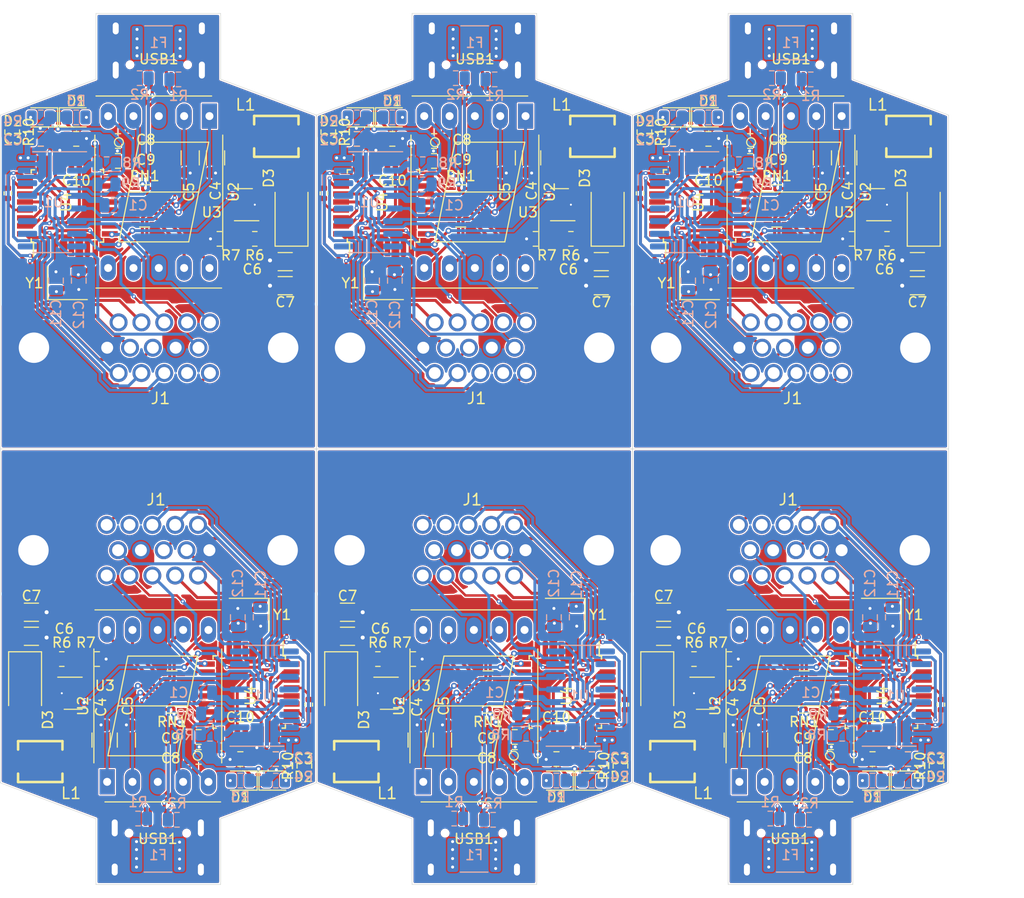
<source format=kicad_pcb>
(kicad_pcb (version 20171130) (host pcbnew "(5.1.9)-1")
  (layers (0 F.Cu signal) (31 B.Cu signal) (34 B.Paste user) (35 F.Paste user) (36 B.SilkS user) (37 F.SilkS user) (38 B.Mask user) (39 F.Mask user) (44 Edge.Cuts user))
  (net 0 "")
  (net 1 GNDA)
  (net 2 "Net-(C1-Pad1)")
  (net 3 "Net-(C3-Pad2)")
  (net 4 "Net-(C3-Pad1)")
  (net 5 +5V)
  (net 6 "Net-(C10-Pad2)")
  (net 7 "Net-(C11-Pad2)")
  (net 8 "Net-(C12-Pad2)")
  (net 9 "Net-(D1-Pad2)")
  (net 10 /RX)
  (net 11 "Net-(D2-Pad2)")
  (net 12 /TX)
  (net 13 +12V)
  (net 14 VBUS)
  (net 15 /Reset)
  (net 16 /A7)
  (net 17 /A6)
  (net 18 /A5)
  (net 19 /A4)
  (net 20 /A3)
  (net 21 /A2)
  (net 22 /A1)
  (net 23 /A0)
  (net 24 /D13)
  (net 25 /D12)
  (net 26 /D11)
  (net 27 /D10)
  (net 28 "Net-(R1-Pad1)")
  (net 29 "Net-(R2-Pad2)")
  (net 30 /D2)
  (net 31 /D3)
  (net 32 /D4)
  (net 33 /D5)
  (net 34 /D6)
  (net 35 /D7)
  (net 36 /D8)
  (net 37 /D9)
  (net 38 /D0)
  (net 39 /D1)
  (net 40 "Net-(U1-Pad15)")
  (net 41 "Net-(U1-Pad14)")
  (net 42 "Net-(U1-Pad12)")
  (net 43 "Net-(U1-Pad11)")
  (net 44 "Net-(U1-Pad10)")
  (net 45 "Net-(U1-Pad9)")
  (net 46 "Net-(U1-Pad8)")
  (net 47 "Net-(U1-Pad7)")
  (net 48 "Net-(U1-Pad6)")
  (net 49 "Net-(U1-Pad5)")
  (net 50 "Net-(U3-Pad6)")
  (net 51 "Net-(USB1-Pad3)")
  (net 52 "Net-(USB1-Pad9)")
  (net 53 "Net-(RN1-Pad11)")
  (net 54 "Net-(RN1-Pad10)")
  (net 55 "Net-(RN1-Pad12)")
  (net 56 "Net-(RN1-Pad13)")
  (net 57 "Net-(RN1-Pad9)")
  (net 58 "Net-(RN1-Pad14)")
  (net 59 "Net-(RN1-Pad15)")
  (net 60 "Net-(RN1-Pad16)")
  (net 61 "Net-(D3-Pad2)")
  (net 62 "Net-(R6-Pad2)")
  (net 63 "Net-(J1-Pad14)")
  (module Package_QFP:TQFP-32_7x7mm_P0.8mm (layer F.Cu) (at 159.668 109.884 270)
    (fp_text reference U4 (at 0.381 -0.127 90) (layer F.SilkS))
    (fp_text value ATmega328P-A)
    (pad 32 smd rect (at -2.8 -4.25) (size 1.6 0.55) (layers F.Cu F.Paste F.Mask) (net 30 /D2))
    (pad 31 smd rect (at -2 -4.25) (size 1.6 0.55) (layers F.Cu F.Paste F.Mask) (net 39 /D1))
    (pad 30 smd rect (at -1.2 -4.25) (size 1.6 0.55) (layers F.Cu F.Paste F.Mask) (net 38 /D0))
    (pad 29 smd rect (at -0.4 -4.25) (size 1.6 0.55) (layers F.Cu F.Paste F.Mask) (net 15 /Reset))
    (pad 28 smd rect (at 0.4 -4.25) (size 1.6 0.55) (layers F.Cu F.Paste F.Mask) (net 18 /A5))
    (pad 27 smd rect (at 1.2 -4.25) (size 1.6 0.55) (layers F.Cu F.Paste F.Mask) (net 19 /A4))
    (pad 26 smd rect (at 2 -4.25) (size 1.6 0.55) (layers F.Cu F.Paste F.Mask) (net 20 /A3))
    (pad 25 smd rect (at 2.8 -4.25) (size 1.6 0.55) (layers F.Cu F.Paste F.Mask) (net 21 /A2))
    (pad 24 smd rect (at 4.25 -2.8 270) (size 1.6 0.55) (layers F.Cu F.Paste F.Mask) (net 22 /A1))
    (pad 23 smd rect (at 4.25 -2 270) (size 1.6 0.55) (layers F.Cu F.Paste F.Mask) (net 23 /A0))
    (pad 22 smd rect (at 4.25 -1.2 270) (size 1.6 0.55) (layers F.Cu F.Paste F.Mask) (net 16 /A7))
    (pad 21 smd rect (at 4.25 -0.4 270) (size 1.6 0.55) (layers F.Cu F.Paste F.Mask) (net 1 GNDA))
    (pad 20 smd rect (at 4.25 0.4 270) (size 1.6 0.55) (layers F.Cu F.Paste F.Mask) (net 6 "Net-(C10-Pad2)"))
    (pad 19 smd rect (at 4.25 1.2 270) (size 1.6 0.55) (layers F.Cu F.Paste F.Mask) (net 17 /A6))
    (pad 18 smd rect (at 4.25 2 270) (size 1.6 0.55) (layers F.Cu F.Paste F.Mask) (net 5 +5V))
    (pad 17 smd rect (at 4.25 2.8 270) (size 1.6 0.55) (layers F.Cu F.Paste F.Mask) (net 24 /D13))
    (pad 16 smd rect (at 2.8 4.25) (size 1.6 0.55) (layers F.Cu F.Paste F.Mask) (net 25 /D12))
    (pad 15 smd rect (at 2 4.25) (size 1.6 0.55) (layers F.Cu F.Paste F.Mask) (net 26 /D11))
    (pad 14 smd rect (at 1.2 4.25) (size 1.6 0.55) (layers F.Cu F.Paste F.Mask) (net 27 /D10))
    (pad 13 smd rect (at 0.4 4.25) (size 1.6 0.55) (layers F.Cu F.Paste F.Mask) (net 37 /D9))
    (pad 12 smd rect (at -0.4 4.25) (size 1.6 0.55) (layers F.Cu F.Paste F.Mask) (net 36 /D8))
    (pad 11 smd rect (at -1.2 4.25) (size 1.6 0.55) (layers F.Cu F.Paste F.Mask) (net 35 /D7))
    (pad 10 smd rect (at -2 4.25) (size 1.6 0.55) (layers F.Cu F.Paste F.Mask) (net 34 /D6))
    (pad 9 smd rect (at -2.8 4.25) (size 1.6 0.55) (layers F.Cu F.Paste F.Mask) (net 33 /D5))
    (pad 8 smd rect (at -4.25 2.8 270) (size 1.6 0.55) (layers F.Cu F.Paste F.Mask) (net 8 "Net-(C12-Pad2)"))
    (pad 7 smd rect (at -4.25 2 270) (size 1.6 0.55) (layers F.Cu F.Paste F.Mask) (net 7 "Net-(C11-Pad2)"))
    (pad 6 smd rect (at -4.25 1.2 270) (size 1.6 0.55) (layers F.Cu F.Paste F.Mask) (net 5 +5V))
    (pad 5 smd rect (at -4.25 0.4 270) (size 1.6 0.55) (layers F.Cu F.Paste F.Mask) (net 1 GNDA))
    (pad 4 smd rect (at -4.25 -0.4 270) (size 1.6 0.55) (layers F.Cu F.Paste F.Mask) (net 5 +5V))
    (pad 3 smd rect (at -4.25 -1.2 270) (size 1.6 0.55) (layers F.Cu F.Paste F.Mask) (net 1 GNDA))
    (pad 2 smd rect (at -4.25 -2 270) (size 1.6 0.55) (layers F.Cu F.Paste F.Mask) (net 32 /D4))
    (pad 1 smd rect (at -4.25 -2.8 270) (size 1.6 0.55) (layers F.Cu F.Paste F.Mask) (net 31 /D3))
  )
  (module Resistor_SMD:R_0402_1005Metric (layer F.Cu) (at 197.337 111.152 270)
    (fp_text reference R5 hide)
    (fp_text value 0)
    (pad 2 smd roundrect (at 0.51 0 270) (size 0.54 0.64) (layers F.Cu F.Paste F.Mask) (net 4 "Net-(C3-Pad1)"))
    (pad 1 smd roundrect (at -0.51 0 270) (size 0.54 0.64) (layers F.Cu F.Paste F.Mask) (net 15 /Reset))
  )
  (module Capacitor_SMD:C_0805_2012Metric (layer F.Cu) (at 194.035 116.615 180)
    (fp_text reference C3 (at -2.794 0) (layer F.SilkS))
    (fp_text value 0.1u)
    (pad 2 smd roundrect (at 0.95 0 180) (size 1 1.45) (layers F.Cu F.Paste F.Mask) (net 3 "Net-(C3-Pad2)"))
    (pad 1 smd roundrect (at -0.95 0 180) (size 1 1.45) (layers F.Cu F.Paste F.Mask) (net 4 "Net-(C3-Pad1)"))
  )
  (module Capacitor_SMD:C_0805_2012Metric (layer F.Cu) (at 162.335 116.615 180)
    (fp_text reference C3 (at -2.794 0) (layer F.SilkS))
    (fp_text value 0.1u)
    (pad 2 smd roundrect (at 0.95 0 180) (size 1 1.45) (layers F.Cu F.Paste F.Mask) (net 3 "Net-(C3-Pad2)"))
    (pad 1 smd roundrect (at -0.95 0 180) (size 1 1.45) (layers F.Cu F.Paste F.Mask) (net 4 "Net-(C3-Pad1)"))
  )
  (module Capacitor_SMD:C_0805_2012Metric (layer B.Cu) (at 194.035 116.615)
    (fp_text reference C2 (at 2.794 -0.127) (layer B.SilkS) (effects (justify mirror)))
    (fp_text value 1u)
    (pad 1 smd roundrect (at -0.95 0) (size 1 1.45) (layers B.Cu B.Paste B.Mask) (net 1 GNDA))
    (pad 2 smd roundrect (at 0.95 0) (size 1 1.45) (layers B.Cu B.Paste B.Mask) (net 5 +5V))
  )
  (module Crystal:Crystal_SMD_3225-4Pin_3.2x2.5mm (layer F.Cu) (at 159.668 102.137 180)
    (fp_text reference Y1 (at -3.302 0) (layer F.SilkS))
    (fp_text value Crystal_GND24)
    (pad 4 smd rect (at -1.1 -0.85 180) (size 1.4 1.2) (layers F.Cu F.Paste F.Mask) (net 1 GNDA))
    (pad 3 smd rect (at 1.1 -0.85 180) (size 1.4 1.2) (layers F.Cu F.Paste F.Mask) (net 8 "Net-(C12-Pad2)"))
    (pad 2 smd rect (at 1.1 0.85 180) (size 1.4 1.2) (layers F.Cu F.Paste F.Mask) (net 1 GNDA))
    (pad 1 smd rect (at -1.1 0.85 180) (size 1.4 1.2) (layers F.Cu F.Paste F.Mask) (net 7 "Net-(C11-Pad2)"))
  )
  (module Resistor_SMD:R_0402_1005Metric (layer F.Cu) (at 165.637 111.152 270)
    (fp_text reference R5 hide)
    (fp_text value 0)
    (pad 2 smd roundrect (at 0.51 0 270) (size 0.54 0.64) (layers F.Cu F.Paste F.Mask) (net 4 "Net-(C3-Pad1)"))
    (pad 1 smd roundrect (at -0.51 0 270) (size 0.54 0.64) (layers F.Cu F.Paste F.Mask) (net 15 /Reset))
  )
  (module Capacitor_SMD:C_0805_2012Metric (layer F.Cu) (at 186.288 116.4)
    (fp_text reference C8 (at -2.794 0.127) (layer F.SilkS))
    (fp_text value 4.7u)
    (pad 2 smd roundrect (at 0.95 0) (size 1 1.45) (layers F.Cu F.Paste F.Mask) (net 5 +5V))
    (pad 1 smd roundrect (at -0.95 0) (size 1 1.45) (layers F.Cu F.Paste F.Mask) (net 1 GNDA))
  )
  (module Type-C:HRO-TYPE-C-31-M-12 (layer F.Cu) (at 182.2 130.3)
    (fp_text reference USB1 (at 0 -5.684) (layer F.SilkS))
    (fp_text value HRO-TYPE-C-31-M-12)
    (pad 13 thru_hole oval (at 4.32 -2.6) (size 1 1.6) (drill oval 0.6 1.2) (layers *.Cu B.Mask) (net 1 GNDA))
    (pad 13 thru_hole oval (at -4.32 -2.6) (size 1 1.6) (drill oval 0.6 1.2) (layers *.Cu B.Mask) (net 1 GNDA))
    (pad 13 thru_hole oval (at 4.32 -6.78) (size 1 2.1) (drill oval 0.6 1.7) (layers *.Cu B.Mask) (net 1 GNDA))
    (pad 13 thru_hole oval (at -4.32 -6.78) (size 1 2.1) (drill oval 0.6 1.7) (layers *.Cu B.Mask) (net 1 GNDA))
    (pad "" np_thru_hole circle (at -2.89 -6.25) (size 0.65 0.65) (drill 0.65) (layers *.Cu *.Mask))
    (pad "" np_thru_hole circle (at 2.89 -6.25) (size 0.65 0.65) (drill 0.65) (layers *.Cu *.Mask))
    (pad 6 smd rect (at -0.25 -7.695) (size 0.3 1.45) (layers F.Cu F.Paste F.Mask) (net 49 "Net-(U1-Pad5)"))
    (pad 7 smd rect (at 0.25 -7.695) (size 0.3 1.45) (layers F.Cu F.Paste F.Mask) (net 48 "Net-(U1-Pad6)"))
    (pad 8 smd rect (at 0.75 -7.695) (size 0.3 1.45) (layers F.Cu F.Paste F.Mask) (net 49 "Net-(U1-Pad5)"))
    (pad 5 smd rect (at -0.75 -7.695) (size 0.3 1.45) (layers F.Cu F.Paste F.Mask) (net 48 "Net-(U1-Pad6)"))
    (pad 9 smd rect (at 1.25 -7.695) (size 0.3 1.45) (layers F.Cu F.Paste F.Mask) (net 52 "Net-(USB1-Pad9)"))
    (pad 4 smd rect (at -1.25 -7.695) (size 0.3 1.45) (layers F.Cu F.Paste F.Mask) (net 28 "Net-(R1-Pad1)"))
    (pad 10 smd rect (at 1.75 -7.695) (size 0.3 1.45) (layers F.Cu F.Paste F.Mask) (net 29 "Net-(R2-Pad2)"))
    (pad 3 smd rect (at -1.75 -7.695) (size 0.3 1.45) (layers F.Cu F.Paste F.Mask) (net 51 "Net-(USB1-Pad3)"))
    (pad 2 smd rect (at -2.45 -7.695) (size 0.6 1.45) (layers F.Cu F.Paste F.Mask) (net 14 VBUS))
    (pad 11 smd rect (at 2.45 -7.695) (size 0.6 1.45) (layers F.Cu F.Paste F.Mask) (net 14 VBUS))
    (pad 1 smd rect (at -3.225 -7.695) (size 0.6 1.45) (layers F.Cu F.Paste F.Mask) (net 1 GNDA))
    (pad 12 smd rect (at 3.225 -7.695) (size 0.6 1.45) (layers F.Cu F.Paste F.Mask) (net 1 GNDA))
  )
  (module Capacitor_SMD:C_0805_2012Metric (layer F.Cu) (at 186.288 114.4)
    (fp_text reference C9 (at -2.794 0.127) (layer F.SilkS))
    (fp_text value 0.1u)
    (pad 2 smd roundrect (at 0.95 0) (size 1 1.45) (layers F.Cu F.Paste F.Mask) (net 5 +5V))
    (pad 1 smd roundrect (at -0.95 0) (size 1 1.45) (layers F.Cu F.Paste F.Mask) (net 1 GNDA))
  )
  (module Capacitor_SMD:C_0805_2012Metric (layer B.Cu) (at 162.335 116.615)
    (fp_text reference C2 (at 2.794 -0.127) (layer B.SilkS) (effects (justify mirror)))
    (fp_text value 1u)
    (pad 1 smd roundrect (at -0.95 0) (size 1 1.45) (layers B.Cu B.Paste B.Mask) (net 1 GNDA))
    (pad 2 smd roundrect (at 0.95 0) (size 1 1.45) (layers B.Cu B.Paste B.Mask) (net 5 +5V))
  )
  (module Crystal:Crystal_SMD_3225-4Pin_3.2x2.5mm (layer F.Cu) (at 191.368 102.137 180)
    (fp_text reference Y1 (at -3.302 0) (layer F.SilkS))
    (fp_text value Crystal_GND24)
    (pad 4 smd rect (at -1.1 -0.85 180) (size 1.4 1.2) (layers F.Cu F.Paste F.Mask) (net 1 GNDA))
    (pad 3 smd rect (at 1.1 -0.85 180) (size 1.4 1.2) (layers F.Cu F.Paste F.Mask) (net 8 "Net-(C12-Pad2)"))
    (pad 2 smd rect (at 1.1 0.85 180) (size 1.4 1.2) (layers F.Cu F.Paste F.Mask) (net 1 GNDA))
    (pad 1 smd rect (at -1.1 0.85 180) (size 1.4 1.2) (layers F.Cu F.Paste F.Mask) (net 7 "Net-(C11-Pad2)"))
  )
  (module Capacitor_SMD:C_1206_3216Metric (layer F.Cu) (at 169.524 101.883 180)
    (fp_text reference C7 (at 0 1.651) (layer F.SilkS))
    (fp_text value 10u)
    (pad 2 smd roundrect (at 1.475 0 180) (size 1.15 1.8) (layers F.Cu F.Paste F.Mask) (roundrect_rratio 0.2173904347826087) (net 13 +12V))
    (pad 1 smd roundrect (at -1.475 0 180) (size 1.15 1.8) (layers F.Cu F.Paste F.Mask) (roundrect_rratio 0.2173904347826087) (net 1 GNDA))
  )
  (module Package_QFP:TQFP-32_7x7mm_P0.8mm (layer F.Cu) (at 191.368 109.884 270)
    (fp_text reference U4 (at 0.381 -0.127 90) (layer F.SilkS))
    (fp_text value ATmega328P-A)
    (pad 32 smd rect (at -2.8 -4.25) (size 1.6 0.55) (layers F.Cu F.Paste F.Mask) (net 30 /D2))
    (pad 31 smd rect (at -2 -4.25) (size 1.6 0.55) (layers F.Cu F.Paste F.Mask) (net 39 /D1))
    (pad 30 smd rect (at -1.2 -4.25) (size 1.6 0.55) (layers F.Cu F.Paste F.Mask) (net 38 /D0))
    (pad 29 smd rect (at -0.4 -4.25) (size 1.6 0.55) (layers F.Cu F.Paste F.Mask) (net 15 /Reset))
    (pad 28 smd rect (at 0.4 -4.25) (size 1.6 0.55) (layers F.Cu F.Paste F.Mask) (net 18 /A5))
    (pad 27 smd rect (at 1.2 -4.25) (size 1.6 0.55) (layers F.Cu F.Paste F.Mask) (net 19 /A4))
    (pad 26 smd rect (at 2 -4.25) (size 1.6 0.55) (layers F.Cu F.Paste F.Mask) (net 20 /A3))
    (pad 25 smd rect (at 2.8 -4.25) (size 1.6 0.55) (layers F.Cu F.Paste F.Mask) (net 21 /A2))
    (pad 24 smd rect (at 4.25 -2.8 270) (size 1.6 0.55) (layers F.Cu F.Paste F.Mask) (net 22 /A1))
    (pad 23 smd rect (at 4.25 -2 270) (size 1.6 0.55) (layers F.Cu F.Paste F.Mask) (net 23 /A0))
    (pad 22 smd rect (at 4.25 -1.2 270) (size 1.6 0.55) (layers F.Cu F.Paste F.Mask) (net 16 /A7))
    (pad 21 smd rect (at 4.25 -0.4 270) (size 1.6 0.55) (layers F.Cu F.Paste F.Mask) (net 1 GNDA))
    (pad 20 smd rect (at 4.25 0.4 270) (size 1.6 0.55) (layers F.Cu F.Paste F.Mask) (net 6 "Net-(C10-Pad2)"))
    (pad 19 smd rect (at 4.25 1.2 270) (size 1.6 0.55) (layers F.Cu F.Paste F.Mask) (net 17 /A6))
    (pad 18 smd rect (at 4.25 2 270) (size 1.6 0.55) (layers F.Cu F.Paste F.Mask) (net 5 +5V))
    (pad 17 smd rect (at 4.25 2.8 270) (size 1.6 0.55) (layers F.Cu F.Paste F.Mask) (net 24 /D13))
    (pad 16 smd rect (at 2.8 4.25) (size 1.6 0.55) (layers F.Cu F.Paste F.Mask) (net 25 /D12))
    (pad 15 smd rect (at 2 4.25) (size 1.6 0.55) (layers F.Cu F.Paste F.Mask) (net 26 /D11))
    (pad 14 smd rect (at 1.2 4.25) (size 1.6 0.55) (layers F.Cu F.Paste F.Mask) (net 27 /D10))
    (pad 13 smd rect (at 0.4 4.25) (size 1.6 0.55) (layers F.Cu F.Paste F.Mask) (net 37 /D9))
    (pad 12 smd rect (at -0.4 4.25) (size 1.6 0.55) (layers F.Cu F.Paste F.Mask) (net 36 /D8))
    (pad 11 smd rect (at -1.2 4.25) (size 1.6 0.55) (layers F.Cu F.Paste F.Mask) (net 35 /D7))
    (pad 10 smd rect (at -2 4.25) (size 1.6 0.55) (layers F.Cu F.Paste F.Mask) (net 34 /D6))
    (pad 9 smd rect (at -2.8 4.25) (size 1.6 0.55) (layers F.Cu F.Paste F.Mask) (net 33 /D5))
    (pad 8 smd rect (at -4.25 2.8 270) (size 1.6 0.55) (layers F.Cu F.Paste F.Mask) (net 8 "Net-(C12-Pad2)"))
    (pad 7 smd rect (at -4.25 2 270) (size 1.6 0.55) (layers F.Cu F.Paste F.Mask) (net 7 "Net-(C11-Pad2)"))
    (pad 6 smd rect (at -4.25 1.2 270) (size 1.6 0.55) (layers F.Cu F.Paste F.Mask) (net 5 +5V))
    (pad 5 smd rect (at -4.25 0.4 270) (size 1.6 0.55) (layers F.Cu F.Paste F.Mask) (net 1 GNDA))
    (pad 4 smd rect (at -4.25 -0.4 270) (size 1.6 0.55) (layers F.Cu F.Paste F.Mask) (net 5 +5V))
    (pad 3 smd rect (at -4.25 -1.2 270) (size 1.6 0.55) (layers F.Cu F.Paste F.Mask) (net 1 GNDA))
    (pad 2 smd rect (at -4.25 -2 270) (size 1.6 0.55) (layers F.Cu F.Paste F.Mask) (net 32 /D4))
    (pad 1 smd rect (at -4.25 -2.8 270) (size 1.6 0.55) (layers F.Cu F.Paste F.Mask) (net 31 /D3))
  )
  (module Type-C:HRO-TYPE-C-31-M-12 (layer F.Cu) (at 150.5 130.3)
    (fp_text reference USB1 (at 0 -5.684) (layer F.SilkS))
    (fp_text value HRO-TYPE-C-31-M-12)
    (pad 13 thru_hole oval (at 4.32 -2.6) (size 1 1.6) (drill oval 0.6 1.2) (layers *.Cu B.Mask) (net 1 GNDA))
    (pad 13 thru_hole oval (at -4.32 -2.6) (size 1 1.6) (drill oval 0.6 1.2) (layers *.Cu B.Mask) (net 1 GNDA))
    (pad 13 thru_hole oval (at 4.32 -6.78) (size 1 2.1) (drill oval 0.6 1.7) (layers *.Cu B.Mask) (net 1 GNDA))
    (pad 13 thru_hole oval (at -4.32 -6.78) (size 1 2.1) (drill oval 0.6 1.7) (layers *.Cu B.Mask) (net 1 GNDA))
    (pad "" np_thru_hole circle (at -2.89 -6.25) (size 0.65 0.65) (drill 0.65) (layers *.Cu *.Mask))
    (pad "" np_thru_hole circle (at 2.89 -6.25) (size 0.65 0.65) (drill 0.65) (layers *.Cu *.Mask))
    (pad 6 smd rect (at -0.25 -7.695) (size 0.3 1.45) (layers F.Cu F.Paste F.Mask) (net 49 "Net-(U1-Pad5)"))
    (pad 7 smd rect (at 0.25 -7.695) (size 0.3 1.45) (layers F.Cu F.Paste F.Mask) (net 48 "Net-(U1-Pad6)"))
    (pad 8 smd rect (at 0.75 -7.695) (size 0.3 1.45) (layers F.Cu F.Paste F.Mask) (net 49 "Net-(U1-Pad5)"))
    (pad 5 smd rect (at -0.75 -7.695) (size 0.3 1.45) (layers F.Cu F.Paste F.Mask) (net 48 "Net-(U1-Pad6)"))
    (pad 9 smd rect (at 1.25 -7.695) (size 0.3 1.45) (layers F.Cu F.Paste F.Mask) (net 52 "Net-(USB1-Pad9)"))
    (pad 4 smd rect (at -1.25 -7.695) (size 0.3 1.45) (layers F.Cu F.Paste F.Mask) (net 28 "Net-(R1-Pad1)"))
    (pad 10 smd rect (at 1.75 -7.695) (size 0.3 1.45) (layers F.Cu F.Paste F.Mask) (net 29 "Net-(R2-Pad2)"))
    (pad 3 smd rect (at -1.75 -7.695) (size 0.3 1.45) (layers F.Cu F.Paste F.Mask) (net 51 "Net-(USB1-Pad3)"))
    (pad 2 smd rect (at -2.45 -7.695) (size 0.6 1.45) (layers F.Cu F.Paste F.Mask) (net 14 VBUS))
    (pad 11 smd rect (at 2.45 -7.695) (size 0.6 1.45) (layers F.Cu F.Paste F.Mask) (net 14 VBUS))
    (pad 1 smd rect (at -3.225 -7.695) (size 0.6 1.45) (layers F.Cu F.Paste F.Mask) (net 1 GNDA))
    (pad 12 smd rect (at 3.225 -7.695) (size 0.6 1.45) (layers F.Cu F.Paste F.Mask) (net 1 GNDA))
  )
  (module Capacitor_SMD:C_0805_2012Metric (layer F.Cu) (at 154.588 116.4)
    (fp_text reference C8 (at -2.794 0.127) (layer F.SilkS))
    (fp_text value 4.7u)
    (pad 2 smd roundrect (at 0.95 0) (size 1 1.45) (layers F.Cu F.Paste F.Mask) (net 5 +5V))
    (pad 1 smd roundrect (at -0.95 0) (size 1 1.45) (layers F.Cu F.Paste F.Mask) (net 1 GNDA))
  )
  (module Capacitor_SMD:C_1206_3216Metric (layer F.Cu) (at 169.524 104.296 180)
    (fp_text reference C6 (at -3.302 0.762) (layer F.SilkS))
    (fp_text value 10u)
    (pad 2 smd roundrect (at 1.475 0 180) (size 1.15 1.8) (layers F.Cu F.Paste F.Mask) (roundrect_rratio 0.2173904347826087) (net 13 +12V))
    (pad 1 smd roundrect (at -1.475 0 180) (size 1.15 1.8) (layers F.Cu F.Paste F.Mask) (roundrect_rratio 0.2173904347826087) (net 1 GNDA))
  )
  (module Capacitor_SMD:C_0805_2012Metric (layer F.Cu) (at 154.588 114.4)
    (fp_text reference C9 (at -2.794 0.127) (layer F.SilkS))
    (fp_text value 0.1u)
    (pad 2 smd roundrect (at 0.95 0) (size 1 1.45) (layers F.Cu F.Paste F.Mask) (net 5 +5V))
    (pad 1 smd roundrect (at -0.95 0) (size 1 1.45) (layers F.Cu F.Paste F.Mask) (net 1 GNDA))
  )
  (module Display_7Segment:7SegmentLED_LTS6760_LTS6780 (layer F.Cu) (at 177.12 118.901 90)
    (fp_text reference U2 (at 7.62 -2.42 90) (layer F.SilkS))
    (fp_text value SM420561N)
    (pad 1 thru_hole rect (at 0 0) (size 1.524 2.524) (drill 0.8) (layers *.Cu *.Mask) (net 56 "Net-(RN1-Pad13)"))
    (pad 2 thru_hole oval (at 0 2.54) (size 1.524 2.524) (drill 0.8) (layers *.Cu *.Mask) (net 58 "Net-(RN1-Pad14)"))
    (pad 3 thru_hole oval (at 0 5.08) (size 1.524 2.524) (drill 0.8) (layers *.Cu *.Mask) (net 5 +5V))
    (pad 4 thru_hole oval (at 0 7.62) (size 1.524 2.524) (drill 0.8) (layers *.Cu *.Mask) (net 59 "Net-(RN1-Pad15)"))
    (pad 5 thru_hole oval (at 0 10.16) (size 1.524 2.524) (drill 0.8) (layers *.Cu *.Mask) (net 60 "Net-(RN1-Pad16)"))
    (pad 6 thru_hole oval (at 15.24 10.16) (size 1.524 2.524) (drill 0.8) (layers *.Cu *.Mask) (net 53 "Net-(RN1-Pad11)"))
    (pad 7 thru_hole oval (at 15.24 7.62) (size 1.524 2.524) (drill 0.8) (layers *.Cu *.Mask) (net 54 "Net-(RN1-Pad10)"))
    (pad 8 thru_hole oval (at 15.24 5.08) (size 1.524 2.524) (drill 0.8) (layers *.Cu *.Mask) (net 5 +5V))
    (pad 9 thru_hole oval (at 15.24 2.54) (size 1.524 2.524) (drill 0.8) (layers *.Cu *.Mask) (net 57 "Net-(RN1-Pad9)"))
    (pad 10 thru_hole oval (at 15.24 0) (size 1.524 2.524) (drill 0.8) (layers *.Cu *.Mask) (net 55 "Net-(RN1-Pad12)"))
  )
  (module Resistor_SMD:R_Array_Convex_8x0602 (layer F.Cu) (at 151.921 109.884 180)
    (fp_text reference RN1 (at 0 -3) (layer F.SilkS))
    (fp_text value R_Pack08_Split)
    (pad 10 smd rect (at 0.9 1.25 180) (size 0.8 0.3) (layers F.Cu F.Paste F.Mask) (net 54 "Net-(RN1-Pad10)"))
    (pad 12 smd rect (at 0.9 0.25 180) (size 0.8 0.3) (layers F.Cu F.Paste F.Mask) (net 55 "Net-(RN1-Pad12)"))
    (pad 11 smd rect (at 0.9 0.75 180) (size 0.8 0.3) (layers F.Cu F.Paste F.Mask) (net 53 "Net-(RN1-Pad11)"))
    (pad 13 smd rect (at 0.9 -0.25 180) (size 0.8 0.3) (layers F.Cu F.Paste F.Mask) (net 56 "Net-(RN1-Pad13)"))
    (pad 14 smd rect (at 0.9 -0.75 180) (size 0.8 0.3) (layers F.Cu F.Paste F.Mask) (net 58 "Net-(RN1-Pad14)"))
    (pad 15 smd rect (at 0.9 -1.25 180) (size 0.8 0.3) (layers F.Cu F.Paste F.Mask) (net 59 "Net-(RN1-Pad15)"))
    (pad 7 smd rect (at -0.9 1.25 180) (size 0.8 0.3) (layers F.Cu F.Paste F.Mask) (net 35 /D7))
    (pad 6 smd rect (at -0.9 0.75 180) (size 0.8 0.3) (layers F.Cu F.Paste F.Mask) (net 36 /D8))
    (pad 5 smd rect (at -0.9 0.25 180) (size 0.8 0.3) (layers F.Cu F.Paste F.Mask) (net 37 /D9))
    (pad 4 smd rect (at -0.9 -0.25 180) (size 0.8 0.3) (layers F.Cu F.Paste F.Mask) (net 27 /D10))
    (pad 3 smd rect (at -0.9 -0.75 180) (size 0.8 0.3) (layers F.Cu F.Paste F.Mask) (net 26 /D11))
    (pad 2 smd rect (at -0.9 -1.25 180) (size 0.8 0.3) (layers F.Cu F.Paste F.Mask) (net 25 /D12))
    (pad 9 smd rect (at 0.9 1.75 180) (size 0.8 0.3) (layers F.Cu F.Paste F.Mask) (net 57 "Net-(RN1-Pad9)"))
    (pad 8 smd rect (at -0.9 1.75 180) (size 0.8 0.3) (layers F.Cu F.Paste F.Mask) (net 34 /D6))
    (pad 16 smd rect (at 0.9 -1.75 180) (size 0.8 0.3) (layers F.Cu F.Paste F.Mask) (net 60 "Net-(RN1-Pad16)"))
    (pad 1 smd rect (at -0.9 -1.75 180) (size 0.8 0.3) (layers F.Cu F.Paste F.Mask) (net 24 /D13))
  )
  (module Display_7Segment:7SegmentLED_LTS6760_LTS6780 (layer F.Cu) (at 145.42 118.901 90)
    (fp_text reference U2 (at 7.62 -2.42 90) (layer F.SilkS))
    (fp_text value SM420561N)
    (pad 1 thru_hole rect (at 0 0) (size 1.524 2.524) (drill 0.8) (layers *.Cu *.Mask) (net 56 "Net-(RN1-Pad13)"))
    (pad 2 thru_hole oval (at 0 2.54) (size 1.524 2.524) (drill 0.8) (layers *.Cu *.Mask) (net 58 "Net-(RN1-Pad14)"))
    (pad 3 thru_hole oval (at 0 5.08) (size 1.524 2.524) (drill 0.8) (layers *.Cu *.Mask) (net 5 +5V))
    (pad 4 thru_hole oval (at 0 7.62) (size 1.524 2.524) (drill 0.8) (layers *.Cu *.Mask) (net 59 "Net-(RN1-Pad15)"))
    (pad 5 thru_hole oval (at 0 10.16) (size 1.524 2.524) (drill 0.8) (layers *.Cu *.Mask) (net 60 "Net-(RN1-Pad16)"))
    (pad 6 thru_hole oval (at 15.24 10.16) (size 1.524 2.524) (drill 0.8) (layers *.Cu *.Mask) (net 53 "Net-(RN1-Pad11)"))
    (pad 7 thru_hole oval (at 15.24 7.62) (size 1.524 2.524) (drill 0.8) (layers *.Cu *.Mask) (net 54 "Net-(RN1-Pad10)"))
    (pad 8 thru_hole oval (at 15.24 5.08) (size 1.524 2.524) (drill 0.8) (layers *.Cu *.Mask) (net 5 +5V))
    (pad 9 thru_hole oval (at 15.24 2.54) (size 1.524 2.524) (drill 0.8) (layers *.Cu *.Mask) (net 57 "Net-(RN1-Pad9)"))
    (pad 10 thru_hole oval (at 15.24 0) (size 1.524 2.524) (drill 0.8) (layers *.Cu *.Mask) (net 55 "Net-(RN1-Pad12)"))
  )
  (module Capacitor_SMD:C_1206_3216Metric (layer F.Cu) (at 137.824 104.296 180)
    (fp_text reference C6 (at -3.302 0.762) (layer F.SilkS))
    (fp_text value 10u)
    (pad 2 smd roundrect (at 1.475 0 180) (size 1.15 1.8) (layers F.Cu F.Paste F.Mask) (roundrect_rratio 0.2173904347826087) (net 13 +12V))
    (pad 1 smd roundrect (at -1.475 0 180) (size 1.15 1.8) (layers F.Cu F.Paste F.Mask) (roundrect_rratio 0.2173904347826087) (net 1 GNDA))
  )
  (module Resistor_SMD:R_Array_Convex_8x0602 (layer F.Cu) (at 183.621 109.884 180)
    (fp_text reference RN1 (at 0 -3) (layer F.SilkS))
    (fp_text value R_Pack08_Split)
    (pad 10 smd rect (at 0.9 1.25 180) (size 0.8 0.3) (layers F.Cu F.Paste F.Mask) (net 54 "Net-(RN1-Pad10)"))
    (pad 12 smd rect (at 0.9 0.25 180) (size 0.8 0.3) (layers F.Cu F.Paste F.Mask) (net 55 "Net-(RN1-Pad12)"))
    (pad 11 smd rect (at 0.9 0.75 180) (size 0.8 0.3) (layers F.Cu F.Paste F.Mask) (net 53 "Net-(RN1-Pad11)"))
    (pad 13 smd rect (at 0.9 -0.25 180) (size 0.8 0.3) (layers F.Cu F.Paste F.Mask) (net 56 "Net-(RN1-Pad13)"))
    (pad 14 smd rect (at 0.9 -0.75 180) (size 0.8 0.3) (layers F.Cu F.Paste F.Mask) (net 58 "Net-(RN1-Pad14)"))
    (pad 15 smd rect (at 0.9 -1.25 180) (size 0.8 0.3) (layers F.Cu F.Paste F.Mask) (net 59 "Net-(RN1-Pad15)"))
    (pad 7 smd rect (at -0.9 1.25 180) (size 0.8 0.3) (layers F.Cu F.Paste F.Mask) (net 35 /D7))
    (pad 6 smd rect (at -0.9 0.75 180) (size 0.8 0.3) (layers F.Cu F.Paste F.Mask) (net 36 /D8))
    (pad 5 smd rect (at -0.9 0.25 180) (size 0.8 0.3) (layers F.Cu F.Paste F.Mask) (net 37 /D9))
    (pad 4 smd rect (at -0.9 -0.25 180) (size 0.8 0.3) (layers F.Cu F.Paste F.Mask) (net 27 /D10))
    (pad 3 smd rect (at -0.9 -0.75 180) (size 0.8 0.3) (layers F.Cu F.Paste F.Mask) (net 26 /D11))
    (pad 2 smd rect (at -0.9 -1.25 180) (size 0.8 0.3) (layers F.Cu F.Paste F.Mask) (net 25 /D12))
    (pad 9 smd rect (at 0.9 1.75 180) (size 0.8 0.3) (layers F.Cu F.Paste F.Mask) (net 57 "Net-(RN1-Pad9)"))
    (pad 8 smd rect (at -0.9 1.75 180) (size 0.8 0.3) (layers F.Cu F.Paste F.Mask) (net 34 /D6))
    (pad 16 smd rect (at 0.9 -1.75 180) (size 0.8 0.3) (layers F.Cu F.Paste F.Mask) (net 60 "Net-(RN1-Pad16)"))
    (pad 1 smd rect (at -0.9 -1.75 180) (size 0.8 0.3) (layers F.Cu F.Paste F.Mask) (net 24 /D13))
  )
  (module 1_resouce:CONN-TH_DS1038-15MBNSIA74-0CC (layer F.Cu) (at 182.224 95.66)
    (fp_text reference J1 (at -1.27 -5.08) (layer F.SilkS) (effects (font (size 1.143 1.143) (thickness 0.152)) (justify left)))
    (fp_text value DB15_Male_HighDensity_MountingHoles hide)
    (pad 0 thru_hole circle (at -12.495 0) (size 5 5) (drill 3.05) (layers *.Cu *.Paste *.Mask) (net 1 GNDA))
    (pad 0 thru_hole circle (at 12.495 0) (size 5 5) (drill 3.05) (layers *.Cu *.Paste *.Mask) (net 1 GNDA))
    (pad 1 thru_hole circle (at 4.007 2.54) (size 1.8 1.8) (drill 1.2) (layers *.Cu *.Paste *.Mask) (net 31 /D3))
    (pad 2 thru_hole circle (at 1.718 2.54) (size 1.8 1.8) (drill 1.2) (layers *.Cu *.Paste *.Mask) (net 32 /D4))
    (pad 3 thru_hole circle (at -0.572 2.54) (size 1.8 1.8) (drill 1.2) (layers *.Cu *.Paste *.Mask) (net 33 /D5))
    (pad 4 thru_hole circle (at -2.862 2.54) (size 1.8 1.8) (drill 1.2) (layers *.Cu *.Paste *.Mask) (net 23 /A0))
    (pad 5 thru_hole circle (at -5.152 2.54) (size 1.8 1.8) (drill 1.2) (layers *.Cu *.Paste *.Mask) (net 22 /A1))
    (pad 6 thru_hole circle (at 5.152 0) (size 1.8 1.8) (drill 1.2) (layers *.Cu *.Paste *.Mask) (net 1 GNDA))
    (pad 7 thru_hole circle (at 2.862 0) (size 1.8 1.8) (drill 1.2) (layers *.Cu *.Paste *.Mask) (net 21 /A2))
    (pad 8 thru_hole circle (at 0.572 0) (size 1.8 1.8) (drill 1.2) (layers *.Cu *.Paste *.Mask) (net 20 /A3))
    (pad 9 thru_hole circle (at -1.718 0) (size 1.8 1.8) (drill 1.2) (layers *.Cu *.Paste *.Mask) (net 13 +12V))
    (pad 10 thru_hole circle (at -4.007 0) (size 1.8 1.8) (drill 1.2) (layers *.Cu *.Paste *.Mask) (net 19 /A4))
    (pad 11 thru_hole circle (at 4.007 -2.54) (size 1.8 1.8) (drill 1.2) (layers *.Cu *.Paste *.Mask) (net 18 /A5))
    (pad 12 thru_hole circle (at 1.718 -2.54) (size 1.8 1.8) (drill 1.2) (layers *.Cu *.Paste *.Mask) (net 17 /A6))
    (pad 13 thru_hole circle (at -0.572 -2.54) (size 1.8 1.8) (drill 1.2) (layers *.Cu *.Paste *.Mask) (net 16 /A7))
    (pad 14 thru_hole circle (at -2.862 -2.54) (size 1.8 1.8) (drill 1.2) (layers *.Cu *.Paste *.Mask) (net 63 "Net-(J1-Pad14)"))
    (pad 15 thru_hole circle (at -5.152 -2.54) (size 1.8 1.8) (drill 1.2) (layers *.Cu *.Paste *.Mask) (net 15 /Reset))
  )
  (module Capacitor_SMD:C_0805_2012Metric (layer B.Cu) (at 192.511 102.391 90)
    (fp_text reference C11 (at 3.302 0 270) (layer B.SilkS) (effects (justify mirror)))
    (fp_text value 22p)
    (pad 2 smd roundrect (at 0.95 0 90) (size 1 1.45) (layers B.Cu B.Paste B.Mask) (net 7 "Net-(C11-Pad2)"))
    (pad 1 smd roundrect (at -0.95 0 90) (size 1 1.45) (layers B.Cu B.Paste B.Mask) (net 1 GNDA))
  )
  (module 1_resouce:CONN-TH_DS1038-15MBNSIA74-0CC (layer F.Cu) (at 150.524 95.66)
    (fp_text reference J1 (at -1.27 -5.08) (layer F.SilkS) (effects (font (size 1.143 1.143) (thickness 0.152)) (justify left)))
    (fp_text value DB15_Male_HighDensity_MountingHoles hide)
    (pad 0 thru_hole circle (at -12.495 0) (size 5 5) (drill 3.05) (layers *.Cu *.Paste *.Mask) (net 1 GNDA))
    (pad 0 thru_hole circle (at 12.495 0) (size 5 5) (drill 3.05) (layers *.Cu *.Paste *.Mask) (net 1 GNDA))
    (pad 1 thru_hole circle (at 4.007 2.54) (size 1.8 1.8) (drill 1.2) (layers *.Cu *.Paste *.Mask) (net 31 /D3))
    (pad 2 thru_hole circle (at 1.718 2.54) (size 1.8 1.8) (drill 1.2) (layers *.Cu *.Paste *.Mask) (net 32 /D4))
    (pad 3 thru_hole circle (at -0.572 2.54) (size 1.8 1.8) (drill 1.2) (layers *.Cu *.Paste *.Mask) (net 33 /D5))
    (pad 4 thru_hole circle (at -2.862 2.54) (size 1.8 1.8) (drill 1.2) (layers *.Cu *.Paste *.Mask) (net 23 /A0))
    (pad 5 thru_hole circle (at -5.152 2.54) (size 1.8 1.8) (drill 1.2) (layers *.Cu *.Paste *.Mask) (net 22 /A1))
    (pad 6 thru_hole circle (at 5.152 0) (size 1.8 1.8) (drill 1.2) (layers *.Cu *.Paste *.Mask) (net 1 GNDA))
    (pad 7 thru_hole circle (at 2.862 0) (size 1.8 1.8) (drill 1.2) (layers *.Cu *.Paste *.Mask) (net 21 /A2))
    (pad 8 thru_hole circle (at 0.572 0) (size 1.8 1.8) (drill 1.2) (layers *.Cu *.Paste *.Mask) (net 20 /A3))
    (pad 9 thru_hole circle (at -1.718 0) (size 1.8 1.8) (drill 1.2) (layers *.Cu *.Paste *.Mask) (net 13 +12V))
    (pad 10 thru_hole circle (at -4.007 0) (size 1.8 1.8) (drill 1.2) (layers *.Cu *.Paste *.Mask) (net 19 /A4))
    (pad 11 thru_hole circle (at 4.007 -2.54) (size 1.8 1.8) (drill 1.2) (layers *.Cu *.Paste *.Mask) (net 18 /A5))
    (pad 12 thru_hole circle (at 1.718 -2.54) (size 1.8 1.8) (drill 1.2) (layers *.Cu *.Paste *.Mask) (net 17 /A6))
    (pad 13 thru_hole circle (at -0.572 -2.54) (size 1.8 1.8) (drill 1.2) (layers *.Cu *.Paste *.Mask) (net 16 /A7))
    (pad 14 thru_hole circle (at -2.862 -2.54) (size 1.8 1.8) (drill 1.2) (layers *.Cu *.Paste *.Mask) (net 63 "Net-(J1-Pad14)"))
    (pad 15 thru_hole circle (at -5.152 -2.54) (size 1.8 1.8) (drill 1.2) (layers *.Cu *.Paste *.Mask) (net 15 /Reset))
  )
  (module Capacitor_SMD:C_0805_2012Metric (layer B.Cu) (at 186.7 109.95 180)
    (fp_text reference C1 (at 2.413 0) (layer B.SilkS) (effects (justify mirror)))
    (fp_text value 0.1u)
    (pad 2 smd roundrect (at 0.95 0 180) (size 1 1.45) (layers B.Cu B.Paste B.Mask) (net 1 GNDA))
    (pad 1 smd roundrect (at -0.95 0 180) (size 1 1.45) (layers B.Cu B.Paste B.Mask) (net 2 "Net-(C1-Pad1)"))
  )
  (module Capacitor_SMD:C_0805_2012Metric (layer B.Cu) (at 155 109.95 180)
    (fp_text reference C1 (at 2.413 0) (layer B.SilkS) (effects (justify mirror)))
    (fp_text value 0.1u)
    (pad 2 smd roundrect (at 0.95 0 180) (size 1 1.45) (layers B.Cu B.Paste B.Mask) (net 1 GNDA))
    (pad 1 smd roundrect (at -0.95 0 180) (size 1 1.45) (layers B.Cu B.Paste B.Mask) (net 2 "Net-(C1-Pad1)"))
  )
  (module Capacitor_SMD:C_1206_3216Metric (layer F.Cu) (at 176.509 114.71 270)
    (fp_text reference C4 (at -3.302 0 90) (layer F.SilkS))
    (fp_text value 10u)
    (pad 1 smd roundrect (at -1.475 0 270) (size 1.15 1.8) (layers F.Cu F.Paste F.Mask) (roundrect_rratio 0.2173904347826087) (net 1 GNDA))
    (pad 2 smd roundrect (at 1.475 0 270) (size 1.15 1.8) (layers F.Cu F.Paste F.Mask) (roundrect_rratio 0.2173904347826087) (net 5 +5V))
  )
  (module Resistor_SMD:R_0805_2012Metric (layer F.Cu) (at 165.2 117.3 90)
    (fp_text reference R10 (at 0 -1.65 90) (layer F.SilkS))
    (fp_text value 10K)
    (pad 2 smd roundrect (at 0.9125 0 90) (size 1.025 1.4) (layers F.Cu F.Paste F.Mask) (roundrect_rratio 0.2439014634146341) (net 4 "Net-(C3-Pad1)"))
    (pad 1 smd roundrect (at -0.9125 0 90) (size 1.025 1.4) (layers F.Cu F.Paste F.Mask) (roundrect_rratio 0.2439014634146341) (net 5 +5V))
  )
  (module Resistor_SMD:R_0805_2012Metric (layer B.Cu) (at 184.129 122.711 180)
    (fp_text reference R2 (at 0 1.65) (layer B.SilkS) (effects (justify mirror)))
    (fp_text value 5.1k)
    (pad 2 smd roundrect (at 0.9125 0 180) (size 1.025 1.4) (layers B.Cu B.Paste B.Mask) (roundrect_rratio 0.2439014634146341) (net 29 "Net-(R2-Pad2)"))
    (pad 1 smd roundrect (at -0.9125 0 180) (size 1.025 1.4) (layers B.Cu B.Paste B.Mask) (roundrect_rratio 0.2439014634146341) (net 1 GNDA))
  )
  (module Capacitor_SMD:C_1206_3216Metric (layer F.Cu) (at 147.349 114.71 270)
    (fp_text reference C5 (at -3.429 -0.127 90) (layer F.SilkS))
    (fp_text value 10u)
    (pad 1 smd roundrect (at -1.475 0 270) (size 1.15 1.8) (layers F.Cu F.Paste F.Mask) (roundrect_rratio 0.2173904347826087) (net 1 GNDA))
    (pad 2 smd roundrect (at 1.475 0 270) (size 1.15 1.8) (layers F.Cu F.Paste F.Mask) (roundrect_rratio 0.2173904347826087) (net 5 +5V))
  )
  (module Resistor_SMD:R_0805_2012Metric (layer B.Cu) (at 187.4545 112.043 180)
    (fp_text reference R9 (at 2.4365 -0.127) (layer B.SilkS) (effects (justify mirror)))
    (fp_text value 1k)
    (pad 2 smd roundrect (at 0.9125 0 180) (size 1.025 1.4) (layers B.Cu B.Paste B.Mask) (roundrect_rratio 0.2439014634146341) (net 39 /D1))
    (pad 1 smd roundrect (at -0.9125 0 180) (size 1.025 1.4) (layers B.Cu B.Paste B.Mask) (roundrect_rratio 0.2439014634146341) (net 12 /TX))
  )
  (module Fuse:Fuse_1812_4532Metric (layer B.Cu) (at 182.224 126.25)
    (fp_text reference F1 (at 0 0) (layer B.SilkS) (effects (justify mirror)))
    (fp_text value Fuse)
    (pad 1 smd roundrect (at -2.1375 0) (size 1.125 3.4) (layers B.Cu B.Paste B.Mask) (roundrect_rratio 0.2222213333333333) (net 5 +5V))
    (pad 2 smd roundrect (at 2.1375 0) (size 1.125 3.4) (layers B.Cu B.Paste B.Mask) (roundrect_rratio 0.2222213333333333) (net 14 VBUS))
  )
  (module Capacitor_SMD:C_1206_3216Metric (layer F.Cu) (at 179.049 114.71 270)
    (fp_text reference C5 (at -3.429 -0.127 90) (layer F.SilkS))
    (fp_text value 10u)
    (pad 1 smd roundrect (at -1.475 0 270) (size 1.15 1.8) (layers F.Cu F.Paste F.Mask) (roundrect_rratio 0.2173904347826087) (net 1 GNDA))
    (pad 2 smd roundrect (at 1.475 0 270) (size 1.15 1.8) (layers F.Cu F.Paste F.Mask) (roundrect_rratio 0.2173904347826087) (net 5 +5V))
  )
  (module Fuse:Fuse_1812_4532Metric (layer B.Cu) (at 150.524 126.25)
    (fp_text reference F1 (at 0 0) (layer B.SilkS) (effects (justify mirror)))
    (fp_text value Fuse)
    (pad 1 smd roundrect (at -2.1375 0) (size 1.125 3.4) (layers B.Cu B.Paste B.Mask) (roundrect_rratio 0.2222213333333333) (net 5 +5V))
    (pad 2 smd roundrect (at 2.1375 0) (size 1.125 3.4) (layers B.Cu B.Paste B.Mask) (roundrect_rratio 0.2222213333333333) (net 14 VBUS))
  )
  (module Resistor_SMD:R_0805_2012Metric (layer F.Cu) (at 196.9 117.3 90)
    (fp_text reference R10 (at 0 -1.65 90) (layer F.SilkS))
    (fp_text value 10K)
    (pad 2 smd roundrect (at 0.9125 0 90) (size 1.025 1.4) (layers F.Cu F.Paste F.Mask) (roundrect_rratio 0.2439014634146341) (net 4 "Net-(C3-Pad1)"))
    (pad 1 smd roundrect (at -0.9125 0 90) (size 1.025 1.4) (layers F.Cu F.Paste F.Mask) (roundrect_rratio 0.2439014634146341) (net 5 +5V))
  )
  (module Capacitor_SMD:C_0805_2012Metric (layer B.Cu) (at 160.811 102.391 90)
    (fp_text reference C11 (at 3.302 0 270) (layer B.SilkS) (effects (justify mirror)))
    (fp_text value 22p)
    (pad 2 smd roundrect (at 0.95 0 90) (size 1 1.45) (layers B.Cu B.Paste B.Mask) (net 7 "Net-(C11-Pad2)"))
    (pad 1 smd roundrect (at -0.95 0 90) (size 1 1.45) (layers B.Cu B.Paste B.Mask) (net 1 GNDA))
  )
  (module Capacitor_SMD:C_1206_3216Metric (layer F.Cu) (at 137.824 101.883 180)
    (fp_text reference C7 (at 0 1.651) (layer F.SilkS))
    (fp_text value 10u)
    (pad 2 smd roundrect (at 1.475 0 180) (size 1.15 1.8) (layers F.Cu F.Paste F.Mask) (roundrect_rratio 0.2173904347826087) (net 13 +12V))
    (pad 1 smd roundrect (at -1.475 0 180) (size 1.15 1.8) (layers F.Cu F.Paste F.Mask) (roundrect_rratio 0.2173904347826087) (net 1 GNDA))
  )
  (module Capacitor_SMD:C_1206_3216Metric (layer F.Cu) (at 144.809 114.71 270)
    (fp_text reference C4 (at -3.302 0 90) (layer F.SilkS))
    (fp_text value 10u)
    (pad 1 smd roundrect (at -1.475 0 270) (size 1.15 1.8) (layers F.Cu F.Paste F.Mask) (roundrect_rratio 0.2173904347826087) (net 1 GNDA))
    (pad 2 smd roundrect (at 1.475 0 270) (size 1.15 1.8) (layers F.Cu F.Paste F.Mask) (roundrect_rratio 0.2173904347826087) (net 5 +5V))
  )
  (module Diode_SMD:D_SMA (layer F.Cu) (at 168.889 109.249 270)
    (fp_text reference D3 (at 3.429 -2.286 90) (layer F.SilkS))
    (fp_text value D_Schottky)
    (pad 2 smd rect (at 2 0 270) (size 2.5 1.8) (layers F.Cu F.Paste F.Mask) (net 61 "Net-(D3-Pad2)"))
    (pad 1 smd rect (at -2 0 270) (size 2.5 1.8) (layers F.Cu F.Paste F.Mask) (net 13 +12V))
  )
  (module Capacitor_SMD:C_0805_2012Metric (layer F.Cu) (at 190.479 116.615)
    (fp_text reference C10 (at 0 -4.191) (layer F.SilkS))
    (fp_text value 0.1u)
    (pad 2 smd roundrect (at 0.95 0) (size 1 1.45) (layers F.Cu F.Paste F.Mask) (net 6 "Net-(C10-Pad2)"))
    (pad 1 smd roundrect (at -0.95 0) (size 1 1.45) (layers F.Cu F.Paste F.Mask) (net 1 GNDA))
  )
  (module Diode_SMD:D_SMA (layer F.Cu) (at 137.189 109.249 270)
    (fp_text reference D3 (at 3.429 -2.286 90) (layer F.SilkS))
    (fp_text value D_Schottky)
    (pad 2 smd rect (at 2 0 270) (size 2.5 1.8) (layers F.Cu F.Paste F.Mask) (net 61 "Net-(D3-Pad2)"))
    (pad 1 smd rect (at -2 0 270) (size 2.5 1.8) (layers F.Cu F.Paste F.Mask) (net 13 +12V))
  )
  (module Resistor_SMD:R_0805_2012Metric (layer B.Cu) (at 155.731 114.075 180)
    (fp_text reference R8 (at 2.54 -0.127) (layer B.SilkS) (effects (justify mirror)))
    (fp_text value 1k)
    (pad 2 smd roundrect (at 0.9125 0 180) (size 1.025 1.4) (layers B.Cu B.Paste B.Mask) (roundrect_rratio 0.2439014634146341) (net 38 /D0))
    (pad 1 smd roundrect (at -0.9125 0 180) (size 1.025 1.4) (layers B.Cu B.Paste B.Mask) (roundrect_rratio 0.2439014634146341) (net 10 /RX))
  )
  (module Resistor_SMD:R_0805_2012Metric (layer B.Cu) (at 187.431 114.075 180)
    (fp_text reference R8 (at 2.54 -0.127) (layer B.SilkS) (effects (justify mirror)))
    (fp_text value 1k)
    (pad 2 smd roundrect (at 0.9125 0 180) (size 1.025 1.4) (layers B.Cu B.Paste B.Mask) (roundrect_rratio 0.2439014634146341) (net 38 /D0))
    (pad 1 smd roundrect (at -0.9125 0 180) (size 1.025 1.4) (layers B.Cu B.Paste B.Mask) (roundrect_rratio 0.2439014634146341) (net 10 /RX))
  )
  (module Capacitor_SMD:C_0805_2012Metric (layer F.Cu) (at 158.779 116.615)
    (fp_text reference C10 (at 0 -4.191) (layer F.SilkS))
    (fp_text value 0.1u)
    (pad 2 smd roundrect (at 0.95 0) (size 1 1.45) (layers F.Cu F.Paste F.Mask) (net 6 "Net-(C10-Pad2)"))
    (pad 1 smd roundrect (at -0.95 0) (size 1 1.45) (layers F.Cu F.Paste F.Mask) (net 1 GNDA))
  )
  (module Resistor_SMD:R_0805_2012Metric (layer B.Cu) (at 155.7545 112.043 180)
    (fp_text reference R9 (at 2.4365 -0.127) (layer B.SilkS) (effects (justify mirror)))
    (fp_text value 1k)
    (pad 2 smd roundrect (at 0.9125 0 180) (size 1.025 1.4) (layers B.Cu B.Paste B.Mask) (roundrect_rratio 0.2439014634146341) (net 39 /D1))
    (pad 1 smd roundrect (at -0.9125 0 180) (size 1.025 1.4) (layers B.Cu B.Paste B.Mask) (roundrect_rratio 0.2439014634146341) (net 12 /TX))
  )
  (module Capacitor_SMD:C_0805_2012Metric (layer F.Cu) (at 122.888 114.4)
    (fp_text reference C9 (at -2.794 0.127) (layer F.SilkS))
    (fp_text value 0.1u)
    (pad 1 smd roundrect (at -0.95 0) (size 1 1.45) (layers F.Cu F.Paste F.Mask) (net 1 GNDA))
    (pad 2 smd roundrect (at 0.95 0) (size 1 1.45) (layers F.Cu F.Paste F.Mask) (net 5 +5V))
  )
  (module Capacitor_SMD:C_0805_2012Metric (layer F.Cu) (at 130.635 116.615 180)
    (fp_text reference C3 (at -2.794 0) (layer F.SilkS))
    (fp_text value 0.1u)
    (pad 1 smd roundrect (at -0.95 0 180) (size 1 1.45) (layers F.Cu F.Paste F.Mask) (net 4 "Net-(C3-Pad1)"))
    (pad 2 smd roundrect (at 0.95 0 180) (size 1 1.45) (layers F.Cu F.Paste F.Mask) (net 3 "Net-(C3-Pad2)"))
  )
  (module Capacitor_SMD:C_0805_2012Metric (layer B.Cu) (at 130.635 116.615)
    (fp_text reference C2 (at 2.794 -0.127) (layer B.SilkS) (effects (justify mirror)))
    (fp_text value 1u)
    (pad 2 smd roundrect (at 0.95 0) (size 1 1.45) (layers B.Cu B.Paste B.Mask) (net 5 +5V))
    (pad 1 smd roundrect (at -0.95 0) (size 1 1.45) (layers B.Cu B.Paste B.Mask) (net 1 GNDA))
  )
  (module Capacitor_SMD:C_0805_2012Metric (layer F.Cu) (at 122.888 116.4)
    (fp_text reference C8 (at -2.794 0.127) (layer F.SilkS))
    (fp_text value 4.7u)
    (pad 1 smd roundrect (at -0.95 0) (size 1 1.45) (layers F.Cu F.Paste F.Mask) (net 1 GNDA))
    (pad 2 smd roundrect (at 0.95 0) (size 1 1.45) (layers F.Cu F.Paste F.Mask) (net 5 +5V))
  )
  (module Resistor_SMD:R_0805_2012Metric (layer B.Cu) (at 152.429 122.711 180)
    (fp_text reference R2 (at 0 1.65) (layer B.SilkS) (effects (justify mirror)))
    (fp_text value 5.1k)
    (pad 2 smd roundrect (at 0.9125 0 180) (size 1.025 1.4) (layers B.Cu B.Paste B.Mask) (roundrect_rratio 0.2439014634146341) (net 29 "Net-(R2-Pad2)"))
    (pad 1 smd roundrect (at -0.9125 0 180) (size 1.025 1.4) (layers B.Cu B.Paste B.Mask) (roundrect_rratio 0.2439014634146341) (net 1 GNDA))
  )
  (module Package_QFP:TQFP-32_7x7mm_P0.8mm (layer F.Cu) (at 127.968 109.884 270)
    (fp_text reference U4 (at 0.381 -0.127 90) (layer F.SilkS))
    (fp_text value ATmega328P-A)
    (pad 1 smd rect (at -4.25 -2.8 270) (size 1.6 0.55) (layers F.Cu F.Paste F.Mask) (net 31 /D3))
    (pad 2 smd rect (at -4.25 -2 270) (size 1.6 0.55) (layers F.Cu F.Paste F.Mask) (net 32 /D4))
    (pad 3 smd rect (at -4.25 -1.2 270) (size 1.6 0.55) (layers F.Cu F.Paste F.Mask) (net 1 GNDA))
    (pad 4 smd rect (at -4.25 -0.4 270) (size 1.6 0.55) (layers F.Cu F.Paste F.Mask) (net 5 +5V))
    (pad 5 smd rect (at -4.25 0.4 270) (size 1.6 0.55) (layers F.Cu F.Paste F.Mask) (net 1 GNDA))
    (pad 6 smd rect (at -4.25 1.2 270) (size 1.6 0.55) (layers F.Cu F.Paste F.Mask) (net 5 +5V))
    (pad 7 smd rect (at -4.25 2 270) (size 1.6 0.55) (layers F.Cu F.Paste F.Mask) (net 7 "Net-(C11-Pad2)"))
    (pad 8 smd rect (at -4.25 2.8 270) (size 1.6 0.55) (layers F.Cu F.Paste F.Mask) (net 8 "Net-(C12-Pad2)"))
    (pad 9 smd rect (at -2.8 4.25) (size 1.6 0.55) (layers F.Cu F.Paste F.Mask) (net 33 /D5))
    (pad 10 smd rect (at -2 4.25) (size 1.6 0.55) (layers F.Cu F.Paste F.Mask) (net 34 /D6))
    (pad 11 smd rect (at -1.2 4.25) (size 1.6 0.55) (layers F.Cu F.Paste F.Mask) (net 35 /D7))
    (pad 12 smd rect (at -0.4 4.25) (size 1.6 0.55) (layers F.Cu F.Paste F.Mask) (net 36 /D8))
    (pad 13 smd rect (at 0.4 4.25) (size 1.6 0.55) (layers F.Cu F.Paste F.Mask) (net 37 /D9))
    (pad 14 smd rect (at 1.2 4.25) (size 1.6 0.55) (layers F.Cu F.Paste F.Mask) (net 27 /D10))
    (pad 15 smd rect (at 2 4.25) (size 1.6 0.55) (layers F.Cu F.Paste F.Mask) (net 26 /D11))
    (pad 16 smd rect (at 2.8 4.25) (size 1.6 0.55) (layers F.Cu F.Paste F.Mask) (net 25 /D12))
    (pad 17 smd rect (at 4.25 2.8 270) (size 1.6 0.55) (layers F.Cu F.Paste F.Mask) (net 24 /D13))
    (pad 18 smd rect (at 4.25 2 270) (size 1.6 0.55) (layers F.Cu F.Paste F.Mask) (net 5 +5V))
    (pad 19 smd rect (at 4.25 1.2 270) (size 1.6 0.55) (layers F.Cu F.Paste F.Mask) (net 17 /A6))
    (pad 20 smd rect (at 4.25 0.4 270) (size 1.6 0.55) (layers F.Cu F.Paste F.Mask) (net 6 "Net-(C10-Pad2)"))
    (pad 21 smd rect (at 4.25 -0.4 270) (size 1.6 0.55) (layers F.Cu F.Paste F.Mask) (net 1 GNDA))
    (pad 22 smd rect (at 4.25 -1.2 270) (size 1.6 0.55) (layers F.Cu F.Paste F.Mask) (net 16 /A7))
    (pad 23 smd rect (at 4.25 -2 270) (size 1.6 0.55) (layers F.Cu F.Paste F.Mask) (net 23 /A0))
    (pad 24 smd rect (at 4.25 -2.8 270) (size 1.6 0.55) (layers F.Cu F.Paste F.Mask) (net 22 /A1))
    (pad 25 smd rect (at 2.8 -4.25) (size 1.6 0.55) (layers F.Cu F.Paste F.Mask) (net 21 /A2))
    (pad 26 smd rect (at 2 -4.25) (size 1.6 0.55) (layers F.Cu F.Paste F.Mask) (net 20 /A3))
    (pad 27 smd rect (at 1.2 -4.25) (size 1.6 0.55) (layers F.Cu F.Paste F.Mask) (net 19 /A4))
    (pad 28 smd rect (at 0.4 -4.25) (size 1.6 0.55) (layers F.Cu F.Paste F.Mask) (net 18 /A5))
    (pad 29 smd rect (at -0.4 -4.25) (size 1.6 0.55) (layers F.Cu F.Paste F.Mask) (net 15 /Reset))
    (pad 30 smd rect (at -1.2 -4.25) (size 1.6 0.55) (layers F.Cu F.Paste F.Mask) (net 38 /D0))
    (pad 31 smd rect (at -2 -4.25) (size 1.6 0.55) (layers F.Cu F.Paste F.Mask) (net 39 /D1))
    (pad 32 smd rect (at -2.8 -4.25) (size 1.6 0.55) (layers F.Cu F.Paste F.Mask) (net 30 /D2))
  )
  (module Type-C:HRO-TYPE-C-31-M-12 (layer F.Cu) (at 118.8 130.3)
    (fp_text reference USB1 (at 0 -5.684) (layer F.SilkS))
    (fp_text value HRO-TYPE-C-31-M-12)
    (pad 12 smd rect (at 3.225 -7.695) (size 0.6 1.45) (layers F.Cu F.Paste F.Mask) (net 1 GNDA))
    (pad 1 smd rect (at -3.225 -7.695) (size 0.6 1.45) (layers F.Cu F.Paste F.Mask) (net 1 GNDA))
    (pad 11 smd rect (at 2.45 -7.695) (size 0.6 1.45) (layers F.Cu F.Paste F.Mask) (net 14 VBUS))
    (pad 2 smd rect (at -2.45 -7.695) (size 0.6 1.45) (layers F.Cu F.Paste F.Mask) (net 14 VBUS))
    (pad 3 smd rect (at -1.75 -7.695) (size 0.3 1.45) (layers F.Cu F.Paste F.Mask) (net 51 "Net-(USB1-Pad3)"))
    (pad 10 smd rect (at 1.75 -7.695) (size 0.3 1.45) (layers F.Cu F.Paste F.Mask) (net 29 "Net-(R2-Pad2)"))
    (pad 4 smd rect (at -1.25 -7.695) (size 0.3 1.45) (layers F.Cu F.Paste F.Mask) (net 28 "Net-(R1-Pad1)"))
    (pad 9 smd rect (at 1.25 -7.695) (size 0.3 1.45) (layers F.Cu F.Paste F.Mask) (net 52 "Net-(USB1-Pad9)"))
    (pad 5 smd rect (at -0.75 -7.695) (size 0.3 1.45) (layers F.Cu F.Paste F.Mask) (net 48 "Net-(U1-Pad6)"))
    (pad 8 smd rect (at 0.75 -7.695) (size 0.3 1.45) (layers F.Cu F.Paste F.Mask) (net 49 "Net-(U1-Pad5)"))
    (pad 7 smd rect (at 0.25 -7.695) (size 0.3 1.45) (layers F.Cu F.Paste F.Mask) (net 48 "Net-(U1-Pad6)"))
    (pad 6 smd rect (at -0.25 -7.695) (size 0.3 1.45) (layers F.Cu F.Paste F.Mask) (net 49 "Net-(U1-Pad5)"))
    (pad "" np_thru_hole circle (at 2.89 -6.25) (size 0.65 0.65) (drill 0.65) (layers *.Cu *.Mask))
    (pad "" np_thru_hole circle (at -2.89 -6.25) (size 0.65 0.65) (drill 0.65) (layers *.Cu *.Mask))
    (pad 13 thru_hole oval (at -4.32 -6.78) (size 1 2.1) (drill oval 0.6 1.7) (layers *.Cu B.Mask) (net 1 GNDA))
    (pad 13 thru_hole oval (at 4.32 -6.78) (size 1 2.1) (drill oval 0.6 1.7) (layers *.Cu B.Mask) (net 1 GNDA))
    (pad 13 thru_hole oval (at -4.32 -2.6) (size 1 1.6) (drill oval 0.6 1.2) (layers *.Cu B.Mask) (net 1 GNDA))
    (pad 13 thru_hole oval (at 4.32 -2.6) (size 1 1.6) (drill oval 0.6 1.2) (layers *.Cu B.Mask) (net 1 GNDA))
  )
  (module Resistor_SMD:R_0402_1005Metric (layer F.Cu) (at 133.937 111.152 270)
    (fp_text reference R5 hide)
    (fp_text value 0)
    (pad 1 smd roundrect (at -0.51 0 270) (size 0.54 0.64) (layers F.Cu F.Paste F.Mask) (net 15 /Reset))
    (pad 2 smd roundrect (at 0.51 0 270) (size 0.54 0.64) (layers F.Cu F.Paste F.Mask) (net 4 "Net-(C3-Pad1)"))
  )
  (module Crystal:Crystal_SMD_3225-4Pin_3.2x2.5mm (layer F.Cu) (at 127.968 102.137 180)
    (fp_text reference Y1 (at -3.302 0) (layer F.SilkS))
    (fp_text value Crystal_GND24)
    (pad 1 smd rect (at -1.1 0.85 180) (size 1.4 1.2) (layers F.Cu F.Paste F.Mask) (net 7 "Net-(C11-Pad2)"))
    (pad 2 smd rect (at 1.1 0.85 180) (size 1.4 1.2) (layers F.Cu F.Paste F.Mask) (net 1 GNDA))
    (pad 3 smd rect (at 1.1 -0.85 180) (size 1.4 1.2) (layers F.Cu F.Paste F.Mask) (net 8 "Net-(C12-Pad2)"))
    (pad 4 smd rect (at -1.1 -0.85 180) (size 1.4 1.2) (layers F.Cu F.Paste F.Mask) (net 1 GNDA))
  )
  (module Resistor_SMD:R_Array_Convex_8x0602 (layer F.Cu) (at 120.221 109.884 180)
    (fp_text reference RN1 (at 0 -3) (layer F.SilkS))
    (fp_text value R_Pack08_Split)
    (pad 1 smd rect (at -0.9 -1.75 180) (size 0.8 0.3) (layers F.Cu F.Paste F.Mask) (net 24 /D13))
    (pad 16 smd rect (at 0.9 -1.75 180) (size 0.8 0.3) (layers F.Cu F.Paste F.Mask) (net 60 "Net-(RN1-Pad16)"))
    (pad 8 smd rect (at -0.9 1.75 180) (size 0.8 0.3) (layers F.Cu F.Paste F.Mask) (net 34 /D6))
    (pad 9 smd rect (at 0.9 1.75 180) (size 0.8 0.3) (layers F.Cu F.Paste F.Mask) (net 57 "Net-(RN1-Pad9)"))
    (pad 2 smd rect (at -0.9 -1.25 180) (size 0.8 0.3) (layers F.Cu F.Paste F.Mask) (net 25 /D12))
    (pad 3 smd rect (at -0.9 -0.75 180) (size 0.8 0.3) (layers F.Cu F.Paste F.Mask) (net 26 /D11))
    (pad 4 smd rect (at -0.9 -0.25 180) (size 0.8 0.3) (layers F.Cu F.Paste F.Mask) (net 27 /D10))
    (pad 5 smd rect (at -0.9 0.25 180) (size 0.8 0.3) (layers F.Cu F.Paste F.Mask) (net 37 /D9))
    (pad 6 smd rect (at -0.9 0.75 180) (size 0.8 0.3) (layers F.Cu F.Paste F.Mask) (net 36 /D8))
    (pad 7 smd rect (at -0.9 1.25 180) (size 0.8 0.3) (layers F.Cu F.Paste F.Mask) (net 35 /D7))
    (pad 15 smd rect (at 0.9 -1.25 180) (size 0.8 0.3) (layers F.Cu F.Paste F.Mask) (net 59 "Net-(RN1-Pad15)"))
    (pad 14 smd rect (at 0.9 -0.75 180) (size 0.8 0.3) (layers F.Cu F.Paste F.Mask) (net 58 "Net-(RN1-Pad14)"))
    (pad 13 smd rect (at 0.9 -0.25 180) (size 0.8 0.3) (layers F.Cu F.Paste F.Mask) (net 56 "Net-(RN1-Pad13)"))
    (pad 11 smd rect (at 0.9 0.75 180) (size 0.8 0.3) (layers F.Cu F.Paste F.Mask) (net 53 "Net-(RN1-Pad11)"))
    (pad 12 smd rect (at 0.9 0.25 180) (size 0.8 0.3) (layers F.Cu F.Paste F.Mask) (net 55 "Net-(RN1-Pad12)"))
    (pad 10 smd rect (at 0.9 1.25 180) (size 0.8 0.3) (layers F.Cu F.Paste F.Mask) (net 54 "Net-(RN1-Pad10)"))
  )
  (module Capacitor_SMD:C_1206_3216Metric (layer F.Cu) (at 106.124 104.296 180)
    (fp_text reference C6 (at -3.302 0.762) (layer F.SilkS))
    (fp_text value 10u)
    (pad 1 smd roundrect (at -1.475 0 180) (size 1.15 1.8) (layers F.Cu F.Paste F.Mask) (roundrect_rratio 0.2173904347826087) (net 1 GNDA))
    (pad 2 smd roundrect (at 1.475 0 180) (size 1.15 1.8) (layers F.Cu F.Paste F.Mask) (roundrect_rratio 0.2173904347826087) (net 13 +12V))
  )
  (module Display_7Segment:7SegmentLED_LTS6760_LTS6780 (layer F.Cu) (at 113.72 118.901 90)
    (fp_text reference U2 (at 7.62 -2.42 90) (layer F.SilkS))
    (fp_text value SM420561N)
    (pad 10 thru_hole oval (at 15.24 0) (size 1.524 2.524) (drill 0.8) (layers *.Cu *.Mask) (net 55 "Net-(RN1-Pad12)"))
    (pad 9 thru_hole oval (at 15.24 2.54) (size 1.524 2.524) (drill 0.8) (layers *.Cu *.Mask) (net 57 "Net-(RN1-Pad9)"))
    (pad 8 thru_hole oval (at 15.24 5.08) (size 1.524 2.524) (drill 0.8) (layers *.Cu *.Mask) (net 5 +5V))
    (pad 7 thru_hole oval (at 15.24 7.62) (size 1.524 2.524) (drill 0.8) (layers *.Cu *.Mask) (net 54 "Net-(RN1-Pad10)"))
    (pad 6 thru_hole oval (at 15.24 10.16) (size 1.524 2.524) (drill 0.8) (layers *.Cu *.Mask) (net 53 "Net-(RN1-Pad11)"))
    (pad 5 thru_hole oval (at 0 10.16) (size 1.524 2.524) (drill 0.8) (layers *.Cu *.Mask) (net 60 "Net-(RN1-Pad16)"))
    (pad 4 thru_hole oval (at 0 7.62) (size 1.524 2.524) (drill 0.8) (layers *.Cu *.Mask) (net 59 "Net-(RN1-Pad15)"))
    (pad 3 thru_hole oval (at 0 5.08) (size 1.524 2.524) (drill 0.8) (layers *.Cu *.Mask) (net 5 +5V))
    (pad 2 thru_hole oval (at 0 2.54) (size 1.524 2.524) (drill 0.8) (layers *.Cu *.Mask) (net 58 "Net-(RN1-Pad14)"))
    (pad 1 thru_hole rect (at 0 0) (size 1.524 2.524) (drill 0.8) (layers *.Cu *.Mask) (net 56 "Net-(RN1-Pad13)"))
  )
  (module Capacitor_SMD:C_1206_3216Metric (layer F.Cu) (at 106.124 101.883 180)
    (fp_text reference C7 (at 0 1.651) (layer F.SilkS))
    (fp_text value 10u)
    (pad 1 smd roundrect (at -1.475 0 180) (size 1.15 1.8) (layers F.Cu F.Paste F.Mask) (roundrect_rratio 0.2173904347826087) (net 1 GNDA))
    (pad 2 smd roundrect (at 1.475 0 180) (size 1.15 1.8) (layers F.Cu F.Paste F.Mask) (roundrect_rratio 0.2173904347826087) (net 13 +12V))
  )
  (module 1_resouce:CONN-TH_DS1038-15MBNSIA74-0CC (layer F.Cu) (at 118.824 95.66)
    (fp_text reference J1 (at -1.27 -5.08) (layer F.SilkS) (effects (font (size 1.143 1.143) (thickness 0.152)) (justify left)))
    (fp_text value DB15_Male_HighDensity_MountingHoles hide)
    (pad 15 thru_hole circle (at -5.152 -2.54) (size 1.8 1.8) (drill 1.2) (layers *.Cu *.Paste *.Mask) (net 15 /Reset))
    (pad 14 thru_hole circle (at -2.862 -2.54) (size 1.8 1.8) (drill 1.2) (layers *.Cu *.Paste *.Mask) (net 63 "Net-(J1-Pad14)"))
    (pad 13 thru_hole circle (at -0.572 -2.54) (size 1.8 1.8) (drill 1.2) (layers *.Cu *.Paste *.Mask) (net 16 /A7))
    (pad 12 thru_hole circle (at 1.718 -2.54) (size 1.8 1.8) (drill 1.2) (layers *.Cu *.Paste *.Mask) (net 17 /A6))
    (pad 11 thru_hole circle (at 4.007 -2.54) (size 1.8 1.8) (drill 1.2) (layers *.Cu *.Paste *.Mask) (net 18 /A5))
    (pad 10 thru_hole circle (at -4.007 0) (size 1.8 1.8) (drill 1.2) (layers *.Cu *.Paste *.Mask) (net 19 /A4))
    (pad 9 thru_hole circle (at -1.718 0) (size 1.8 1.8) (drill 1.2) (layers *.Cu *.Paste *.Mask) (net 13 +12V))
    (pad 8 thru_hole circle (at 0.572 0) (size 1.8 1.8) (drill 1.2) (layers *.Cu *.Paste *.Mask) (net 20 /A3))
    (pad 7 thru_hole circle (at 2.862 0) (size 1.8 1.8) (drill 1.2) (layers *.Cu *.Paste *.Mask) (net 21 /A2))
    (pad 6 thru_hole circle (at 5.152 0) (size 1.8 1.8) (drill 1.2) (layers *.Cu *.Paste *.Mask) (net 1 GNDA))
    (pad 5 thru_hole circle (at -5.152 2.54) (size 1.8 1.8) (drill 1.2) (layers *.Cu *.Paste *.Mask) (net 22 /A1))
    (pad 4 thru_hole circle (at -2.862 2.54) (size 1.8 1.8) (drill 1.2) (layers *.Cu *.Paste *.Mask) (net 23 /A0))
    (pad 3 thru_hole circle (at -0.572 2.54) (size 1.8 1.8) (drill 1.2) (layers *.Cu *.Paste *.Mask) (net 33 /D5))
    (pad 2 thru_hole circle (at 1.718 2.54) (size 1.8 1.8) (drill 1.2) (layers *.Cu *.Paste *.Mask) (net 32 /D4))
    (pad 1 thru_hole circle (at 4.007 2.54) (size 1.8 1.8) (drill 1.2) (layers *.Cu *.Paste *.Mask) (net 31 /D3))
    (pad 0 thru_hole circle (at 12.495 0) (size 5 5) (drill 3.05) (layers *.Cu *.Paste *.Mask) (net 1 GNDA))
    (pad 0 thru_hole circle (at -12.495 0) (size 5 5) (drill 3.05) (layers *.Cu *.Paste *.Mask) (net 1 GNDA))
  )
  (module Capacitor_SMD:C_0805_2012Metric (layer B.Cu) (at 123.3 109.95 180)
    (fp_text reference C1 (at 2.413 0) (layer B.SilkS) (effects (justify mirror)))
    (fp_text value 0.1u)
    (pad 1 smd roundrect (at -0.95 0 180) (size 1 1.45) (layers B.Cu B.Paste B.Mask) (net 2 "Net-(C1-Pad1)"))
    (pad 2 smd roundrect (at 0.95 0 180) (size 1 1.45) (layers B.Cu B.Paste B.Mask) (net 1 GNDA))
  )
  (module Capacitor_SMD:C_1206_3216Metric (layer F.Cu) (at 113.109 114.71 270)
    (fp_text reference C4 (at -3.302 0 90) (layer F.SilkS))
    (fp_text value 10u)
    (pad 2 smd roundrect (at 1.475 0 270) (size 1.15 1.8) (layers F.Cu F.Paste F.Mask) (roundrect_rratio 0.2173904347826087) (net 5 +5V))
    (pad 1 smd roundrect (at -1.475 0 270) (size 1.15 1.8) (layers F.Cu F.Paste F.Mask) (roundrect_rratio 0.2173904347826087) (net 1 GNDA))
  )
  (module Capacitor_SMD:C_1206_3216Metric (layer F.Cu) (at 115.649 114.71 270)
    (fp_text reference C5 (at -3.429 -0.127 90) (layer F.SilkS))
    (fp_text value 10u)
    (pad 2 smd roundrect (at 1.475 0 270) (size 1.15 1.8) (layers F.Cu F.Paste F.Mask) (roundrect_rratio 0.2173904347826087) (net 5 +5V))
    (pad 1 smd roundrect (at -1.475 0 270) (size 1.15 1.8) (layers F.Cu F.Paste F.Mask) (roundrect_rratio 0.2173904347826087) (net 1 GNDA))
  )
  (module Resistor_SMD:R_0805_2012Metric (layer F.Cu) (at 133.5 117.3 90)
    (fp_text reference R10 (at 0 -1.65 90) (layer F.SilkS))
    (fp_text value 10K)
    (pad 1 smd roundrect (at -0.9125 0 90) (size 1.025 1.4) (layers F.Cu F.Paste F.Mask) (roundrect_rratio 0.2439014634146341) (net 5 +5V))
    (pad 2 smd roundrect (at 0.9125 0 90) (size 1.025 1.4) (layers F.Cu F.Paste F.Mask) (roundrect_rratio 0.2439014634146341) (net 4 "Net-(C3-Pad1)"))
  )
  (module Diode_SMD:D_SMA (layer F.Cu) (at 105.489 109.249 270)
    (fp_text reference D3 (at 3.429 -2.286 90) (layer F.SilkS))
    (fp_text value D_Schottky)
    (pad 1 smd rect (at -2 0 270) (size 2.5 1.8) (layers F.Cu F.Paste F.Mask) (net 13 +12V))
    (pad 2 smd rect (at 2 0 270) (size 2.5 1.8) (layers F.Cu F.Paste F.Mask) (net 61 "Net-(D3-Pad2)"))
  )
  (module Resistor_SMD:R_0805_2012Metric (layer B.Cu) (at 124.031 114.075 180)
    (fp_text reference R8 (at 2.54 -0.127) (layer B.SilkS) (effects (justify mirror)))
    (fp_text value 1k)
    (pad 1 smd roundrect (at -0.9125 0 180) (size 1.025 1.4) (layers B.Cu B.Paste B.Mask) (roundrect_rratio 0.2439014634146341) (net 10 /RX))
    (pad 2 smd roundrect (at 0.9125 0 180) (size 1.025 1.4) (layers B.Cu B.Paste B.Mask) (roundrect_rratio 0.2439014634146341) (net 38 /D0))
  )
  (module Resistor_SMD:R_0805_2012Metric (layer B.Cu) (at 124.0545 112.043 180)
    (fp_text reference R9 (at 2.4365 -0.127) (layer B.SilkS) (effects (justify mirror)))
    (fp_text value 1k)
    (pad 1 smd roundrect (at -0.9125 0 180) (size 1.025 1.4) (layers B.Cu B.Paste B.Mask) (roundrect_rratio 0.2439014634146341) (net 12 /TX))
    (pad 2 smd roundrect (at 0.9125 0 180) (size 1.025 1.4) (layers B.Cu B.Paste B.Mask) (roundrect_rratio 0.2439014634146341) (net 39 /D1))
  )
  (module Capacitor_SMD:C_0805_2012Metric (layer F.Cu) (at 127.079 116.615)
    (fp_text reference C10 (at 0 -4.191) (layer F.SilkS))
    (fp_text value 0.1u)
    (pad 1 smd roundrect (at -0.95 0) (size 1 1.45) (layers F.Cu F.Paste F.Mask) (net 1 GNDA))
    (pad 2 smd roundrect (at 0.95 0) (size 1 1.45) (layers F.Cu F.Paste F.Mask) (net 6 "Net-(C10-Pad2)"))
  )
  (module Capacitor_SMD:C_0805_2012Metric (layer B.Cu) (at 129.111 102.391 90)
    (fp_text reference C11 (at 3.302 0 270) (layer B.SilkS) (effects (justify mirror)))
    (fp_text value 22p)
    (pad 1 smd roundrect (at -0.95 0 90) (size 1 1.45) (layers B.Cu B.Paste B.Mask) (net 1 GNDA))
    (pad 2 smd roundrect (at 0.95 0 90) (size 1 1.45) (layers B.Cu B.Paste B.Mask) (net 7 "Net-(C11-Pad2)"))
  )
  (module Fuse:Fuse_1812_4532Metric (layer B.Cu) (at 118.824 126.25)
    (fp_text reference F1 (at 0 0) (layer B.SilkS) (effects (justify mirror)))
    (fp_text value Fuse)
    (pad 2 smd roundrect (at 2.1375 0) (size 1.125 3.4) (layers B.Cu B.Paste B.Mask) (roundrect_rratio 0.2222213333333333) (net 14 VBUS))
    (pad 1 smd roundrect (at -2.1375 0) (size 1.125 3.4) (layers B.Cu B.Paste B.Mask) (roundrect_rratio 0.2222213333333333) (net 5 +5V))
  )
  (module Resistor_SMD:R_0805_2012Metric (layer B.Cu) (at 120.729 122.711 180)
    (fp_text reference R2 (at 0 1.65) (layer B.SilkS) (effects (justify mirror)))
    (fp_text value 5.1k)
    (pad 1 smd roundrect (at -0.9125 0 180) (size 1.025 1.4) (layers B.Cu B.Paste B.Mask) (roundrect_rratio 0.2439014634146341) (net 1 GNDA))
    (pad 2 smd roundrect (at 0.9125 0 180) (size 1.025 1.4) (layers B.Cu B.Paste B.Mask) (roundrect_rratio 0.2439014634146341) (net 29 "Net-(R2-Pad2)"))
  )
  (module Resistor_SMD:R_0805_2012Metric (layer B.Cu) (at 116.8155 122.584 180)
    (fp_text reference R1 (at 0 1.65) (layer B.SilkS) (effects (justify mirror)))
    (fp_text value 5.1k)
    (pad 1 smd roundrect (at -0.9125 0 180) (size 1.025 1.4) (layers B.Cu B.Paste B.Mask) (roundrect_rratio 0.2439014634146341) (net 28 "Net-(R1-Pad1)"))
    (pad 2 smd roundrect (at 0.9125 0 180) (size 1.025 1.4) (layers B.Cu B.Paste B.Mask) (roundrect_rratio 0.2439014634146341) (net 1 GNDA))
  )
  (module Resistor_SMD:R_0805_2012Metric (layer B.Cu) (at 127.079 118.774)
    (fp_text reference R3 (at 0 1.65) (layer B.SilkS) (effects (justify mirror)))
    (fp_text value 1k)
    (pad 1 smd roundrect (at -0.9125 0) (size 1.025 1.4) (layers B.Cu B.Paste B.Mask) (roundrect_rratio 0.2439014634146341) (net 9 "Net-(D1-Pad2)"))
    (pad 2 smd roundrect (at 0.9125 0) (size 1.025 1.4) (layers B.Cu B.Paste B.Mask) (roundrect_rratio 0.2439014634146341) (net 5 +5V))
  )
  (module Resistor_SMD:R_0805_2012Metric (layer B.Cu) (at 130.635 118.774 180)
    (fp_text reference R4 (at -2.794 0.381) (layer B.SilkS) (effects (justify mirror)))
    (fp_text value 1k)
    (pad 1 smd roundrect (at -0.9125 0 180) (size 1.025 1.4) (layers B.Cu B.Paste B.Mask) (roundrect_rratio 0.2439014634146341) (net 11 "Net-(D2-Pad2)"))
    (pad 2 smd roundrect (at 0.9125 0 180) (size 1.025 1.4) (layers B.Cu B.Paste B.Mask) (roundrect_rratio 0.2439014634146341) (net 5 +5V))
  )
  (module LED_SMD:LED_0805_2012Metric (layer F.Cu) (at 127.079 118.774 180)
    (fp_text reference D1 (at 0 -1.65) (layer F.SilkS))
    (fp_text value LED)
    (pad 1 smd roundrect (at -0.9375 0 180) (size 0.975 1.4) (layers F.Cu F.Paste F.Mask) (net 10 /RX))
    (pad 2 smd roundrect (at 0.9375 0 180) (size 0.975 1.4) (layers F.Cu F.Paste F.Mask) (net 9 "Net-(D1-Pad2)"))
  )
  (module LED_SMD:LED_0805_2012Metric (layer F.Cu) (at 130.635 118.774)
    (fp_text reference D2 (at 2.794 -0.381) (layer F.SilkS))
    (fp_text value LED)
    (pad 1 smd roundrect (at -0.9375 0) (size 0.975 1.4) (layers F.Cu F.Paste F.Mask) (net 12 /TX))
    (pad 2 smd roundrect (at 0.9375 0) (size 0.975 1.4) (layers F.Cu F.Paste F.Mask) (net 11 "Net-(D2-Pad2)"))
  )
  (module Package_SO:SOIC-16_3.9x9.9mm_P1.27mm (layer B.Cu) (at 129.492 110.265)
    (fp_text reference U1 (at -0.127 0) (layer B.SilkS) (effects (justify mirror)))
    (fp_text value CH340C)
    (pad 16 smd roundrect (at 2.475 4.445) (size 1.95 0.6) (layers B.Cu B.Paste B.Mask) (net 5 +5V))
    (pad 15 smd roundrect (at 2.475 3.175) (size 1.95 0.6) (layers B.Cu B.Paste B.Mask) (net 40 "Net-(U1-Pad15)"))
    (pad 14 smd roundrect (at 2.475 1.905) (size 1.95 0.6) (layers B.Cu B.Paste B.Mask) (net 41 "Net-(U1-Pad14)"))
    (pad 13 smd roundrect (at 2.475 0.635) (size 1.95 0.6) (layers B.Cu B.Paste B.Mask) (net 3 "Net-(C3-Pad2)"))
    (pad 12 smd roundrect (at 2.475 -0.635) (size 1.95 0.6) (layers B.Cu B.Paste B.Mask) (net 42 "Net-(U1-Pad12)"))
    (pad 11 smd roundrect (at 2.475 -1.905) (size 1.95 0.6) (layers B.Cu B.Paste B.Mask) (net 43 "Net-(U1-Pad11)"))
    (pad 10 smd roundrect (at 2.475 -3.175) (size 1.95 0.6) (layers B.Cu B.Paste B.Mask) (net 44 "Net-(U1-Pad10)"))
    (pad 9 smd roundrect (at 2.475 -4.445) (size 1.95 0.6) (layers B.Cu B.Paste B.Mask) (net 45 "Net-(U1-Pad9)"))
    (pad 8 smd roundrect (at -2.475 -4.445) (size 1.95 0.6) (layers B.Cu B.Paste B.Mask) (net 46 "Net-(U1-Pad8)"))
    (pad 7 smd roundrect (at -2.475 -3.175) (size 1.95 0.6) (layers B.Cu B.Paste B.Mask) (net 47 "Net-(U1-Pad7)"))
    (pad 6 smd roundrect (at -2.475 -1.905) (size 1.95 0.6) (layers B.Cu B.Paste B.Mask) (net 48 "Net-(U1-Pad6)"))
    (pad 5 smd roundrect (at -2.475 -0.635) (size 1.95 0.6) (layers B.Cu B.Paste B.Mask) (net 49 "Net-(U1-Pad5)"))
    (pad 4 smd roundrect (at -2.475 0.635) (size 1.95 0.6) (layers B.Cu B.Paste B.Mask) (net 2 "Net-(C1-Pad1)"))
    (pad 3 smd roundrect (at -2.475 1.905) (size 1.95 0.6) (layers B.Cu B.Paste B.Mask) (net 12 /TX))
    (pad 2 smd roundrect (at -2.475 3.175) (size 1.95 0.6) (layers B.Cu B.Paste B.Mask) (net 10 /RX))
    (pad 1 smd roundrect (at -2.475 4.445) (size 1.95 0.6) (layers B.Cu B.Paste B.Mask) (net 1 GNDA))
  )
  (module Resistor_SMD:R_0805_2012Metric (layer F.Cu) (at 112.728 106.582)
    (fp_text reference R7 (at -1.143 -1.65) (layer F.SilkS))
    (fp_text value 2k)
    (pad 1 smd roundrect (at -0.9125 0) (size 1.025 1.4) (layers F.Cu F.Paste F.Mask) (roundrect_rratio 0.2439014634146341) (net 62 "Net-(R6-Pad2)"))
    (pad 2 smd roundrect (at 0.9125 0) (size 1.025 1.4) (layers F.Cu F.Paste F.Mask) (roundrect_rratio 0.2439014634146341) (net 1 GNDA))
  )
  (module 1_resouce:IND-SMD_L4.5-W4.2 (layer F.Cu) (at 107.013 116.869 180)
    (fp_text reference L1 (at -4.191 -3.175) (layer F.SilkS) (effects (font (size 1.143 1.143) (thickness 0.152)) (justify right)))
    (fp_text value INDUCTOR hide)
    (pad 2 smd rect (at 1.8 0 180) (size 1.675 1.95) (layers F.Cu F.Paste F.Mask) (net 61 "Net-(D3-Pad2)"))
    (pad 1 smd rect (at -1.8 0 180) (size 1.675 1.95) (layers F.Cu F.Paste F.Mask) (net 5 +5V))
  )
  (module Package_TO_SOT_SMD:SOT-23-6 (layer F.Cu) (at 110.315 110.011)
    (fp_text reference U3 (at 3.175 -0.762) (layer F.SilkS))
    (fp_text value STI3508)
    (pad 5 smd rect (at 1.1 0) (size 1.06 0.65) (layers F.Cu F.Paste F.Mask) (net 5 +5V))
    (pad 6 smd rect (at 1.1 -0.95) (size 1.06 0.65) (layers F.Cu F.Paste F.Mask) (net 50 "Net-(U3-Pad6)"))
    (pad 4 smd rect (at 1.1 0.95) (size 1.06 0.65) (layers F.Cu F.Paste F.Mask) (net 30 /D2))
    (pad 3 smd rect (at -1.1 0.95) (size 1.06 0.65) (layers F.Cu F.Paste F.Mask) (net 62 "Net-(R6-Pad2)"))
    (pad 2 smd rect (at -1.1 0) (size 1.06 0.65) (layers F.Cu F.Paste F.Mask) (net 1 GNDA))
    (pad 1 smd rect (at -1.1 -0.95) (size 1.06 0.65) (layers F.Cu F.Paste F.Mask) (net 61 "Net-(D3-Pad2)"))
  )
  (module Capacitor_SMD:C_0805_2012Metric (layer B.Cu) (at 126.825 102.391 270)
    (fp_text reference C12 (at -3.429 0 90) (layer B.SilkS) (effects (justify mirror)))
    (fp_text value 22p)
    (pad 1 smd roundrect (at -0.95 0 270) (size 1 1.45) (layers B.Cu B.Paste B.Mask) (net 1 GNDA))
    (pad 2 smd roundrect (at 0.95 0 270) (size 1 1.45) (layers B.Cu B.Paste B.Mask) (net 8 "Net-(C12-Pad2)"))
  )
  (module Resistor_SMD:R_0805_2012Metric (layer F.Cu) (at 109.172 106.582)
    (fp_text reference R6 (at 0 -1.65) (layer F.SilkS))
    (fp_text value 24k)
    (pad 1 smd roundrect (at -0.9125 0) (size 1.025 1.4) (layers F.Cu F.Paste F.Mask) (roundrect_rratio 0.2439014634146341) (net 13 +12V))
    (pad 2 smd roundrect (at 0.9125 0) (size 1.025 1.4) (layers F.Cu F.Paste F.Mask) (roundrect_rratio 0.2439014634146341) (net 62 "Net-(R6-Pad2)"))
  )
  (module Resistor_SMD:R_0805_2012Metric (layer B.Cu) (at 194.035 118.774 180)
    (fp_text reference R4 (at -2.794 0.381) (layer B.SilkS) (effects (justify mirror)))
    (fp_text value 1k)
    (pad 2 smd roundrect (at 0.9125 0 180) (size 1.025 1.4) (layers B.Cu B.Paste B.Mask) (roundrect_rratio 0.2439014634146341) (net 5 +5V))
    (pad 1 smd roundrect (at -0.9125 0 180) (size 1.025 1.4) (layers B.Cu B.Paste B.Mask) (roundrect_rratio 0.2439014634146341) (net 11 "Net-(D2-Pad2)"))
  )
  (module Resistor_SMD:R_0805_2012Metric (layer B.Cu) (at 162.335 118.774 180)
    (fp_text reference R4 (at -2.794 0.381) (layer B.SilkS) (effects (justify mirror)))
    (fp_text value 1k)
    (pad 2 smd roundrect (at 0.9125 0 180) (size 1.025 1.4) (layers B.Cu B.Paste B.Mask) (roundrect_rratio 0.2439014634146341) (net 5 +5V))
    (pad 1 smd roundrect (at -0.9125 0 180) (size 1.025 1.4) (layers B.Cu B.Paste B.Mask) (roundrect_rratio 0.2439014634146341) (net 11 "Net-(D2-Pad2)"))
  )
  (module Resistor_SMD:R_0805_2012Metric (layer F.Cu) (at 172.572 106.582)
    (fp_text reference R6 (at 0 -1.65) (layer F.SilkS))
    (fp_text value 24k)
    (pad 2 smd roundrect (at 0.9125 0) (size 1.025 1.4) (layers F.Cu F.Paste F.Mask) (roundrect_rratio 0.2439014634146341) (net 62 "Net-(R6-Pad2)"))
    (pad 1 smd roundrect (at -0.9125 0) (size 1.025 1.4) (layers F.Cu F.Paste F.Mask) (roundrect_rratio 0.2439014634146341) (net 13 +12V))
  )
  (module LED_SMD:LED_0805_2012Metric (layer F.Cu) (at 190.479 118.774 180)
    (fp_text reference D1 (at 0 -1.65) (layer F.SilkS))
    (fp_text value LED)
    (pad 2 smd roundrect (at 0.9375 0 180) (size 0.975 1.4) (layers F.Cu F.Paste F.Mask) (net 9 "Net-(D1-Pad2)"))
    (pad 1 smd roundrect (at -0.9375 0 180) (size 0.975 1.4) (layers F.Cu F.Paste F.Mask) (net 10 /RX))
  )
  (module Package_TO_SOT_SMD:SOT-23-6 (layer F.Cu) (at 173.715 110.011)
    (fp_text reference U3 (at 3.175 -0.762) (layer F.SilkS))
    (fp_text value STI3508)
    (pad 1 smd rect (at -1.1 -0.95) (size 1.06 0.65) (layers F.Cu F.Paste F.Mask) (net 61 "Net-(D3-Pad2)"))
    (pad 2 smd rect (at -1.1 0) (size 1.06 0.65) (layers F.Cu F.Paste F.Mask) (net 1 GNDA))
    (pad 3 smd rect (at -1.1 0.95) (size 1.06 0.65) (layers F.Cu F.Paste F.Mask) (net 62 "Net-(R6-Pad2)"))
    (pad 4 smd rect (at 1.1 0.95) (size 1.06 0.65) (layers F.Cu F.Paste F.Mask) (net 30 /D2))
    (pad 6 smd rect (at 1.1 -0.95) (size 1.06 0.65) (layers F.Cu F.Paste F.Mask) (net 50 "Net-(U3-Pad6)"))
    (pad 5 smd rect (at 1.1 0) (size 1.06 0.65) (layers F.Cu F.Paste F.Mask) (net 5 +5V))
  )
  (module Resistor_SMD:R_0805_2012Metric (layer B.Cu) (at 148.5155 122.584 180)
    (fp_text reference R1 (at 0 1.65) (layer B.SilkS) (effects (justify mirror)))
    (fp_text value 5.1k)
    (pad 2 smd roundrect (at 0.9125 0 180) (size 1.025 1.4) (layers B.Cu B.Paste B.Mask) (roundrect_rratio 0.2439014634146341) (net 1 GNDA))
    (pad 1 smd roundrect (at -0.9125 0 180) (size 1.025 1.4) (layers B.Cu B.Paste B.Mask) (roundrect_rratio 0.2439014634146341) (net 28 "Net-(R1-Pad1)"))
  )
  (module LED_SMD:LED_0805_2012Metric (layer F.Cu) (at 162.335 118.774)
    (fp_text reference D2 (at 2.794 -0.381) (layer F.SilkS))
    (fp_text value LED)
    (pad 2 smd roundrect (at 0.9375 0) (size 0.975 1.4) (layers F.Cu F.Paste F.Mask) (net 11 "Net-(D2-Pad2)"))
    (pad 1 smd roundrect (at -0.9375 0) (size 0.975 1.4) (layers F.Cu F.Paste F.Mask) (net 12 /TX))
  )
  (module 1_resouce:IND-SMD_L4.5-W4.2 (layer F.Cu) (at 170.413 116.869 180)
    (fp_text reference L1 (at -4.191 -3.175) (layer F.SilkS) (effects (font (size 1.143 1.143) (thickness 0.152)) (justify right)))
    (fp_text value INDUCTOR hide)
    (pad 1 smd rect (at -1.8 0 180) (size 1.675 1.95) (layers F.Cu F.Paste F.Mask) (net 5 +5V))
    (pad 2 smd rect (at 1.8 0 180) (size 1.675 1.95) (layers F.Cu F.Paste F.Mask) (net 61 "Net-(D3-Pad2)"))
  )
  (module Capacitor_SMD:C_0805_2012Metric (layer B.Cu) (at 190.225 102.391 270)
    (fp_text reference C12 (at -3.429 0 90) (layer B.SilkS) (effects (justify mirror)))
    (fp_text value 22p)
    (pad 2 smd roundrect (at 0.95 0 270) (size 1 1.45) (layers B.Cu B.Paste B.Mask) (net 8 "Net-(C12-Pad2)"))
    (pad 1 smd roundrect (at -0.95 0 270) (size 1 1.45) (layers B.Cu B.Paste B.Mask) (net 1 GNDA))
  )
  (module Resistor_SMD:R_0805_2012Metric (layer B.Cu) (at 180.2155 122.584 180)
    (fp_text reference R1 (at 0 1.65) (layer B.SilkS) (effects (justify mirror)))
    (fp_text value 5.1k)
    (pad 2 smd roundrect (at 0.9125 0 180) (size 1.025 1.4) (layers B.Cu B.Paste B.Mask) (roundrect_rratio 0.2439014634146341) (net 1 GNDA))
    (pad 1 smd roundrect (at -0.9125 0 180) (size 1.025 1.4) (layers B.Cu B.Paste B.Mask) (roundrect_rratio 0.2439014634146341) (net 28 "Net-(R1-Pad1)"))
  )
  (module Resistor_SMD:R_0805_2012Metric (layer B.Cu) (at 190.479 118.774)
    (fp_text reference R3 (at 0 1.65) (layer B.SilkS) (effects (justify mirror)))
    (fp_text value 1k)
    (pad 2 smd roundrect (at 0.9125 0) (size 1.025 1.4) (layers B.Cu B.Paste B.Mask) (roundrect_rratio 0.2439014634146341) (net 5 +5V))
    (pad 1 smd roundrect (at -0.9125 0) (size 1.025 1.4) (layers B.Cu B.Paste B.Mask) (roundrect_rratio 0.2439014634146341) (net 9 "Net-(D1-Pad2)"))
  )
  (module Package_TO_SOT_SMD:SOT-23-6 (layer F.Cu) (at 142.015 110.011)
    (fp_text reference U3 (at 3.175 -0.762) (layer F.SilkS))
    (fp_text value STI3508)
    (pad 1 smd rect (at -1.1 -0.95) (size 1.06 0.65) (layers F.Cu F.Paste F.Mask) (net 61 "Net-(D3-Pad2)"))
    (pad 2 smd rect (at -1.1 0) (size 1.06 0.65) (layers F.Cu F.Paste F.Mask) (net 1 GNDA))
    (pad 3 smd rect (at -1.1 0.95) (size 1.06 0.65) (layers F.Cu F.Paste F.Mask) (net 62 "Net-(R6-Pad2)"))
    (pad 4 smd rect (at 1.1 0.95) (size 1.06 0.65) (layers F.Cu F.Paste F.Mask) (net 30 /D2))
    (pad 6 smd rect (at 1.1 -0.95) (size 1.06 0.65) (layers F.Cu F.Paste F.Mask) (net 50 "Net-(U3-Pad6)"))
    (pad 5 smd rect (at 1.1 0) (size 1.06 0.65) (layers F.Cu F.Paste F.Mask) (net 5 +5V))
  )
  (module Package_SO:SOIC-16_3.9x9.9mm_P1.27mm (layer B.Cu) (at 192.892 110.265)
    (fp_text reference U1 (at -0.127 0) (layer B.SilkS) (effects (justify mirror)))
    (fp_text value CH340C)
    (pad 1 smd roundrect (at -2.475 4.445) (size 1.95 0.6) (layers B.Cu B.Paste B.Mask) (net 1 GNDA))
    (pad 2 smd roundrect (at -2.475 3.175) (size 1.95 0.6) (layers B.Cu B.Paste B.Mask) (net 10 /RX))
    (pad 3 smd roundrect (at -2.475 1.905) (size 1.95 0.6) (layers B.Cu B.Paste B.Mask) (net 12 /TX))
    (pad 4 smd roundrect (at -2.475 0.635) (size 1.95 0.6) (layers B.Cu B.Paste B.Mask) (net 2 "Net-(C1-Pad1)"))
    (pad 5 smd roundrect (at -2.475 -0.635) (size 1.95 0.6) (layers B.Cu B.Paste B.Mask) (net 49 "Net-(U1-Pad5)"))
    (pad 6 smd roundrect (at -2.475 -1.905) (size 1.95 0.6) (layers B.Cu B.Paste B.Mask) (net 48 "Net-(U1-Pad6)"))
    (pad 7 smd roundrect (at -2.475 -3.175) (size 1.95 0.6) (layers B.Cu B.Paste B.Mask) (net 47 "Net-(U1-Pad7)"))
    (pad 8 smd roundrect (at -2.475 -4.445) (size 1.95 0.6) (layers B.Cu B.Paste B.Mask) (net 46 "Net-(U1-Pad8)"))
    (pad 9 smd roundrect (at 2.475 -4.445) (size 1.95 0.6) (layers B.Cu B.Paste B.Mask) (net 45 "Net-(U1-Pad9)"))
    (pad 10 smd roundrect (at 2.475 -3.175) (size 1.95 0.6) (layers B.Cu B.Paste B.Mask) (net 44 "Net-(U1-Pad10)"))
    (pad 11 smd roundrect (at 2.475 -1.905) (size 1.95 0.6) (layers B.Cu B.Paste B.Mask) (net 43 "Net-(U1-Pad11)"))
    (pad 12 smd roundrect (at 2.475 -0.635) (size 1.95 0.6) (layers B.Cu B.Paste B.Mask) (net 42 "Net-(U1-Pad12)"))
    (pad 13 smd roundrect (at 2.475 0.635) (size 1.95 0.6) (layers B.Cu B.Paste B.Mask) (net 3 "Net-(C3-Pad2)"))
    (pad 14 smd roundrect (at 2.475 1.905) (size 1.95 0.6) (layers B.Cu B.Paste B.Mask) (net 41 "Net-(U1-Pad14)"))
    (pad 15 smd roundrect (at 2.475 3.175) (size 1.95 0.6) (layers B.Cu B.Paste B.Mask) (net 40 "Net-(U1-Pad15)"))
    (pad 16 smd roundrect (at 2.475 4.445) (size 1.95 0.6) (layers B.Cu B.Paste B.Mask) (net 5 +5V))
  )
  (module Package_SO:SOIC-16_3.9x9.9mm_P1.27mm (layer B.Cu) (at 161.192 110.265)
    (fp_text reference U1 (at -0.127 0) (layer B.SilkS) (effects (justify mirror)))
    (fp_text value CH340C)
    (pad 1 smd roundrect (at -2.475 4.445) (size 1.95 0.6) (layers B.Cu B.Paste B.Mask) (net 1 GNDA))
    (pad 2 smd roundrect (at -2.475 3.175) (size 1.95 0.6) (layers B.Cu B.Paste B.Mask) (net 10 /RX))
    (pad 3 smd roundrect (at -2.475 1.905) (size 1.95 0.6) (layers B.Cu B.Paste B.Mask) (net 12 /TX))
    (pad 4 smd roundrect (at -2.475 0.635) (size 1.95 0.6) (layers B.Cu B.Paste B.Mask) (net 2 "Net-(C1-Pad1)"))
    (pad 5 smd roundrect (at -2.475 -0.635) (size 1.95 0.6) (layers B.Cu B.Paste B.Mask) (net 49 "Net-(U1-Pad5)"))
    (pad 6 smd roundrect (at -2.475 -1.905) (size 1.95 0.6) (layers B.Cu B.Paste B.Mask) (net 48 "Net-(U1-Pad6)"))
    (pad 7 smd roundrect (at -2.475 -3.175) (size 1.95 0.6) (layers B.Cu B.Paste B.Mask) (net 47 "Net-(U1-Pad7)"))
    (pad 8 smd roundrect (at -2.475 -4.445) (size 1.95 0.6) (layers B.Cu B.Paste B.Mask) (net 46 "Net-(U1-Pad8)"))
    (pad 9 smd roundrect (at 2.475 -4.445) (size 1.95 0.6) (layers B.Cu B.Paste B.Mask) (net 45 "Net-(U1-Pad9)"))
    (pad 10 smd roundrect (at 2.475 -3.175) (size 1.95 0.6) (layers B.Cu B.Paste B.Mask) (net 44 "Net-(U1-Pad10)"))
    (pad 11 smd roundrect (at 2.475 -1.905) (size 1.95 0.6) (layers B.Cu B.Paste B.Mask) (net 43 "Net-(U1-Pad11)"))
    (pad 12 smd roundrect (at 2.475 -0.635) (size 1.95 0.6) (layers B.Cu B.Paste B.Mask) (net 42 "Net-(U1-Pad12)"))
    (pad 13 smd roundrect (at 2.475 0.635) (size 1.95 0.6) (layers B.Cu B.Paste B.Mask) (net 3 "Net-(C3-Pad2)"))
    (pad 14 smd roundrect (at 2.475 1.905) (size 1.95 0.6) (layers B.Cu B.Paste B.Mask) (net 41 "Net-(U1-Pad14)"))
    (pad 15 smd roundrect (at 2.475 3.175) (size 1.95 0.6) (layers B.Cu B.Paste B.Mask) (net 40 "Net-(U1-Pad15)"))
    (pad 16 smd roundrect (at 2.475 4.445) (size 1.95 0.6) (layers B.Cu B.Paste B.Mask) (net 5 +5V))
  )
  (module LED_SMD:LED_0805_2012Metric (layer F.Cu) (at 194.035 118.774)
    (fp_text reference D2 (at 2.794 -0.381) (layer F.SilkS))
    (fp_text value LED)
    (pad 2 smd roundrect (at 0.9375 0) (size 0.975 1.4) (layers F.Cu F.Paste F.Mask) (net 11 "Net-(D2-Pad2)"))
    (pad 1 smd roundrect (at -0.9375 0) (size 0.975 1.4) (layers F.Cu F.Paste F.Mask) (net 12 /TX))
  )
  (module Resistor_SMD:R_0805_2012Metric (layer B.Cu) (at 158.779 118.774)
    (fp_text reference R3 (at 0 1.65) (layer B.SilkS) (effects (justify mirror)))
    (fp_text value 1k)
    (pad 2 smd roundrect (at 0.9125 0) (size 1.025 1.4) (layers B.Cu B.Paste B.Mask) (roundrect_rratio 0.2439014634146341) (net 5 +5V))
    (pad 1 smd roundrect (at -0.9125 0) (size 1.025 1.4) (layers B.Cu B.Paste B.Mask) (roundrect_rratio 0.2439014634146341) (net 9 "Net-(D1-Pad2)"))
  )
  (module Resistor_SMD:R_0805_2012Metric (layer F.Cu) (at 144.428 106.582)
    (fp_text reference R7 (at -1.143 -1.65) (layer F.SilkS))
    (fp_text value 2k)
    (pad 2 smd roundrect (at 0.9125 0) (size 1.025 1.4) (layers F.Cu F.Paste F.Mask) (roundrect_rratio 0.2439014634146341) (net 1 GNDA))
    (pad 1 smd roundrect (at -0.9125 0) (size 1.025 1.4) (layers F.Cu F.Paste F.Mask) (roundrect_rratio 0.2439014634146341) (net 62 "Net-(R6-Pad2)"))
  )
  (module 1_resouce:IND-SMD_L4.5-W4.2 (layer F.Cu) (at 138.713 116.869 180)
    (fp_text reference L1 (at -4.191 -3.175) (layer F.SilkS) (effects (font (size 1.143 1.143) (thickness 0.152)) (justify right)))
    (fp_text value INDUCTOR hide)
    (pad 1 smd rect (at -1.8 0 180) (size 1.675 1.95) (layers F.Cu F.Paste F.Mask) (net 5 +5V))
    (pad 2 smd rect (at 1.8 0 180) (size 1.675 1.95) (layers F.Cu F.Paste F.Mask) (net 61 "Net-(D3-Pad2)"))
  )
  (module Resistor_SMD:R_0805_2012Metric (layer F.Cu) (at 176.128 106.582)
    (fp_text reference R7 (at -1.143 -1.65) (layer F.SilkS))
    (fp_text value 2k)
    (pad 2 smd roundrect (at 0.9125 0) (size 1.025 1.4) (layers F.Cu F.Paste F.Mask) (roundrect_rratio 0.2439014634146341) (net 1 GNDA))
    (pad 1 smd roundrect (at -0.9125 0) (size 1.025 1.4) (layers F.Cu F.Paste F.Mask) (roundrect_rratio 0.2439014634146341) (net 62 "Net-(R6-Pad2)"))
  )
  (module Resistor_SMD:R_0805_2012Metric (layer F.Cu) (at 140.872 106.582)
    (fp_text reference R6 (at 0 -1.65) (layer F.SilkS))
    (fp_text value 24k)
    (pad 2 smd roundrect (at 0.9125 0) (size 1.025 1.4) (layers F.Cu F.Paste F.Mask) (roundrect_rratio 0.2439014634146341) (net 62 "Net-(R6-Pad2)"))
    (pad 1 smd roundrect (at -0.9125 0) (size 1.025 1.4) (layers F.Cu F.Paste F.Mask) (roundrect_rratio 0.2439014634146341) (net 13 +12V))
  )
  (module LED_SMD:LED_0805_2012Metric (layer F.Cu) (at 158.779 118.774 180)
    (fp_text reference D1 (at 0 -1.65) (layer F.SilkS))
    (fp_text value LED)
    (pad 2 smd roundrect (at 0.9375 0 180) (size 0.975 1.4) (layers F.Cu F.Paste F.Mask) (net 9 "Net-(D1-Pad2)"))
    (pad 1 smd roundrect (at -0.9375 0 180) (size 0.975 1.4) (layers F.Cu F.Paste F.Mask) (net 10 /RX))
  )
  (module Capacitor_SMD:C_0805_2012Metric (layer B.Cu) (at 158.525 102.391 270)
    (fp_text reference C12 (at -3.429 0 90) (layer B.SilkS) (effects (justify mirror)))
    (fp_text value 22p)
    (pad 2 smd roundrect (at 0.95 0 270) (size 1 1.45) (layers B.Cu B.Paste B.Mask) (net 8 "Net-(C12-Pad2)"))
    (pad 1 smd roundrect (at -0.95 0 270) (size 1 1.45) (layers B.Cu B.Paste B.Mask) (net 1 GNDA))
  )
  (module Capacitor_SMD:C_0805_2012Metric (layer F.Cu) (at 114.812 56.6 180)
    (fp_text reference C9 (at -2.794 0.127) (layer F.SilkS))
    (fp_text value 0.1u)
    (pad 1 smd roundrect (at -0.95 0 180) (size 1 1.45) (layers F.Cu F.Paste F.Mask) (net 1 GNDA))
    (pad 2 smd roundrect (at 0.95 0 180) (size 1 1.45) (layers F.Cu F.Paste F.Mask) (net 5 +5V))
  )
  (module Capacitor_SMD:C_0805_2012Metric (layer F.Cu) (at 146.512 56.6 180)
    (fp_text reference C9 (at -2.794 0.127) (layer F.SilkS))
    (fp_text value 0.1u)
    (pad 1 smd roundrect (at -0.95 0 180) (size 1 1.45) (layers F.Cu F.Paste F.Mask) (net 1 GNDA))
    (pad 2 smd roundrect (at 0.95 0 180) (size 1 1.45) (layers F.Cu F.Paste F.Mask) (net 5 +5V))
  )
  (module Capacitor_SMD:C_0805_2012Metric (layer F.Cu) (at 107.065 54.385)
    (fp_text reference C3 (at -2.794 0) (layer F.SilkS))
    (fp_text value 0.1u)
    (pad 1 smd roundrect (at -0.95 0) (size 1 1.45) (layers F.Cu F.Paste F.Mask) (net 4 "Net-(C3-Pad1)"))
    (pad 2 smd roundrect (at 0.95 0) (size 1 1.45) (layers F.Cu F.Paste F.Mask) (net 3 "Net-(C3-Pad2)"))
  )
  (module Capacitor_SMD:C_0805_2012Metric (layer F.Cu) (at 138.765 54.385)
    (fp_text reference C3 (at -2.794 0) (layer F.SilkS))
    (fp_text value 0.1u)
    (pad 1 smd roundrect (at -0.95 0) (size 1 1.45) (layers F.Cu F.Paste F.Mask) (net 4 "Net-(C3-Pad1)"))
    (pad 2 smd roundrect (at 0.95 0) (size 1 1.45) (layers F.Cu F.Paste F.Mask) (net 3 "Net-(C3-Pad2)"))
  )
  (module Capacitor_SMD:C_0805_2012Metric (layer B.Cu) (at 107.065 54.385 180)
    (fp_text reference C2 (at 2.794 -0.127) (layer B.SilkS) (effects (justify mirror)))
    (fp_text value 1u)
    (pad 2 smd roundrect (at 0.95 0 180) (size 1 1.45) (layers B.Cu B.Paste B.Mask) (net 5 +5V))
    (pad 1 smd roundrect (at -0.95 0 180) (size 1 1.45) (layers B.Cu B.Paste B.Mask) (net 1 GNDA))
  )
  (module Capacitor_SMD:C_0805_2012Metric (layer B.Cu) (at 138.765 54.385 180)
    (fp_text reference C2 (at 2.794 -0.127) (layer B.SilkS) (effects (justify mirror)))
    (fp_text value 1u)
    (pad 2 smd roundrect (at 0.95 0 180) (size 1 1.45) (layers B.Cu B.Paste B.Mask) (net 5 +5V))
    (pad 1 smd roundrect (at -0.95 0 180) (size 1 1.45) (layers B.Cu B.Paste B.Mask) (net 1 GNDA))
  )
  (module Capacitor_SMD:C_0805_2012Metric (layer F.Cu) (at 114.812 54.6 180)
    (fp_text reference C8 (at -2.794 0.127) (layer F.SilkS))
    (fp_text value 4.7u)
    (pad 1 smd roundrect (at -0.95 0 180) (size 1 1.45) (layers F.Cu F.Paste F.Mask) (net 1 GNDA))
    (pad 2 smd roundrect (at 0.95 0 180) (size 1 1.45) (layers F.Cu F.Paste F.Mask) (net 5 +5V))
  )
  (module Capacitor_SMD:C_0805_2012Metric (layer F.Cu) (at 146.512 54.6 180)
    (fp_text reference C8 (at -2.794 0.127) (layer F.SilkS))
    (fp_text value 4.7u)
    (pad 1 smd roundrect (at -0.95 0 180) (size 1 1.45) (layers F.Cu F.Paste F.Mask) (net 1 GNDA))
    (pad 2 smd roundrect (at 0.95 0 180) (size 1 1.45) (layers F.Cu F.Paste F.Mask) (net 5 +5V))
  )
  (module Package_QFP:TQFP-32_7x7mm_P0.8mm (layer F.Cu) (at 109.732 61.116 90)
    (fp_text reference U4 (at 0.381 -0.127 90) (layer F.SilkS))
    (fp_text value ATmega328P-A)
    (pad 1 smd rect (at -4.25 -2.8 90) (size 1.6 0.55) (layers F.Cu F.Paste F.Mask) (net 31 /D3))
    (pad 2 smd rect (at -4.25 -2 90) (size 1.6 0.55) (layers F.Cu F.Paste F.Mask) (net 32 /D4))
    (pad 3 smd rect (at -4.25 -1.2 90) (size 1.6 0.55) (layers F.Cu F.Paste F.Mask) (net 1 GNDA))
    (pad 4 smd rect (at -4.25 -0.4 90) (size 1.6 0.55) (layers F.Cu F.Paste F.Mask) (net 5 +5V))
    (pad 5 smd rect (at -4.25 0.4 90) (size 1.6 0.55) (layers F.Cu F.Paste F.Mask) (net 1 GNDA))
    (pad 6 smd rect (at -4.25 1.2 90) (size 1.6 0.55) (layers F.Cu F.Paste F.Mask) (net 5 +5V))
    (pad 7 smd rect (at -4.25 2 90) (size 1.6 0.55) (layers F.Cu F.Paste F.Mask) (net 7 "Net-(C11-Pad2)"))
    (pad 8 smd rect (at -4.25 2.8 90) (size 1.6 0.55) (layers F.Cu F.Paste F.Mask) (net 8 "Net-(C12-Pad2)"))
    (pad 9 smd rect (at -2.8 4.25 180) (size 1.6 0.55) (layers F.Cu F.Paste F.Mask) (net 33 /D5))
    (pad 10 smd rect (at -2 4.25 180) (size 1.6 0.55) (layers F.Cu F.Paste F.Mask) (net 34 /D6))
    (pad 11 smd rect (at -1.2 4.25 180) (size 1.6 0.55) (layers F.Cu F.Paste F.Mask) (net 35 /D7))
    (pad 12 smd rect (at -0.4 4.25 180) (size 1.6 0.55) (layers F.Cu F.Paste F.Mask) (net 36 /D8))
    (pad 13 smd rect (at 0.4 4.25 180) (size 1.6 0.55) (layers F.Cu F.Paste F.Mask) (net 37 /D9))
    (pad 14 smd rect (at 1.2 4.25 180) (size 1.6 0.55) (layers F.Cu F.Paste F.Mask) (net 27 /D10))
    (pad 15 smd rect (at 2 4.25 180) (size 1.6 0.55) (layers F.Cu F.Paste F.Mask) (net 26 /D11))
    (pad 16 smd rect (at 2.8 4.25 180) (size 1.6 0.55) (layers F.Cu F.Paste F.Mask) (net 25 /D12))
    (pad 17 smd rect (at 4.25 2.8 90) (size 1.6 0.55) (layers F.Cu F.Paste F.Mask) (net 24 /D13))
    (pad 18 smd rect (at 4.25 2 90) (size 1.6 0.55) (layers F.Cu F.Paste F.Mask) (net 5 +5V))
    (pad 19 smd rect (at 4.25 1.2 90) (size 1.6 0.55) (layers F.Cu F.Paste F.Mask) (net 17 /A6))
    (pad 20 smd rect (at 4.25 0.4 90) (size 1.6 0.55) (layers F.Cu F.Paste F.Mask) (net 6 "Net-(C10-Pad2)"))
    (pad 21 smd rect (at 4.25 -0.4 90) (size 1.6 0.55) (layers F.Cu F.Paste F.Mask) (net 1 GNDA))
    (pad 22 smd rect (at 4.25 -1.2 90) (size 1.6 0.55) (layers F.Cu F.Paste F.Mask) (net 16 /A7))
    (pad 23 smd rect (at 4.25 -2 90) (size 1.6 0.55) (layers F.Cu F.Paste F.Mask) (net 23 /A0))
    (pad 24 smd rect (at 4.25 -2.8 90) (size 1.6 0.55) (layers F.Cu F.Paste F.Mask) (net 22 /A1))
    (pad 25 smd rect (at 2.8 -4.25 180) (size 1.6 0.55) (layers F.Cu F.Paste F.Mask) (net 21 /A2))
    (pad 26 smd rect (at 2 -4.25 180) (size 1.6 0.55) (layers F.Cu F.Paste F.Mask) (net 20 /A3))
    (pad 27 smd rect (at 1.2 -4.25 180) (size 1.6 0.55) (layers F.Cu F.Paste F.Mask) (net 19 /A4))
    (pad 28 smd rect (at 0.4 -4.25 180) (size 1.6 0.55) (layers F.Cu F.Paste F.Mask) (net 18 /A5))
    (pad 29 smd rect (at -0.4 -4.25 180) (size 1.6 0.55) (layers F.Cu F.Paste F.Mask) (net 15 /Reset))
    (pad 30 smd rect (at -1.2 -4.25 180) (size 1.6 0.55) (layers F.Cu F.Paste F.Mask) (net 38 /D0))
    (pad 31 smd rect (at -2 -4.25 180) (size 1.6 0.55) (layers F.Cu F.Paste F.Mask) (net 39 /D1))
    (pad 32 smd rect (at -2.8 -4.25 180) (size 1.6 0.55) (layers F.Cu F.Paste F.Mask) (net 30 /D2))
  )
  (module Package_QFP:TQFP-32_7x7mm_P0.8mm (layer F.Cu) (at 141.432 61.116 90)
    (fp_text reference U4 (at 0.381 -0.127 90) (layer F.SilkS))
    (fp_text value ATmega328P-A)
    (pad 1 smd rect (at -4.25 -2.8 90) (size 1.6 0.55) (layers F.Cu F.Paste F.Mask) (net 31 /D3))
    (pad 2 smd rect (at -4.25 -2 90) (size 1.6 0.55) (layers F.Cu F.Paste F.Mask) (net 32 /D4))
    (pad 3 smd rect (at -4.25 -1.2 90) (size 1.6 0.55) (layers F.Cu F.Paste F.Mask) (net 1 GNDA))
    (pad 4 smd rect (at -4.25 -0.4 90) (size 1.6 0.55) (layers F.Cu F.Paste F.Mask) (net 5 +5V))
    (pad 5 smd rect (at -4.25 0.4 90) (size 1.6 0.55) (layers F.Cu F.Paste F.Mask) (net 1 GNDA))
    (pad 6 smd rect (at -4.25 1.2 90) (size 1.6 0.55) (layers F.Cu F.Paste F.Mask) (net 5 +5V))
    (pad 7 smd rect (at -4.25 2 90) (size 1.6 0.55) (layers F.Cu F.Paste F.Mask) (net 7 "Net-(C11-Pad2)"))
    (pad 8 smd rect (at -4.25 2.8 90) (size 1.6 0.55) (layers F.Cu F.Paste F.Mask) (net 8 "Net-(C12-Pad2)"))
    (pad 9 smd rect (at -2.8 4.25 180) (size 1.6 0.55) (layers F.Cu F.Paste F.Mask) (net 33 /D5))
    (pad 10 smd rect (at -2 4.25 180) (size 1.6 0.55) (layers F.Cu F.Paste F.Mask) (net 34 /D6))
    (pad 11 smd rect (at -1.2 4.25 180) (size 1.6 0.55) (layers F.Cu F.Paste F.Mask) (net 35 /D7))
    (pad 12 smd rect (at -0.4 4.25 180) (size 1.6 0.55) (layers F.Cu F.Paste F.Mask) (net 36 /D8))
    (pad 13 smd rect (at 0.4 4.25 180) (size 1.6 0.55) (layers F.Cu F.Paste F.Mask) (net 37 /D9))
    (pad 14 smd rect (at 1.2 4.25 180) (size 1.6 0.55) (layers F.Cu F.Paste F.Mask) (net 27 /D10))
    (pad 15 smd rect (at 2 4.25 180) (size 1.6 0.55) (layers F.Cu F.Paste F.Mask) (net 26 /D11))
    (pad 16 smd rect (at 2.8 4.25 180) (size 1.6 0.55) (layers F.Cu F.Paste F.Mask) (net 25 /D12))
    (pad 17 smd rect (at 4.25 2.8 90) (size 1.6 0.55) (layers F.Cu F.Paste F.Mask) (net 24 /D13))
    (pad 18 smd rect (at 4.25 2 90) (size 1.6 0.55) (layers F.Cu F.Paste F.Mask) (net 5 +5V))
    (pad 19 smd rect (at 4.25 1.2 90) (size 1.6 0.55) (layers F.Cu F.Paste F.Mask) (net 17 /A6))
    (pad 20 smd rect (at 4.25 0.4 90) (size 1.6 0.55) (layers F.Cu F.Paste F.Mask) (net 6 "Net-(C10-Pad2)"))
    (pad 21 smd rect (at 4.25 -0.4 90) (size 1.6 0.55) (layers F.Cu F.Paste F.Mask) (net 1 GNDA))
    (pad 22 smd rect (at 4.25 -1.2 90) (size 1.6 0.55) (layers F.Cu F.Paste F.Mask) (net 16 /A7))
    (pad 23 smd rect (at 4.25 -2 90) (size 1.6 0.55) (layers F.Cu F.Paste F.Mask) (net 23 /A0))
    (pad 24 smd rect (at 4.25 -2.8 90) (size 1.6 0.55) (layers F.Cu F.Paste F.Mask) (net 22 /A1))
    (pad 25 smd rect (at 2.8 -4.25 180) (size 1.6 0.55) (layers F.Cu F.Paste F.Mask) (net 21 /A2))
    (pad 26 smd rect (at 2 -4.25 180) (size 1.6 0.55) (layers F.Cu F.Paste F.Mask) (net 20 /A3))
    (pad 27 smd rect (at 1.2 -4.25 180) (size 1.6 0.55) (layers F.Cu F.Paste F.Mask) (net 19 /A4))
    (pad 28 smd rect (at 0.4 -4.25 180) (size 1.6 0.55) (layers F.Cu F.Paste F.Mask) (net 18 /A5))
    (pad 29 smd rect (at -0.4 -4.25 180) (size 1.6 0.55) (layers F.Cu F.Paste F.Mask) (net 15 /Reset))
    (pad 30 smd rect (at -1.2 -4.25 180) (size 1.6 0.55) (layers F.Cu F.Paste F.Mask) (net 38 /D0))
    (pad 31 smd rect (at -2 -4.25 180) (size 1.6 0.55) (layers F.Cu F.Paste F.Mask) (net 39 /D1))
    (pad 32 smd rect (at -2.8 -4.25 180) (size 1.6 0.55) (layers F.Cu F.Paste F.Mask) (net 30 /D2))
  )
  (module Type-C:HRO-TYPE-C-31-M-12 (layer F.Cu) (at 118.9 40.7 180)
    (fp_text reference USB1 (at 0 -5.684) (layer F.SilkS))
    (fp_text value HRO-TYPE-C-31-M-12)
    (pad 12 smd rect (at 3.225 -7.695 180) (size 0.6 1.45) (layers F.Cu F.Paste F.Mask) (net 1 GNDA))
    (pad 1 smd rect (at -3.225 -7.695 180) (size 0.6 1.45) (layers F.Cu F.Paste F.Mask) (net 1 GNDA))
    (pad 11 smd rect (at 2.45 -7.695 180) (size 0.6 1.45) (layers F.Cu F.Paste F.Mask) (net 14 VBUS))
    (pad 2 smd rect (at -2.45 -7.695 180) (size 0.6 1.45) (layers F.Cu F.Paste F.Mask) (net 14 VBUS))
    (pad 3 smd rect (at -1.75 -7.695 180) (size 0.3 1.45) (layers F.Cu F.Paste F.Mask) (net 51 "Net-(USB1-Pad3)"))
    (pad 10 smd rect (at 1.75 -7.695 180) (size 0.3 1.45) (layers F.Cu F.Paste F.Mask) (net 29 "Net-(R2-Pad2)"))
    (pad 4 smd rect (at -1.25 -7.695 180) (size 0.3 1.45) (layers F.Cu F.Paste F.Mask) (net 28 "Net-(R1-Pad1)"))
    (pad 9 smd rect (at 1.25 -7.695 180) (size 0.3 1.45) (layers F.Cu F.Paste F.Mask) (net 52 "Net-(USB1-Pad9)"))
    (pad 5 smd rect (at -0.75 -7.695 180) (size 0.3 1.45) (layers F.Cu F.Paste F.Mask) (net 48 "Net-(U1-Pad6)"))
    (pad 8 smd rect (at 0.75 -7.695 180) (size 0.3 1.45) (layers F.Cu F.Paste F.Mask) (net 49 "Net-(U1-Pad5)"))
    (pad 7 smd rect (at 0.25 -7.695 180) (size 0.3 1.45) (layers F.Cu F.Paste F.Mask) (net 48 "Net-(U1-Pad6)"))
    (pad 6 smd rect (at -0.25 -7.695 180) (size 0.3 1.45) (layers F.Cu F.Paste F.Mask) (net 49 "Net-(U1-Pad5)"))
    (pad "" np_thru_hole circle (at 2.89 -6.25 180) (size 0.65 0.65) (drill 0.65) (layers *.Cu *.Mask))
    (pad "" np_thru_hole circle (at -2.89 -6.25 180) (size 0.65 0.65) (drill 0.65) (layers *.Cu *.Mask))
    (pad 13 thru_hole oval (at -4.32 -6.78 180) (size 1 2.1) (drill oval 0.6 1.7) (layers *.Cu B.Mask) (net 1 GNDA))
    (pad 13 thru_hole oval (at 4.32 -6.78 180) (size 1 2.1) (drill oval 0.6 1.7) (layers *.Cu B.Mask) (net 1 GNDA))
    (pad 13 thru_hole oval (at -4.32 -2.6 180) (size 1 1.6) (drill oval 0.6 1.2) (layers *.Cu B.Mask) (net 1 GNDA))
    (pad 13 thru_hole oval (at 4.32 -2.6 180) (size 1 1.6) (drill oval 0.6 1.2) (layers *.Cu B.Mask) (net 1 GNDA))
  )
  (module Type-C:HRO-TYPE-C-31-M-12 (layer F.Cu) (at 150.6 40.7 180)
    (fp_text reference USB1 (at 0 -5.684) (layer F.SilkS))
    (fp_text value HRO-TYPE-C-31-M-12)
    (pad 12 smd rect (at 3.225 -7.695 180) (size 0.6 1.45) (layers F.Cu F.Paste F.Mask) (net 1 GNDA))
    (pad 1 smd rect (at -3.225 -7.695 180) (size 0.6 1.45) (layers F.Cu F.Paste F.Mask) (net 1 GNDA))
    (pad 11 smd rect (at 2.45 -7.695 180) (size 0.6 1.45) (layers F.Cu F.Paste F.Mask) (net 14 VBUS))
    (pad 2 smd rect (at -2.45 -7.695 180) (size 0.6 1.45) (layers F.Cu F.Paste F.Mask) (net 14 VBUS))
    (pad 3 smd rect (at -1.75 -7.695 180) (size 0.3 1.45) (layers F.Cu F.Paste F.Mask) (net 51 "Net-(USB1-Pad3)"))
    (pad 10 smd rect (at 1.75 -7.695 180) (size 0.3 1.45) (layers F.Cu F.Paste F.Mask) (net 29 "Net-(R2-Pad2)"))
    (pad 4 smd rect (at -1.25 -7.695 180) (size 0.3 1.45) (layers F.Cu F.Paste F.Mask) (net 28 "Net-(R1-Pad1)"))
    (pad 9 smd rect (at 1.25 -7.695 180) (size 0.3 1.45) (layers F.Cu F.Paste F.Mask) (net 52 "Net-(USB1-Pad9)"))
    (pad 5 smd rect (at -0.75 -7.695 180) (size 0.3 1.45) (layers F.Cu F.Paste F.Mask) (net 48 "Net-(U1-Pad6)"))
    (pad 8 smd rect (at 0.75 -7.695 180) (size 0.3 1.45) (layers F.Cu F.Paste F.Mask) (net 49 "Net-(U1-Pad5)"))
    (pad 7 smd rect (at 0.25 -7.695 180) (size 0.3 1.45) (layers F.Cu F.Paste F.Mask) (net 48 "Net-(U1-Pad6)"))
    (pad 6 smd rect (at -0.25 -7.695 180) (size 0.3 1.45) (layers F.Cu F.Paste F.Mask) (net 49 "Net-(U1-Pad5)"))
    (pad "" np_thru_hole circle (at 2.89 -6.25 180) (size 0.65 0.65) (drill 0.65) (layers *.Cu *.Mask))
    (pad "" np_thru_hole circle (at -2.89 -6.25 180) (size 0.65 0.65) (drill 0.65) (layers *.Cu *.Mask))
    (pad 13 thru_hole oval (at -4.32 -6.78 180) (size 1 2.1) (drill oval 0.6 1.7) (layers *.Cu B.Mask) (net 1 GNDA))
    (pad 13 thru_hole oval (at 4.32 -6.78 180) (size 1 2.1) (drill oval 0.6 1.7) (layers *.Cu B.Mask) (net 1 GNDA))
    (pad 13 thru_hole oval (at -4.32 -2.6 180) (size 1 1.6) (drill oval 0.6 1.2) (layers *.Cu B.Mask) (net 1 GNDA))
    (pad 13 thru_hole oval (at 4.32 -2.6 180) (size 1 1.6) (drill oval 0.6 1.2) (layers *.Cu B.Mask) (net 1 GNDA))
  )
  (module Resistor_SMD:R_0402_1005Metric (layer F.Cu) (at 103.763 59.848 90)
    (fp_text reference R5 hide)
    (fp_text value 0)
    (pad 1 smd roundrect (at -0.51 0 90) (size 0.54 0.64) (layers F.Cu F.Paste F.Mask) (net 15 /Reset))
    (pad 2 smd roundrect (at 0.51 0 90) (size 0.54 0.64) (layers F.Cu F.Paste F.Mask) (net 4 "Net-(C3-Pad1)"))
  )
  (module Resistor_SMD:R_0402_1005Metric (layer F.Cu) (at 135.463 59.848 90)
    (fp_text reference R5 hide)
    (fp_text value 0)
    (pad 1 smd roundrect (at -0.51 0 90) (size 0.54 0.64) (layers F.Cu F.Paste F.Mask) (net 15 /Reset))
    (pad 2 smd roundrect (at 0.51 0 90) (size 0.54 0.64) (layers F.Cu F.Paste F.Mask) (net 4 "Net-(C3-Pad1)"))
  )
  (module Crystal:Crystal_SMD_3225-4Pin_3.2x2.5mm (layer F.Cu) (at 109.732 68.863)
    (fp_text reference Y1 (at -3.302 0) (layer F.SilkS))
    (fp_text value Crystal_GND24)
    (pad 1 smd rect (at -1.1 0.85) (size 1.4 1.2) (layers F.Cu F.Paste F.Mask) (net 7 "Net-(C11-Pad2)"))
    (pad 2 smd rect (at 1.1 0.85) (size 1.4 1.2) (layers F.Cu F.Paste F.Mask) (net 1 GNDA))
    (pad 3 smd rect (at 1.1 -0.85) (size 1.4 1.2) (layers F.Cu F.Paste F.Mask) (net 8 "Net-(C12-Pad2)"))
    (pad 4 smd rect (at -1.1 -0.85) (size 1.4 1.2) (layers F.Cu F.Paste F.Mask) (net 1 GNDA))
  )
  (module Crystal:Crystal_SMD_3225-4Pin_3.2x2.5mm (layer F.Cu) (at 141.432 68.863)
    (fp_text reference Y1 (at -3.302 0) (layer F.SilkS))
    (fp_text value Crystal_GND24)
    (pad 1 smd rect (at -1.1 0.85) (size 1.4 1.2) (layers F.Cu F.Paste F.Mask) (net 7 "Net-(C11-Pad2)"))
    (pad 2 smd rect (at 1.1 0.85) (size 1.4 1.2) (layers F.Cu F.Paste F.Mask) (net 1 GNDA))
    (pad 3 smd rect (at 1.1 -0.85) (size 1.4 1.2) (layers F.Cu F.Paste F.Mask) (net 8 "Net-(C12-Pad2)"))
    (pad 4 smd rect (at -1.1 -0.85) (size 1.4 1.2) (layers F.Cu F.Paste F.Mask) (net 1 GNDA))
  )
  (module Resistor_SMD:R_Array_Convex_8x0602 (layer F.Cu) (at 117.479 61.116)
    (fp_text reference RN1 (at 0 -3) (layer F.SilkS))
    (fp_text value R_Pack08_Split)
    (pad 1 smd rect (at -0.9 -1.75) (size 0.8 0.3) (layers F.Cu F.Paste F.Mask) (net 24 /D13))
    (pad 16 smd rect (at 0.9 -1.75) (size 0.8 0.3) (layers F.Cu F.Paste F.Mask) (net 60 "Net-(RN1-Pad16)"))
    (pad 8 smd rect (at -0.9 1.75) (size 0.8 0.3) (layers F.Cu F.Paste F.Mask) (net 34 /D6))
    (pad 9 smd rect (at 0.9 1.75) (size 0.8 0.3) (layers F.Cu F.Paste F.Mask) (net 57 "Net-(RN1-Pad9)"))
    (pad 2 smd rect (at -0.9 -1.25) (size 0.8 0.3) (layers F.Cu F.Paste F.Mask) (net 25 /D12))
    (pad 3 smd rect (at -0.9 -0.75) (size 0.8 0.3) (layers F.Cu F.Paste F.Mask) (net 26 /D11))
    (pad 4 smd rect (at -0.9 -0.25) (size 0.8 0.3) (layers F.Cu F.Paste F.Mask) (net 27 /D10))
    (pad 5 smd rect (at -0.9 0.25) (size 0.8 0.3) (layers F.Cu F.Paste F.Mask) (net 37 /D9))
    (pad 6 smd rect (at -0.9 0.75) (size 0.8 0.3) (layers F.Cu F.Paste F.Mask) (net 36 /D8))
    (pad 7 smd rect (at -0.9 1.25) (size 0.8 0.3) (layers F.Cu F.Paste F.Mask) (net 35 /D7))
    (pad 15 smd rect (at 0.9 -1.25) (size 0.8 0.3) (layers F.Cu F.Paste F.Mask) (net 59 "Net-(RN1-Pad15)"))
    (pad 14 smd rect (at 0.9 -0.75) (size 0.8 0.3) (layers F.Cu F.Paste F.Mask) (net 58 "Net-(RN1-Pad14)"))
    (pad 13 smd rect (at 0.9 -0.25) (size 0.8 0.3) (layers F.Cu F.Paste F.Mask) (net 56 "Net-(RN1-Pad13)"))
    (pad 11 smd rect (at 0.9 0.75) (size 0.8 0.3) (layers F.Cu F.Paste F.Mask) (net 53 "Net-(RN1-Pad11)"))
    (pad 12 smd rect (at 0.9 0.25) (size 0.8 0.3) (layers F.Cu F.Paste F.Mask) (net 55 "Net-(RN1-Pad12)"))
    (pad 10 smd rect (at 0.9 1.25) (size 0.8 0.3) (layers F.Cu F.Paste F.Mask) (net 54 "Net-(RN1-Pad10)"))
  )
  (module Resistor_SMD:R_Array_Convex_8x0602 (layer F.Cu) (at 149.179 61.116)
    (fp_text reference RN1 (at 0 -3) (layer F.SilkS))
    (fp_text value R_Pack08_Split)
    (pad 1 smd rect (at -0.9 -1.75) (size 0.8 0.3) (layers F.Cu F.Paste F.Mask) (net 24 /D13))
    (pad 16 smd rect (at 0.9 -1.75) (size 0.8 0.3) (layers F.Cu F.Paste F.Mask) (net 60 "Net-(RN1-Pad16)"))
    (pad 8 smd rect (at -0.9 1.75) (size 0.8 0.3) (layers F.Cu F.Paste F.Mask) (net 34 /D6))
    (pad 9 smd rect (at 0.9 1.75) (size 0.8 0.3) (layers F.Cu F.Paste F.Mask) (net 57 "Net-(RN1-Pad9)"))
    (pad 2 smd rect (at -0.9 -1.25) (size 0.8 0.3) (layers F.Cu F.Paste F.Mask) (net 25 /D12))
    (pad 3 smd rect (at -0.9 -0.75) (size 0.8 0.3) (layers F.Cu F.Paste F.Mask) (net 26 /D11))
    (pad 4 smd rect (at -0.9 -0.25) (size 0.8 0.3) (layers F.Cu F.Paste F.Mask) (net 27 /D10))
    (pad 5 smd rect (at -0.9 0.25) (size 0.8 0.3) (layers F.Cu F.Paste F.Mask) (net 37 /D9))
    (pad 6 smd rect (at -0.9 0.75) (size 0.8 0.3) (layers F.Cu F.Paste F.Mask) (net 36 /D8))
    (pad 7 smd rect (at -0.9 1.25) (size 0.8 0.3) (layers F.Cu F.Paste F.Mask) (net 35 /D7))
    (pad 15 smd rect (at 0.9 -1.25) (size 0.8 0.3) (layers F.Cu F.Paste F.Mask) (net 59 "Net-(RN1-Pad15)"))
    (pad 14 smd rect (at 0.9 -0.75) (size 0.8 0.3) (layers F.Cu F.Paste F.Mask) (net 58 "Net-(RN1-Pad14)"))
    (pad 13 smd rect (at 0.9 -0.25) (size 0.8 0.3) (layers F.Cu F.Paste F.Mask) (net 56 "Net-(RN1-Pad13)"))
    (pad 11 smd rect (at 0.9 0.75) (size 0.8 0.3) (layers F.Cu F.Paste F.Mask) (net 53 "Net-(RN1-Pad11)"))
    (pad 12 smd rect (at 0.9 0.25) (size 0.8 0.3) (layers F.Cu F.Paste F.Mask) (net 55 "Net-(RN1-Pad12)"))
    (pad 10 smd rect (at 0.9 1.25) (size 0.8 0.3) (layers F.Cu F.Paste F.Mask) (net 54 "Net-(RN1-Pad10)"))
  )
  (module Capacitor_SMD:C_1206_3216Metric (layer F.Cu) (at 131.576 66.704)
    (fp_text reference C6 (at -3.302 0.762) (layer F.SilkS))
    (fp_text value 10u)
    (pad 1 smd roundrect (at -1.475 0) (size 1.15 1.8) (layers F.Cu F.Paste F.Mask) (roundrect_rratio 0.2173904347826087) (net 1 GNDA))
    (pad 2 smd roundrect (at 1.475 0) (size 1.15 1.8) (layers F.Cu F.Paste F.Mask) (roundrect_rratio 0.2173904347826087) (net 13 +12V))
  )
  (module Capacitor_SMD:C_1206_3216Metric (layer F.Cu) (at 163.276 66.704)
    (fp_text reference C6 (at -3.302 0.762) (layer F.SilkS))
    (fp_text value 10u)
    (pad 1 smd roundrect (at -1.475 0) (size 1.15 1.8) (layers F.Cu F.Paste F.Mask) (roundrect_rratio 0.2173904347826087) (net 1 GNDA))
    (pad 2 smd roundrect (at 1.475 0) (size 1.15 1.8) (layers F.Cu F.Paste F.Mask) (roundrect_rratio 0.2173904347826087) (net 13 +12V))
  )
  (module Display_7Segment:7SegmentLED_LTS6760_LTS6780 (layer F.Cu) (at 123.98 52.099 270)
    (fp_text reference U2 (at 7.62 -2.42 90) (layer F.SilkS))
    (fp_text value SM420561N)
    (pad 10 thru_hole oval (at 15.24 0 180) (size 1.524 2.524) (drill 0.8) (layers *.Cu *.Mask) (net 55 "Net-(RN1-Pad12)"))
    (pad 9 thru_hole oval (at 15.24 2.54 180) (size 1.524 2.524) (drill 0.8) (layers *.Cu *.Mask) (net 57 "Net-(RN1-Pad9)"))
    (pad 8 thru_hole oval (at 15.24 5.08 180) (size 1.524 2.524) (drill 0.8) (layers *.Cu *.Mask) (net 5 +5V))
    (pad 7 thru_hole oval (at 15.24 7.62 180) (size 1.524 2.524) (drill 0.8) (layers *.Cu *.Mask) (net 54 "Net-(RN1-Pad10)"))
    (pad 6 thru_hole oval (at 15.24 10.16 180) (size 1.524 2.524) (drill 0.8) (layers *.Cu *.Mask) (net 53 "Net-(RN1-Pad11)"))
    (pad 5 thru_hole oval (at 0 10.16 180) (size 1.524 2.524) (drill 0.8) (layers *.Cu *.Mask) (net 60 "Net-(RN1-Pad16)"))
    (pad 4 thru_hole oval (at 0 7.62 180) (size 1.524 2.524) (drill 0.8) (layers *.Cu *.Mask) (net 59 "Net-(RN1-Pad15)"))
    (pad 3 thru_hole oval (at 0 5.08 180) (size 1.524 2.524) (drill 0.8) (layers *.Cu *.Mask) (net 5 +5V))
    (pad 2 thru_hole oval (at 0 2.54 180) (size 1.524 2.524) (drill 0.8) (layers *.Cu *.Mask) (net 58 "Net-(RN1-Pad14)"))
    (pad 1 thru_hole rect (at 0 0 180) (size 1.524 2.524) (drill 0.8) (layers *.Cu *.Mask) (net 56 "Net-(RN1-Pad13)"))
  )
  (module Display_7Segment:7SegmentLED_LTS6760_LTS6780 (layer F.Cu) (at 155.68 52.099 270)
    (fp_text reference U2 (at 7.62 -2.42 90) (layer F.SilkS))
    (fp_text value SM420561N)
    (pad 10 thru_hole oval (at 15.24 0 180) (size 1.524 2.524) (drill 0.8) (layers *.Cu *.Mask) (net 55 "Net-(RN1-Pad12)"))
    (pad 9 thru_hole oval (at 15.24 2.54 180) (size 1.524 2.524) (drill 0.8) (layers *.Cu *.Mask) (net 57 "Net-(RN1-Pad9)"))
    (pad 8 thru_hole oval (at 15.24 5.08 180) (size 1.524 2.524) (drill 0.8) (layers *.Cu *.Mask) (net 5 +5V))
    (pad 7 thru_hole oval (at 15.24 7.62 180) (size 1.524 2.524) (drill 0.8) (layers *.Cu *.Mask) (net 54 "Net-(RN1-Pad10)"))
    (pad 6 thru_hole oval (at 15.24 10.16 180) (size 1.524 2.524) (drill 0.8) (layers *.Cu *.Mask) (net 53 "Net-(RN1-Pad11)"))
    (pad 5 thru_hole oval (at 0 10.16 180) (size 1.524 2.524) (drill 0.8) (layers *.Cu *.Mask) (net 60 "Net-(RN1-Pad16)"))
    (pad 4 thru_hole oval (at 0 7.62 180) (size 1.524 2.524) (drill 0.8) (layers *.Cu *.Mask) (net 59 "Net-(RN1-Pad15)"))
    (pad 3 thru_hole oval (at 0 5.08 180) (size 1.524 2.524) (drill 0.8) (layers *.Cu *.Mask) (net 5 +5V))
    (pad 2 thru_hole oval (at 0 2.54 180) (size 1.524 2.524) (drill 0.8) (layers *.Cu *.Mask) (net 58 "Net-(RN1-Pad14)"))
    (pad 1 thru_hole rect (at 0 0 180) (size 1.524 2.524) (drill 0.8) (layers *.Cu *.Mask) (net 56 "Net-(RN1-Pad13)"))
  )
  (module Capacitor_SMD:C_1206_3216Metric (layer F.Cu) (at 131.576 69.117)
    (fp_text reference C7 (at 0 1.651) (layer F.SilkS))
    (fp_text value 10u)
    (pad 1 smd roundrect (at -1.475 0) (size 1.15 1.8) (layers F.Cu F.Paste F.Mask) (roundrect_rratio 0.2173904347826087) (net 1 GNDA))
    (pad 2 smd roundrect (at 1.475 0) (size 1.15 1.8) (layers F.Cu F.Paste F.Mask) (roundrect_rratio 0.2173904347826087) (net 13 +12V))
  )
  (module Capacitor_SMD:C_1206_3216Metric (layer F.Cu) (at 163.276 69.117)
    (fp_text reference C7 (at 0 1.651) (layer F.SilkS))
    (fp_text value 10u)
    (pad 1 smd roundrect (at -1.475 0) (size 1.15 1.8) (layers F.Cu F.Paste F.Mask) (roundrect_rratio 0.2173904347826087) (net 1 GNDA))
    (pad 2 smd roundrect (at 1.475 0) (size 1.15 1.8) (layers F.Cu F.Paste F.Mask) (roundrect_rratio 0.2173904347826087) (net 13 +12V))
  )
  (module 1_resouce:CONN-TH_DS1038-15MBNSIA74-0CC (layer F.Cu) (at 118.876 75.34 180)
    (fp_text reference J1 (at -1.27 -5.08) (layer F.SilkS) (effects (font (size 1.143 1.143) (thickness 0.152)) (justify right)))
    (fp_text value DB15_Male_HighDensity_MountingHoles hide)
    (pad 15 thru_hole circle (at -5.152 -2.54 180) (size 1.8 1.8) (drill 1.2) (layers *.Cu *.Paste *.Mask) (net 15 /Reset))
    (pad 14 thru_hole circle (at -2.862 -2.54 180) (size 1.8 1.8) (drill 1.2) (layers *.Cu *.Paste *.Mask) (net 63 "Net-(J1-Pad14)"))
    (pad 13 thru_hole circle (at -0.572 -2.54 180) (size 1.8 1.8) (drill 1.2) (layers *.Cu *.Paste *.Mask) (net 16 /A7))
    (pad 12 thru_hole circle (at 1.718 -2.54 180) (size 1.8 1.8) (drill 1.2) (layers *.Cu *.Paste *.Mask) (net 17 /A6))
    (pad 11 thru_hole circle (at 4.007 -2.54 180) (size 1.8 1.8) (drill 1.2) (layers *.Cu *.Paste *.Mask) (net 18 /A5))
    (pad 10 thru_hole circle (at -4.007 0 180) (size 1.8 1.8) (drill 1.2) (layers *.Cu *.Paste *.Mask) (net 19 /A4))
    (pad 9 thru_hole circle (at -1.718 0 180) (size 1.8 1.8) (drill 1.2) (layers *.Cu *.Paste *.Mask) (net 13 +12V))
    (pad 8 thru_hole circle (at 0.572 0 180) (size 1.8 1.8) (drill 1.2) (layers *.Cu *.Paste *.Mask) (net 20 /A3))
    (pad 7 thru_hole circle (at 2.862 0 180) (size 1.8 1.8) (drill 1.2) (layers *.Cu *.Paste *.Mask) (net 21 /A2))
    (pad 6 thru_hole circle (at 5.152 0 180) (size 1.8 1.8) (drill 1.2) (layers *.Cu *.Paste *.Mask) (net 1 GNDA))
    (pad 5 thru_hole circle (at -5.152 2.54 180) (size 1.8 1.8) (drill 1.2) (layers *.Cu *.Paste *.Mask) (net 22 /A1))
    (pad 4 thru_hole circle (at -2.862 2.54 180) (size 1.8 1.8) (drill 1.2) (layers *.Cu *.Paste *.Mask) (net 23 /A0))
    (pad 3 thru_hole circle (at -0.572 2.54 180) (size 1.8 1.8) (drill 1.2) (layers *.Cu *.Paste *.Mask) (net 33 /D5))
    (pad 2 thru_hole circle (at 1.718 2.54 180) (size 1.8 1.8) (drill 1.2) (layers *.Cu *.Paste *.Mask) (net 32 /D4))
    (pad 1 thru_hole circle (at 4.007 2.54 180) (size 1.8 1.8) (drill 1.2) (layers *.Cu *.Paste *.Mask) (net 31 /D3))
    (pad 0 thru_hole circle (at 12.495 0 180) (size 5 5) (drill 3.05) (layers *.Cu *.Paste *.Mask) (net 1 GNDA))
    (pad 0 thru_hole circle (at -12.495 0 180) (size 5 5) (drill 3.05) (layers *.Cu *.Paste *.Mask) (net 1 GNDA))
  )
  (module 1_resouce:CONN-TH_DS1038-15MBNSIA74-0CC (layer F.Cu) (at 150.576 75.34 180)
    (fp_text reference J1 (at -1.27 -5.08) (layer F.SilkS) (effects (font (size 1.143 1.143) (thickness 0.152)) (justify right)))
    (fp_text value DB15_Male_HighDensity_MountingHoles hide)
    (pad 15 thru_hole circle (at -5.152 -2.54 180) (size 1.8 1.8) (drill 1.2) (layers *.Cu *.Paste *.Mask) (net 15 /Reset))
    (pad 14 thru_hole circle (at -2.862 -2.54 180) (size 1.8 1.8) (drill 1.2) (layers *.Cu *.Paste *.Mask) (net 63 "Net-(J1-Pad14)"))
    (pad 13 thru_hole circle (at -0.572 -2.54 180) (size 1.8 1.8) (drill 1.2) (layers *.Cu *.Paste *.Mask) (net 16 /A7))
    (pad 12 thru_hole circle (at 1.718 -2.54 180) (size 1.8 1.8) (drill 1.2) (layers *.Cu *.Paste *.Mask) (net 17 /A6))
    (pad 11 thru_hole circle (at 4.007 -2.54 180) (size 1.8 1.8) (drill 1.2) (layers *.Cu *.Paste *.Mask) (net 18 /A5))
    (pad 10 thru_hole circle (at -4.007 0 180) (size 1.8 1.8) (drill 1.2) (layers *.Cu *.Paste *.Mask) (net 19 /A4))
    (pad 9 thru_hole circle (at -1.718 0 180) (size 1.8 1.8) (drill 1.2) (layers *.Cu *.Paste *.Mask) (net 13 +12V))
    (pad 8 thru_hole circle (at 0.572 0 180) (size 1.8 1.8) (drill 1.2) (layers *.Cu *.Paste *.Mask) (net 20 /A3))
    (pad 7 thru_hole circle (at 2.862 0 180) (size 1.8 1.8) (drill 1.2) (layers *.Cu *.Paste *.Mask) (net 21 /A2))
    (pad 6 thru_hole circle (at 5.152 0 180) (size 1.8 1.8) (drill 1.2) (layers *.Cu *.Paste *.Mask) (net 1 GNDA))
    (pad 5 thru_hole circle (at -5.152 2.54 180) (size 1.8 1.8) (drill 1.2) (layers *.Cu *.Paste *.Mask) (net 22 /A1))
    (pad 4 thru_hole circle (at -2.862 2.54 180) (size 1.8 1.8) (drill 1.2) (layers *.Cu *.Paste *.Mask) (net 23 /A0))
    (pad 3 thru_hole circle (at -0.572 2.54 180) (size 1.8 1.8) (drill 1.2) (layers *.Cu *.Paste *.Mask) (net 33 /D5))
    (pad 2 thru_hole circle (at 1.718 2.54 180) (size 1.8 1.8) (drill 1.2) (layers *.Cu *.Paste *.Mask) (net 32 /D4))
    (pad 1 thru_hole circle (at 4.007 2.54 180) (size 1.8 1.8) (drill 1.2) (layers *.Cu *.Paste *.Mask) (net 31 /D3))
    (pad 0 thru_hole circle (at 12.495 0 180) (size 5 5) (drill 3.05) (layers *.Cu *.Paste *.Mask) (net 1 GNDA))
    (pad 0 thru_hole circle (at -12.495 0 180) (size 5 5) (drill 3.05) (layers *.Cu *.Paste *.Mask) (net 1 GNDA))
  )
  (module Capacitor_SMD:C_0805_2012Metric (layer B.Cu) (at 114.4 61.05)
    (fp_text reference C1 (at 2.413 0) (layer B.SilkS) (effects (justify mirror)))
    (fp_text value 0.1u)
    (pad 1 smd roundrect (at -0.95 0) (size 1 1.45) (layers B.Cu B.Paste B.Mask) (net 2 "Net-(C1-Pad1)"))
    (pad 2 smd roundrect (at 0.95 0) (size 1 1.45) (layers B.Cu B.Paste B.Mask) (net 1 GNDA))
  )
  (module Capacitor_SMD:C_0805_2012Metric (layer B.Cu) (at 146.1 61.05)
    (fp_text reference C1 (at 2.413 0) (layer B.SilkS) (effects (justify mirror)))
    (fp_text value 0.1u)
    (pad 1 smd roundrect (at -0.95 0) (size 1 1.45) (layers B.Cu B.Paste B.Mask) (net 2 "Net-(C1-Pad1)"))
    (pad 2 smd roundrect (at 0.95 0) (size 1 1.45) (layers B.Cu B.Paste B.Mask) (net 1 GNDA))
  )
  (module Capacitor_SMD:C_1206_3216Metric (layer F.Cu) (at 124.591 56.29 90)
    (fp_text reference C4 (at -3.302 0 90) (layer F.SilkS))
    (fp_text value 10u)
    (pad 2 smd roundrect (at 1.475 0 90) (size 1.15 1.8) (layers F.Cu F.Paste F.Mask) (roundrect_rratio 0.2173904347826087) (net 5 +5V))
    (pad 1 smd roundrect (at -1.475 0 90) (size 1.15 1.8) (layers F.Cu F.Paste F.Mask) (roundrect_rratio 0.2173904347826087) (net 1 GNDA))
  )
  (module Capacitor_SMD:C_1206_3216Metric (layer F.Cu) (at 156.291 56.29 90)
    (fp_text reference C4 (at -3.302 0 90) (layer F.SilkS))
    (fp_text value 10u)
    (pad 2 smd roundrect (at 1.475 0 90) (size 1.15 1.8) (layers F.Cu F.Paste F.Mask) (roundrect_rratio 0.2173904347826087) (net 5 +5V))
    (pad 1 smd roundrect (at -1.475 0 90) (size 1.15 1.8) (layers F.Cu F.Paste F.Mask) (roundrect_rratio 0.2173904347826087) (net 1 GNDA))
  )
  (module Capacitor_SMD:C_1206_3216Metric (layer F.Cu) (at 122.051 56.29 90)
    (fp_text reference C5 (at -3.429 -0.127 90) (layer F.SilkS))
    (fp_text value 10u)
    (pad 2 smd roundrect (at 1.475 0 90) (size 1.15 1.8) (layers F.Cu F.Paste F.Mask) (roundrect_rratio 0.2173904347826087) (net 5 +5V))
    (pad 1 smd roundrect (at -1.475 0 90) (size 1.15 1.8) (layers F.Cu F.Paste F.Mask) (roundrect_rratio 0.2173904347826087) (net 1 GNDA))
  )
  (module Capacitor_SMD:C_1206_3216Metric (layer F.Cu) (at 153.751 56.29 90)
    (fp_text reference C5 (at -3.429 -0.127 90) (layer F.SilkS))
    (fp_text value 10u)
    (pad 2 smd roundrect (at 1.475 0 90) (size 1.15 1.8) (layers F.Cu F.Paste F.Mask) (roundrect_rratio 0.2173904347826087) (net 5 +5V))
    (pad 1 smd roundrect (at -1.475 0 90) (size 1.15 1.8) (layers F.Cu F.Paste F.Mask) (roundrect_rratio 0.2173904347826087) (net 1 GNDA))
  )
  (module Resistor_SMD:R_0805_2012Metric (layer F.Cu) (at 104.2 53.7 270)
    (fp_text reference R10 (at 0 -1.65 90) (layer F.SilkS))
    (fp_text value 10K)
    (pad 1 smd roundrect (at -0.9125 0 270) (size 1.025 1.4) (layers F.Cu F.Paste F.Mask) (roundrect_rratio 0.2439014634146341) (net 5 +5V))
    (pad 2 smd roundrect (at 0.9125 0 270) (size 1.025 1.4) (layers F.Cu F.Paste F.Mask) (roundrect_rratio 0.2439014634146341) (net 4 "Net-(C3-Pad1)"))
  )
  (module Resistor_SMD:R_0805_2012Metric (layer F.Cu) (at 135.9 53.7 270)
    (fp_text reference R10 (at 0 -1.65 90) (layer F.SilkS))
    (fp_text value 10K)
    (pad 1 smd roundrect (at -0.9125 0 270) (size 1.025 1.4) (layers F.Cu F.Paste F.Mask) (roundrect_rratio 0.2439014634146341) (net 5 +5V))
    (pad 2 smd roundrect (at 0.9125 0 270) (size 1.025 1.4) (layers F.Cu F.Paste F.Mask) (roundrect_rratio 0.2439014634146341) (net 4 "Net-(C3-Pad1)"))
  )
  (module Diode_SMD:D_SMA (layer F.Cu) (at 132.211 61.751 90)
    (fp_text reference D3 (at 3.429 -2.286 90) (layer F.SilkS))
    (fp_text value D_Schottky)
    (pad 1 smd rect (at -2 0 90) (size 2.5 1.8) (layers F.Cu F.Paste F.Mask) (net 13 +12V))
    (pad 2 smd rect (at 2 0 90) (size 2.5 1.8) (layers F.Cu F.Paste F.Mask) (net 61 "Net-(D3-Pad2)"))
  )
  (module Diode_SMD:D_SMA (layer F.Cu) (at 163.911 61.751 90)
    (fp_text reference D3 (at 3.429 -2.286 90) (layer F.SilkS))
    (fp_text value D_Schottky)
    (pad 1 smd rect (at -2 0 90) (size 2.5 1.8) (layers F.Cu F.Paste F.Mask) (net 13 +12V))
    (pad 2 smd rect (at 2 0 90) (size 2.5 1.8) (layers F.Cu F.Paste F.Mask) (net 61 "Net-(D3-Pad2)"))
  )
  (module Resistor_SMD:R_0805_2012Metric (layer B.Cu) (at 113.669 56.925)
    (fp_text reference R8 (at 2.54 -0.127) (layer B.SilkS) (effects (justify mirror)))
    (fp_text value 1k)
    (pad 1 smd roundrect (at -0.9125 0) (size 1.025 1.4) (layers B.Cu B.Paste B.Mask) (roundrect_rratio 0.2439014634146341) (net 10 /RX))
    (pad 2 smd roundrect (at 0.9125 0) (size 1.025 1.4) (layers B.Cu B.Paste B.Mask) (roundrect_rratio 0.2439014634146341) (net 38 /D0))
  )
  (module Resistor_SMD:R_0805_2012Metric (layer B.Cu) (at 145.369 56.925)
    (fp_text reference R8 (at 2.54 -0.127) (layer B.SilkS) (effects (justify mirror)))
    (fp_text value 1k)
    (pad 1 smd roundrect (at -0.9125 0) (size 1.025 1.4) (layers B.Cu B.Paste B.Mask) (roundrect_rratio 0.2439014634146341) (net 10 /RX))
    (pad 2 smd roundrect (at 0.9125 0) (size 1.025 1.4) (layers B.Cu B.Paste B.Mask) (roundrect_rratio 0.2439014634146341) (net 38 /D0))
  )
  (module Resistor_SMD:R_0805_2012Metric (layer B.Cu) (at 113.6455 58.957)
    (fp_text reference R9 (at 2.4365 -0.127) (layer B.SilkS) (effects (justify mirror)))
    (fp_text value 1k)
    (pad 1 smd roundrect (at -0.9125 0) (size 1.025 1.4) (layers B.Cu B.Paste B.Mask) (roundrect_rratio 0.2439014634146341) (net 12 /TX))
    (pad 2 smd roundrect (at 0.9125 0) (size 1.025 1.4) (layers B.Cu B.Paste B.Mask) (roundrect_rratio 0.2439014634146341) (net 39 /D1))
  )
  (module Resistor_SMD:R_0805_2012Metric (layer B.Cu) (at 145.3455 58.957)
    (fp_text reference R9 (at 2.4365 -0.127) (layer B.SilkS) (effects (justify mirror)))
    (fp_text value 1k)
    (pad 1 smd roundrect (at -0.9125 0) (size 1.025 1.4) (layers B.Cu B.Paste B.Mask) (roundrect_rratio 0.2439014634146341) (net 12 /TX))
    (pad 2 smd roundrect (at 0.9125 0) (size 1.025 1.4) (layers B.Cu B.Paste B.Mask) (roundrect_rratio 0.2439014634146341) (net 39 /D1))
  )
  (module Capacitor_SMD:C_0805_2012Metric (layer F.Cu) (at 110.621 54.385 180)
    (fp_text reference C10 (at 0 -4.191) (layer F.SilkS))
    (fp_text value 0.1u)
    (pad 1 smd roundrect (at -0.95 0 180) (size 1 1.45) (layers F.Cu F.Paste F.Mask) (net 1 GNDA))
    (pad 2 smd roundrect (at 0.95 0 180) (size 1 1.45) (layers F.Cu F.Paste F.Mask) (net 6 "Net-(C10-Pad2)"))
  )
  (module Capacitor_SMD:C_0805_2012Metric (layer F.Cu) (at 142.321 54.385 180)
    (fp_text reference C10 (at 0 -4.191) (layer F.SilkS))
    (fp_text value 0.1u)
    (pad 1 smd roundrect (at -0.95 0 180) (size 1 1.45) (layers F.Cu F.Paste F.Mask) (net 1 GNDA))
    (pad 2 smd roundrect (at 0.95 0 180) (size 1 1.45) (layers F.Cu F.Paste F.Mask) (net 6 "Net-(C10-Pad2)"))
  )
  (module Capacitor_SMD:C_0805_2012Metric (layer B.Cu) (at 108.589 68.609 270)
    (fp_text reference C11 (at 3.302 0 270) (layer B.SilkS) (effects (justify mirror)))
    (fp_text value 22p)
    (pad 1 smd roundrect (at -0.95 0 270) (size 1 1.45) (layers B.Cu B.Paste B.Mask) (net 1 GNDA))
    (pad 2 smd roundrect (at 0.95 0 270) (size 1 1.45) (layers B.Cu B.Paste B.Mask) (net 7 "Net-(C11-Pad2)"))
  )
  (module Capacitor_SMD:C_0805_2012Metric (layer B.Cu) (at 140.289 68.609 270)
    (fp_text reference C11 (at 3.302 0 270) (layer B.SilkS) (effects (justify mirror)))
    (fp_text value 22p)
    (pad 1 smd roundrect (at -0.95 0 270) (size 1 1.45) (layers B.Cu B.Paste B.Mask) (net 1 GNDA))
    (pad 2 smd roundrect (at 0.95 0 270) (size 1 1.45) (layers B.Cu B.Paste B.Mask) (net 7 "Net-(C11-Pad2)"))
  )
  (module Fuse:Fuse_1812_4532Metric (layer B.Cu) (at 118.876 44.75 180)
    (fp_text reference F1 (at 0 0) (layer B.SilkS) (effects (justify mirror)))
    (fp_text value Fuse)
    (pad 2 smd roundrect (at 2.1375 0 180) (size 1.125 3.4) (layers B.Cu B.Paste B.Mask) (roundrect_rratio 0.2222213333333333) (net 14 VBUS))
    (pad 1 smd roundrect (at -2.1375 0 180) (size 1.125 3.4) (layers B.Cu B.Paste B.Mask) (roundrect_rratio 0.2222213333333333) (net 5 +5V))
  )
  (module Fuse:Fuse_1812_4532Metric (layer B.Cu) (at 150.576 44.75 180)
    (fp_text reference F1 (at 0 0) (layer B.SilkS) (effects (justify mirror)))
    (fp_text value Fuse)
    (pad 2 smd roundrect (at 2.1375 0 180) (size 1.125 3.4) (layers B.Cu B.Paste B.Mask) (roundrect_rratio 0.2222213333333333) (net 14 VBUS))
    (pad 1 smd roundrect (at -2.1375 0 180) (size 1.125 3.4) (layers B.Cu B.Paste B.Mask) (roundrect_rratio 0.2222213333333333) (net 5 +5V))
  )
  (module Resistor_SMD:R_0805_2012Metric (layer B.Cu) (at 116.971 48.289)
    (fp_text reference R2 (at 0 1.65) (layer B.SilkS) (effects (justify mirror)))
    (fp_text value 5.1k)
    (pad 1 smd roundrect (at -0.9125 0) (size 1.025 1.4) (layers B.Cu B.Paste B.Mask) (roundrect_rratio 0.2439014634146341) (net 1 GNDA))
    (pad 2 smd roundrect (at 0.9125 0) (size 1.025 1.4) (layers B.Cu B.Paste B.Mask) (roundrect_rratio 0.2439014634146341) (net 29 "Net-(R2-Pad2)"))
  )
  (module Resistor_SMD:R_0805_2012Metric (layer B.Cu) (at 148.671 48.289)
    (fp_text reference R2 (at 0 1.65) (layer B.SilkS) (effects (justify mirror)))
    (fp_text value 5.1k)
    (pad 1 smd roundrect (at -0.9125 0) (size 1.025 1.4) (layers B.Cu B.Paste B.Mask) (roundrect_rratio 0.2439014634146341) (net 1 GNDA))
    (pad 2 smd roundrect (at 0.9125 0) (size 1.025 1.4) (layers B.Cu B.Paste B.Mask) (roundrect_rratio 0.2439014634146341) (net 29 "Net-(R2-Pad2)"))
  )
  (module Resistor_SMD:R_0805_2012Metric (layer B.Cu) (at 120.8845 48.416)
    (fp_text reference R1 (at 0 1.65) (layer B.SilkS) (effects (justify mirror)))
    (fp_text value 5.1k)
    (pad 1 smd roundrect (at -0.9125 0) (size 1.025 1.4) (layers B.Cu B.Paste B.Mask) (roundrect_rratio 0.2439014634146341) (net 28 "Net-(R1-Pad1)"))
    (pad 2 smd roundrect (at 0.9125 0) (size 1.025 1.4) (layers B.Cu B.Paste B.Mask) (roundrect_rratio 0.2439014634146341) (net 1 GNDA))
  )
  (module Resistor_SMD:R_0805_2012Metric (layer B.Cu) (at 152.5845 48.416)
    (fp_text reference R1 (at 0 1.65) (layer B.SilkS) (effects (justify mirror)))
    (fp_text value 5.1k)
    (pad 1 smd roundrect (at -0.9125 0) (size 1.025 1.4) (layers B.Cu B.Paste B.Mask) (roundrect_rratio 0.2439014634146341) (net 28 "Net-(R1-Pad1)"))
    (pad 2 smd roundrect (at 0.9125 0) (size 1.025 1.4) (layers B.Cu B.Paste B.Mask) (roundrect_rratio 0.2439014634146341) (net 1 GNDA))
  )
  (module Resistor_SMD:R_0805_2012Metric (layer B.Cu) (at 110.621 52.226 180)
    (fp_text reference R3 (at 0 1.65) (layer B.SilkS) (effects (justify mirror)))
    (fp_text value 1k)
    (pad 1 smd roundrect (at -0.9125 0 180) (size 1.025 1.4) (layers B.Cu B.Paste B.Mask) (roundrect_rratio 0.2439014634146341) (net 9 "Net-(D1-Pad2)"))
    (pad 2 smd roundrect (at 0.9125 0 180) (size 1.025 1.4) (layers B.Cu B.Paste B.Mask) (roundrect_rratio 0.2439014634146341) (net 5 +5V))
  )
  (module Resistor_SMD:R_0805_2012Metric (layer B.Cu) (at 142.321 52.226 180)
    (fp_text reference R3 (at 0 1.65) (layer B.SilkS) (effects (justify mirror)))
    (fp_text value 1k)
    (pad 1 smd roundrect (at -0.9125 0 180) (size 1.025 1.4) (layers B.Cu B.Paste B.Mask) (roundrect_rratio 0.2439014634146341) (net 9 "Net-(D1-Pad2)"))
    (pad 2 smd roundrect (at 0.9125 0 180) (size 1.025 1.4) (layers B.Cu B.Paste B.Mask) (roundrect_rratio 0.2439014634146341) (net 5 +5V))
  )
  (module Resistor_SMD:R_0805_2012Metric (layer B.Cu) (at 107.065 52.226)
    (fp_text reference R4 (at -2.794 0.381) (layer B.SilkS) (effects (justify mirror)))
    (fp_text value 1k)
    (pad 1 smd roundrect (at -0.9125 0) (size 1.025 1.4) (layers B.Cu B.Paste B.Mask) (roundrect_rratio 0.2439014634146341) (net 11 "Net-(D2-Pad2)"))
    (pad 2 smd roundrect (at 0.9125 0) (size 1.025 1.4) (layers B.Cu B.Paste B.Mask) (roundrect_rratio 0.2439014634146341) (net 5 +5V))
  )
  (module Resistor_SMD:R_0805_2012Metric (layer B.Cu) (at 138.765 52.226)
    (fp_text reference R4 (at -2.794 0.381) (layer B.SilkS) (effects (justify mirror)))
    (fp_text value 1k)
    (pad 1 smd roundrect (at -0.9125 0) (size 1.025 1.4) (layers B.Cu B.Paste B.Mask) (roundrect_rratio 0.2439014634146341) (net 11 "Net-(D2-Pad2)"))
    (pad 2 smd roundrect (at 0.9125 0) (size 1.025 1.4) (layers B.Cu B.Paste B.Mask) (roundrect_rratio 0.2439014634146341) (net 5 +5V))
  )
  (module LED_SMD:LED_0805_2012Metric (layer F.Cu) (at 110.621 52.226)
    (fp_text reference D1 (at 0 -1.65) (layer F.SilkS))
    (fp_text value LED)
    (pad 1 smd roundrect (at -0.9375 0) (size 0.975 1.4) (layers F.Cu F.Paste F.Mask) (net 10 /RX))
    (pad 2 smd roundrect (at 0.9375 0) (size 0.975 1.4) (layers F.Cu F.Paste F.Mask) (net 9 "Net-(D1-Pad2)"))
  )
  (module LED_SMD:LED_0805_2012Metric (layer F.Cu) (at 142.321 52.226)
    (fp_text reference D1 (at 0 -1.65) (layer F.SilkS))
    (fp_text value LED)
    (pad 1 smd roundrect (at -0.9375 0) (size 0.975 1.4) (layers F.Cu F.Paste F.Mask) (net 10 /RX))
    (pad 2 smd roundrect (at 0.9375 0) (size 0.975 1.4) (layers F.Cu F.Paste F.Mask) (net 9 "Net-(D1-Pad2)"))
  )
  (module LED_SMD:LED_0805_2012Metric (layer F.Cu) (at 107.065 52.226 180)
    (fp_text reference D2 (at 2.794 -0.381) (layer F.SilkS))
    (fp_text value LED)
    (pad 1 smd roundrect (at -0.9375 0 180) (size 0.975 1.4) (layers F.Cu F.Paste F.Mask) (net 12 /TX))
    (pad 2 smd roundrect (at 0.9375 0 180) (size 0.975 1.4) (layers F.Cu F.Paste F.Mask) (net 11 "Net-(D2-Pad2)"))
  )
  (module LED_SMD:LED_0805_2012Metric (layer F.Cu) (at 138.765 52.226 180)
    (fp_text reference D2 (at 2.794 -0.381) (layer F.SilkS))
    (fp_text value LED)
    (pad 1 smd roundrect (at -0.9375 0 180) (size 0.975 1.4) (layers F.Cu F.Paste F.Mask) (net 12 /TX))
    (pad 2 smd roundrect (at 0.9375 0 180) (size 0.975 1.4) (layers F.Cu F.Paste F.Mask) (net 11 "Net-(D2-Pad2)"))
  )
  (module Package_SO:SOIC-16_3.9x9.9mm_P1.27mm (layer B.Cu) (at 108.208 60.735 180)
    (fp_text reference U1 (at -0.127 0) (layer B.SilkS) (effects (justify mirror)))
    (fp_text value CH340C)
    (pad 16 smd roundrect (at 2.475 4.445 180) (size 1.95 0.6) (layers B.Cu B.Paste B.Mask) (net 5 +5V))
    (pad 15 smd roundrect (at 2.475 3.175 180) (size 1.95 0.6) (layers B.Cu B.Paste B.Mask) (net 40 "Net-(U1-Pad15)"))
    (pad 14 smd roundrect (at 2.475 1.905 180) (size 1.95 0.6) (layers B.Cu B.Paste B.Mask) (net 41 "Net-(U1-Pad14)"))
    (pad 13 smd roundrect (at 2.475 0.635 180) (size 1.95 0.6) (layers B.Cu B.Paste B.Mask) (net 3 "Net-(C3-Pad2)"))
    (pad 12 smd roundrect (at 2.475 -0.635 180) (size 1.95 0.6) (layers B.Cu B.Paste B.Mask) (net 42 "Net-(U1-Pad12)"))
    (pad 11 smd roundrect (at 2.475 -1.905 180) (size 1.95 0.6) (layers B.Cu B.Paste B.Mask) (net 43 "Net-(U1-Pad11)"))
    (pad 10 smd roundrect (at 2.475 -3.175 180) (size 1.95 0.6) (layers B.Cu B.Paste B.Mask) (net 44 "Net-(U1-Pad10)"))
    (pad 9 smd roundrect (at 2.475 -4.445 180) (size 1.95 0.6) (layers B.Cu B.Paste B.Mask) (net 45 "Net-(U1-Pad9)"))
    (pad 8 smd roundrect (at -2.475 -4.445 180) (size 1.95 0.6) (layers B.Cu B.Paste B.Mask) (net 46 "Net-(U1-Pad8)"))
    (pad 7 smd roundrect (at -2.475 -3.175 180) (size 1.95 0.6) (layers B.Cu B.Paste B.Mask) (net 47 "Net-(U1-Pad7)"))
    (pad 6 smd roundrect (at -2.475 -1.905 180) (size 1.95 0.6) (layers B.Cu B.Paste B.Mask) (net 48 "Net-(U1-Pad6)"))
    (pad 5 smd roundrect (at -2.475 -0.635 180) (size 1.95 0.6) (layers B.Cu B.Paste B.Mask) (net 49 "Net-(U1-Pad5)"))
    (pad 4 smd roundrect (at -2.475 0.635 180) (size 1.95 0.6) (layers B.Cu B.Paste B.Mask) (net 2 "Net-(C1-Pad1)"))
    (pad 3 smd roundrect (at -2.475 1.905 180) (size 1.95 0.6) (layers B.Cu B.Paste B.Mask) (net 12 /TX))
    (pad 2 smd roundrect (at -2.475 3.175 180) (size 1.95 0.6) (layers B.Cu B.Paste B.Mask) (net 10 /RX))
    (pad 1 smd roundrect (at -2.475 4.445 180) (size 1.95 0.6) (layers B.Cu B.Paste B.Mask) (net 1 GNDA))
  )
  (module Package_SO:SOIC-16_3.9x9.9mm_P1.27mm (layer B.Cu) (at 139.908 60.735 180)
    (fp_text reference U1 (at -0.127 0) (layer B.SilkS) (effects (justify mirror)))
    (fp_text value CH340C)
    (pad 16 smd roundrect (at 2.475 4.445 180) (size 1.95 0.6) (layers B.Cu B.Paste B.Mask) (net 5 +5V))
    (pad 15 smd roundrect (at 2.475 3.175 180) (size 1.95 0.6) (layers B.Cu B.Paste B.Mask) (net 40 "Net-(U1-Pad15)"))
    (pad 14 smd roundrect (at 2.475 1.905 180) (size 1.95 0.6) (layers B.Cu B.Paste B.Mask) (net 41 "Net-(U1-Pad14)"))
    (pad 13 smd roundrect (at 2.475 0.635 180) (size 1.95 0.6) (layers B.Cu B.Paste B.Mask) (net 3 "Net-(C3-Pad2)"))
    (pad 12 smd roundrect (at 2.475 -0.635 180) (size 1.95 0.6) (layers B.Cu B.Paste B.Mask) (net 42 "Net-(U1-Pad12)"))
    (pad 11 smd roundrect (at 2.475 -1.905 180) (size 1.95 0.6) (layers B.Cu B.Paste B.Mask) (net 43 "Net-(U1-Pad11)"))
    (pad 10 smd roundrect (at 2.475 -3.175 180) (size 1.95 0.6) (layers B.Cu B.Paste B.Mask) (net 44 "Net-(U1-Pad10)"))
    (pad 9 smd roundrect (at 2.475 -4.445 180) (size 1.95 0.6) (layers B.Cu B.Paste B.Mask) (net 45 "Net-(U1-Pad9)"))
    (pad 8 smd roundrect (at -2.475 -4.445 180) (size 1.95 0.6) (layers B.Cu B.Paste B.Mask) (net 46 "Net-(U1-Pad8)"))
    (pad 7 smd roundrect (at -2.475 -3.175 180) (size 1.95 0.6) (layers B.Cu B.Paste B.Mask) (net 47 "Net-(U1-Pad7)"))
    (pad 6 smd roundrect (at -2.475 -1.905 180) (size 1.95 0.6) (layers B.Cu B.Paste B.Mask) (net 48 "Net-(U1-Pad6)"))
    (pad 5 smd roundrect (at -2.475 -0.635 180) (size 1.95 0.6) (layers B.Cu B.Paste B.Mask) (net 49 "Net-(U1-Pad5)"))
    (pad 4 smd roundrect (at -2.475 0.635 180) (size 1.95 0.6) (layers B.Cu B.Paste B.Mask) (net 2 "Net-(C1-Pad1)"))
    (pad 3 smd roundrect (at -2.475 1.905 180) (size 1.95 0.6) (layers B.Cu B.Paste B.Mask) (net 12 /TX))
    (pad 2 smd roundrect (at -2.475 3.175 180) (size 1.95 0.6) (layers B.Cu B.Paste B.Mask) (net 10 /RX))
    (pad 1 smd roundrect (at -2.475 4.445 180) (size 1.95 0.6) (layers B.Cu B.Paste B.Mask) (net 1 GNDA))
  )
  (module Resistor_SMD:R_0805_2012Metric (layer F.Cu) (at 124.972 64.418 180)
    (fp_text reference R7 (at -1.143 -1.65) (layer F.SilkS))
    (fp_text value 2k)
    (pad 1 smd roundrect (at -0.9125 0 180) (size 1.025 1.4) (layers F.Cu F.Paste F.Mask) (roundrect_rratio 0.2439014634146341) (net 62 "Net-(R6-Pad2)"))
    (pad 2 smd roundrect (at 0.9125 0 180) (size 1.025 1.4) (layers F.Cu F.Paste F.Mask) (roundrect_rratio 0.2439014634146341) (net 1 GNDA))
  )
  (module Resistor_SMD:R_0805_2012Metric (layer F.Cu) (at 156.672 64.418 180)
    (fp_text reference R7 (at -1.143 -1.65) (layer F.SilkS))
    (fp_text value 2k)
    (pad 1 smd roundrect (at -0.9125 0 180) (size 1.025 1.4) (layers F.Cu F.Paste F.Mask) (roundrect_rratio 0.2439014634146341) (net 62 "Net-(R6-Pad2)"))
    (pad 2 smd roundrect (at 0.9125 0 180) (size 1.025 1.4) (layers F.Cu F.Paste F.Mask) (roundrect_rratio 0.2439014634146341) (net 1 GNDA))
  )
  (module 1_resouce:IND-SMD_L4.5-W4.2 (layer F.Cu) (at 130.687 54.131)
    (fp_text reference L1 (at -4.191 -3.175) (layer F.SilkS) (effects (font (size 1.143 1.143) (thickness 0.152)) (justify left)))
    (fp_text value INDUCTOR hide)
    (pad 2 smd rect (at 1.8 0) (size 1.675 1.95) (layers F.Cu F.Paste F.Mask) (net 61 "Net-(D3-Pad2)"))
    (pad 1 smd rect (at -1.8 0) (size 1.675 1.95) (layers F.Cu F.Paste F.Mask) (net 5 +5V))
  )
  (module 1_resouce:IND-SMD_L4.5-W4.2 (layer F.Cu) (at 162.387 54.131)
    (fp_text reference L1 (at -4.191 -3.175) (layer F.SilkS) (effects (font (size 1.143 1.143) (thickness 0.152)) (justify left)))
    (fp_text value INDUCTOR hide)
    (pad 2 smd rect (at 1.8 0) (size 1.675 1.95) (layers F.Cu F.Paste F.Mask) (net 61 "Net-(D3-Pad2)"))
    (pad 1 smd rect (at -1.8 0) (size 1.675 1.95) (layers F.Cu F.Paste F.Mask) (net 5 +5V))
  )
  (module Package_TO_SOT_SMD:SOT-23-6 (layer F.Cu) (at 127.385 60.989 180)
    (fp_text reference U3 (at 3.175 -0.762) (layer F.SilkS))
    (fp_text value STI3508)
    (pad 5 smd rect (at 1.1 0 180) (size 1.06 0.65) (layers F.Cu F.Paste F.Mask) (net 5 +5V))
    (pad 6 smd rect (at 1.1 -0.95 180) (size 1.06 0.65) (layers F.Cu F.Paste F.Mask) (net 50 "Net-(U3-Pad6)"))
    (pad 4 smd rect (at 1.1 0.95 180) (size 1.06 0.65) (layers F.Cu F.Paste F.Mask) (net 30 /D2))
    (pad 3 smd rect (at -1.1 0.95 180) (size 1.06 0.65) (layers F.Cu F.Paste F.Mask) (net 62 "Net-(R6-Pad2)"))
    (pad 2 smd rect (at -1.1 0 180) (size 1.06 0.65) (layers F.Cu F.Paste F.Mask) (net 1 GNDA))
    (pad 1 smd rect (at -1.1 -0.95 180) (size 1.06 0.65) (layers F.Cu F.Paste F.Mask) (net 61 "Net-(D3-Pad2)"))
  )
  (module Package_TO_SOT_SMD:SOT-23-6 (layer F.Cu) (at 159.085 60.989 180)
    (fp_text reference U3 (at 3.175 -0.762) (layer F.SilkS))
    (fp_text value STI3508)
    (pad 5 smd rect (at 1.1 0 180) (size 1.06 0.65) (layers F.Cu F.Paste F.Mask) (net 5 +5V))
    (pad 6 smd rect (at 1.1 -0.95 180) (size 1.06 0.65) (layers F.Cu F.Paste F.Mask) (net 50 "Net-(U3-Pad6)"))
    (pad 4 smd rect (at 1.1 0.95 180) (size 1.06 0.65) (layers F.Cu F.Paste F.Mask) (net 30 /D2))
    (pad 3 smd rect (at -1.1 0.95 180) (size 1.06 0.65) (layers F.Cu F.Paste F.Mask) (net 62 "Net-(R6-Pad2)"))
    (pad 2 smd rect (at -1.1 0 180) (size 1.06 0.65) (layers F.Cu F.Paste F.Mask) (net 1 GNDA))
    (pad 1 smd rect (at -1.1 -0.95 180) (size 1.06 0.65) (layers F.Cu F.Paste F.Mask) (net 61 "Net-(D3-Pad2)"))
  )
  (module Capacitor_SMD:C_0805_2012Metric (layer B.Cu) (at 110.875 68.609 90)
    (fp_text reference C12 (at -3.429 0 90) (layer B.SilkS) (effects (justify mirror)))
    (fp_text value 22p)
    (pad 1 smd roundrect (at -0.95 0 90) (size 1 1.45) (layers B.Cu B.Paste B.Mask) (net 1 GNDA))
    (pad 2 smd roundrect (at 0.95 0 90) (size 1 1.45) (layers B.Cu B.Paste B.Mask) (net 8 "Net-(C12-Pad2)"))
  )
  (module Capacitor_SMD:C_0805_2012Metric (layer B.Cu) (at 142.575 68.609 90)
    (fp_text reference C12 (at -3.429 0 90) (layer B.SilkS) (effects (justify mirror)))
    (fp_text value 22p)
    (pad 1 smd roundrect (at -0.95 0 90) (size 1 1.45) (layers B.Cu B.Paste B.Mask) (net 1 GNDA))
    (pad 2 smd roundrect (at 0.95 0 90) (size 1 1.45) (layers B.Cu B.Paste B.Mask) (net 8 "Net-(C12-Pad2)"))
  )
  (module Resistor_SMD:R_0805_2012Metric (layer F.Cu) (at 128.528 64.418 180)
    (fp_text reference R6 (at 0 -1.65) (layer F.SilkS))
    (fp_text value 24k)
    (pad 1 smd roundrect (at -0.9125 0 180) (size 1.025 1.4) (layers F.Cu F.Paste F.Mask) (roundrect_rratio 0.2439014634146341) (net 13 +12V))
    (pad 2 smd roundrect (at 0.9125 0 180) (size 1.025 1.4) (layers F.Cu F.Paste F.Mask) (roundrect_rratio 0.2439014634146341) (net 62 "Net-(R6-Pad2)"))
  )
  (module Resistor_SMD:R_0805_2012Metric (layer F.Cu) (at 160.228 64.418 180)
    (fp_text reference R6 (at 0 -1.65) (layer F.SilkS))
    (fp_text value 24k)
    (pad 1 smd roundrect (at -0.9125 0 180) (size 1.025 1.4) (layers F.Cu F.Paste F.Mask) (roundrect_rratio 0.2439014634146341) (net 13 +12V))
    (pad 2 smd roundrect (at 0.9125 0 180) (size 1.025 1.4) (layers F.Cu F.Paste F.Mask) (roundrect_rratio 0.2439014634146341) (net 62 "Net-(R6-Pad2)"))
  )
  (module Display_7Segment:7SegmentLED_LTS6760_LTS6780 (layer F.Cu) (at 187.38 52.099 270)
    (fp_text reference U2 (at 7.62 -2.42 90) (layer F.SilkS))
    (fp_text value SM420561N)
    (pad 1 thru_hole rect (at 0 0 180) (size 1.524 2.524) (drill 0.8) (layers *.Cu *.Mask) (net 56 "Net-(RN1-Pad13)"))
    (pad 2 thru_hole oval (at 0 2.54 180) (size 1.524 2.524) (drill 0.8) (layers *.Cu *.Mask) (net 58 "Net-(RN1-Pad14)"))
    (pad 3 thru_hole oval (at 0 5.08 180) (size 1.524 2.524) (drill 0.8) (layers *.Cu *.Mask) (net 5 +5V))
    (pad 4 thru_hole oval (at 0 7.62 180) (size 1.524 2.524) (drill 0.8) (layers *.Cu *.Mask) (net 59 "Net-(RN1-Pad15)"))
    (pad 5 thru_hole oval (at 0 10.16 180) (size 1.524 2.524) (drill 0.8) (layers *.Cu *.Mask) (net 60 "Net-(RN1-Pad16)"))
    (pad 6 thru_hole oval (at 15.24 10.16 180) (size 1.524 2.524) (drill 0.8) (layers *.Cu *.Mask) (net 53 "Net-(RN1-Pad11)"))
    (pad 7 thru_hole oval (at 15.24 7.62 180) (size 1.524 2.524) (drill 0.8) (layers *.Cu *.Mask) (net 54 "Net-(RN1-Pad10)"))
    (pad 8 thru_hole oval (at 15.24 5.08 180) (size 1.524 2.524) (drill 0.8) (layers *.Cu *.Mask) (net 5 +5V))
    (pad 9 thru_hole oval (at 15.24 2.54 180) (size 1.524 2.524) (drill 0.8) (layers *.Cu *.Mask) (net 57 "Net-(RN1-Pad9)"))
    (pad 10 thru_hole oval (at 15.24 0 180) (size 1.524 2.524) (drill 0.8) (layers *.Cu *.Mask) (net 55 "Net-(RN1-Pad12)"))
  )
  (module Resistor_SMD:R_0805_2012Metric (layer F.Cu) (at 167.6 53.7 270)
    (fp_text reference R10 (at 0 -1.65 90) (layer F.SilkS))
    (fp_text value 10K)
    (pad 2 smd roundrect (at 0.9125 0 270) (size 1.025 1.4) (layers F.Cu F.Paste F.Mask) (roundrect_rratio 0.2439014634146341) (net 4 "Net-(C3-Pad1)"))
    (pad 1 smd roundrect (at -0.9125 0 270) (size 1.025 1.4) (layers F.Cu F.Paste F.Mask) (roundrect_rratio 0.2439014634146341) (net 5 +5V))
  )
  (module Capacitor_SMD:C_0805_2012Metric (layer B.Cu) (at 177.8 61.05)
    (fp_text reference C1 (at 2.413 0) (layer B.SilkS) (effects (justify mirror)))
    (fp_text value 0.1u)
    (pad 2 smd roundrect (at 0.95 0) (size 1 1.45) (layers B.Cu B.Paste B.Mask) (net 1 GNDA))
    (pad 1 smd roundrect (at -0.95 0) (size 1 1.45) (layers B.Cu B.Paste B.Mask) (net 2 "Net-(C1-Pad1)"))
  )
  (module 1_resouce:CONN-TH_DS1038-15MBNSIA74-0CC (layer F.Cu) (at 182.276 75.34 180)
    (fp_text reference J1 (at -1.27 -5.08) (layer F.SilkS) (effects (font (size 1.143 1.143) (thickness 0.152)) (justify right)))
    (fp_text value DB15_Male_HighDensity_MountingHoles hide)
    (pad 0 thru_hole circle (at -12.495 0 180) (size 5 5) (drill 3.05) (layers *.Cu *.Paste *.Mask) (net 1 GNDA))
    (pad 0 thru_hole circle (at 12.495 0 180) (size 5 5) (drill 3.05) (layers *.Cu *.Paste *.Mask) (net 1 GNDA))
    (pad 1 thru_hole circle (at 4.007 2.54 180) (size 1.8 1.8) (drill 1.2) (layers *.Cu *.Paste *.Mask) (net 31 /D3))
    (pad 2 thru_hole circle (at 1.718 2.54 180) (size 1.8 1.8) (drill 1.2) (layers *.Cu *.Paste *.Mask) (net 32 /D4))
    (pad 3 thru_hole circle (at -0.572 2.54 180) (size 1.8 1.8) (drill 1.2) (layers *.Cu *.Paste *.Mask) (net 33 /D5))
    (pad 4 thru_hole circle (at -2.862 2.54 180) (size 1.8 1.8) (drill 1.2) (layers *.Cu *.Paste *.Mask) (net 23 /A0))
    (pad 5 thru_hole circle (at -5.152 2.54 180) (size 1.8 1.8) (drill 1.2) (layers *.Cu *.Paste *.Mask) (net 22 /A1))
    (pad 6 thru_hole circle (at 5.152 0 180) (size 1.8 1.8) (drill 1.2) (layers *.Cu *.Paste *.Mask) (net 1 GNDA))
    (pad 7 thru_hole circle (at 2.862 0 180) (size 1.8 1.8) (drill 1.2) (layers *.Cu *.Paste *.Mask) (net 21 /A2))
    (pad 8 thru_hole circle (at 0.572 0 180) (size 1.8 1.8) (drill 1.2) (layers *.Cu *.Paste *.Mask) (net 20 /A3))
    (pad 9 thru_hole circle (at -1.718 0 180) (size 1.8 1.8) (drill 1.2) (layers *.Cu *.Paste *.Mask) (net 13 +12V))
    (pad 10 thru_hole circle (at -4.007 0 180) (size 1.8 1.8) (drill 1.2) (layers *.Cu *.Paste *.Mask) (net 19 /A4))
    (pad 11 thru_hole circle (at 4.007 -2.54 180) (size 1.8 1.8) (drill 1.2) (layers *.Cu *.Paste *.Mask) (net 18 /A5))
    (pad 12 thru_hole circle (at 1.718 -2.54 180) (size 1.8 1.8) (drill 1.2) (layers *.Cu *.Paste *.Mask) (net 17 /A6))
    (pad 13 thru_hole circle (at -0.572 -2.54 180) (size 1.8 1.8) (drill 1.2) (layers *.Cu *.Paste *.Mask) (net 16 /A7))
    (pad 14 thru_hole circle (at -2.862 -2.54 180) (size 1.8 1.8) (drill 1.2) (layers *.Cu *.Paste *.Mask) (net 63 "Net-(J1-Pad14)"))
    (pad 15 thru_hole circle (at -5.152 -2.54 180) (size 1.8 1.8) (drill 1.2) (layers *.Cu *.Paste *.Mask) (net 15 /Reset))
  )
  (module Capacitor_SMD:C_1206_3216Metric (layer F.Cu) (at 194.976 69.117)
    (fp_text reference C7 (at 0 1.651) (layer F.SilkS))
    (fp_text value 10u)
    (pad 2 smd roundrect (at 1.475 0) (size 1.15 1.8) (layers F.Cu F.Paste F.Mask) (roundrect_rratio 0.2173904347826087) (net 13 +12V))
    (pad 1 smd roundrect (at -1.475 0) (size 1.15 1.8) (layers F.Cu F.Paste F.Mask) (roundrect_rratio 0.2173904347826087) (net 1 GNDA))
  )
  (module Capacitor_SMD:C_1206_3216Metric (layer F.Cu) (at 194.976 66.704)
    (fp_text reference C6 (at -3.302 0.762) (layer F.SilkS))
    (fp_text value 10u)
    (pad 2 smd roundrect (at 1.475 0) (size 1.15 1.8) (layers F.Cu F.Paste F.Mask) (roundrect_rratio 0.2173904347826087) (net 13 +12V))
    (pad 1 smd roundrect (at -1.475 0) (size 1.15 1.8) (layers F.Cu F.Paste F.Mask) (roundrect_rratio 0.2173904347826087) (net 1 GNDA))
  )
  (module Capacitor_SMD:C_1206_3216Metric (layer F.Cu) (at 185.451 56.29 90)
    (fp_text reference C5 (at -3.429 -0.127 90) (layer F.SilkS))
    (fp_text value 10u)
    (pad 1 smd roundrect (at -1.475 0 90) (size 1.15 1.8) (layers F.Cu F.Paste F.Mask) (roundrect_rratio 0.2173904347826087) (net 1 GNDA))
    (pad 2 smd roundrect (at 1.475 0 90) (size 1.15 1.8) (layers F.Cu F.Paste F.Mask) (roundrect_rratio 0.2173904347826087) (net 5 +5V))
  )
  (module Capacitor_SMD:C_1206_3216Metric (layer F.Cu) (at 187.991 56.29 90)
    (fp_text reference C4 (at -3.302 0 90) (layer F.SilkS))
    (fp_text value 10u)
    (pad 1 smd roundrect (at -1.475 0 90) (size 1.15 1.8) (layers F.Cu F.Paste F.Mask) (roundrect_rratio 0.2173904347826087) (net 1 GNDA))
    (pad 2 smd roundrect (at 1.475 0 90) (size 1.15 1.8) (layers F.Cu F.Paste F.Mask) (roundrect_rratio 0.2173904347826087) (net 5 +5V))
  )
  (module Resistor_SMD:R_0402_1005Metric (layer F.Cu) (at 167.163 59.848 90)
    (fp_text reference R5 hide)
    (fp_text value 0)
    (pad 2 smd roundrect (at 0.51 0 90) (size 0.54 0.64) (layers F.Cu F.Paste F.Mask) (net 4 "Net-(C3-Pad1)"))
    (pad 1 smd roundrect (at -0.51 0 90) (size 0.54 0.64) (layers F.Cu F.Paste F.Mask) (net 15 /Reset))
  )
  (module Resistor_SMD:R_Array_Convex_8x0602 (layer F.Cu) (at 180.879 61.116)
    (fp_text reference RN1 (at 0 -3) (layer F.SilkS))
    (fp_text value R_Pack08_Split)
    (pad 10 smd rect (at 0.9 1.25) (size 0.8 0.3) (layers F.Cu F.Paste F.Mask) (net 54 "Net-(RN1-Pad10)"))
    (pad 12 smd rect (at 0.9 0.25) (size 0.8 0.3) (layers F.Cu F.Paste F.Mask) (net 55 "Net-(RN1-Pad12)"))
    (pad 11 smd rect (at 0.9 0.75) (size 0.8 0.3) (layers F.Cu F.Paste F.Mask) (net 53 "Net-(RN1-Pad11)"))
    (pad 13 smd rect (at 0.9 -0.25) (size 0.8 0.3) (layers F.Cu F.Paste F.Mask) (net 56 "Net-(RN1-Pad13)"))
    (pad 14 smd rect (at 0.9 -0.75) (size 0.8 0.3) (layers F.Cu F.Paste F.Mask) (net 58 "Net-(RN1-Pad14)"))
    (pad 15 smd rect (at 0.9 -1.25) (size 0.8 0.3) (layers F.Cu F.Paste F.Mask) (net 59 "Net-(RN1-Pad15)"))
    (pad 7 smd rect (at -0.9 1.25) (size 0.8 0.3) (layers F.Cu F.Paste F.Mask) (net 35 /D7))
    (pad 6 smd rect (at -0.9 0.75) (size 0.8 0.3) (layers F.Cu F.Paste F.Mask) (net 36 /D8))
    (pad 5 smd rect (at -0.9 0.25) (size 0.8 0.3) (layers F.Cu F.Paste F.Mask) (net 37 /D9))
    (pad 4 smd rect (at -0.9 -0.25) (size 0.8 0.3) (layers F.Cu F.Paste F.Mask) (net 27 /D10))
    (pad 3 smd rect (at -0.9 -0.75) (size 0.8 0.3) (layers F.Cu F.Paste F.Mask) (net 26 /D11))
    (pad 2 smd rect (at -0.9 -1.25) (size 0.8 0.3) (layers F.Cu F.Paste F.Mask) (net 25 /D12))
    (pad 9 smd rect (at 0.9 1.75) (size 0.8 0.3) (layers F.Cu F.Paste F.Mask) (net 57 "Net-(RN1-Pad9)"))
    (pad 8 smd rect (at -0.9 1.75) (size 0.8 0.3) (layers F.Cu F.Paste F.Mask) (net 34 /D6))
    (pad 16 smd rect (at 0.9 -1.75) (size 0.8 0.3) (layers F.Cu F.Paste F.Mask) (net 60 "Net-(RN1-Pad16)"))
    (pad 1 smd rect (at -0.9 -1.75) (size 0.8 0.3) (layers F.Cu F.Paste F.Mask) (net 24 /D13))
  )
  (module Crystal:Crystal_SMD_3225-4Pin_3.2x2.5mm (layer F.Cu) (at 173.132 68.863)
    (fp_text reference Y1 (at -3.302 0) (layer F.SilkS))
    (fp_text value Crystal_GND24)
    (pad 4 smd rect (at -1.1 -0.85) (size 1.4 1.2) (layers F.Cu F.Paste F.Mask) (net 1 GNDA))
    (pad 3 smd rect (at 1.1 -0.85) (size 1.4 1.2) (layers F.Cu F.Paste F.Mask) (net 8 "Net-(C12-Pad2)"))
    (pad 2 smd rect (at 1.1 0.85) (size 1.4 1.2) (layers F.Cu F.Paste F.Mask) (net 1 GNDA))
    (pad 1 smd rect (at -1.1 0.85) (size 1.4 1.2) (layers F.Cu F.Paste F.Mask) (net 7 "Net-(C11-Pad2)"))
  )
  (module Type-C:HRO-TYPE-C-31-M-12 (layer F.Cu) (at 182.3 40.7 180)
    (fp_text reference USB1 (at 0 -5.684) (layer F.SilkS))
    (fp_text value HRO-TYPE-C-31-M-12)
    (pad 13 thru_hole oval (at 4.32 -2.6 180) (size 1 1.6) (drill oval 0.6 1.2) (layers *.Cu B.Mask) (net 1 GNDA))
    (pad 13 thru_hole oval (at -4.32 -2.6 180) (size 1 1.6) (drill oval 0.6 1.2) (layers *.Cu B.Mask) (net 1 GNDA))
    (pad 13 thru_hole oval (at 4.32 -6.78 180) (size 1 2.1) (drill oval 0.6 1.7) (layers *.Cu B.Mask) (net 1 GNDA))
    (pad 13 thru_hole oval (at -4.32 -6.78 180) (size 1 2.1) (drill oval 0.6 1.7) (layers *.Cu B.Mask) (net 1 GNDA))
    (pad "" np_thru_hole circle (at -2.89 -6.25 180) (size 0.65 0.65) (drill 0.65) (layers *.Cu *.Mask))
    (pad "" np_thru_hole circle (at 2.89 -6.25 180) (size 0.65 0.65) (drill 0.65) (layers *.Cu *.Mask))
    (pad 6 smd rect (at -0.25 -7.695 180) (size 0.3 1.45) (layers F.Cu F.Paste F.Mask) (net 49 "Net-(U1-Pad5)"))
    (pad 7 smd rect (at 0.25 -7.695 180) (size 0.3 1.45) (layers F.Cu F.Paste F.Mask) (net 48 "Net-(U1-Pad6)"))
    (pad 8 smd rect (at 0.75 -7.695 180) (size 0.3 1.45) (layers F.Cu F.Paste F.Mask) (net 49 "Net-(U1-Pad5)"))
    (pad 5 smd rect (at -0.75 -7.695 180) (size 0.3 1.45) (layers F.Cu F.Paste F.Mask) (net 48 "Net-(U1-Pad6)"))
    (pad 9 smd rect (at 1.25 -7.695 180) (size 0.3 1.45) (layers F.Cu F.Paste F.Mask) (net 52 "Net-(USB1-Pad9)"))
    (pad 4 smd rect (at -1.25 -7.695 180) (size 0.3 1.45) (layers F.Cu F.Paste F.Mask) (net 28 "Net-(R1-Pad1)"))
    (pad 10 smd rect (at 1.75 -7.695 180) (size 0.3 1.45) (layers F.Cu F.Paste F.Mask) (net 29 "Net-(R2-Pad2)"))
    (pad 3 smd rect (at -1.75 -7.695 180) (size 0.3 1.45) (layers F.Cu F.Paste F.Mask) (net 51 "Net-(USB1-Pad3)"))
    (pad 2 smd rect (at -2.45 -7.695 180) (size 0.6 1.45) (layers F.Cu F.Paste F.Mask) (net 14 VBUS))
    (pad 11 smd rect (at 2.45 -7.695 180) (size 0.6 1.45) (layers F.Cu F.Paste F.Mask) (net 14 VBUS))
    (pad 1 smd rect (at -3.225 -7.695 180) (size 0.6 1.45) (layers F.Cu F.Paste F.Mask) (net 1 GNDA))
    (pad 12 smd rect (at 3.225 -7.695 180) (size 0.6 1.45) (layers F.Cu F.Paste F.Mask) (net 1 GNDA))
  )
  (module Package_QFP:TQFP-32_7x7mm_P0.8mm (layer F.Cu) (at 173.132 61.116 90)
    (fp_text reference U4 (at 0.381 -0.127 90) (layer F.SilkS))
    (fp_text value ATmega328P-A)
    (pad 32 smd rect (at -2.8 -4.25 180) (size 1.6 0.55) (layers F.Cu F.Paste F.Mask) (net 30 /D2))
    (pad 31 smd rect (at -2 -4.25 180) (size 1.6 0.55) (layers F.Cu F.Paste F.Mask) (net 39 /D1))
    (pad 30 smd rect (at -1.2 -4.25 180) (size 1.6 0.55) (layers F.Cu F.Paste F.Mask) (net 38 /D0))
    (pad 29 smd rect (at -0.4 -4.25 180) (size 1.6 0.55) (layers F.Cu F.Paste F.Mask) (net 15 /Reset))
    (pad 28 smd rect (at 0.4 -4.25 180) (size 1.6 0.55) (layers F.Cu F.Paste F.Mask) (net 18 /A5))
    (pad 27 smd rect (at 1.2 -4.25 180) (size 1.6 0.55) (layers F.Cu F.Paste F.Mask) (net 19 /A4))
    (pad 26 smd rect (at 2 -4.25 180) (size 1.6 0.55) (layers F.Cu F.Paste F.Mask) (net 20 /A3))
    (pad 25 smd rect (at 2.8 -4.25 180) (size 1.6 0.55) (layers F.Cu F.Paste F.Mask) (net 21 /A2))
    (pad 24 smd rect (at 4.25 -2.8 90) (size 1.6 0.55) (layers F.Cu F.Paste F.Mask) (net 22 /A1))
    (pad 23 smd rect (at 4.25 -2 90) (size 1.6 0.55) (layers F.Cu F.Paste F.Mask) (net 23 /A0))
    (pad 22 smd rect (at 4.25 -1.2 90) (size 1.6 0.55) (layers F.Cu F.Paste F.Mask) (net 16 /A7))
    (pad 21 smd rect (at 4.25 -0.4 90) (size 1.6 0.55) (layers F.Cu F.Paste F.Mask) (net 1 GNDA))
    (pad 20 smd rect (at 4.25 0.4 90) (size 1.6 0.55) (layers F.Cu F.Paste F.Mask) (net 6 "Net-(C10-Pad2)"))
    (pad 19 smd rect (at 4.25 1.2 90) (size 1.6 0.55) (layers F.Cu F.Paste F.Mask) (net 17 /A6))
    (pad 18 smd rect (at 4.25 2 90) (size 1.6 0.55) (layers F.Cu F.Paste F.Mask) (net 5 +5V))
    (pad 17 smd rect (at 4.25 2.8 90) (size 1.6 0.55) (layers F.Cu F.Paste F.Mask) (net 24 /D13))
    (pad 16 smd rect (at 2.8 4.25 180) (size 1.6 0.55) (layers F.Cu F.Paste F.Mask) (net 25 /D12))
    (pad 15 smd rect (at 2 4.25 180) (size 1.6 0.55) (layers F.Cu F.Paste F.Mask) (net 26 /D11))
    (pad 14 smd rect (at 1.2 4.25 180) (size 1.6 0.55) (layers F.Cu F.Paste F.Mask) (net 27 /D10))
    (pad 13 smd rect (at 0.4 4.25 180) (size 1.6 0.55) (layers F.Cu F.Paste F.Mask) (net 37 /D9))
    (pad 12 smd rect (at -0.4 4.25 180) (size 1.6 0.55) (layers F.Cu F.Paste F.Mask) (net 36 /D8))
    (pad 11 smd rect (at -1.2 4.25 180) (size 1.6 0.55) (layers F.Cu F.Paste F.Mask) (net 35 /D7))
    (pad 10 smd rect (at -2 4.25 180) (size 1.6 0.55) (layers F.Cu F.Paste F.Mask) (net 34 /D6))
    (pad 9 smd rect (at -2.8 4.25 180) (size 1.6 0.55) (layers F.Cu F.Paste F.Mask) (net 33 /D5))
    (pad 8 smd rect (at -4.25 2.8 90) (size 1.6 0.55) (layers F.Cu F.Paste F.Mask) (net 8 "Net-(C12-Pad2)"))
    (pad 7 smd rect (at -4.25 2 90) (size 1.6 0.55) (layers F.Cu F.Paste F.Mask) (net 7 "Net-(C11-Pad2)"))
    (pad 6 smd rect (at -4.25 1.2 90) (size 1.6 0.55) (layers F.Cu F.Paste F.Mask) (net 5 +5V))
    (pad 5 smd rect (at -4.25 0.4 90) (size 1.6 0.55) (layers F.Cu F.Paste F.Mask) (net 1 GNDA))
    (pad 4 smd rect (at -4.25 -0.4 90) (size 1.6 0.55) (layers F.Cu F.Paste F.Mask) (net 5 +5V))
    (pad 3 smd rect (at -4.25 -1.2 90) (size 1.6 0.55) (layers F.Cu F.Paste F.Mask) (net 1 GNDA))
    (pad 2 smd rect (at -4.25 -2 90) (size 1.6 0.55) (layers F.Cu F.Paste F.Mask) (net 32 /D4))
    (pad 1 smd rect (at -4.25 -2.8 90) (size 1.6 0.55) (layers F.Cu F.Paste F.Mask) (net 31 /D3))
  )
  (module Package_TO_SOT_SMD:SOT-23-6 (layer F.Cu) (at 190.785 60.989 180)
    (fp_text reference U3 (at 3.175 -0.762) (layer F.SilkS))
    (fp_text value STI3508)
    (pad 1 smd rect (at -1.1 -0.95 180) (size 1.06 0.65) (layers F.Cu F.Paste F.Mask) (net 61 "Net-(D3-Pad2)"))
    (pad 2 smd rect (at -1.1 0 180) (size 1.06 0.65) (layers F.Cu F.Paste F.Mask) (net 1 GNDA))
    (pad 3 smd rect (at -1.1 0.95 180) (size 1.06 0.65) (layers F.Cu F.Paste F.Mask) (net 62 "Net-(R6-Pad2)"))
    (pad 4 smd rect (at 1.1 0.95 180) (size 1.06 0.65) (layers F.Cu F.Paste F.Mask) (net 30 /D2))
    (pad 6 smd rect (at 1.1 -0.95 180) (size 1.06 0.65) (layers F.Cu F.Paste F.Mask) (net 50 "Net-(U3-Pad6)"))
    (pad 5 smd rect (at 1.1 0 180) (size 1.06 0.65) (layers F.Cu F.Paste F.Mask) (net 5 +5V))
  )
  (module Package_SO:SOIC-16_3.9x9.9mm_P1.27mm (layer B.Cu) (at 171.608 60.735 180)
    (fp_text reference U1 (at -0.127 0) (layer B.SilkS) (effects (justify mirror)))
    (fp_text value CH340C)
    (pad 1 smd roundrect (at -2.475 4.445 180) (size 1.95 0.6) (layers B.Cu B.Paste B.Mask) (net 1 GNDA))
    (pad 2 smd roundrect (at -2.475 3.175 180) (size 1.95 0.6) (layers B.Cu B.Paste B.Mask) (net 10 /RX))
    (pad 3 smd roundrect (at -2.475 1.905 180) (size 1.95 0.6) (layers B.Cu B.Paste B.Mask) (net 12 /TX))
    (pad 4 smd roundrect (at -2.475 0.635 180) (size 1.95 0.6) (layers B.Cu B.Paste B.Mask) (net 2 "Net-(C1-Pad1)"))
    (pad 5 smd roundrect (at -2.475 -0.635 180) (size 1.95 0.6) (layers B.Cu B.Paste B.Mask) (net 49 "Net-(U1-Pad5)"))
    (pad 6 smd roundrect (at -2.475 -1.905 180) (size 1.95 0.6) (layers B.Cu B.Paste B.Mask) (net 48 "Net-(U1-Pad6)"))
    (pad 7 smd roundrect (at -2.475 -3.175 180) (size 1.95 0.6) (layers B.Cu B.Paste B.Mask) (net 47 "Net-(U1-Pad7)"))
    (pad 8 smd roundrect (at -2.475 -4.445 180) (size 1.95 0.6) (layers B.Cu B.Paste B.Mask) (net 46 "Net-(U1-Pad8)"))
    (pad 9 smd roundrect (at 2.475 -4.445 180) (size 1.95 0.6) (layers B.Cu B.Paste B.Mask) (net 45 "Net-(U1-Pad9)"))
    (pad 10 smd roundrect (at 2.475 -3.175 180) (size 1.95 0.6) (layers B.Cu B.Paste B.Mask) (net 44 "Net-(U1-Pad10)"))
    (pad 11 smd roundrect (at 2.475 -1.905 180) (size 1.95 0.6) (layers B.Cu B.Paste B.Mask) (net 43 "Net-(U1-Pad11)"))
    (pad 12 smd roundrect (at 2.475 -0.635 180) (size 1.95 0.6) (layers B.Cu B.Paste B.Mask) (net 42 "Net-(U1-Pad12)"))
    (pad 13 smd roundrect (at 2.475 0.635 180) (size 1.95 0.6) (layers B.Cu B.Paste B.Mask) (net 3 "Net-(C3-Pad2)"))
    (pad 14 smd roundrect (at 2.475 1.905 180) (size 1.95 0.6) (layers B.Cu B.Paste B.Mask) (net 41 "Net-(U1-Pad14)"))
    (pad 15 smd roundrect (at 2.475 3.175 180) (size 1.95 0.6) (layers B.Cu B.Paste B.Mask) (net 40 "Net-(U1-Pad15)"))
    (pad 16 smd roundrect (at 2.475 4.445 180) (size 1.95 0.6) (layers B.Cu B.Paste B.Mask) (net 5 +5V))
  )
  (module Resistor_SMD:R_0805_2012Metric (layer B.Cu) (at 177.0455 58.957)
    (fp_text reference R9 (at 2.4365 -0.127) (layer B.SilkS) (effects (justify mirror)))
    (fp_text value 1k)
    (pad 2 smd roundrect (at 0.9125 0) (size 1.025 1.4) (layers B.Cu B.Paste B.Mask) (roundrect_rratio 0.2439014634146341) (net 39 /D1))
    (pad 1 smd roundrect (at -0.9125 0) (size 1.025 1.4) (layers B.Cu B.Paste B.Mask) (roundrect_rratio 0.2439014634146341) (net 12 /TX))
  )
  (module Resistor_SMD:R_0805_2012Metric (layer B.Cu) (at 177.069 56.925)
    (fp_text reference R8 (at 2.54 -0.127) (layer B.SilkS) (effects (justify mirror)))
    (fp_text value 1k)
    (pad 2 smd roundrect (at 0.9125 0) (size 1.025 1.4) (layers B.Cu B.Paste B.Mask) (roundrect_rratio 0.2439014634146341) (net 38 /D0))
    (pad 1 smd roundrect (at -0.9125 0) (size 1.025 1.4) (layers B.Cu B.Paste B.Mask) (roundrect_rratio 0.2439014634146341) (net 10 /RX))
  )
  (module Resistor_SMD:R_0805_2012Metric (layer F.Cu) (at 188.372 64.418 180)
    (fp_text reference R7 (at -1.143 -1.65) (layer F.SilkS))
    (fp_text value 2k)
    (pad 2 smd roundrect (at 0.9125 0 180) (size 1.025 1.4) (layers F.Cu F.Paste F.Mask) (roundrect_rratio 0.2439014634146341) (net 1 GNDA))
    (pad 1 smd roundrect (at -0.9125 0 180) (size 1.025 1.4) (layers F.Cu F.Paste F.Mask) (roundrect_rratio 0.2439014634146341) (net 62 "Net-(R6-Pad2)"))
  )
  (module Resistor_SMD:R_0805_2012Metric (layer F.Cu) (at 191.928 64.418 180)
    (fp_text reference R6 (at 0 -1.65) (layer F.SilkS))
    (fp_text value 24k)
    (pad 2 smd roundrect (at 0.9125 0 180) (size 1.025 1.4) (layers F.Cu F.Paste F.Mask) (roundrect_rratio 0.2439014634146341) (net 62 "Net-(R6-Pad2)"))
    (pad 1 smd roundrect (at -0.9125 0 180) (size 1.025 1.4) (layers F.Cu F.Paste F.Mask) (roundrect_rratio 0.2439014634146341) (net 13 +12V))
  )
  (module Resistor_SMD:R_0805_2012Metric (layer B.Cu) (at 170.465 52.226)
    (fp_text reference R4 (at -2.794 0.381) (layer B.SilkS) (effects (justify mirror)))
    (fp_text value 1k)
    (pad 2 smd roundrect (at 0.9125 0) (size 1.025 1.4) (layers B.Cu B.Paste B.Mask) (roundrect_rratio 0.2439014634146341) (net 5 +5V))
    (pad 1 smd roundrect (at -0.9125 0) (size 1.025 1.4) (layers B.Cu B.Paste B.Mask) (roundrect_rratio 0.2439014634146341) (net 11 "Net-(D2-Pad2)"))
  )
  (module Resistor_SMD:R_0805_2012Metric (layer B.Cu) (at 174.021 52.226 180)
    (fp_text reference R3 (at 0 1.65) (layer B.SilkS) (effects (justify mirror)))
    (fp_text value 1k)
    (pad 2 smd roundrect (at 0.9125 0 180) (size 1.025 1.4) (layers B.Cu B.Paste B.Mask) (roundrect_rratio 0.2439014634146341) (net 5 +5V))
    (pad 1 smd roundrect (at -0.9125 0 180) (size 1.025 1.4) (layers B.Cu B.Paste B.Mask) (roundrect_rratio 0.2439014634146341) (net 9 "Net-(D1-Pad2)"))
  )
  (module Resistor_SMD:R_0805_2012Metric (layer B.Cu) (at 180.371 48.289)
    (fp_text reference R2 (at 0 1.65) (layer B.SilkS) (effects (justify mirror)))
    (fp_text value 5.1k)
    (pad 2 smd roundrect (at 0.9125 0) (size 1.025 1.4) (layers B.Cu B.Paste B.Mask) (roundrect_rratio 0.2439014634146341) (net 29 "Net-(R2-Pad2)"))
    (pad 1 smd roundrect (at -0.9125 0) (size 1.025 1.4) (layers B.Cu B.Paste B.Mask) (roundrect_rratio 0.2439014634146341) (net 1 GNDA))
  )
  (module Resistor_SMD:R_0805_2012Metric (layer B.Cu) (at 184.2845 48.416)
    (fp_text reference R1 (at 0 1.65) (layer B.SilkS) (effects (justify mirror)))
    (fp_text value 5.1k)
    (pad 2 smd roundrect (at 0.9125 0) (size 1.025 1.4) (layers B.Cu B.Paste B.Mask) (roundrect_rratio 0.2439014634146341) (net 1 GNDA))
    (pad 1 smd roundrect (at -0.9125 0) (size 1.025 1.4) (layers B.Cu B.Paste B.Mask) (roundrect_rratio 0.2439014634146341) (net 28 "Net-(R1-Pad1)"))
  )
  (module 1_resouce:IND-SMD_L4.5-W4.2 (layer F.Cu) (at 194.087 54.131)
    (fp_text reference L1 (at -4.191 -3.175) (layer F.SilkS) (effects (font (size 1.143 1.143) (thickness 0.152)) (justify left)))
    (fp_text value INDUCTOR hide)
    (pad 1 smd rect (at -1.8 0) (size 1.675 1.95) (layers F.Cu F.Paste F.Mask) (net 5 +5V))
    (pad 2 smd rect (at 1.8 0) (size 1.675 1.95) (layers F.Cu F.Paste F.Mask) (net 61 "Net-(D3-Pad2)"))
  )
  (module Fuse:Fuse_1812_4532Metric (layer B.Cu) (at 182.276 44.75 180)
    (fp_text reference F1 (at 0 0) (layer B.SilkS) (effects (justify mirror)))
    (fp_text value Fuse)
    (pad 1 smd roundrect (at -2.1375 0 180) (size 1.125 3.4) (layers B.Cu B.Paste B.Mask) (roundrect_rratio 0.2222213333333333) (net 5 +5V))
    (pad 2 smd roundrect (at 2.1375 0 180) (size 1.125 3.4) (layers B.Cu B.Paste B.Mask) (roundrect_rratio 0.2222213333333333) (net 14 VBUS))
  )
  (module Diode_SMD:D_SMA (layer F.Cu) (at 195.611 61.751 90)
    (fp_text reference D3 (at 3.429 -2.286 90) (layer F.SilkS))
    (fp_text value D_Schottky)
    (pad 2 smd rect (at 2 0 90) (size 2.5 1.8) (layers F.Cu F.Paste F.Mask) (net 61 "Net-(D3-Pad2)"))
    (pad 1 smd rect (at -2 0 90) (size 2.5 1.8) (layers F.Cu F.Paste F.Mask) (net 13 +12V))
  )
  (module LED_SMD:LED_0805_2012Metric (layer F.Cu) (at 170.465 52.226 180)
    (fp_text reference D2 (at 2.794 -0.381) (layer F.SilkS))
    (fp_text value LED)
    (pad 2 smd roundrect (at 0.9375 0 180) (size 0.975 1.4) (layers F.Cu F.Paste F.Mask) (net 11 "Net-(D2-Pad2)"))
    (pad 1 smd roundrect (at -0.9375 0 180) (size 0.975 1.4) (layers F.Cu F.Paste F.Mask) (net 12 /TX))
  )
  (module LED_SMD:LED_0805_2012Metric (layer F.Cu) (at 174.021 52.226)
    (fp_text reference D1 (at 0 -1.65) (layer F.SilkS))
    (fp_text value LED)
    (pad 2 smd roundrect (at 0.9375 0) (size 0.975 1.4) (layers F.Cu F.Paste F.Mask) (net 9 "Net-(D1-Pad2)"))
    (pad 1 smd roundrect (at -0.9375 0) (size 0.975 1.4) (layers F.Cu F.Paste F.Mask) (net 10 /RX))
  )
  (module Capacitor_SMD:C_0805_2012Metric (layer B.Cu) (at 174.275 68.609 90)
    (fp_text reference C12 (at -3.429 0 90) (layer B.SilkS) (effects (justify mirror)))
    (fp_text value 22p)
    (pad 2 smd roundrect (at 0.95 0 90) (size 1 1.45) (layers B.Cu B.Paste B.Mask) (net 8 "Net-(C12-Pad2)"))
    (pad 1 smd roundrect (at -0.95 0 90) (size 1 1.45) (layers B.Cu B.Paste B.Mask) (net 1 GNDA))
  )
  (module Capacitor_SMD:C_0805_2012Metric (layer B.Cu) (at 171.989 68.609 270)
    (fp_text reference C11 (at 3.302 0 270) (layer B.SilkS) (effects (justify mirror)))
    (fp_text value 22p)
    (pad 2 smd roundrect (at 0.95 0 270) (size 1 1.45) (layers B.Cu B.Paste B.Mask) (net 7 "Net-(C11-Pad2)"))
    (pad 1 smd roundrect (at -0.95 0 270) (size 1 1.45) (layers B.Cu B.Paste B.Mask) (net 1 GNDA))
  )
  (module Capacitor_SMD:C_0805_2012Metric (layer F.Cu) (at 174.021 54.385 180)
    (fp_text reference C10 (at 0 -4.191) (layer F.SilkS))
    (fp_text value 0.1u)
    (pad 2 smd roundrect (at 0.95 0 180) (size 1 1.45) (layers F.Cu F.Paste F.Mask) (net 6 "Net-(C10-Pad2)"))
    (pad 1 smd roundrect (at -0.95 0 180) (size 1 1.45) (layers F.Cu F.Paste F.Mask) (net 1 GNDA))
  )
  (module Capacitor_SMD:C_0805_2012Metric (layer F.Cu) (at 178.212 56.6 180)
    (fp_text reference C9 (at -2.794 0.127) (layer F.SilkS))
    (fp_text value 0.1u)
    (pad 2 smd roundrect (at 0.95 0 180) (size 1 1.45) (layers F.Cu F.Paste F.Mask) (net 5 +5V))
    (pad 1 smd roundrect (at -0.95 0 180) (size 1 1.45) (layers F.Cu F.Paste F.Mask) (net 1 GNDA))
  )
  (module Capacitor_SMD:C_0805_2012Metric (layer F.Cu) (at 178.212 54.6 180)
    (fp_text reference C8 (at -2.794 0.127) (layer F.SilkS))
    (fp_text value 4.7u)
    (pad 2 smd roundrect (at 0.95 0 180) (size 1 1.45) (layers F.Cu F.Paste F.Mask) (net 5 +5V))
    (pad 1 smd roundrect (at -0.95 0 180) (size 1 1.45) (layers F.Cu F.Paste F.Mask) (net 1 GNDA))
  )
  (module Capacitor_SMD:C_0805_2012Metric (layer F.Cu) (at 170.465 54.385)
    (fp_text reference C3 (at -2.794 0) (layer F.SilkS))
    (fp_text value 0.1u)
    (pad 2 smd roundrect (at 0.95 0) (size 1 1.45) (layers F.Cu F.Paste F.Mask) (net 3 "Net-(C3-Pad2)"))
    (pad 1 smd roundrect (at -0.95 0) (size 1 1.45) (layers F.Cu F.Paste F.Mask) (net 4 "Net-(C3-Pad1)"))
  )
  (module Capacitor_SMD:C_0805_2012Metric (layer B.Cu) (at 170.465 54.385 180)
    (fp_text reference C2 (at 2.794 -0.127) (layer B.SilkS) (effects (justify mirror)))
    (fp_text value 1u)
    (pad 1 smd roundrect (at -0.95 0 180) (size 1 1.45) (layers B.Cu B.Paste B.Mask) (net 1 GNDA))
    (pad 2 smd roundrect (at 0.95 0 180) (size 1 1.45) (layers B.Cu B.Paste B.Mask) (net 5 +5V))
  )
  (gr_line (start 103 85.5) (end 103 119) (layer Edge.Cuts) (width 0.05))
  (gr_line (start 166.4 85.5) (end 166.4 119) (layer Edge.Cuts) (width 0.05))
  (gr_line (start 144.3 129.2) (end 156.8 129.2) (layer Edge.Cuts) (width 0.05))
  (gr_line (start 198.1 85.5) (end 166.4 85.5) (layer Edge.Cuts) (width 0.05))
  (gr_line (start 134.7 119) (end 144.3 122.6) (layer Edge.Cuts) (width 0.05))
  (gr_line (start 198.1 119) (end 198.1 85.5) (layer Edge.Cuts) (width 0.05))
  (gr_line (start 134.7 85.5) (end 134.7 119) (layer Edge.Cuts) (width 0.05))
  (gr_line (start 156.8 122.6) (end 166.4 119) (layer Edge.Cuts) (width 0.05))
  (gr_line (start 176 129.2) (end 188.5 129.2) (layer Edge.Cuts) (width 0.05))
  (gr_line (start 188.5 129.2) (end 188.5 122.6) (layer Edge.Cuts) (width 0.05))
  (gr_line (start 166.4 119) (end 166.4 85.5) (layer Edge.Cuts) (width 0.05))
  (gr_line (start 156.8 129.2) (end 156.8 122.6) (layer Edge.Cuts) (width 0.05))
  (gr_line (start 166.4 119) (end 176 122.6) (layer Edge.Cuts) (width 0.05))
  (gr_line (start 176 122.6) (end 176 129.2) (layer Edge.Cuts) (width 0.05))
  (gr_line (start 144.3 122.6) (end 144.3 129.2) (layer Edge.Cuts) (width 0.05))
  (gr_line (start 188.5 122.6) (end 198.1 119) (layer Edge.Cuts) (width 0.05))
  (gr_line (start 166.4 85.5) (end 134.7 85.5) (layer Edge.Cuts) (width 0.05))
  (gr_line (start 112.6 129.2) (end 125.1 129.2) (layer Edge.Cuts) (width 0.05))
  (gr_line (start 134.7 119) (end 134.7 85.5) (layer Edge.Cuts) (width 0.05))
  (gr_line (start 103 119) (end 112.6 122.6) (layer Edge.Cuts) (width 0.05))
  (gr_line (start 112.6 122.6) (end 112.6 129.2) (layer Edge.Cuts) (width 0.05))
  (gr_line (start 125.1 129.2) (end 125.1 122.6) (layer Edge.Cuts) (width 0.05))
  (gr_line (start 125.1 122.6) (end 134.7 119) (layer Edge.Cuts) (width 0.05))
  (gr_line (start 134.7 85.5) (end 103 85.5) (layer Edge.Cuts) (width 0.05))
  (gr_line (start 134.7 85.5) (end 134.7 52) (layer Edge.Cuts) (width 0.05))
  (gr_line (start 166.4 85.5) (end 166.4 52) (layer Edge.Cuts) (width 0.05))
  (gr_line (start 125.1 41.8) (end 112.6 41.8) (layer Edge.Cuts) (width 0.05))
  (gr_line (start 156.8 41.8) (end 144.3 41.8) (layer Edge.Cuts) (width 0.05))
  (gr_line (start 103 52) (end 103 85.5) (layer Edge.Cuts) (width 0.05))
  (gr_line (start 134.7 52) (end 134.7 85.5) (layer Edge.Cuts) (width 0.05))
  (gr_line (start 134.7 52) (end 125.1 48.4) (layer Edge.Cuts) (width 0.05))
  (gr_line (start 166.4 52) (end 156.8 48.4) (layer Edge.Cuts) (width 0.05))
  (gr_line (start 125.1 48.4) (end 125.1 41.8) (layer Edge.Cuts) (width 0.05))
  (gr_line (start 156.8 48.4) (end 156.8 41.8) (layer Edge.Cuts) (width 0.05))
  (gr_line (start 112.6 41.8) (end 112.6 48.4) (layer Edge.Cuts) (width 0.05))
  (gr_line (start 144.3 41.8) (end 144.3 48.4) (layer Edge.Cuts) (width 0.05))
  (gr_line (start 112.6 48.4) (end 103 52) (layer Edge.Cuts) (width 0.05))
  (gr_line (start 144.3 48.4) (end 134.7 52) (layer Edge.Cuts) (width 0.05))
  (gr_line (start 103 85.5) (end 134.7 85.5) (layer Edge.Cuts) (width 0.05))
  (gr_line (start 134.7 85.5) (end 166.4 85.5) (layer Edge.Cuts) (width 0.05))
  (gr_line (start 166.4 85.5) (end 198.1 85.5) (layer Edge.Cuts) (width 0.05))
  (gr_line (start 166.4 52) (end 166.4 85.5) (layer Edge.Cuts) (width 0.05))
  (gr_line (start 176 48.4) (end 166.4 52) (layer Edge.Cuts) (width 0.05))
  (gr_line (start 176 41.8) (end 176 48.4) (layer Edge.Cuts) (width 0.05))
  (gr_line (start 188.5 41.8) (end 176 41.8) (layer Edge.Cuts) (width 0.05))
  (gr_line (start 188.5 48.4) (end 188.5 41.8) (layer Edge.Cuts) (width 0.05))
  (gr_line (start 198.1 52) (end 188.5 48.4) (layer Edge.Cuts) (width 0.05))
  (gr_line (start 198.1 85.5) (end 198.1 52) (layer Edge.Cuts) (width 0.05))
  (via (at 175.05 54.35) (size 0.6) (drill 0.3) (layers F.Cu B.Cu) (net 1))
  (via (at 185.451 57.814) (size 0.6) (drill 0.3) (layers F.Cu B.Cu) (net 1))
  (via (at 187.991 57.814) (size 0.6) (drill 0.3) (layers F.Cu B.Cu) (net 1))
  (via (at 187.483 64.418) (size 0.6) (drill 0.3) (layers F.Cu B.Cu) (net 1))
  (via (at 191.928 60.989) (size 0.4) (drill 0.2) (layers F.Cu B.Cu) (net 1))
  (via (at 193.452 66.577) (size 0.8) (drill 0.4) (layers F.Cu B.Cu) (net 1))
  (via (at 193.452 69.117) (size 0.8) (drill 0.4) (layers F.Cu B.Cu) (net 1))
  (via (at 174.275 69.498) (size 0.6) (drill 0.3) (layers F.Cu B.Cu) (net 1))
  (segment (start 172.732 56.866) (end 172.732 57.033) (width 0.4) (layer F.Cu) (net 1))
  (segment (start 178.895 48.395) (end 177.98 47.48) (width 0.6) (layer F.Cu) (net 1))
  (segment (start 179.075 48.395) (end 178.895 48.395) (width 0.6) (layer F.Cu) (net 1))
  (segment (start 185.705 48.395) (end 186.62 47.48) (width 0.6) (layer F.Cu) (net 1))
  (segment (start 185.525 48.395) (end 185.705 48.395) (width 0.6) (layer F.Cu) (net 1))
  (via (at 172.37 55.528) (size 0.6) (drill 0.3) (layers F.Cu B.Cu) (net 1))
  (segment (start 172.732 55.89) (end 172.37 55.528) (width 0.6) (layer F.Cu) (net 1))
  (segment (start 172.732 56.866) (end 172.732 55.89) (width 0.6) (layer F.Cu) (net 1))
  (segment (start 171.932 67.659) (end 172.032 67.759) (width 0.3) (layer F.Cu) (net 1))
  (segment (start 171.932 65.366) (end 171.932 67.659) (width 0.3) (layer F.Cu) (net 1))
  (via (at 171.989 67.72) (size 0.6) (drill 0.3) (layers F.Cu B.Cu) (net 1))
  (segment (start 173.532 64.482) (end 173.532 65.366) (width 0.4) (layer F.Cu) (net 1))
  (segment (start 171.932 65.366) (end 171.932 64.598559) (width 0.4) (layer F.Cu) (net 1))
  (segment (start 173.216 64.166) (end 173.532 64.482) (width 0.4) (layer F.Cu) (net 1))
  (segment (start 171.932 64.598559) (end 172.364559 64.166) (width 0.4) (layer F.Cu) (net 1))
  (segment (start 172.364559 64.166) (end 173.216 64.166) (width 0.4) (layer F.Cu) (net 1))
  (segment (start 178.57099 48.07099) (end 177.98 47.48) (width 0.6) (layer F.Cu) (net 1))
  (segment (start 178.57099 54.00899) (end 178.57099 48.07099) (width 0.6) (layer F.Cu) (net 1))
  (segment (start 179.162 54.6) (end 178.57099 54.00899) (width 0.6) (layer F.Cu) (net 1))
  (via (at 178.15 55.6) (size 0.6) (drill 0.3) (layers F.Cu B.Cu) (net 1))
  (segment (start 179.1 55.6) (end 179.162 55.538) (width 0.6) (layer F.Cu) (net 1))
  (segment (start 178.15 55.6) (end 179.1 55.6) (width 0.6) (layer F.Cu) (net 1))
  (segment (start 179.162 55.538) (end 179.162 54.6) (width 1) (layer F.Cu) (net 1))
  (segment (start 179.162 56.6) (end 179.162 55.538) (width 1) (layer F.Cu) (net 1))
  (via (at 155.783 64.418) (size 0.6) (drill 0.3) (layers F.Cu B.Cu) (net 1))
  (via (at 124.083 64.418) (size 0.6) (drill 0.3) (layers F.Cu B.Cu) (net 1))
  (via (at 143.35 54.35) (size 0.6) (drill 0.3) (layers F.Cu B.Cu) (net 1))
  (via (at 111.65 54.35) (size 0.6) (drill 0.3) (layers F.Cu B.Cu) (net 1))
  (via (at 153.751 57.814) (size 0.6) (drill 0.3) (layers F.Cu B.Cu) (net 1))
  (via (at 122.051 57.814) (size 0.6) (drill 0.3) (layers F.Cu B.Cu) (net 1))
  (via (at 156.291 57.814) (size 0.6) (drill 0.3) (layers F.Cu B.Cu) (net 1))
  (via (at 124.591 57.814) (size 0.6) (drill 0.3) (layers F.Cu B.Cu) (net 1))
  (via (at 161.752 69.117) (size 0.8) (drill 0.4) (layers F.Cu B.Cu) (net 1))
  (via (at 130.052 69.117) (size 0.8) (drill 0.4) (layers F.Cu B.Cu) (net 1))
  (via (at 140.289 67.72) (size 0.6) (drill 0.3) (layers F.Cu B.Cu) (net 1))
  (via (at 108.589 67.72) (size 0.6) (drill 0.3) (layers F.Cu B.Cu) (net 1))
  (via (at 142.575 69.498) (size 0.6) (drill 0.3) (layers F.Cu B.Cu) (net 1))
  (via (at 110.875 69.498) (size 0.6) (drill 0.3) (layers F.Cu B.Cu) (net 1))
  (via (at 140.67 55.528) (size 0.6) (drill 0.3) (layers F.Cu B.Cu) (net 1))
  (via (at 108.97 55.528) (size 0.6) (drill 0.3) (layers F.Cu B.Cu) (net 1))
  (via (at 160.228 60.989) (size 0.4) (drill 0.2) (layers F.Cu B.Cu) (net 1))
  (via (at 128.528 60.989) (size 0.4) (drill 0.2) (layers F.Cu B.Cu) (net 1))
  (via (at 161.752 66.577) (size 0.8) (drill 0.4) (layers F.Cu B.Cu) (net 1))
  (via (at 130.052 66.577) (size 0.8) (drill 0.4) (layers F.Cu B.Cu) (net 1))
  (via (at 146.45 55.6) (size 0.6) (drill 0.3) (layers F.Cu B.Cu) (net 1))
  (via (at 114.75 55.6) (size 0.6) (drill 0.3) (layers F.Cu B.Cu) (net 1))
  (segment (start 147.195 48.395) (end 146.28 47.48) (width 0.6) (layer F.Cu) (net 1))
  (segment (start 115.495 48.395) (end 114.58 47.48) (width 0.6) (layer F.Cu) (net 1))
  (segment (start 147.375 48.395) (end 147.195 48.395) (width 0.6) (layer F.Cu) (net 1))
  (segment (start 115.675 48.395) (end 115.495 48.395) (width 0.6) (layer F.Cu) (net 1))
  (segment (start 153.825 48.395) (end 154.005 48.395) (width 0.6) (layer F.Cu) (net 1))
  (segment (start 122.125 48.395) (end 122.305 48.395) (width 0.6) (layer F.Cu) (net 1))
  (segment (start 141.032 55.89) (end 140.67 55.528) (width 0.6) (layer F.Cu) (net 1))
  (segment (start 109.332 55.89) (end 108.97 55.528) (width 0.6) (layer F.Cu) (net 1))
  (segment (start 141.032 56.866) (end 141.032 55.89) (width 0.6) (layer F.Cu) (net 1))
  (segment (start 109.332 56.866) (end 109.332 55.89) (width 0.6) (layer F.Cu) (net 1))
  (segment (start 141.032 56.866) (end 141.032 57.033) (width 0.4) (layer F.Cu) (net 1))
  (segment (start 109.332 56.866) (end 109.332 57.033) (width 0.4) (layer F.Cu) (net 1))
  (segment (start 140.232 67.659) (end 140.332 67.759) (width 0.3) (layer F.Cu) (net 1))
  (segment (start 108.532 67.659) (end 108.632 67.759) (width 0.3) (layer F.Cu) (net 1))
  (segment (start 140.232 65.366) (end 140.232 67.659) (width 0.3) (layer F.Cu) (net 1))
  (segment (start 108.532 65.366) (end 108.532 67.659) (width 0.3) (layer F.Cu) (net 1))
  (segment (start 141.832 64.482) (end 141.832 65.366) (width 0.4) (layer F.Cu) (net 1))
  (segment (start 110.132 64.482) (end 110.132 65.366) (width 0.4) (layer F.Cu) (net 1))
  (segment (start 154.005 48.395) (end 154.92 47.48) (width 0.6) (layer F.Cu) (net 1))
  (segment (start 122.305 48.395) (end 123.22 47.48) (width 0.6) (layer F.Cu) (net 1))
  (segment (start 146.87099 48.07099) (end 146.28 47.48) (width 0.6) (layer F.Cu) (net 1))
  (segment (start 115.17099 48.07099) (end 114.58 47.48) (width 0.6) (layer F.Cu) (net 1))
  (segment (start 147.462 56.6) (end 147.462 55.538) (width 1) (layer F.Cu) (net 1))
  (segment (start 115.762 56.6) (end 115.762 55.538) (width 1) (layer F.Cu) (net 1))
  (segment (start 140.232 65.366) (end 140.232 64.598559) (width 0.4) (layer F.Cu) (net 1))
  (segment (start 108.532 65.366) (end 108.532 64.598559) (width 0.4) (layer F.Cu) (net 1))
  (segment (start 141.516 64.166) (end 141.832 64.482) (width 0.4) (layer F.Cu) (net 1))
  (segment (start 109.816 64.166) (end 110.132 64.482) (width 0.4) (layer F.Cu) (net 1))
  (segment (start 140.232 64.598559) (end 140.664559 64.166) (width 0.4) (layer F.Cu) (net 1))
  (segment (start 108.532 64.598559) (end 108.964559 64.166) (width 0.4) (layer F.Cu) (net 1))
  (segment (start 147.4 55.6) (end 147.462 55.538) (width 0.6) (layer F.Cu) (net 1))
  (segment (start 115.7 55.6) (end 115.762 55.538) (width 0.6) (layer F.Cu) (net 1))
  (segment (start 147.462 55.538) (end 147.462 54.6) (width 1) (layer F.Cu) (net 1))
  (segment (start 115.762 55.538) (end 115.762 54.6) (width 1) (layer F.Cu) (net 1))
  (segment (start 146.87099 54.00899) (end 146.87099 48.07099) (width 0.6) (layer F.Cu) (net 1))
  (segment (start 115.17099 54.00899) (end 115.17099 48.07099) (width 0.6) (layer F.Cu) (net 1))
  (segment (start 147.462 54.6) (end 146.87099 54.00899) (width 0.6) (layer F.Cu) (net 1))
  (segment (start 115.762 54.6) (end 115.17099 54.00899) (width 0.6) (layer F.Cu) (net 1))
  (segment (start 146.45 55.6) (end 147.4 55.6) (width 0.6) (layer F.Cu) (net 1))
  (segment (start 114.75 55.6) (end 115.7 55.6) (width 0.6) (layer F.Cu) (net 1))
  (segment (start 140.664559 64.166) (end 141.516 64.166) (width 0.4) (layer F.Cu) (net 1))
  (segment (start 108.964559 64.166) (end 109.816 64.166) (width 0.4) (layer F.Cu) (net 1))
  (via (at 113.617 106.582) (size 0.6) (drill 0.3) (layers F.Cu B.Cu) (net 1))
  (via (at 126.05 116.65) (size 0.6) (drill 0.3) (layers F.Cu B.Cu) (net 1))
  (via (at 115.649 113.186) (size 0.6) (drill 0.3) (layers F.Cu B.Cu) (net 1))
  (via (at 113.109 113.186) (size 0.6) (drill 0.3) (layers F.Cu B.Cu) (net 1))
  (segment (start 192.568 106.401441) (end 192.135441 106.834) (width 0.4) (layer F.Cu) (net 1))
  (segment (start 191.284 106.834) (end 190.968 106.518) (width 0.4) (layer F.Cu) (net 1))
  (segment (start 153.7 115.4) (end 153.638 115.462) (width 0.6) (layer F.Cu) (net 1))
  (segment (start 185.4 115.4) (end 185.338 115.462) (width 0.6) (layer F.Cu) (net 1))
  (segment (start 192.568 105.634) (end 192.568 106.401441) (width 0.4) (layer F.Cu) (net 1))
  (segment (start 160.868 106.401441) (end 160.435441 106.834) (width 0.4) (layer F.Cu) (net 1))
  (segment (start 160.868 105.634) (end 160.868 106.401441) (width 0.4) (layer F.Cu) (net 1))
  (segment (start 159.584 106.834) (end 159.268 106.518) (width 0.4) (layer F.Cu) (net 1))
  (segment (start 153.638 115.462) (end 153.638 116.4) (width 1) (layer F.Cu) (net 1))
  (segment (start 185.338 115.462) (end 185.338 116.4) (width 1) (layer F.Cu) (net 1))
  (via (at 171.048 101.883) (size 0.8) (drill 0.4) (layers F.Cu B.Cu) (net 1))
  (via (at 190.225 101.502) (size 0.6) (drill 0.3) (layers F.Cu B.Cu) (net 1))
  (via (at 158.525 101.502) (size 0.6) (drill 0.3) (layers F.Cu B.Cu) (net 1))
  (via (at 192.511 103.28) (size 0.6) (drill 0.3) (layers F.Cu B.Cu) (net 1))
  (via (at 160.43 115.472) (size 0.6) (drill 0.3) (layers F.Cu B.Cu) (net 1))
  (via (at 139.348 101.883) (size 0.8) (drill 0.4) (layers F.Cu B.Cu) (net 1))
  (via (at 192.13 115.472) (size 0.6) (drill 0.3) (layers F.Cu B.Cu) (net 1))
  (via (at 160.811 103.28) (size 0.6) (drill 0.3) (layers F.Cu B.Cu) (net 1))
  (via (at 107.648 101.883) (size 0.8) (drill 0.4) (layers F.Cu B.Cu) (net 1))
  (via (at 129.111 103.28) (size 0.6) (drill 0.3) (layers F.Cu B.Cu) (net 1))
  (via (at 126.825 101.502) (size 0.6) (drill 0.3) (layers F.Cu B.Cu) (net 1))
  (via (at 128.73 115.472) (size 0.6) (drill 0.3) (layers F.Cu B.Cu) (net 1))
  (via (at 109.172 110.011) (size 0.4) (drill 0.2) (layers F.Cu B.Cu) (net 1))
  (via (at 107.648 104.423) (size 0.8) (drill 0.4) (layers F.Cu B.Cu) (net 1))
  (via (at 122.95 115.4) (size 0.6) (drill 0.3) (layers F.Cu B.Cu) (net 1))
  (segment (start 122.205 122.605) (end 123.12 123.52) (width 0.6) (layer F.Cu) (net 1))
  (segment (start 122.025 122.605) (end 122.205 122.605) (width 0.6) (layer F.Cu) (net 1))
  (segment (start 115.575 122.605) (end 115.395 122.605) (width 0.6) (layer F.Cu) (net 1))
  (segment (start 128.368 115.11) (end 128.73 115.472) (width 0.6) (layer F.Cu) (net 1))
  (segment (start 128.368 114.134) (end 128.368 115.11) (width 0.6) (layer F.Cu) (net 1))
  (segment (start 128.368 114.134) (end 128.368 113.967) (width 0.4) (layer F.Cu) (net 1))
  (segment (start 129.168 103.341) (end 129.068 103.241) (width 0.3) (layer F.Cu) (net 1))
  (segment (start 129.168 105.634) (end 129.168 103.341) (width 0.3) (layer F.Cu) (net 1))
  (segment (start 127.568 106.518) (end 127.568 105.634) (width 0.4) (layer F.Cu) (net 1))
  (segment (start 115.395 122.605) (end 114.48 123.52) (width 0.6) (layer F.Cu) (net 1))
  (segment (start 122.52901 122.92901) (end 123.12 123.52) (width 0.6) (layer F.Cu) (net 1))
  (segment (start 121.938 114.4) (end 121.938 115.462) (width 1) (layer F.Cu) (net 1))
  (segment (start 129.168 105.634) (end 129.168 106.401441) (width 0.4) (layer F.Cu) (net 1))
  (segment (start 127.884 106.834) (end 127.568 106.518) (width 0.4) (layer F.Cu) (net 1))
  (segment (start 129.168 106.401441) (end 128.735441 106.834) (width 0.4) (layer F.Cu) (net 1))
  (segment (start 122 115.4) (end 121.938 115.462) (width 0.6) (layer F.Cu) (net 1))
  (segment (start 121.938 115.462) (end 121.938 116.4) (width 1) (layer F.Cu) (net 1))
  (segment (start 122.52901 116.99101) (end 122.52901 122.92901) (width 0.6) (layer F.Cu) (net 1))
  (segment (start 121.938 116.4) (end 122.52901 116.99101) (width 0.6) (layer F.Cu) (net 1))
  (segment (start 122.95 115.4) (end 122 115.4) (width 0.6) (layer F.Cu) (net 1))
  (segment (start 128.735441 106.834) (end 127.884 106.834) (width 0.4) (layer F.Cu) (net 1))
  (via (at 157.75 116.65) (size 0.6) (drill 0.3) (layers F.Cu B.Cu) (net 1))
  (via (at 147.349 113.186) (size 0.6) (drill 0.3) (layers F.Cu B.Cu) (net 1))
  (via (at 145.317 106.582) (size 0.6) (drill 0.3) (layers F.Cu B.Cu) (net 1))
  (via (at 176.509 113.186) (size 0.6) (drill 0.3) (layers F.Cu B.Cu) (net 1))
  (via (at 177.017 106.582) (size 0.6) (drill 0.3) (layers F.Cu B.Cu) (net 1))
  (via (at 179.049 113.186) (size 0.6) (drill 0.3) (layers F.Cu B.Cu) (net 1))
  (via (at 144.809 113.186) (size 0.6) (drill 0.3) (layers F.Cu B.Cu) (net 1))
  (via (at 189.45 116.65) (size 0.6) (drill 0.3) (layers F.Cu B.Cu) (net 1))
  (via (at 171.048 104.423) (size 0.8) (drill 0.4) (layers F.Cu B.Cu) (net 1))
  (via (at 172.572 110.011) (size 0.4) (drill 0.2) (layers F.Cu B.Cu) (net 1))
  (via (at 139.348 104.423) (size 0.8) (drill 0.4) (layers F.Cu B.Cu) (net 1))
  (via (at 140.872 110.011) (size 0.4) (drill 0.2) (layers F.Cu B.Cu) (net 1))
  (via (at 154.65 115.4) (size 0.6) (drill 0.3) (layers F.Cu B.Cu) (net 1))
  (via (at 186.35 115.4) (size 0.6) (drill 0.3) (layers F.Cu B.Cu) (net 1))
  (segment (start 160.435441 106.834) (end 159.584 106.834) (width 0.4) (layer F.Cu) (net 1))
  (segment (start 185.338 116.4) (end 185.92901 116.99101) (width 0.6) (layer F.Cu) (net 1))
  (segment (start 186.35 115.4) (end 185.4 115.4) (width 0.6) (layer F.Cu) (net 1))
  (segment (start 192.135441 106.834) (end 191.284 106.834) (width 0.4) (layer F.Cu) (net 1))
  (segment (start 154.65 115.4) (end 153.7 115.4) (width 0.6) (layer F.Cu) (net 1))
  (segment (start 154.22901 116.99101) (end 154.22901 122.92901) (width 0.6) (layer F.Cu) (net 1))
  (segment (start 185.92901 116.99101) (end 185.92901 122.92901) (width 0.6) (layer F.Cu) (net 1))
  (segment (start 153.638 116.4) (end 154.22901 116.99101) (width 0.6) (layer F.Cu) (net 1))
  (segment (start 147.275 122.605) (end 147.095 122.605) (width 0.6) (layer F.Cu) (net 1))
  (segment (start 178.975 122.605) (end 178.795 122.605) (width 0.6) (layer F.Cu) (net 1))
  (segment (start 185.425 122.605) (end 185.605 122.605) (width 0.6) (layer F.Cu) (net 1))
  (segment (start 153.905 122.605) (end 154.82 123.52) (width 0.6) (layer F.Cu) (net 1))
  (segment (start 153.725 122.605) (end 153.905 122.605) (width 0.6) (layer F.Cu) (net 1))
  (segment (start 185.605 122.605) (end 186.52 123.52) (width 0.6) (layer F.Cu) (net 1))
  (segment (start 160.068 114.134) (end 160.068 113.967) (width 0.4) (layer F.Cu) (net 1))
  (segment (start 190.968 106.518) (end 190.968 105.634) (width 0.4) (layer F.Cu) (net 1))
  (segment (start 160.868 103.341) (end 160.768 103.241) (width 0.3) (layer F.Cu) (net 1))
  (segment (start 192.568 105.634) (end 192.568 103.341) (width 0.3) (layer F.Cu) (net 1))
  (segment (start 185.92901 122.92901) (end 186.52 123.52) (width 0.6) (layer F.Cu) (net 1))
  (segment (start 147.095 122.605) (end 146.18 123.52) (width 0.6) (layer F.Cu) (net 1))
  (segment (start 178.795 122.605) (end 177.88 123.52) (width 0.6) (layer F.Cu) (net 1))
  (segment (start 160.068 115.11) (end 160.43 115.472) (width 0.6) (layer F.Cu) (net 1))
  (segment (start 191.768 115.11) (end 192.13 115.472) (width 0.6) (layer F.Cu) (net 1))
  (segment (start 192.568 103.341) (end 192.468 103.241) (width 0.3) (layer F.Cu) (net 1))
  (segment (start 160.868 105.634) (end 160.868 103.341) (width 0.3) (layer F.Cu) (net 1))
  (segment (start 191.768 114.134) (end 191.768 115.11) (width 0.6) (layer F.Cu) (net 1))
  (segment (start 191.768 114.134) (end 191.768 113.967) (width 0.4) (layer F.Cu) (net 1))
  (segment (start 159.268 106.518) (end 159.268 105.634) (width 0.4) (layer F.Cu) (net 1))
  (segment (start 160.068 114.134) (end 160.068 115.11) (width 0.6) (layer F.Cu) (net 1))
  (segment (start 153.638 114.4) (end 153.638 115.462) (width 1) (layer F.Cu) (net 1))
  (segment (start 185.338 114.4) (end 185.338 115.462) (width 1) (layer F.Cu) (net 1))
  (segment (start 154.22901 122.92901) (end 154.82 123.52) (width 0.6) (layer F.Cu) (net 1))
  (segment (start 176.85 60.85) (end 176.51102 60.51102) (width 0.6) (layer B.Cu) (net 2))
  (segment (start 176.85 61.05) (end 176.85 60.85) (width 0.6) (layer B.Cu) (net 2))
  (segment (start 176.51102 60.51102) (end 175.413199 60.51102) (width 0.6) (layer B.Cu) (net 2))
  (segment (start 175.002179 60.1) (end 174.083 60.1) (width 0.6) (layer B.Cu) (net 2))
  (segment (start 175.413199 60.51102) (end 175.002179 60.1) (width 0.6) (layer B.Cu) (net 2))
  (segment (start 145.15 61.05) (end 145.15 60.85) (width 0.6) (layer B.Cu) (net 2))
  (segment (start 113.45 61.05) (end 113.45 60.85) (width 0.6) (layer B.Cu) (net 2))
  (segment (start 143.713199 60.51102) (end 143.302179 60.1) (width 0.6) (layer B.Cu) (net 2))
  (segment (start 112.013199 60.51102) (end 111.602179 60.1) (width 0.6) (layer B.Cu) (net 2))
  (segment (start 144.81102 60.51102) (end 143.713199 60.51102) (width 0.6) (layer B.Cu) (net 2))
  (segment (start 113.11102 60.51102) (end 112.013199 60.51102) (width 0.6) (layer B.Cu) (net 2))
  (segment (start 145.15 60.85) (end 144.81102 60.51102) (width 0.6) (layer B.Cu) (net 2))
  (segment (start 113.45 60.85) (end 113.11102 60.51102) (width 0.6) (layer B.Cu) (net 2))
  (segment (start 143.302179 60.1) (end 142.383 60.1) (width 0.6) (layer B.Cu) (net 2))
  (segment (start 111.602179 60.1) (end 110.683 60.1) (width 0.6) (layer B.Cu) (net 2))
  (segment (start 157.386801 110.48898) (end 157.797821 110.9) (width 0.6) (layer B.Cu) (net 2))
  (segment (start 155.95 109.95) (end 155.95 110.15) (width 0.6) (layer B.Cu) (net 2))
  (segment (start 187.65 109.95) (end 187.65 110.15) (width 0.6) (layer B.Cu) (net 2))
  (segment (start 189.086801 110.48898) (end 189.497821 110.9) (width 0.6) (layer B.Cu) (net 2))
  (segment (start 187.98898 110.48898) (end 189.086801 110.48898) (width 0.6) (layer B.Cu) (net 2))
  (segment (start 156.28898 110.48898) (end 157.386801 110.48898) (width 0.6) (layer B.Cu) (net 2))
  (segment (start 124.25 109.95) (end 124.25 110.15) (width 0.6) (layer B.Cu) (net 2))
  (segment (start 125.686801 110.48898) (end 126.097821 110.9) (width 0.6) (layer B.Cu) (net 2))
  (segment (start 124.58898 110.48898) (end 125.686801 110.48898) (width 0.6) (layer B.Cu) (net 2))
  (segment (start 124.25 110.15) (end 124.58898 110.48898) (width 0.6) (layer B.Cu) (net 2))
  (segment (start 126.097821 110.9) (end 127.017 110.9) (width 0.6) (layer B.Cu) (net 2))
  (segment (start 155.95 110.15) (end 156.28898 110.48898) (width 0.6) (layer B.Cu) (net 2))
  (segment (start 187.65 110.15) (end 187.98898 110.48898) (width 0.6) (layer B.Cu) (net 2))
  (segment (start 157.797821 110.9) (end 158.717 110.9) (width 0.6) (layer B.Cu) (net 2))
  (segment (start 189.497821 110.9) (end 190.417 110.9) (width 0.6) (layer B.Cu) (net 2))
  (segment (start 171.354 55.655) (end 171.354 55.655) (width 0.4) (layer B.Cu) (net 3))
  (via (at 171.354 55.655) (size 0.4) (drill 0.2) (layers F.Cu B.Cu) (net 3))
  (segment (start 171.415 55.594) (end 171.354 55.655) (width 0.4) (layer F.Cu) (net 3))
  (segment (start 171.415 54.385) (end 171.415 55.594) (width 0.4) (layer F.Cu) (net 3))
  (segment (start 169.133 60.1) (end 169.512596 60.1) (width 0.4) (layer B.Cu) (net 3))
  (segment (start 169.512596 60.1) (end 171.354 58.258596) (width 0.4) (layer B.Cu) (net 3))
  (segment (start 171.354 58.258596) (end 171.354 55.655) (width 0.4) (layer B.Cu) (net 3))
  (via (at 139.654 55.655) (size 0.4) (drill 0.2) (layers F.Cu B.Cu) (net 3))
  (via (at 107.954 55.655) (size 0.4) (drill 0.2) (layers F.Cu B.Cu) (net 3))
  (segment (start 139.654 55.655) (end 139.654 55.655) (width 0.4) (layer B.Cu) (net 3))
  (segment (start 107.954 55.655) (end 107.954 55.655) (width 0.4) (layer B.Cu) (net 3))
  (segment (start 139.654 58.258596) (end 139.654 55.655) (width 0.4) (layer B.Cu) (net 3))
  (segment (start 107.954 58.258596) (end 107.954 55.655) (width 0.4) (layer B.Cu) (net 3))
  (segment (start 139.715 55.594) (end 139.654 55.655) (width 0.4) (layer F.Cu) (net 3))
  (segment (start 108.015 55.594) (end 107.954 55.655) (width 0.4) (layer F.Cu) (net 3))
  (segment (start 139.715 54.385) (end 139.715 55.594) (width 0.4) (layer F.Cu) (net 3))
  (segment (start 108.015 54.385) (end 108.015 55.594) (width 0.4) (layer F.Cu) (net 3))
  (segment (start 137.433 60.1) (end 137.812596 60.1) (width 0.4) (layer B.Cu) (net 3))
  (segment (start 105.733 60.1) (end 106.112596 60.1) (width 0.4) (layer B.Cu) (net 3))
  (segment (start 137.812596 60.1) (end 139.654 58.258596) (width 0.4) (layer B.Cu) (net 3))
  (segment (start 106.112596 60.1) (end 107.954 58.258596) (width 0.4) (layer B.Cu) (net 3))
  (segment (start 161.446 112.741404) (end 161.446 115.345) (width 0.4) (layer B.Cu) (net 3))
  (segment (start 193.146 115.345) (end 193.146 115.345) (width 0.4) (layer B.Cu) (net 3))
  (segment (start 161.446 115.345) (end 161.446 115.345) (width 0.4) (layer B.Cu) (net 3))
  (segment (start 193.146 112.741404) (end 193.146 115.345) (width 0.4) (layer B.Cu) (net 3))
  (segment (start 163.667 110.9) (end 163.287404 110.9) (width 0.4) (layer B.Cu) (net 3))
  (segment (start 193.085 115.406) (end 193.146 115.345) (width 0.4) (layer F.Cu) (net 3))
  (segment (start 195.367 110.9) (end 194.987404 110.9) (width 0.4) (layer B.Cu) (net 3))
  (segment (start 193.085 116.615) (end 193.085 115.406) (width 0.4) (layer F.Cu) (net 3))
  (segment (start 161.385 116.615) (end 161.385 115.406) (width 0.4) (layer F.Cu) (net 3))
  (segment (start 161.385 115.406) (end 161.446 115.345) (width 0.4) (layer F.Cu) (net 3))
  (via (at 193.146 115.345) (size 0.4) (drill 0.2) (layers F.Cu B.Cu) (net 3))
  (via (at 161.446 115.345) (size 0.4) (drill 0.2) (layers F.Cu B.Cu) (net 3))
  (via (at 129.746 115.345) (size 0.4) (drill 0.2) (layers F.Cu B.Cu) (net 3))
  (segment (start 129.746 115.345) (end 129.746 115.345) (width 0.4) (layer B.Cu) (net 3))
  (segment (start 129.746 112.741404) (end 129.746 115.345) (width 0.4) (layer B.Cu) (net 3))
  (segment (start 129.685 115.406) (end 129.746 115.345) (width 0.4) (layer F.Cu) (net 3))
  (segment (start 129.685 116.615) (end 129.685 115.406) (width 0.4) (layer F.Cu) (net 3))
  (segment (start 131.967 110.9) (end 131.587404 110.9) (width 0.4) (layer B.Cu) (net 3))
  (segment (start 131.587404 110.9) (end 129.746 112.741404) (width 0.4) (layer B.Cu) (net 3))
  (segment (start 194.987404 110.9) (end 193.146 112.741404) (width 0.4) (layer B.Cu) (net 3))
  (segment (start 163.287404 110.9) (end 161.446 112.741404) (width 0.4) (layer B.Cu) (net 3))
  (segment (start 167.8275 54.385) (end 167.6 54.6125) (width 0.4) (layer F.Cu) (net 4))
  (segment (start 169.515 54.385) (end 167.8275 54.385) (width 0.4) (layer F.Cu) (net 4))
  (segment (start 167.2 55.981038) (end 167.2 59.301) (width 0.4) (layer F.Cu) (net 4))
  (segment (start 168.796038 54.385) (end 167.2 55.981038) (width 0.4) (layer F.Cu) (net 4))
  (segment (start 169.515 54.385) (end 168.796038 54.385) (width 0.4) (layer F.Cu) (net 4))
  (segment (start 167.2 59.301) (end 167.163 59.338) (width 0.4) (layer F.Cu) (net 4))
  (segment (start 136.1275 54.385) (end 135.9 54.6125) (width 0.4) (layer F.Cu) (net 4))
  (segment (start 104.4275 54.385) (end 104.2 54.6125) (width 0.4) (layer F.Cu) (net 4))
  (segment (start 137.096038 54.385) (end 135.5 55.981038) (width 0.4) (layer F.Cu) (net 4))
  (segment (start 105.396038 54.385) (end 103.8 55.981038) (width 0.4) (layer F.Cu) (net 4))
  (segment (start 137.815 54.385) (end 137.096038 54.385) (width 0.4) (layer F.Cu) (net 4))
  (segment (start 106.115 54.385) (end 105.396038 54.385) (width 0.4) (layer F.Cu) (net 4))
  (segment (start 135.5 59.301) (end 135.463 59.338) (width 0.4) (layer F.Cu) (net 4))
  (segment (start 103.8 59.301) (end 103.763 59.338) (width 0.4) (layer F.Cu) (net 4))
  (segment (start 137.815 54.385) (end 136.1275 54.385) (width 0.4) (layer F.Cu) (net 4))
  (segment (start 106.115 54.385) (end 104.4275 54.385) (width 0.4) (layer F.Cu) (net 4))
  (segment (start 135.5 55.981038) (end 135.5 59.301) (width 0.4) (layer F.Cu) (net 4))
  (segment (start 103.8 55.981038) (end 103.8 59.301) (width 0.4) (layer F.Cu) (net 4))
  (segment (start 164.9725 116.615) (end 165.2 116.3875) (width 0.4) (layer F.Cu) (net 4))
  (segment (start 196.6725 116.615) (end 196.9 116.3875) (width 0.4) (layer F.Cu) (net 4))
  (segment (start 195.703962 116.615) (end 197.3 115.018962) (width 0.4) (layer F.Cu) (net 4))
  (segment (start 164.003962 116.615) (end 165.6 115.018962) (width 0.4) (layer F.Cu) (net 4))
  (segment (start 197.3 111.699) (end 197.337 111.662) (width 0.4) (layer F.Cu) (net 4))
  (segment (start 163.285 116.615) (end 164.003962 116.615) (width 0.4) (layer F.Cu) (net 4))
  (segment (start 194.985 116.615) (end 195.703962 116.615) (width 0.4) (layer F.Cu) (net 4))
  (segment (start 194.985 116.615) (end 196.6725 116.615) (width 0.4) (layer F.Cu) (net 4))
  (segment (start 165.6 111.699) (end 165.637 111.662) (width 0.4) (layer F.Cu) (net 4))
  (segment (start 163.285 116.615) (end 164.9725 116.615) (width 0.4) (layer F.Cu) (net 4))
  (segment (start 133.2725 116.615) (end 133.5 116.3875) (width 0.4) (layer F.Cu) (net 4))
  (segment (start 132.303962 116.615) (end 133.9 115.018962) (width 0.4) (layer F.Cu) (net 4))
  (segment (start 131.585 116.615) (end 132.303962 116.615) (width 0.4) (layer F.Cu) (net 4))
  (segment (start 133.9 111.699) (end 133.937 111.662) (width 0.4) (layer F.Cu) (net 4))
  (segment (start 131.585 116.615) (end 133.2725 116.615) (width 0.4) (layer F.Cu) (net 4))
  (segment (start 133.9 115.018962) (end 133.9 111.699) (width 0.4) (layer F.Cu) (net 4))
  (segment (start 165.6 115.018962) (end 165.6 111.699) (width 0.4) (layer F.Cu) (net 4))
  (segment (start 197.3 115.018962) (end 197.3 111.699) (width 0.4) (layer F.Cu) (net 4))
  (via (at 169.195 56.29) (size 0.6) (drill 0.3) (layers F.Cu B.Cu) (net 5))
  (via (at 168.433 56.29) (size 0.6) (drill 0.3) (layers F.Cu B.Cu) (net 5))
  (via (at 184.435 43.55) (size 0.6) (drill 0.3) (layers F.Cu B.Cu) (net 5))
  (via (at 184.435 44.4) (size 0.6) (drill 0.3) (layers F.Cu B.Cu) (net 5))
  (via (at 184.435 45.3) (size 0.6) (drill 0.3) (layers F.Cu B.Cu) (net 5))
  (via (at 184.435 46.1) (size 0.6) (drill 0.3) (layers F.Cu B.Cu) (net 5))
  (segment (start 169.515 54.216282) (end 169.515 54.385) (width 1) (layer B.Cu) (net 5))
  (segment (start 171.3775 52.353782) (end 170.413641 53.317641) (width 1) (layer B.Cu) (net 5))
  (segment (start 171.3775 52.226) (end 171.3775 52.353782) (width 1) (layer B.Cu) (net 5))
  (segment (start 170.413641 53.317641) (end 169.515 54.216282) (width 1) (layer B.Cu) (net 5))
  (via (at 170.413641 53.317641) (size 0.6) (drill 0.3) (layers F.Cu B.Cu) (net 5))
  (segment (start 169.133 54.767) (end 169.515 54.385) (width 0.6) (layer B.Cu) (net 5))
  (segment (start 169.133 56.29) (end 169.133 54.767) (width 0.6) (layer B.Cu) (net 5))
  (segment (start 173.1085 52.226) (end 173.055498 52.172998) (width 1) (layer B.Cu) (net 5))
  (segment (start 171.430502 52.172998) (end 171.3775 52.226) (width 1) (layer B.Cu) (net 5))
  (segment (start 173.055498 52.172998) (end 171.430502 52.172998) (width 1) (layer B.Cu) (net 5))
  (via (at 137.495 56.29) (size 0.6) (drill 0.3) (layers F.Cu B.Cu) (net 5))
  (via (at 105.795 56.29) (size 0.6) (drill 0.3) (layers F.Cu B.Cu) (net 5))
  (via (at 136.733 56.29) (size 0.6) (drill 0.3) (layers F.Cu B.Cu) (net 5))
  (via (at 105.033 56.29) (size 0.6) (drill 0.3) (layers F.Cu B.Cu) (net 5))
  (via (at 152.735 44.4) (size 0.6) (drill 0.3) (layers F.Cu B.Cu) (net 5))
  (via (at 121.035 44.4) (size 0.6) (drill 0.3) (layers F.Cu B.Cu) (net 5))
  (via (at 152.735 46.1) (size 0.6) (drill 0.3) (layers F.Cu B.Cu) (net 5))
  (via (at 121.035 46.1) (size 0.6) (drill 0.3) (layers F.Cu B.Cu) (net 5))
  (via (at 138.713641 53.317641) (size 0.6) (drill 0.3) (layers F.Cu B.Cu) (net 5))
  (via (at 107.013641 53.317641) (size 0.6) (drill 0.3) (layers F.Cu B.Cu) (net 5))
  (via (at 152.735 45.3) (size 0.6) (drill 0.3) (layers F.Cu B.Cu) (net 5))
  (via (at 121.035 45.3) (size 0.6) (drill 0.3) (layers F.Cu B.Cu) (net 5))
  (via (at 152.735 43.55) (size 0.6) (drill 0.3) (layers F.Cu B.Cu) (net 5))
  (via (at 121.035 43.55) (size 0.6) (drill 0.3) (layers F.Cu B.Cu) (net 5))
  (segment (start 137.433 54.767) (end 137.815 54.385) (width 0.6) (layer B.Cu) (net 5))
  (segment (start 105.733 54.767) (end 106.115 54.385) (width 0.6) (layer B.Cu) (net 5))
  (segment (start 139.6775 52.226) (end 139.6775 52.353782) (width 1) (layer B.Cu) (net 5))
  (segment (start 107.9775 52.226) (end 107.9775 52.353782) (width 1) (layer B.Cu) (net 5))
  (segment (start 139.6775 52.353782) (end 138.713641 53.317641) (width 1) (layer B.Cu) (net 5))
  (segment (start 107.9775 52.353782) (end 107.013641 53.317641) (width 1) (layer B.Cu) (net 5))
  (segment (start 137.433 56.29) (end 137.433 54.767) (width 0.6) (layer B.Cu) (net 5))
  (segment (start 105.733 56.29) (end 105.733 54.767) (width 0.6) (layer B.Cu) (net 5))
  (segment (start 141.4085 52.226) (end 141.355498 52.172998) (width 1) (layer B.Cu) (net 5))
  (segment (start 109.7085 52.226) (end 109.655498 52.172998) (width 1) (layer B.Cu) (net 5))
  (segment (start 137.815 54.216282) (end 137.815 54.385) (width 1) (layer B.Cu) (net 5))
  (segment (start 106.115 54.216282) (end 106.115 54.385) (width 1) (layer B.Cu) (net 5))
  (segment (start 138.713641 53.317641) (end 137.815 54.216282) (width 1) (layer B.Cu) (net 5))
  (segment (start 107.013641 53.317641) (end 106.115 54.216282) (width 1) (layer B.Cu) (net 5))
  (segment (start 141.355498 52.172998) (end 139.730502 52.172998) (width 1) (layer B.Cu) (net 5))
  (segment (start 109.655498 52.172998) (end 108.030502 52.172998) (width 1) (layer B.Cu) (net 5))
  (segment (start 139.730502 52.172998) (end 139.6775 52.226) (width 1) (layer B.Cu) (net 5))
  (segment (start 108.030502 52.172998) (end 107.9775 52.226) (width 1) (layer B.Cu) (net 5))
  (via (at 196.067 114.71) (size 0.6) (drill 0.3) (layers F.Cu B.Cu) (net 5))
  (via (at 164.367 114.71) (size 0.6) (drill 0.3) (layers F.Cu B.Cu) (net 5))
  (via (at 195.305 114.71) (size 0.6) (drill 0.3) (layers F.Cu B.Cu) (net 5))
  (via (at 180.065 124.9) (size 0.6) (drill 0.3) (layers F.Cu B.Cu) (net 5))
  (via (at 148.365 124.9) (size 0.6) (drill 0.3) (layers F.Cu B.Cu) (net 5))
  (via (at 148.365 126.6) (size 0.6) (drill 0.3) (layers F.Cu B.Cu) (net 5))
  (via (at 180.065 126.6) (size 0.6) (drill 0.3) (layers F.Cu B.Cu) (net 5))
  (via (at 162.386359 117.682359) (size 0.6) (drill 0.3) (layers F.Cu B.Cu) (net 5))
  (via (at 194.086359 117.682359) (size 0.6) (drill 0.3) (layers F.Cu B.Cu) (net 5))
  (via (at 163.605 114.71) (size 0.6) (drill 0.3) (layers F.Cu B.Cu) (net 5))
  (via (at 131.905 114.71) (size 0.6) (drill 0.3) (layers F.Cu B.Cu) (net 5))
  (via (at 132.667 114.71) (size 0.6) (drill 0.3) (layers F.Cu B.Cu) (net 5))
  (via (at 116.665 126.6) (size 0.6) (drill 0.3) (layers F.Cu B.Cu) (net 5))
  (via (at 116.665 124.9) (size 0.6) (drill 0.3) (layers F.Cu B.Cu) (net 5))
  (via (at 130.686359 117.682359) (size 0.6) (drill 0.3) (layers F.Cu B.Cu) (net 5))
  (via (at 116.665 125.7) (size 0.6) (drill 0.3) (layers F.Cu B.Cu) (net 5))
  (via (at 116.665 127.45) (size 0.6) (drill 0.3) (layers F.Cu B.Cu) (net 5))
  (segment (start 131.967 116.233) (end 131.585 116.615) (width 0.6) (layer B.Cu) (net 5))
  (segment (start 129.7225 118.774) (end 129.7225 118.646218) (width 1) (layer B.Cu) (net 5))
  (segment (start 129.7225 118.646218) (end 130.686359 117.682359) (width 1) (layer B.Cu) (net 5))
  (segment (start 131.967 114.71) (end 131.967 116.233) (width 0.6) (layer B.Cu) (net 5))
  (segment (start 127.9915 118.774) (end 128.044502 118.827002) (width 1) (layer B.Cu) (net 5))
  (segment (start 131.585 116.783718) (end 131.585 116.615) (width 1) (layer B.Cu) (net 5))
  (segment (start 130.686359 117.682359) (end 131.585 116.783718) (width 1) (layer B.Cu) (net 5))
  (segment (start 128.044502 118.827002) (end 129.669498 118.827002) (width 1) (layer B.Cu) (net 5))
  (segment (start 129.669498 118.827002) (end 129.7225 118.774) (width 1) (layer B.Cu) (net 5))
  (via (at 148.365 125.7) (size 0.6) (drill 0.3) (layers F.Cu B.Cu) (net 5))
  (via (at 148.365 127.45) (size 0.6) (drill 0.3) (layers F.Cu B.Cu) (net 5))
  (via (at 180.065 127.45) (size 0.6) (drill 0.3) (layers F.Cu B.Cu) (net 5))
  (via (at 180.065 125.7) (size 0.6) (drill 0.3) (layers F.Cu B.Cu) (net 5))
  (segment (start 195.367 116.233) (end 194.985 116.615) (width 0.6) (layer B.Cu) (net 5))
  (segment (start 163.667 116.233) (end 163.285 116.615) (width 0.6) (layer B.Cu) (net 5))
  (segment (start 161.4225 118.774) (end 161.4225 118.646218) (width 1) (layer B.Cu) (net 5))
  (segment (start 193.1225 118.774) (end 193.1225 118.646218) (width 1) (layer B.Cu) (net 5))
  (segment (start 193.1225 118.646218) (end 194.086359 117.682359) (width 1) (layer B.Cu) (net 5))
  (segment (start 161.4225 118.646218) (end 162.386359 117.682359) (width 1) (layer B.Cu) (net 5))
  (segment (start 159.6915 118.774) (end 159.744502 118.827002) (width 1) (layer B.Cu) (net 5))
  (segment (start 191.3915 118.774) (end 191.444502 118.827002) (width 1) (layer B.Cu) (net 5))
  (segment (start 194.985 116.783718) (end 194.985 116.615) (width 1) (layer B.Cu) (net 5))
  (segment (start 195.367 114.71) (end 195.367 116.233) (width 0.6) (layer B.Cu) (net 5))
  (segment (start 163.667 114.71) (end 163.667 116.233) (width 0.6) (layer B.Cu) (net 5))
  (segment (start 163.285 116.783718) (end 163.285 116.615) (width 1) (layer B.Cu) (net 5))
  (segment (start 194.086359 117.682359) (end 194.985 116.783718) (width 1) (layer B.Cu) (net 5))
  (segment (start 162.386359 117.682359) (end 163.285 116.783718) (width 1) (layer B.Cu) (net 5))
  (segment (start 193.069498 118.827002) (end 193.1225 118.774) (width 1) (layer B.Cu) (net 5))
  (segment (start 161.369498 118.827002) (end 161.4225 118.774) (width 1) (layer B.Cu) (net 5))
  (segment (start 191.444502 118.827002) (end 193.069498 118.827002) (width 1) (layer B.Cu) (net 5))
  (segment (start 159.744502 118.827002) (end 161.369498 118.827002) (width 1) (layer B.Cu) (net 5))
  (segment (start 173.532 56.866) (end 173.532 55.666) (width 0.4) (layer F.Cu) (net 6))
  (segment (start 173.532 55.666) (end 173.071 55.205) (width 0.4) (layer F.Cu) (net 6))
  (segment (start 173.071 55.205) (end 173.071 54.385) (width 0.4) (layer F.Cu) (net 6))
  (segment (start 141.371 55.205) (end 141.371 54.385) (width 0.4) (layer F.Cu) (net 6))
  (segment (start 109.671 55.205) (end 109.671 54.385) (width 0.4) (layer F.Cu) (net 6))
  (segment (start 141.832 55.666) (end 141.371 55.205) (width 0.4) (layer F.Cu) (net 6))
  (segment (start 110.132 55.666) (end 109.671 55.205) (width 0.4) (layer F.Cu) (net 6))
  (segment (start 141.832 56.866) (end 141.832 55.666) (width 0.4) (layer F.Cu) (net 6))
  (segment (start 110.132 56.866) (end 110.132 55.666) (width 0.4) (layer F.Cu) (net 6))
  (segment (start 128.029 115.795) (end 128.029 116.615) (width 0.4) (layer F.Cu) (net 6))
  (segment (start 127.568 115.334) (end 128.029 115.795) (width 0.4) (layer F.Cu) (net 6))
  (segment (start 127.568 114.134) (end 127.568 115.334) (width 0.4) (layer F.Cu) (net 6))
  (segment (start 159.729 115.795) (end 159.729 116.615) (width 0.4) (layer F.Cu) (net 6))
  (segment (start 191.429 115.795) (end 191.429 116.615) (width 0.4) (layer F.Cu) (net 6))
  (segment (start 159.268 115.334) (end 159.729 115.795) (width 0.4) (layer F.Cu) (net 6))
  (segment (start 190.968 115.334) (end 191.429 115.795) (width 0.4) (layer F.Cu) (net 6))
  (segment (start 159.268 114.134) (end 159.268 115.334) (width 0.4) (layer F.Cu) (net 6))
  (segment (start 190.968 114.134) (end 190.968 115.334) (width 0.4) (layer F.Cu) (net 6))
  (via (at 172.032 69.713046) (size 0.6) (drill 0.3) (layers F.Cu B.Cu) (net 7))
  (segment (start 173.059001 69.110309) (end 172.456264 69.713046) (width 0.4) (layer F.Cu) (net 7))
  (segment (start 172.456264 69.713046) (end 172.032 69.713046) (width 0.4) (layer F.Cu) (net 7))
  (segment (start 173.059001 67.411999) (end 173.059001 69.110309) (width 0.4) (layer F.Cu) (net 7))
  (segment (start 173.386 67.085) (end 173.059001 67.411999) (width 0.4) (layer F.Cu) (net 7))
  (segment (start 174.613 67.085) (end 173.386 67.085) (width 0.4) (layer F.Cu) (net 7))
  (segment (start 175.132 66.566) (end 174.613 67.085) (width 0.4) (layer F.Cu) (net 7))
  (segment (start 175.132 65.366) (end 175.132 66.566) (width 0.4) (layer F.Cu) (net 7))
  (via (at 140.332 69.713046) (size 0.6) (drill 0.3) (layers F.Cu B.Cu) (net 7))
  (via (at 108.632 69.713046) (size 0.6) (drill 0.3) (layers F.Cu B.Cu) (net 7))
  (segment (start 142.913 67.085) (end 141.686 67.085) (width 0.4) (layer F.Cu) (net 7))
  (segment (start 111.213 67.085) (end 109.986 67.085) (width 0.4) (layer F.Cu) (net 7))
  (segment (start 141.686 67.085) (end 141.359001 67.411999) (width 0.4) (layer F.Cu) (net 7))
  (segment (start 109.986 67.085) (end 109.659001 67.411999) (width 0.4) (layer F.Cu) (net 7))
  (segment (start 141.359001 69.110309) (end 140.756264 69.713046) (width 0.4) (layer F.Cu) (net 7))
  (segment (start 109.659001 69.110309) (end 109.056264 69.713046) (width 0.4) (layer F.Cu) (net 7))
  (segment (start 143.432 66.566) (end 142.913 67.085) (width 0.4) (layer F.Cu) (net 7))
  (segment (start 111.732 66.566) (end 111.213 67.085) (width 0.4) (layer F.Cu) (net 7))
  (segment (start 140.756264 69.713046) (end 140.332 69.713046) (width 0.4) (layer F.Cu) (net 7))
  (segment (start 109.056264 69.713046) (end 108.632 69.713046) (width 0.4) (layer F.Cu) (net 7))
  (segment (start 143.432 65.366) (end 143.432 66.566) (width 0.4) (layer F.Cu) (net 7))
  (segment (start 111.732 65.366) (end 111.732 66.566) (width 0.4) (layer F.Cu) (net 7))
  (segment (start 141.359001 67.411999) (end 141.359001 69.110309) (width 0.4) (layer F.Cu) (net 7))
  (segment (start 109.659001 67.411999) (end 109.659001 69.110309) (width 0.4) (layer F.Cu) (net 7))
  (via (at 129.068 101.286954) (size 0.6) (drill 0.3) (layers F.Cu B.Cu) (net 7))
  (segment (start 126.487 103.915) (end 127.714 103.915) (width 0.4) (layer F.Cu) (net 7))
  (segment (start 127.714 103.915) (end 128.040999 103.588001) (width 0.4) (layer F.Cu) (net 7))
  (segment (start 128.040999 101.889691) (end 128.643736 101.286954) (width 0.4) (layer F.Cu) (net 7))
  (segment (start 125.968 104.434) (end 126.487 103.915) (width 0.4) (layer F.Cu) (net 7))
  (segment (start 128.643736 101.286954) (end 129.068 101.286954) (width 0.4) (layer F.Cu) (net 7))
  (segment (start 125.968 105.634) (end 125.968 104.434) (width 0.4) (layer F.Cu) (net 7))
  (segment (start 128.040999 103.588001) (end 128.040999 101.889691) (width 0.4) (layer F.Cu) (net 7))
  (via (at 192.468 101.286954) (size 0.6) (drill 0.3) (layers F.Cu B.Cu) (net 7))
  (via (at 160.768 101.286954) (size 0.6) (drill 0.3) (layers F.Cu B.Cu) (net 7))
  (segment (start 189.887 103.915) (end 191.114 103.915) (width 0.4) (layer F.Cu) (net 7))
  (segment (start 158.187 103.915) (end 159.414 103.915) (width 0.4) (layer F.Cu) (net 7))
  (segment (start 159.414 103.915) (end 159.740999 103.588001) (width 0.4) (layer F.Cu) (net 7))
  (segment (start 191.114 103.915) (end 191.440999 103.588001) (width 0.4) (layer F.Cu) (net 7))
  (segment (start 189.368 104.434) (end 189.887 103.915) (width 0.4) (layer F.Cu) (net 7))
  (segment (start 160.343736 101.286954) (end 160.768 101.286954) (width 0.4) (layer F.Cu) (net 7))
  (segment (start 192.043736 101.286954) (end 192.468 101.286954) (width 0.4) (layer F.Cu) (net 7))
  (segment (start 189.368 105.634) (end 189.368 104.434) (width 0.4) (layer F.Cu) (net 7))
  (segment (start 157.668 104.434) (end 158.187 103.915) (width 0.4) (layer F.Cu) (net 7))
  (segment (start 191.440999 101.889691) (end 192.043736 101.286954) (width 0.4) (layer F.Cu) (net 7))
  (segment (start 159.740999 101.889691) (end 160.343736 101.286954) (width 0.4) (layer F.Cu) (net 7))
  (segment (start 157.668 105.634) (end 157.668 104.434) (width 0.4) (layer F.Cu) (net 7))
  (segment (start 159.740999 103.588001) (end 159.740999 101.889691) (width 0.4) (layer F.Cu) (net 7))
  (segment (start 191.440999 103.588001) (end 191.440999 101.889691) (width 0.4) (layer F.Cu) (net 7))
  (via (at 174.232 68.012964) (size 0.6) (drill 0.3) (layers F.Cu B.Cu) (net 8))
  (segment (start 175.932 65.366) (end 175.932 66.737298) (width 0.4) (layer F.Cu) (net 8))
  (segment (start 175.932 66.737298) (end 174.656334 68.012964) (width 0.4) (layer F.Cu) (net 8))
  (segment (start 174.656334 68.012964) (end 174.232 68.012964) (width 0.4) (layer F.Cu) (net 8))
  (via (at 142.532 68.012964) (size 0.6) (drill 0.3) (layers F.Cu B.Cu) (net 8))
  (via (at 110.832 68.012964) (size 0.6) (drill 0.3) (layers F.Cu B.Cu) (net 8))
  (segment (start 142.956334 68.012964) (end 142.532 68.012964) (width 0.4) (layer F.Cu) (net 8))
  (segment (start 111.256334 68.012964) (end 110.832 68.012964) (width 0.4) (layer F.Cu) (net 8))
  (segment (start 144.232 65.366) (end 144.232 66.737298) (width 0.4) (layer F.Cu) (net 8))
  (segment (start 112.532 65.366) (end 112.532 66.737298) (width 0.4) (layer F.Cu) (net 8))
  (segment (start 144.232 66.737298) (end 142.956334 68.012964) (width 0.4) (layer F.Cu) (net 8))
  (segment (start 112.532 66.737298) (end 111.256334 68.012964) (width 0.4) (layer F.Cu) (net 8))
  (via (at 190.268 102.987036) (size 0.6) (drill 0.3) (layers F.Cu B.Cu) (net 8))
  (via (at 158.568 102.987036) (size 0.6) (drill 0.3) (layers F.Cu B.Cu) (net 8))
  (via (at 126.868 102.987036) (size 0.6) (drill 0.3) (layers F.Cu B.Cu) (net 8))
  (segment (start 126.443666 102.987036) (end 126.868 102.987036) (width 0.4) (layer F.Cu) (net 8))
  (segment (start 125.168 105.634) (end 125.168 104.262702) (width 0.4) (layer F.Cu) (net 8))
  (segment (start 125.168 104.262702) (end 126.443666 102.987036) (width 0.4) (layer F.Cu) (net 8))
  (segment (start 158.143666 102.987036) (end 158.568 102.987036) (width 0.4) (layer F.Cu) (net 8))
  (segment (start 189.843666 102.987036) (end 190.268 102.987036) (width 0.4) (layer F.Cu) (net 8))
  (segment (start 188.568 105.634) (end 188.568 104.262702) (width 0.4) (layer F.Cu) (net 8))
  (segment (start 156.868 105.634) (end 156.868 104.262702) (width 0.4) (layer F.Cu) (net 8))
  (segment (start 156.868 104.262702) (end 158.143666 102.987036) (width 0.4) (layer F.Cu) (net 8))
  (segment (start 188.568 104.262702) (end 189.843666 102.987036) (width 0.4) (layer F.Cu) (net 8))
  (via (at 175.037 52.226) (size 0.6) (drill 0.3) (layers F.Cu B.Cu) (net 9))
  (via (at 143.337 52.226) (size 0.6) (drill 0.3) (layers F.Cu B.Cu) (net 9))
  (via (at 111.637 52.226) (size 0.6) (drill 0.3) (layers F.Cu B.Cu) (net 9))
  (via (at 126.063 118.774) (size 0.6) (drill 0.3) (layers F.Cu B.Cu) (net 9))
  (via (at 157.763 118.774) (size 0.6) (drill 0.3) (layers F.Cu B.Cu) (net 9))
  (via (at 189.463 118.774) (size 0.6) (drill 0.3) (layers F.Cu B.Cu) (net 9))
  (segment (start 176.1565 56.925) (end 175.418 56.925) (width 0.6) (layer B.Cu) (net 10))
  (segment (start 174.783 57.56) (end 174.083 57.56) (width 0.6) (layer B.Cu) (net 10))
  (segment (start 175.418 56.925) (end 174.783 57.56) (width 0.6) (layer B.Cu) (net 10))
  (via (at 175.9 54.85) (size 0.6) (drill 0.3) (layers F.Cu B.Cu) (net 10))
  (segment (start 175.9 54.9) (end 175.9 54.85) (width 0.3) (layer F.Cu) (net 10))
  (segment (start 175.74801 55.05199) (end 175.9 54.9) (width 0.3) (layer F.Cu) (net 10))
  (segment (start 175.74801 55.078296) (end 175.74801 55.05199) (width 0.3) (layer F.Cu) (net 10))
  (segment (start 175.439296 55.38701) (end 175.74801 55.078296) (width 0.3) (layer F.Cu) (net 10))
  (segment (start 174.502704 55.38701) (end 175.439296 55.38701) (width 0.3) (layer F.Cu) (net 10))
  (segment (start 173.85 54.734306) (end 174.502704 55.38701) (width 0.3) (layer F.Cu) (net 10))
  (segment (start 173.85 53.65) (end 173.85 54.734306) (width 0.3) (layer F.Cu) (net 10))
  (segment (start 173.0835 52.8835) (end 173.85 53.65) (width 0.3) (layer F.Cu) (net 10))
  (segment (start 173.0835 52.226) (end 173.0835 52.8835) (width 0.3) (layer F.Cu) (net 10))
  (segment (start 176.1565 56.925) (end 176.1565 55.1065) (width 0.3) (layer B.Cu) (net 10))
  (segment (start 176.1565 55.1065) (end 175.9 54.85) (width 0.3) (layer B.Cu) (net 10))
  (via (at 144.2 54.85) (size 0.6) (drill 0.3) (layers F.Cu B.Cu) (net 10))
  (via (at 112.5 54.85) (size 0.6) (drill 0.3) (layers F.Cu B.Cu) (net 10))
  (segment (start 144.04801 55.078296) (end 144.04801 55.05199) (width 0.3) (layer F.Cu) (net 10))
  (segment (start 112.34801 55.078296) (end 112.34801 55.05199) (width 0.3) (layer F.Cu) (net 10))
  (segment (start 141.3835 52.8835) (end 142.15 53.65) (width 0.3) (layer F.Cu) (net 10))
  (segment (start 109.6835 52.8835) (end 110.45 53.65) (width 0.3) (layer F.Cu) (net 10))
  (segment (start 144.4565 56.925) (end 143.718 56.925) (width 0.6) (layer B.Cu) (net 10))
  (segment (start 112.7565 56.925) (end 112.018 56.925) (width 0.6) (layer B.Cu) (net 10))
  (segment (start 142.15 54.734306) (end 142.802704 55.38701) (width 0.3) (layer F.Cu) (net 10))
  (segment (start 110.45 54.734306) (end 111.102704 55.38701) (width 0.3) (layer F.Cu) (net 10))
  (segment (start 144.4565 56.925) (end 144.4565 55.1065) (width 0.3) (layer B.Cu) (net 10))
  (segment (start 112.7565 56.925) (end 112.7565 55.1065) (width 0.3) (layer B.Cu) (net 10))
  (segment (start 143.083 57.56) (end 142.383 57.56) (width 0.6) (layer B.Cu) (net 10))
  (segment (start 111.383 57.56) (end 110.683 57.56) (width 0.6) (layer B.Cu) (net 10))
  (segment (start 144.4565 55.1065) (end 144.2 54.85) (width 0.3) (layer B.Cu) (net 10))
  (segment (start 112.7565 55.1065) (end 112.5 54.85) (width 0.3) (layer B.Cu) (net 10))
  (segment (start 141.3835 52.226) (end 141.3835 52.8835) (width 0.3) (layer F.Cu) (net 10))
  (segment (start 109.6835 52.226) (end 109.6835 52.8835) (width 0.3) (layer F.Cu) (net 10))
  (segment (start 143.739296 55.38701) (end 144.04801 55.078296) (width 0.3) (layer F.Cu) (net 10))
  (segment (start 112.039296 55.38701) (end 112.34801 55.078296) (width 0.3) (layer F.Cu) (net 10))
  (segment (start 144.2 54.9) (end 144.2 54.85) (width 0.3) (layer F.Cu) (net 10))
  (segment (start 112.5 54.9) (end 112.5 54.85) (width 0.3) (layer F.Cu) (net 10))
  (segment (start 144.04801 55.05199) (end 144.2 54.9) (width 0.3) (layer F.Cu) (net 10))
  (segment (start 112.34801 55.05199) (end 112.5 54.9) (width 0.3) (layer F.Cu) (net 10))
  (segment (start 142.802704 55.38701) (end 143.739296 55.38701) (width 0.3) (layer F.Cu) (net 10))
  (segment (start 111.102704 55.38701) (end 112.039296 55.38701) (width 0.3) (layer F.Cu) (net 10))
  (segment (start 142.15 53.65) (end 142.15 54.734306) (width 0.3) (layer F.Cu) (net 10))
  (segment (start 110.45 53.65) (end 110.45 54.734306) (width 0.3) (layer F.Cu) (net 10))
  (segment (start 143.718 56.925) (end 143.083 57.56) (width 0.6) (layer B.Cu) (net 10))
  (segment (start 112.018 56.925) (end 111.383 57.56) (width 0.6) (layer B.Cu) (net 10))
  (via (at 188.6 116.15) (size 0.6) (drill 0.3) (layers F.Cu B.Cu) (net 10))
  (via (at 156.9 116.15) (size 0.6) (drill 0.3) (layers F.Cu B.Cu) (net 10))
  (via (at 125.2 116.15) (size 0.6) (drill 0.3) (layers F.Cu B.Cu) (net 10))
  (segment (start 125.35199 115.921704) (end 125.35199 115.94801) (width 0.3) (layer F.Cu) (net 10))
  (segment (start 128.0165 118.1165) (end 127.25 117.35) (width 0.3) (layer F.Cu) (net 10))
  (segment (start 124.9435 114.075) (end 125.682 114.075) (width 0.6) (layer B.Cu) (net 10))
  (segment (start 127.25 116.265694) (end 126.597296 115.61299) (width 0.3) (layer F.Cu) (net 10))
  (segment (start 124.9435 114.075) (end 124.9435 115.8935) (width 0.3) (layer B.Cu) (net 10))
  (segment (start 126.317 113.44) (end 127.017 113.44) (width 0.6) (layer B.Cu) (net 10))
  (segment (start 124.9435 115.8935) (end 125.2 116.15) (width 0.3) (layer B.Cu) (net 10))
  (segment (start 128.0165 118.774) (end 128.0165 118.1165) (width 0.3) (layer F.Cu) (net 10))
  (segment (start 125.660704 115.61299) (end 125.35199 115.921704) (width 0.3) (layer F.Cu) (net 10))
  (segment (start 125.2 116.1) (end 125.2 116.15) (width 0.3) (layer F.Cu) (net 10))
  (segment (start 125.35199 115.94801) (end 125.2 116.1) (width 0.3) (layer F.Cu) (net 10))
  (segment (start 126.597296 115.61299) (end 125.660704 115.61299) (width 0.3) (layer F.Cu) (net 10))
  (segment (start 127.25 117.35) (end 127.25 116.265694) (width 0.3) (layer F.Cu) (net 10))
  (segment (start 125.682 114.075) (end 126.317 113.44) (width 0.6) (layer B.Cu) (net 10))
  (segment (start 157.05199 115.921704) (end 157.05199 115.94801) (width 0.3) (layer F.Cu) (net 10))
  (segment (start 188.75199 115.921704) (end 188.75199 115.94801) (width 0.3) (layer F.Cu) (net 10))
  (segment (start 191.4165 118.1165) (end 190.65 117.35) (width 0.3) (layer F.Cu) (net 10))
  (segment (start 156.6435 114.075) (end 157.382 114.075) (width 0.6) (layer B.Cu) (net 10))
  (segment (start 188.3435 114.075) (end 189.082 114.075) (width 0.6) (layer B.Cu) (net 10))
  (segment (start 159.7165 118.1165) (end 158.95 117.35) (width 0.3) (layer F.Cu) (net 10))
  (segment (start 191.4165 118.774) (end 191.4165 118.1165) (width 0.3) (layer F.Cu) (net 10))
  (segment (start 158.017 113.44) (end 158.717 113.44) (width 0.6) (layer B.Cu) (net 10))
  (segment (start 156.6435 115.8935) (end 156.9 116.15) (width 0.3) (layer B.Cu) (net 10))
  (segment (start 189.060704 115.61299) (end 188.75199 115.921704) (width 0.3) (layer F.Cu) (net 10))
  (segment (start 188.3435 115.8935) (end 188.6 116.15) (width 0.3) (layer B.Cu) (net 10))
  (segment (start 188.3435 114.075) (end 188.3435 115.8935) (width 0.3) (layer B.Cu) (net 10))
  (segment (start 190.65 116.265694) (end 189.997296 115.61299) (width 0.3) (layer F.Cu) (net 10))
  (segment (start 158.95 116.265694) (end 158.297296 115.61299) (width 0.3) (layer F.Cu) (net 10))
  (segment (start 189.717 113.44) (end 190.417 113.44) (width 0.6) (layer B.Cu) (net 10))
  (segment (start 159.7165 118.774) (end 159.7165 118.1165) (width 0.3) (layer F.Cu) (net 10))
  (segment (start 157.360704 115.61299) (end 157.05199 115.921704) (width 0.3) (layer F.Cu) (net 10))
  (segment (start 156.6435 114.075) (end 156.6435 115.8935) (width 0.3) (layer B.Cu) (net 10))
  (segment (start 156.9 116.1) (end 156.9 116.15) (width 0.3) (layer F.Cu) (net 10))
  (segment (start 157.382 114.075) (end 158.017 113.44) (width 0.6) (layer B.Cu) (net 10))
  (segment (start 189.082 114.075) (end 189.717 113.44) (width 0.6) (layer B.Cu) (net 10))
  (segment (start 188.75199 115.94801) (end 188.6 116.1) (width 0.3) (layer F.Cu) (net 10))
  (segment (start 157.05199 115.94801) (end 156.9 116.1) (width 0.3) (layer F.Cu) (net 10))
  (segment (start 158.297296 115.61299) (end 157.360704 115.61299) (width 0.3) (layer F.Cu) (net 10))
  (segment (start 158.95 117.35) (end 158.95 116.265694) (width 0.3) (layer F.Cu) (net 10))
  (segment (start 190.65 117.35) (end 190.65 116.265694) (width 0.3) (layer F.Cu) (net 10))
  (segment (start 188.6 116.1) (end 188.6 116.15) (width 0.3) (layer F.Cu) (net 10))
  (segment (start 189.997296 115.61299) (end 189.060704 115.61299) (width 0.3) (layer F.Cu) (net 10))
  (via (at 169.449 52.226) (size 0.6) (drill 0.3) (layers F.Cu B.Cu) (net 11))
  (via (at 137.749 52.226) (size 0.6) (drill 0.3) (layers F.Cu B.Cu) (net 11))
  (via (at 106.049 52.226) (size 0.6) (drill 0.3) (layers F.Cu B.Cu) (net 11))
  (via (at 131.651 118.774) (size 0.6) (drill 0.3) (layers F.Cu B.Cu) (net 11))
  (via (at 163.351 118.774) (size 0.6) (drill 0.3) (layers F.Cu B.Cu) (net 11))
  (via (at 195.051 118.774) (size 0.6) (drill 0.3) (layers F.Cu B.Cu) (net 11))
  (segment (start 176.006 58.83) (end 176.133 58.957) (width 0.6) (layer B.Cu) (net 12))
  (segment (start 174.083 58.83) (end 176.006 58.83) (width 0.6) (layer B.Cu) (net 12))
  (via (at 172.199998 53.4) (size 0.6) (drill 0.3) (layers F.Cu B.Cu) (net 12))
  (segment (start 172.199998 53.4) (end 171.6 53.4) (width 0.25) (layer F.Cu) (net 12))
  (segment (start 171.4025 53.2025) (end 171.4025 52.226) (width 0.25) (layer F.Cu) (net 12))
  (segment (start 171.6 53.4) (end 171.4025 53.2025) (width 0.25) (layer F.Cu) (net 12))
  (segment (start 176.789628 53.63801) (end 176.551618 53.4) (width 0.3) (layer B.Cu) (net 12))
  (segment (start 177.53801 53.63801) (end 176.789628 53.63801) (width 0.3) (layer B.Cu) (net 12))
  (segment (start 176.551618 53.4) (end 172.199998 53.4) (width 0.3) (layer B.Cu) (net 12))
  (segment (start 178.77101 54.87101) (end 177.53801 53.63801) (width 0.3) (layer B.Cu) (net 12))
  (segment (start 178.77101 57.593296) (end 178.77101 54.87101) (width 0.3) (layer B.Cu) (net 12))
  (segment (start 178.462296 57.90201) (end 178.77101 57.593296) (width 0.3) (layer B.Cu) (net 12))
  (segment (start 177.500704 57.90201) (end 178.462296 57.90201) (width 0.3) (layer B.Cu) (net 12))
  (segment (start 176.445714 58.957) (end 177.500704 57.90201) (width 0.3) (layer B.Cu) (net 12))
  (segment (start 176.133 58.957) (end 176.445714 58.957) (width 0.3) (layer B.Cu) (net 12))
  (via (at 140.499998 53.4) (size 0.6) (drill 0.3) (layers F.Cu B.Cu) (net 12))
  (via (at 108.799998 53.4) (size 0.6) (drill 0.3) (layers F.Cu B.Cu) (net 12))
  (segment (start 145.800704 57.90201) (end 146.762296 57.90201) (width 0.3) (layer B.Cu) (net 12))
  (segment (start 114.100704 57.90201) (end 115.062296 57.90201) (width 0.3) (layer B.Cu) (net 12))
  (segment (start 139.9 53.4) (end 139.7025 53.2025) (width 0.25) (layer F.Cu) (net 12))
  (segment (start 108.2 53.4) (end 108.0025 53.2025) (width 0.25) (layer F.Cu) (net 12))
  (segment (start 139.7025 53.2025) (end 139.7025 52.226) (width 0.25) (layer F.Cu) (net 12))
  (segment (start 108.0025 53.2025) (end 108.0025 52.226) (width 0.25) (layer F.Cu) (net 12))
  (segment (start 145.089628 53.63801) (end 144.851618 53.4) (width 0.3) (layer B.Cu) (net 12))
  (segment (start 113.389628 53.63801) (end 113.151618 53.4) (width 0.3) (layer B.Cu) (net 12))
  (segment (start 144.851618 53.4) (end 140.499998 53.4) (width 0.3) (layer B.Cu) (net 12))
  (segment (start 113.151618 53.4) (end 108.799998 53.4) (width 0.3) (layer B.Cu) (net 12))
  (segment (start 147.07101 54.87101) (end 145.83801 53.63801) (width 0.3) (layer B.Cu) (net 12))
  (segment (start 115.37101 54.87101) (end 114.13801 53.63801) (width 0.3) (layer B.Cu) (net 12))
  (segment (start 147.07101 57.593296) (end 147.07101 54.87101) (width 0.3) (layer B.Cu) (net 12))
  (segment (start 115.37101 57.593296) (end 115.37101 54.87101) (width 0.3) (layer B.Cu) (net 12))
  (segment (start 146.762296 57.90201) (end 147.07101 57.593296) (width 0.3) (layer B.Cu) (net 12))
  (segment (start 115.062296 57.90201) (end 115.37101 57.593296) (width 0.3) (layer B.Cu) (net 12))
  (segment (start 144.745714 58.957) (end 145.800704 57.90201) (width 0.3) (layer B.Cu) (net 12))
  (segment (start 113.045714 58.957) (end 114.100704 57.90201) (width 0.3) (layer B.Cu) (net 12))
  (segment (start 144.433 58.957) (end 144.745714 58.957) (width 0.3) (layer B.Cu) (net 12))
  (segment (start 112.733 58.957) (end 113.045714 58.957) (width 0.3) (layer B.Cu) (net 12))
  (segment (start 142.383 58.83) (end 144.306 58.83) (width 0.6) (layer B.Cu) (net 12))
  (segment (start 110.683 58.83) (end 112.606 58.83) (width 0.6) (layer B.Cu) (net 12))
  (segment (start 140.499998 53.4) (end 139.9 53.4) (width 0.25) (layer F.Cu) (net 12))
  (segment (start 108.799998 53.4) (end 108.2 53.4) (width 0.25) (layer F.Cu) (net 12))
  (segment (start 144.306 58.83) (end 144.433 58.957) (width 0.6) (layer B.Cu) (net 12))
  (segment (start 112.606 58.83) (end 112.733 58.957) (width 0.6) (layer B.Cu) (net 12))
  (segment (start 145.83801 53.63801) (end 145.089628 53.63801) (width 0.3) (layer B.Cu) (net 12))
  (segment (start 114.13801 53.63801) (end 113.389628 53.63801) (width 0.3) (layer B.Cu) (net 12))
  (via (at 128.900002 117.6) (size 0.6) (drill 0.3) (layers F.Cu B.Cu) (net 12))
  (segment (start 123.599296 113.09799) (end 122.637704 113.09799) (width 0.3) (layer B.Cu) (net 12))
  (segment (start 129.5 117.6) (end 129.6975 117.7975) (width 0.25) (layer F.Cu) (net 12))
  (segment (start 129.6975 117.7975) (end 129.6975 118.774) (width 0.25) (layer F.Cu) (net 12))
  (segment (start 124.310372 117.36199) (end 124.548382 117.6) (width 0.3) (layer B.Cu) (net 12))
  (segment (start 124.548382 117.6) (end 128.900002 117.6) (width 0.3) (layer B.Cu) (net 12))
  (segment (start 122.32899 116.12899) (end 123.56199 117.36199) (width 0.3) (layer B.Cu) (net 12))
  (segment (start 122.32899 113.406704) (end 122.32899 116.12899) (width 0.3) (layer B.Cu) (net 12))
  (segment (start 122.637704 113.09799) (end 122.32899 113.406704) (width 0.3) (layer B.Cu) (net 12))
  (segment (start 124.654286 112.043) (end 123.599296 113.09799) (width 0.3) (layer B.Cu) (net 12))
  (segment (start 124.967 112.043) (end 124.654286 112.043) (width 0.3) (layer B.Cu) (net 12))
  (segment (start 127.017 112.17) (end 125.094 112.17) (width 0.6) (layer B.Cu) (net 12))
  (segment (start 128.900002 117.6) (end 129.5 117.6) (width 0.25) (layer F.Cu) (net 12))
  (segment (start 125.094 112.17) (end 124.967 112.043) (width 0.6) (layer B.Cu) (net 12))
  (segment (start 123.56199 117.36199) (end 124.310372 117.36199) (width 0.3) (layer B.Cu) (net 12))
  (via (at 192.300002 117.6) (size 0.6) (drill 0.3) (layers F.Cu B.Cu) (net 12))
  (via (at 160.600002 117.6) (size 0.6) (drill 0.3) (layers F.Cu B.Cu) (net 12))
  (segment (start 186.999296 113.09799) (end 186.037704 113.09799) (width 0.3) (layer B.Cu) (net 12))
  (segment (start 161.2 117.6) (end 161.3975 117.7975) (width 0.25) (layer F.Cu) (net 12))
  (segment (start 155.299296 113.09799) (end 154.337704 113.09799) (width 0.3) (layer B.Cu) (net 12))
  (segment (start 192.9 117.6) (end 193.0975 117.7975) (width 0.25) (layer F.Cu) (net 12))
  (segment (start 161.3975 117.7975) (end 161.3975 118.774) (width 0.25) (layer F.Cu) (net 12))
  (segment (start 193.0975 117.7975) (end 193.0975 118.774) (width 0.25) (layer F.Cu) (net 12))
  (segment (start 187.710372 117.36199) (end 187.948382 117.6) (width 0.3) (layer B.Cu) (net 12))
  (segment (start 156.248382 117.6) (end 160.600002 117.6) (width 0.3) (layer B.Cu) (net 12))
  (segment (start 156.010372 117.36199) (end 156.248382 117.6) (width 0.3) (layer B.Cu) (net 12))
  (segment (start 187.948382 117.6) (end 192.300002 117.6) (width 0.3) (layer B.Cu) (net 12))
  (segment (start 154.02899 116.12899) (end 155.26199 117.36199) (width 0.3) (layer B.Cu) (net 12))
  (segment (start 185.72899 116.12899) (end 186.96199 117.36199) (width 0.3) (layer B.Cu) (net 12))
  (segment (start 154.02899 113.406704) (end 154.02899 116.12899) (width 0.3) (layer B.Cu) (net 12))
  (segment (start 185.72899 113.406704) (end 185.72899 116.12899) (width 0.3) (layer B.Cu) (net 12))
  (segment (start 186.96199 117.36199) (end 187.710372 117.36199) (width 0.3) (layer B.Cu) (net 12))
  (segment (start 186.037704 113.09799) (end 185.72899 113.406704) (width 0.3) (layer B.Cu) (net 12))
  (segment (start 156.667 112.043) (end 156.354286 112.043) (width 0.3) (layer B.Cu) (net 12))
  (segment (start 156.794 112.17) (end 156.667 112.043) (width 0.6) (layer B.Cu) (net 12))
  (segment (start 190.417 112.17) (end 188.494 112.17) (width 0.6) (layer B.Cu) (net 12))
  (segment (start 155.26199 117.36199) (end 156.010372 117.36199) (width 0.3) (layer B.Cu) (net 12))
  (segment (start 160.600002 117.6) (end 161.2 117.6) (width 0.25) (layer F.Cu) (net 12))
  (segment (start 188.054286 112.043) (end 186.999296 113.09799) (width 0.3) (layer B.Cu) (net 12))
  (segment (start 154.337704 113.09799) (end 154.02899 113.406704) (width 0.3) (layer B.Cu) (net 12))
  (segment (start 158.717 112.17) (end 156.794 112.17) (width 0.6) (layer B.Cu) (net 12))
  (segment (start 192.300002 117.6) (end 192.9 117.6) (width 0.25) (layer F.Cu) (net 12))
  (segment (start 156.354286 112.043) (end 155.299296 113.09799) (width 0.3) (layer B.Cu) (net 12))
  (segment (start 188.494 112.17) (end 188.367 112.043) (width 0.6) (layer B.Cu) (net 12))
  (segment (start 188.367 112.043) (end 188.054286 112.043) (width 0.3) (layer B.Cu) (net 12))
  (segment (start 196.451 69.117) (end 196.451 66.704) (width 1.6) (layer F.Cu) (net 13))
  (segment (start 196.451 64.591) (end 195.611 63.751) (width 1.6) (layer F.Cu) (net 13))
  (segment (start 196.451 66.704) (end 196.451 64.591) (width 1.6) (layer F.Cu) (net 13))
  (segment (start 194.944 64.418) (end 195.611 63.751) (width 1.6) (layer F.Cu) (net 13))
  (segment (start 192.8405 64.418) (end 194.944 64.418) (width 1.6) (layer F.Cu) (net 13))
  (segment (start 163.244 64.418) (end 163.911 63.751) (width 1.6) (layer F.Cu) (net 13))
  (segment (start 131.544 64.418) (end 132.211 63.751) (width 1.6) (layer F.Cu) (net 13))
  (segment (start 164.751 64.591) (end 163.911 63.751) (width 1.6) (layer F.Cu) (net 13))
  (segment (start 133.051 64.591) (end 132.211 63.751) (width 1.6) (layer F.Cu) (net 13))
  (segment (start 161.1405 64.418) (end 163.244 64.418) (width 1.6) (layer F.Cu) (net 13))
  (segment (start 129.4405 64.418) (end 131.544 64.418) (width 1.6) (layer F.Cu) (net 13))
  (segment (start 164.751 69.117) (end 164.751 66.704) (width 1.6) (layer F.Cu) (net 13))
  (segment (start 133.051 69.117) (end 133.051 66.704) (width 1.6) (layer F.Cu) (net 13))
  (segment (start 164.751 66.704) (end 164.751 64.591) (width 1.6) (layer F.Cu) (net 13))
  (segment (start 133.051 66.704) (end 133.051 64.591) (width 1.6) (layer F.Cu) (net 13))
  (segment (start 106.156 106.582) (end 105.489 107.249) (width 1.6) (layer F.Cu) (net 13))
  (segment (start 104.649 106.409) (end 105.489 107.249) (width 1.6) (layer F.Cu) (net 13))
  (segment (start 108.2595 106.582) (end 106.156 106.582) (width 1.6) (layer F.Cu) (net 13))
  (segment (start 104.649 101.883) (end 104.649 104.296) (width 1.6) (layer F.Cu) (net 13))
  (segment (start 104.649 104.296) (end 104.649 106.409) (width 1.6) (layer F.Cu) (net 13))
  (segment (start 169.556 106.582) (end 168.889 107.249) (width 1.6) (layer F.Cu) (net 13))
  (segment (start 137.856 106.582) (end 137.189 107.249) (width 1.6) (layer F.Cu) (net 13))
  (segment (start 168.049 106.409) (end 168.889 107.249) (width 1.6) (layer F.Cu) (net 13))
  (segment (start 136.349 106.409) (end 137.189 107.249) (width 1.6) (layer F.Cu) (net 13))
  (segment (start 139.9595 106.582) (end 137.856 106.582) (width 1.6) (layer F.Cu) (net 13))
  (segment (start 171.6595 106.582) (end 169.556 106.582) (width 1.6) (layer F.Cu) (net 13))
  (segment (start 168.049 101.883) (end 168.049 104.296) (width 1.6) (layer F.Cu) (net 13))
  (segment (start 136.349 104.296) (end 136.349 106.409) (width 1.6) (layer F.Cu) (net 13))
  (segment (start 136.349 101.883) (end 136.349 104.296) (width 1.6) (layer F.Cu) (net 13))
  (segment (start 168.049 104.296) (end 168.049 106.409) (width 1.6) (layer F.Cu) (net 13))
  (via (at 180.117 43.4) (size 0.6) (drill 0.3) (layers F.Cu B.Cu) (net 14))
  (via (at 180.117 44.35) (size 0.6) (drill 0.3) (layers F.Cu B.Cu) (net 14))
  (via (at 180.117 45.25) (size 0.6) (drill 0.3) (layers F.Cu B.Cu) (net 14))
  (via (at 180.117 46.05) (size 0.6) (drill 0.3) (layers F.Cu B.Cu) (net 14))
  (via (at 148.417 44.35) (size 0.6) (drill 0.3) (layers F.Cu B.Cu) (net 14))
  (via (at 116.717 44.35) (size 0.6) (drill 0.3) (layers F.Cu B.Cu) (net 14))
  (via (at 148.417 43.4) (size 0.6) (drill 0.3) (layers F.Cu B.Cu) (net 14))
  (via (at 116.717 43.4) (size 0.6) (drill 0.3) (layers F.Cu B.Cu) (net 14))
  (via (at 148.417 45.25) (size 0.6) (drill 0.3) (layers F.Cu B.Cu) (net 14))
  (via (at 116.717 45.25) (size 0.6) (drill 0.3) (layers F.Cu B.Cu) (net 14))
  (via (at 148.417 46.05) (size 0.6) (drill 0.3) (layers F.Cu B.Cu) (net 14))
  (via (at 116.717 46.05) (size 0.6) (drill 0.3) (layers F.Cu B.Cu) (net 14))
  (via (at 152.683 126.65) (size 0.6) (drill 0.3) (layers F.Cu B.Cu) (net 14))
  (via (at 152.683 125.75) (size 0.6) (drill 0.3) (layers F.Cu B.Cu) (net 14))
  (via (at 184.383 124.95) (size 0.6) (drill 0.3) (layers F.Cu B.Cu) (net 14))
  (via (at 152.683 124.95) (size 0.6) (drill 0.3) (layers F.Cu B.Cu) (net 14))
  (via (at 152.683 127.6) (size 0.6) (drill 0.3) (layers F.Cu B.Cu) (net 14))
  (via (at 184.383 126.65) (size 0.6) (drill 0.3) (layers F.Cu B.Cu) (net 14))
  (via (at 184.383 125.75) (size 0.6) (drill 0.3) (layers F.Cu B.Cu) (net 14))
  (via (at 184.383 127.6) (size 0.6) (drill 0.3) (layers F.Cu B.Cu) (net 14))
  (via (at 120.983 126.65) (size 0.6) (drill 0.3) (layers F.Cu B.Cu) (net 14))
  (via (at 120.983 127.6) (size 0.6) (drill 0.3) (layers F.Cu B.Cu) (net 14))
  (via (at 120.983 125.75) (size 0.6) (drill 0.3) (layers F.Cu B.Cu) (net 14))
  (via (at 120.983 124.95) (size 0.6) (drill 0.3) (layers F.Cu B.Cu) (net 14))
  (segment (start 167.2 60.395) (end 167.163 60.358) (width 0.3) (layer F.Cu) (net 15))
  (segment (start 170.402905 72.298042) (end 168.9 70.795137) (width 0.3) (layer F.Cu) (net 15))
  (segment (start 168.9 66.6) (end 167.2 64.9) (width 0.3) (layer F.Cu) (net 15))
  (segment (start 177.091999 77.991999) (end 171.398042 72.298042) (width 0.3) (layer F.Cu) (net 15))
  (segment (start 167.2 64.9) (end 167.2 60.395) (width 0.3) (layer F.Cu) (net 15))
  (segment (start 168.9 70.795137) (end 168.9 66.6) (width 0.3) (layer F.Cu) (net 15))
  (segment (start 177.091999 78.444961) (end 177.091999 77.991999) (width 0.3) (layer F.Cu) (net 15))
  (segment (start 171.398042 72.298042) (end 170.402905 72.298042) (width 0.3) (layer F.Cu) (net 15))
  (segment (start 177.704039 79.057001) (end 177.091999 78.444961) (width 0.3) (layer F.Cu) (net 15))
  (segment (start 178.55 79.45) (end 178.157001 79.057001) (width 0.3) (layer F.Cu) (net 15))
  (segment (start 185.858 79.45) (end 178.55 79.45) (width 0.3) (layer F.Cu) (net 15))
  (segment (start 178.157001 79.057001) (end 177.704039 79.057001) (width 0.3) (layer F.Cu) (net 15))
  (segment (start 187.428 77.88) (end 185.858 79.45) (width 0.3) (layer F.Cu) (net 15))
  (segment (start 167.163 60.847) (end 167.163 60.358) (width 0.25) (layer F.Cu) (net 15))
  (segment (start 167.832 61.516) (end 167.163 60.847) (width 0.25) (layer F.Cu) (net 15))
  (segment (start 168.882 61.516) (end 167.832 61.516) (width 0.25) (layer F.Cu) (net 15))
  (segment (start 135.5 60.395) (end 135.463 60.358) (width 0.3) (layer F.Cu) (net 15))
  (segment (start 103.8 60.395) (end 103.763 60.358) (width 0.3) (layer F.Cu) (net 15))
  (segment (start 138.702905 72.298042) (end 137.2 70.795137) (width 0.3) (layer F.Cu) (net 15))
  (segment (start 107.002905 72.298042) (end 105.5 70.795137) (width 0.3) (layer F.Cu) (net 15))
  (segment (start 137.2 66.6) (end 135.5 64.9) (width 0.3) (layer F.Cu) (net 15))
  (segment (start 105.5 66.6) (end 103.8 64.9) (width 0.3) (layer F.Cu) (net 15))
  (segment (start 137.2 70.795137) (end 137.2 66.6) (width 0.3) (layer F.Cu) (net 15))
  (segment (start 105.5 70.795137) (end 105.5 66.6) (width 0.3) (layer F.Cu) (net 15))
  (segment (start 145.391999 78.444961) (end 145.391999 77.991999) (width 0.3) (layer F.Cu) (net 15))
  (segment (start 113.691999 78.444961) (end 113.691999 77.991999) (width 0.3) (layer F.Cu) (net 15))
  (segment (start 145.391999 77.991999) (end 139.698042 72.298042) (width 0.3) (layer F.Cu) (net 15))
  (segment (start 113.691999 77.991999) (end 107.998042 72.298042) (width 0.3) (layer F.Cu) (net 15))
  (segment (start 135.5 64.9) (end 135.5 60.395) (width 0.3) (layer F.Cu) (net 15))
  (segment (start 103.8 64.9) (end 103.8 60.395) (width 0.3) (layer F.Cu) (net 15))
  (segment (start 139.698042 72.298042) (end 138.702905 72.298042) (width 0.3) (layer F.Cu) (net 15))
  (segment (start 107.998042 72.298042) (end 107.002905 72.298042) (width 0.3) (layer F.Cu) (net 15))
  (segment (start 146.004039 79.057001) (end 145.391999 78.444961) (width 0.3) (layer F.Cu) (net 15))
  (segment (start 114.304039 79.057001) (end 113.691999 78.444961) (width 0.3) (layer F.Cu) (net 15))
  (segment (start 146.457001 79.057001) (end 146.004039 79.057001) (width 0.3) (layer F.Cu) (net 15))
  (segment (start 114.757001 79.057001) (end 114.304039 79.057001) (width 0.3) (layer F.Cu) (net 15))
  (segment (start 135.463 60.847) (end 135.463 60.358) (width 0.25) (layer F.Cu) (net 15))
  (segment (start 103.763 60.847) (end 103.763 60.358) (width 0.25) (layer F.Cu) (net 15))
  (segment (start 154.158 79.45) (end 146.85 79.45) (width 0.3) (layer F.Cu) (net 15))
  (segment (start 122.458 79.45) (end 115.15 79.45) (width 0.3) (layer F.Cu) (net 15))
  (segment (start 146.85 79.45) (end 146.457001 79.057001) (width 0.3) (layer F.Cu) (net 15))
  (segment (start 115.15 79.45) (end 114.757001 79.057001) (width 0.3) (layer F.Cu) (net 15))
  (segment (start 155.728 77.88) (end 154.158 79.45) (width 0.3) (layer F.Cu) (net 15))
  (segment (start 124.028 77.88) (end 122.458 79.45) (width 0.3) (layer F.Cu) (net 15))
  (segment (start 136.132 61.516) (end 135.463 60.847) (width 0.25) (layer F.Cu) (net 15))
  (segment (start 104.432 61.516) (end 103.763 60.847) (width 0.25) (layer F.Cu) (net 15))
  (segment (start 137.182 61.516) (end 136.132 61.516) (width 0.25) (layer F.Cu) (net 15))
  (segment (start 105.482 61.516) (end 104.432 61.516) (width 0.25) (layer F.Cu) (net 15))
  (segment (start 133.9 110.605) (end 133.937 110.642) (width 0.3) (layer F.Cu) (net 15))
  (segment (start 130.697095 98.701958) (end 132.2 100.204863) (width 0.3) (layer F.Cu) (net 15))
  (segment (start 132.2 104.4) (end 133.9 106.1) (width 0.3) (layer F.Cu) (net 15))
  (segment (start 132.2 100.204863) (end 132.2 104.4) (width 0.3) (layer F.Cu) (net 15))
  (segment (start 124.008001 92.555039) (end 124.008001 93.008001) (width 0.3) (layer F.Cu) (net 15))
  (segment (start 124.008001 93.008001) (end 129.701958 98.701958) (width 0.3) (layer F.Cu) (net 15))
  (segment (start 133.9 106.1) (end 133.9 110.605) (width 0.3) (layer F.Cu) (net 15))
  (segment (start 129.701958 98.701958) (end 130.697095 98.701958) (width 0.3) (layer F.Cu) (net 15))
  (segment (start 123.395961 91.942999) (end 124.008001 92.555039) (width 0.3) (layer F.Cu) (net 15))
  (segment (start 122.942999 91.942999) (end 123.395961 91.942999) (width 0.3) (layer F.Cu) (net 15))
  (segment (start 133.937 110.153) (end 133.937 110.642) (width 0.25) (layer F.Cu) (net 15))
  (segment (start 115.242 91.55) (end 122.55 91.55) (width 0.3) (layer F.Cu) (net 15))
  (segment (start 122.55 91.55) (end 122.942999 91.942999) (width 0.3) (layer F.Cu) (net 15))
  (segment (start 113.672 93.12) (end 115.242 91.55) (width 0.3) (layer F.Cu) (net 15))
  (segment (start 133.268 109.484) (end 133.937 110.153) (width 0.25) (layer F.Cu) (net 15))
  (segment (start 132.218 109.484) (end 133.268 109.484) (width 0.25) (layer F.Cu) (net 15))
  (segment (start 197.3 110.605) (end 197.337 110.642) (width 0.3) (layer F.Cu) (net 15))
  (segment (start 165.6 110.605) (end 165.637 110.642) (width 0.3) (layer F.Cu) (net 15))
  (segment (start 162.397095 98.701958) (end 163.9 100.204863) (width 0.3) (layer F.Cu) (net 15))
  (segment (start 194.097095 98.701958) (end 195.6 100.204863) (width 0.3) (layer F.Cu) (net 15))
  (segment (start 163.9 104.4) (end 165.6 106.1) (width 0.3) (layer F.Cu) (net 15))
  (segment (start 195.6 104.4) (end 197.3 106.1) (width 0.3) (layer F.Cu) (net 15))
  (segment (start 163.9 100.204863) (end 163.9 104.4) (width 0.3) (layer F.Cu) (net 15))
  (segment (start 155.708001 92.555039) (end 155.708001 93.008001) (width 0.3) (layer F.Cu) (net 15))
  (segment (start 155.708001 93.008001) (end 161.401958 98.701958) (width 0.3) (layer F.Cu) (net 15))
  (segment (start 187.408001 93.008001) (end 193.101958 98.701958) (width 0.3) (layer F.Cu) (net 15))
  (segment (start 187.408001 92.555039) (end 187.408001 93.008001) (width 0.3) (layer F.Cu) (net 15))
  (segment (start 195.6 100.204863) (end 195.6 104.4) (width 0.3) (layer F.Cu) (net 15))
  (segment (start 197.3 106.1) (end 197.3 110.605) (width 0.3) (layer F.Cu) (net 15))
  (segment (start 186.795961 91.942999) (end 187.408001 92.555039) (width 0.3) (layer F.Cu) (net 15))
  (segment (start 155.095961 91.942999) (end 155.708001 92.555039) (width 0.3) (layer F.Cu) (net 15))
  (segment (start 161.401958 98.701958) (end 162.397095 98.701958) (width 0.3) (layer F.Cu) (net 15))
  (segment (start 193.101958 98.701958) (end 194.097095 98.701958) (width 0.3) (layer F.Cu) (net 15))
  (segment (start 165.6 106.1) (end 165.6 110.605) (width 0.3) (layer F.Cu) (net 15))
  (segment (start 186.342999 91.942999) (end 186.795961 91.942999) (width 0.3) (layer F.Cu) (net 15))
  (segment (start 154.642999 91.942999) (end 155.095961 91.942999) (width 0.3) (layer F.Cu) (net 15))
  (segment (start 197.337 110.153) (end 197.337 110.642) (width 0.25) (layer F.Cu) (net 15))
  (segment (start 178.642 91.55) (end 185.95 91.55) (width 0.3) (layer F.Cu) (net 15))
  (segment (start 146.942 91.55) (end 154.25 91.55) (width 0.3) (layer F.Cu) (net 15))
  (segment (start 165.637 110.153) (end 165.637 110.642) (width 0.25) (layer F.Cu) (net 15))
  (segment (start 145.372 93.12) (end 146.942 91.55) (width 0.3) (layer F.Cu) (net 15))
  (segment (start 154.25 91.55) (end 154.642999 91.942999) (width 0.3) (layer F.Cu) (net 15))
  (segment (start 177.072 93.12) (end 178.642 91.55) (width 0.3) (layer F.Cu) (net 15))
  (segment (start 185.95 91.55) (end 186.342999 91.942999) (width 0.3) (layer F.Cu) (net 15))
  (segment (start 164.968 109.484) (end 165.637 110.153) (width 0.25) (layer F.Cu) (net 15))
  (segment (start 163.918 109.484) (end 164.968 109.484) (width 0.25) (layer F.Cu) (net 15))
  (segment (start 195.618 109.484) (end 196.668 109.484) (width 0.25) (layer F.Cu) (net 15))
  (segment (start 196.668 109.484) (end 197.337 110.153) (width 0.25) (layer F.Cu) (net 15))
  (via (at 171.318968 62.857965) (size 0.4) (drill 0.2) (layers F.Cu B.Cu) (net 16))
  (segment (start 173.235795 59.574143) (end 173.235795 62.020169) (width 0.3) (layer F.Cu) (net 16))
  (segment (start 171.932 58.270348) (end 173.235795 59.574143) (width 0.3) (layer F.Cu) (net 16))
  (segment (start 171.932 56.866) (end 171.932 58.270348) (width 0.3) (layer F.Cu) (net 16))
  (segment (start 171.799931 62.377002) (end 171.318968 62.857965) (width 0.3) (layer F.Cu) (net 16))
  (segment (start 172.878962 62.377002) (end 171.799931 62.377002) (width 0.3) (layer F.Cu) (net 16))
  (segment (start 173.235795 62.020169) (end 172.878962 62.377002) (width 0.3) (layer F.Cu) (net 16))
  (segment (start 170.38501 63.182328) (end 170.709373 62.857965) (width 0.3) (layer B.Cu) (net 16))
  (segment (start 170.38501 64.249242) (end 170.38501 63.182328) (width 0.3) (layer B.Cu) (net 16))
  (segment (start 170.812021 64.676253) (end 170.38501 64.249242) (width 0.3) (layer B.Cu) (net 16))
  (segment (start 170.812021 65.974837) (end 170.812021 64.676253) (width 0.3) (layer B.Cu) (net 16))
  (segment (start 176.4 77.849038) (end 170.13297 71.582008) (width 0.3) (layer B.Cu) (net 16))
  (segment (start 170.13297 66.653888) (end 170.812021 65.974837) (width 0.3) (layer B.Cu) (net 16))
  (segment (start 176.4 78.6) (end 176.4 77.849038) (width 0.3) (layer B.Cu) (net 16))
  (segment (start 177.4 79.6) (end 176.4 78.6) (width 0.3) (layer B.Cu) (net 16))
  (segment (start 170.709373 62.857965) (end 171.318968 62.857965) (width 0.3) (layer B.Cu) (net 16))
  (segment (start 182.848 77.88) (end 181.128 79.6) (width 0.3) (layer B.Cu) (net 16))
  (segment (start 170.13297 71.582008) (end 170.13297 66.653888) (width 0.3) (layer B.Cu) (net 16))
  (segment (start 181.128 79.6) (end 177.4 79.6) (width 0.3) (layer B.Cu) (net 16))
  (via (at 139.618968 62.857965) (size 0.4) (drill 0.2) (layers F.Cu B.Cu) (net 16))
  (via (at 107.918968 62.857965) (size 0.4) (drill 0.2) (layers F.Cu B.Cu) (net 16))
  (segment (start 138.43297 71.582008) (end 138.43297 66.653888) (width 0.3) (layer B.Cu) (net 16))
  (segment (start 106.73297 71.582008) (end 106.73297 66.653888) (width 0.3) (layer B.Cu) (net 16))
  (segment (start 141.535795 59.574143) (end 141.535795 62.020169) (width 0.3) (layer F.Cu) (net 16))
  (segment (start 109.835795 59.574143) (end 109.835795 62.020169) (width 0.3) (layer F.Cu) (net 16))
  (segment (start 151.148 77.88) (end 149.428 79.6) (width 0.3) (layer B.Cu) (net 16))
  (segment (start 119.448 77.88) (end 117.728 79.6) (width 0.3) (layer B.Cu) (net 16))
  (segment (start 138.68501 64.249242) (end 138.68501 63.182328) (width 0.3) (layer B.Cu) (net 16))
  (segment (start 106.98501 64.249242) (end 106.98501 63.182328) (width 0.3) (layer B.Cu) (net 16))
  (segment (start 140.232 56.866) (end 140.232 58.270348) (width 0.3) (layer F.Cu) (net 16))
  (segment (start 108.532 56.866) (end 108.532 58.270348) (width 0.3) (layer F.Cu) (net 16))
  (segment (start 139.009373 62.857965) (end 139.618968 62.857965) (width 0.3) (layer B.Cu) (net 16))
  (segment (start 107.309373 62.857965) (end 107.918968 62.857965) (width 0.3) (layer B.Cu) (net 16))
  (segment (start 140.232 58.270348) (end 141.535795 59.574143) (width 0.3) (layer F.Cu) (net 16))
  (segment (start 108.532 58.270348) (end 109.835795 59.574143) (width 0.3) (layer F.Cu) (net 16))
  (segment (start 141.178962 62.377002) (end 140.099931 62.377002) (width 0.3) (layer F.Cu) (net 16))
  (segment (start 109.478962 62.377002) (end 108.399931 62.377002) (width 0.3) (layer F.Cu) (net 16))
  (segment (start 139.112021 64.676253) (end 138.68501 64.249242) (width 0.3) (layer B.Cu) (net 16))
  (segment (start 107.412021 64.676253) (end 106.98501 64.249242) (width 0.3) (layer B.Cu) (net 16))
  (segment (start 145.7 79.6) (end 144.7 78.6) (width 0.3) (layer B.Cu) (net 16))
  (segment (start 114 79.6) (end 113 78.6) (width 0.3) (layer B.Cu) (net 16))
  (segment (start 141.535795 62.020169) (end 141.178962 62.377002) (width 0.3) (layer F.Cu) (net 16))
  (segment (start 109.835795 62.020169) (end 109.478962 62.377002) (width 0.3) (layer F.Cu) (net 16))
  (segment (start 139.112021 65.974837) (end 139.112021 64.676253) (width 0.3) (layer B.Cu) (net 16))
  (segment (start 107.412021 65.974837) (end 107.412021 64.676253) (width 0.3) (layer B.Cu) (net 16))
  (segment (start 138.43297 66.653888) (end 139.112021 65.974837) (width 0.3) (layer B.Cu) (net 16))
  (segment (start 106.73297 66.653888) (end 107.412021 65.974837) (width 0.3) (layer B.Cu) (net 16))
  (segment (start 144.7 78.6) (end 144.7 77.849038) (width 0.3) (layer B.Cu) (net 16))
  (segment (start 113 78.6) (end 113 77.849038) (width 0.3) (layer B.Cu) (net 16))
  (segment (start 149.428 79.6) (end 145.7 79.6) (width 0.3) (layer B.Cu) (net 16))
  (segment (start 117.728 79.6) (end 114 79.6) (width 0.3) (layer B.Cu) (net 16))
  (segment (start 144.7 77.849038) (end 138.43297 71.582008) (width 0.3) (layer B.Cu) (net 16))
  (segment (start 113 77.849038) (end 106.73297 71.582008) (width 0.3) (layer B.Cu) (net 16))
  (segment (start 140.099931 62.377002) (end 139.618968 62.857965) (width 0.3) (layer F.Cu) (net 16))
  (segment (start 108.399931 62.377002) (end 107.918968 62.857965) (width 0.3) (layer F.Cu) (net 16))
  (segment (start 138.68501 63.182328) (end 139.009373 62.857965) (width 0.3) (layer B.Cu) (net 16))
  (segment (start 106.98501 63.182328) (end 107.309373 62.857965) (width 0.3) (layer B.Cu) (net 16))
  (via (at 193.181032 108.142035) (size 0.4) (drill 0.2) (layers F.Cu B.Cu) (net 16))
  (via (at 161.481032 108.142035) (size 0.4) (drill 0.2) (layers F.Cu B.Cu) (net 16))
  (segment (start 188.1 93.150962) (end 194.36703 99.417992) (width 0.3) (layer B.Cu) (net 16))
  (segment (start 192.700069 108.622998) (end 193.181032 108.142035) (width 0.3) (layer F.Cu) (net 16))
  (segment (start 156.4 93.150962) (end 162.66703 99.417992) (width 0.3) (layer B.Cu) (net 16))
  (segment (start 162.41499 107.817672) (end 162.090627 108.142035) (width 0.3) (layer B.Cu) (net 16))
  (segment (start 161.000069 108.622998) (end 161.481032 108.142035) (width 0.3) (layer F.Cu) (net 16))
  (segment (start 183.372 91.4) (end 187.1 91.4) (width 0.3) (layer B.Cu) (net 16))
  (segment (start 194.11499 107.817672) (end 193.790627 108.142035) (width 0.3) (layer B.Cu) (net 16))
  (via (at 129.781032 108.142035) (size 0.4) (drill 0.2) (layers F.Cu B.Cu) (net 16))
  (segment (start 130.96703 99.417992) (end 130.96703 104.346112) (width 0.3) (layer B.Cu) (net 16))
  (segment (start 127.864205 111.425857) (end 127.864205 108.979831) (width 0.3) (layer F.Cu) (net 16))
  (segment (start 118.252 93.12) (end 119.972 91.4) (width 0.3) (layer B.Cu) (net 16))
  (segment (start 130.71499 106.750758) (end 130.71499 107.817672) (width 0.3) (layer B.Cu) (net 16))
  (segment (start 129.168 114.134) (end 129.168 112.729652) (width 0.3) (layer F.Cu) (net 16))
  (segment (start 130.390627 108.142035) (end 129.781032 108.142035) (width 0.3) (layer B.Cu) (net 16))
  (segment (start 129.168 112.729652) (end 127.864205 111.425857) (width 0.3) (layer F.Cu) (net 16))
  (segment (start 128.221038 108.622998) (end 129.300069 108.622998) (width 0.3) (layer F.Cu) (net 16))
  (segment (start 130.287979 106.323747) (end 130.71499 106.750758) (width 0.3) (layer B.Cu) (net 16))
  (segment (start 123.7 91.4) (end 124.7 92.4) (width 0.3) (layer B.Cu) (net 16))
  (segment (start 127.864205 108.979831) (end 128.221038 108.622998) (width 0.3) (layer F.Cu) (net 16))
  (segment (start 130.287979 105.025163) (end 130.287979 106.323747) (width 0.3) (layer B.Cu) (net 16))
  (segment (start 130.96703 104.346112) (end 130.287979 105.025163) (width 0.3) (layer B.Cu) (net 16))
  (segment (start 124.7 92.4) (end 124.7 93.150962) (width 0.3) (layer B.Cu) (net 16))
  (segment (start 119.972 91.4) (end 123.7 91.4) (width 0.3) (layer B.Cu) (net 16))
  (segment (start 124.7 93.150962) (end 130.96703 99.417992) (width 0.3) (layer B.Cu) (net 16))
  (segment (start 129.300069 108.622998) (end 129.781032 108.142035) (width 0.3) (layer F.Cu) (net 16))
  (segment (start 130.71499 107.817672) (end 130.390627 108.142035) (width 0.3) (layer B.Cu) (net 16))
  (segment (start 160.868 114.134) (end 160.868 112.729652) (width 0.3) (layer F.Cu) (net 16))
  (segment (start 159.564205 111.425857) (end 159.564205 108.979831) (width 0.3) (layer F.Cu) (net 16))
  (segment (start 193.790627 108.142035) (end 193.181032 108.142035) (width 0.3) (layer B.Cu) (net 16))
  (segment (start 194.36703 99.417992) (end 194.36703 104.346112) (width 0.3) (layer B.Cu) (net 16))
  (segment (start 162.090627 108.142035) (end 161.481032 108.142035) (width 0.3) (layer B.Cu) (net 16))
  (segment (start 194.11499 106.750758) (end 194.11499 107.817672) (width 0.3) (layer B.Cu) (net 16))
  (segment (start 192.568 114.134) (end 192.568 112.729652) (width 0.3) (layer F.Cu) (net 16))
  (segment (start 162.41499 106.750758) (end 162.41499 107.817672) (width 0.3) (layer B.Cu) (net 16))
  (segment (start 149.952 93.12) (end 151.672 91.4) (width 0.3) (layer B.Cu) (net 16))
  (segment (start 162.66703 99.417992) (end 162.66703 104.346112) (width 0.3) (layer B.Cu) (net 16))
  (segment (start 181.652 93.12) (end 183.372 91.4) (width 0.3) (layer B.Cu) (net 16))
  (segment (start 191.264205 111.425857) (end 191.264205 108.979831) (width 0.3) (layer F.Cu) (net 16))
  (segment (start 192.568 112.729652) (end 191.264205 111.425857) (width 0.3) (layer F.Cu) (net 16))
  (segment (start 160.868 112.729652) (end 159.564205 111.425857) (width 0.3) (layer F.Cu) (net 16))
  (segment (start 193.687979 106.323747) (end 194.11499 106.750758) (width 0.3) (layer B.Cu) (net 16))
  (segment (start 161.987979 106.323747) (end 162.41499 106.750758) (width 0.3) (layer B.Cu) (net 16))
  (segment (start 191.621038 108.622998) (end 192.700069 108.622998) (width 0.3) (layer F.Cu) (net 16))
  (segment (start 159.921038 108.622998) (end 161.000069 108.622998) (width 0.3) (layer F.Cu) (net 16))
  (segment (start 162.66703 104.346112) (end 161.987979 105.025163) (width 0.3) (layer B.Cu) (net 16))
  (segment (start 194.36703 104.346112) (end 193.687979 105.025163) (width 0.3) (layer B.Cu) (net 16))
  (segment (start 188.1 92.4) (end 188.1 93.150962) (width 0.3) (layer B.Cu) (net 16))
  (segment (start 187.1 91.4) (end 188.1 92.4) (width 0.3) (layer B.Cu) (net 16))
  (segment (start 159.564205 108.979831) (end 159.921038 108.622998) (width 0.3) (layer F.Cu) (net 16))
  (segment (start 155.4 91.4) (end 156.4 92.4) (width 0.3) (layer B.Cu) (net 16))
  (segment (start 193.687979 105.025163) (end 193.687979 106.323747) (width 0.3) (layer B.Cu) (net 16))
  (segment (start 156.4 92.4) (end 156.4 93.150962) (width 0.3) (layer B.Cu) (net 16))
  (segment (start 151.672 91.4) (end 155.4 91.4) (width 0.3) (layer B.Cu) (net 16))
  (segment (start 191.264205 108.979831) (end 191.621038 108.622998) (width 0.3) (layer F.Cu) (net 16))
  (segment (start 161.987979 105.025163) (end 161.987979 106.323747) (width 0.3) (layer B.Cu) (net 16))
  (via (at 171.000016 63.334975) (size 0.4) (drill 0.2) (layers F.Cu B.Cu) (net 17))
  (segment (start 174.332 56.866) (end 174.332 61.527848) (width 0.3) (layer F.Cu) (net 17))
  (segment (start 171.774874 63.334975) (end 171.000016 63.334975) (width 0.3) (layer F.Cu) (net 17))
  (segment (start 172.305836 62.804013) (end 171.774874 63.334975) (width 0.3) (layer F.Cu) (net 17))
  (segment (start 174.332 61.527848) (end 173.055835 62.804013) (width 0.3) (layer F.Cu) (net 17))
  (segment (start 173.055835 62.804013) (end 172.305836 62.804013) (width 0.3) (layer F.Cu) (net 17))
  (segment (start 170.857903 63.477088) (end 171.000016 63.334975) (width 0.3) (layer B.Cu) (net 17))
  (segment (start 176.827011 78.423127) (end 176.82701 77.672164) (width 0.3) (layer B.Cu) (net 17))
  (segment (start 171.239031 64.499379) (end 170.857903 64.118251) (width 0.3) (layer B.Cu) (net 17))
  (segment (start 171.239032 66.15171) (end 171.239031 64.499379) (width 0.3) (layer B.Cu) (net 17))
  (segment (start 170.559981 71.405135) (end 170.559982 66.83076) (width 0.3) (layer B.Cu) (net 17))
  (segment (start 170.559982 66.83076) (end 171.239032 66.15171) (width 0.3) (layer B.Cu) (net 17))
  (segment (start 176.82701 77.672164) (end 170.559981 71.405135) (width 0.3) (layer B.Cu) (net 17))
  (segment (start 177.576873 79.172989) (end 176.827011 78.423127) (width 0.3) (layer B.Cu) (net 17))
  (segment (start 170.857903 64.118251) (end 170.857903 63.477088) (width 0.3) (layer B.Cu) (net 17))
  (segment (start 179.265011 79.172989) (end 177.576873 79.172989) (width 0.3) (layer B.Cu) (net 17))
  (segment (start 180.558 77.88) (end 179.265011 79.172989) (width 0.3) (layer B.Cu) (net 17))
  (via (at 139.300016 63.334975) (size 0.4) (drill 0.2) (layers F.Cu B.Cu) (net 17))
  (via (at 107.600016 63.334975) (size 0.4) (drill 0.2) (layers F.Cu B.Cu) (net 17))
  (segment (start 140.605836 62.804013) (end 140.074874 63.334975) (width 0.3) (layer F.Cu) (net 17))
  (segment (start 108.905836 62.804013) (end 108.374874 63.334975) (width 0.3) (layer F.Cu) (net 17))
  (segment (start 141.355835 62.804013) (end 140.605836 62.804013) (width 0.3) (layer F.Cu) (net 17))
  (segment (start 109.655835 62.804013) (end 108.905836 62.804013) (width 0.3) (layer F.Cu) (net 17))
  (segment (start 145.12701 77.672164) (end 138.859981 71.405135) (width 0.3) (layer B.Cu) (net 17))
  (segment (start 113.42701 77.672164) (end 107.159981 71.405135) (width 0.3) (layer B.Cu) (net 17))
  (segment (start 138.859982 66.83076) (end 139.539032 66.15171) (width 0.3) (layer B.Cu) (net 17))
  (segment (start 107.159982 66.83076) (end 107.839032 66.15171) (width 0.3) (layer B.Cu) (net 17))
  (segment (start 138.859981 71.405135) (end 138.859982 66.83076) (width 0.3) (layer B.Cu) (net 17))
  (segment (start 107.159981 71.405135) (end 107.159982 66.83076) (width 0.3) (layer B.Cu) (net 17))
  (segment (start 139.157903 63.477088) (end 139.300016 63.334975) (width 0.3) (layer B.Cu) (net 17))
  (segment (start 107.457903 63.477088) (end 107.600016 63.334975) (width 0.3) (layer B.Cu) (net 17))
  (segment (start 140.074874 63.334975) (end 139.300016 63.334975) (width 0.3) (layer F.Cu) (net 17))
  (segment (start 108.374874 63.334975) (end 107.600016 63.334975) (width 0.3) (layer F.Cu) (net 17))
  (segment (start 139.157903 64.118251) (end 139.157903 63.477088) (width 0.3) (layer B.Cu) (net 17))
  (segment (start 107.457903 64.118251) (end 107.457903 63.477088) (width 0.3) (layer B.Cu) (net 17))
  (segment (start 145.876873 79.172989) (end 145.127011 78.423127) (width 0.3) (layer B.Cu) (net 17))
  (segment (start 114.176873 79.172989) (end 113.427011 78.423127) (width 0.3) (layer B.Cu) (net 17))
  (segment (start 139.539032 66.15171) (end 139.539031 64.499379) (width 0.3) (layer B.Cu) (net 17))
  (segment (start 107.839032 66.15171) (end 107.839031 64.499379) (width 0.3) (layer B.Cu) (net 17))
  (segment (start 145.127011 78.423127) (end 145.12701 77.672164) (width 0.3) (layer B.Cu) (net 17))
  (segment (start 113.427011 78.423127) (end 113.42701 77.672164) (width 0.3) (layer B.Cu) (net 17))
  (segment (start 139.539031 64.499379) (end 139.157903 64.118251) (width 0.3) (layer B.Cu) (net 17))
  (segment (start 107.839031 64.499379) (end 107.457903 64.118251) (width 0.3) (layer B.Cu) (net 17))
  (segment (start 148.858 77.88) (end 147.565011 79.172989) (width 0.3) (layer B.Cu) (net 17))
  (segment (start 117.158 77.88) (end 115.865011 79.172989) (width 0.3) (layer B.Cu) (net 17))
  (segment (start 142.632 56.866) (end 142.632 61.527848) (width 0.3) (layer F.Cu) (net 17))
  (segment (start 110.932 56.866) (end 110.932 61.527848) (width 0.3) (layer F.Cu) (net 17))
  (segment (start 142.632 61.527848) (end 141.355835 62.804013) (width 0.3) (layer F.Cu) (net 17))
  (segment (start 110.932 61.527848) (end 109.655835 62.804013) (width 0.3) (layer F.Cu) (net 17))
  (segment (start 147.565011 79.172989) (end 145.876873 79.172989) (width 0.3) (layer B.Cu) (net 17))
  (segment (start 115.865011 79.172989) (end 114.176873 79.172989) (width 0.3) (layer B.Cu) (net 17))
  (segment (start 185.234989 91.827011) (end 186.923127 91.827011) (width 0.3) (layer B.Cu) (net 17))
  (segment (start 153.534989 91.827011) (end 155.223127 91.827011) (width 0.3) (layer B.Cu) (net 17))
  (via (at 130.099984 107.665025) (size 0.4) (drill 0.2) (layers F.Cu B.Cu) (net 17))
  (segment (start 128.794164 108.195987) (end 129.325126 107.665025) (width 0.3) (layer F.Cu) (net 17))
  (segment (start 128.044165 108.195987) (end 128.794164 108.195987) (width 0.3) (layer F.Cu) (net 17))
  (segment (start 124.27299 93.327836) (end 130.540019 99.594865) (width 0.3) (layer B.Cu) (net 17))
  (segment (start 130.540018 104.16924) (end 129.860968 104.84829) (width 0.3) (layer B.Cu) (net 17))
  (segment (start 130.540019 99.594865) (end 130.540018 104.16924) (width 0.3) (layer B.Cu) (net 17))
  (segment (start 130.242097 107.522912) (end 130.099984 107.665025) (width 0.3) (layer B.Cu) (net 17))
  (segment (start 129.325126 107.665025) (end 130.099984 107.665025) (width 0.3) (layer F.Cu) (net 17))
  (segment (start 130.242097 106.881749) (end 130.242097 107.522912) (width 0.3) (layer B.Cu) (net 17))
  (segment (start 123.523127 91.827011) (end 124.272989 92.576873) (width 0.3) (layer B.Cu) (net 17))
  (segment (start 129.860968 104.84829) (end 129.860969 106.500621) (width 0.3) (layer B.Cu) (net 17))
  (segment (start 124.272989 92.576873) (end 124.27299 93.327836) (width 0.3) (layer B.Cu) (net 17))
  (segment (start 129.860969 106.500621) (end 130.242097 106.881749) (width 0.3) (layer B.Cu) (net 17))
  (segment (start 120.542 93.12) (end 121.834989 91.827011) (width 0.3) (layer B.Cu) (net 17))
  (segment (start 126.768 114.134) (end 126.768 109.472152) (width 0.3) (layer F.Cu) (net 17))
  (segment (start 126.768 109.472152) (end 128.044165 108.195987) (width 0.3) (layer F.Cu) (net 17))
  (segment (start 121.834989 91.827011) (end 123.523127 91.827011) (width 0.3) (layer B.Cu) (net 17))
  (via (at 193.499984 107.665025) (size 0.4) (drill 0.2) (layers F.Cu B.Cu) (net 17))
  (via (at 161.799984 107.665025) (size 0.4) (drill 0.2) (layers F.Cu B.Cu) (net 17))
  (segment (start 160.494164 108.195987) (end 161.025126 107.665025) (width 0.3) (layer F.Cu) (net 17))
  (segment (start 159.744165 108.195987) (end 160.494164 108.195987) (width 0.3) (layer F.Cu) (net 17))
  (segment (start 193.940019 99.594865) (end 193.940018 104.16924) (width 0.3) (layer B.Cu) (net 17))
  (segment (start 191.444165 108.195987) (end 192.194164 108.195987) (width 0.3) (layer F.Cu) (net 17))
  (segment (start 162.240018 104.16924) (end 161.560968 104.84829) (width 0.3) (layer B.Cu) (net 17))
  (segment (start 193.940018 104.16924) (end 193.260968 104.84829) (width 0.3) (layer B.Cu) (net 17))
  (segment (start 187.67299 93.327836) (end 193.940019 99.594865) (width 0.3) (layer B.Cu) (net 17))
  (segment (start 155.97299 93.327836) (end 162.240019 99.594865) (width 0.3) (layer B.Cu) (net 17))
  (segment (start 162.240019 99.594865) (end 162.240018 104.16924) (width 0.3) (layer B.Cu) (net 17))
  (segment (start 192.194164 108.195987) (end 192.725126 107.665025) (width 0.3) (layer F.Cu) (net 17))
  (segment (start 161.025126 107.665025) (end 161.799984 107.665025) (width 0.3) (layer F.Cu) (net 17))
  (segment (start 161.560968 104.84829) (end 161.560969 106.500621) (width 0.3) (layer B.Cu) (net 17))
  (segment (start 187.672989 92.576873) (end 187.67299 93.327836) (width 0.3) (layer B.Cu) (net 17))
  (segment (start 192.725126 107.665025) (end 193.499984 107.665025) (width 0.3) (layer F.Cu) (net 17))
  (segment (start 155.972989 92.576873) (end 155.97299 93.327836) (width 0.3) (layer B.Cu) (net 17))
  (segment (start 193.642097 106.881749) (end 193.642097 107.522912) (width 0.3) (layer B.Cu) (net 17))
  (segment (start 193.642097 107.522912) (end 193.499984 107.665025) (width 0.3) (layer B.Cu) (net 17))
  (segment (start 193.260968 104.84829) (end 193.260969 106.500621) (width 0.3) (layer B.Cu) (net 17))
  (segment (start 155.223127 91.827011) (end 155.972989 92.576873) (width 0.3) (layer B.Cu) (net 17))
  (segment (start 161.942097 107.522912) (end 161.799984 107.665025) (width 0.3) (layer B.Cu) (net 17))
  (segment (start 161.942097 106.881749) (end 161.942097 107.522912) (width 0.3) (layer B.Cu) (net 17))
  (segment (start 186.923127 91.827011) (end 187.672989 92.576873) (width 0.3) (layer B.Cu) (net 17))
  (segment (start 190.168 114.134) (end 190.168 109.472152) (width 0.3) (layer F.Cu) (net 17))
  (segment (start 158.468 109.472152) (end 159.744165 108.195987) (width 0.3) (layer F.Cu) (net 17))
  (segment (start 193.260969 106.500621) (end 193.642097 106.881749) (width 0.3) (layer B.Cu) (net 17))
  (segment (start 158.468 114.134) (end 158.468 109.472152) (width 0.3) (layer F.Cu) (net 17))
  (segment (start 190.168 109.472152) (end 191.444165 108.195987) (width 0.3) (layer F.Cu) (net 17))
  (segment (start 161.560969 106.500621) (end 161.942097 106.881749) (width 0.3) (layer B.Cu) (net 17))
  (segment (start 152.242 93.12) (end 153.534989 91.827011) (width 0.3) (layer B.Cu) (net 17))
  (segment (start 183.942 93.12) (end 185.234989 91.827011) (width 0.3) (layer B.Cu) (net 17))
  (via (at 171.334904 63.811985) (size 0.4) (drill 0.2) (layers F.Cu B.Cu) (net 18))
  (segment (start 168.882 60.716) (end 170.561007 60.716) (width 0.3) (layer F.Cu) (net 18))
  (segment (start 170.561007 60.716) (end 170.995976 61.150969) (width 0.3) (layer F.Cu) (net 18))
  (segment (start 170.995976 61.150969) (end 170.995976 62.474993) (width 0.3) (layer F.Cu) (net 18))
  (segment (start 170.523006 63.555973) (end 170.779018 63.811985) (width 0.3) (layer F.Cu) (net 18))
  (segment (start 170.523006 63.035627) (end 170.523006 63.555973) (width 0.3) (layer F.Cu) (net 18))
  (segment (start 170.779018 63.811985) (end 171.334904 63.811985) (width 0.3) (layer F.Cu) (net 18))
  (segment (start 170.841966 62.716667) (end 170.523006 63.035627) (width 0.3) (layer F.Cu) (net 18))
  (segment (start 170.841966 62.629003) (end 170.841966 62.716667) (width 0.3) (layer F.Cu) (net 18))
  (segment (start 170.995976 62.474993) (end 170.841966 62.629003) (width 0.3) (layer F.Cu) (net 18))
  (segment (start 178.269 77.88) (end 177.63873 77.88) (width 0.3) (layer B.Cu) (net 18))
  (segment (start 170.986992 67.007634) (end 171.666042 66.328584) (width 0.3) (layer B.Cu) (net 18))
  (segment (start 171.666042 66.328584) (end 171.666042 64.143123) (width 0.3) (layer B.Cu) (net 18))
  (segment (start 177.63873 77.88) (end 170.986992 71.228262) (width 0.3) (layer B.Cu) (net 18))
  (segment (start 170.986992 71.228262) (end 170.986992 67.007634) (width 0.3) (layer B.Cu) (net 18))
  (segment (start 171.666042 64.143123) (end 171.334904 63.811985) (width 0.3) (layer B.Cu) (net 18))
  (via (at 139.634904 63.811985) (size 0.4) (drill 0.2) (layers F.Cu B.Cu) (net 18))
  (via (at 107.934904 63.811985) (size 0.4) (drill 0.2) (layers F.Cu B.Cu) (net 18))
  (segment (start 139.141966 62.716667) (end 138.823006 63.035627) (width 0.3) (layer F.Cu) (net 18))
  (segment (start 107.441966 62.716667) (end 107.123006 63.035627) (width 0.3) (layer F.Cu) (net 18))
  (segment (start 138.823006 63.035627) (end 138.823006 63.555973) (width 0.3) (layer F.Cu) (net 18))
  (segment (start 107.123006 63.035627) (end 107.123006 63.555973) (width 0.3) (layer F.Cu) (net 18))
  (segment (start 139.295976 62.474993) (end 139.141966 62.629003) (width 0.3) (layer F.Cu) (net 18))
  (segment (start 107.595976 62.474993) (end 107.441966 62.629003) (width 0.3) (layer F.Cu) (net 18))
  (segment (start 138.861007 60.716) (end 139.295976 61.150969) (width 0.3) (layer F.Cu) (net 18))
  (segment (start 107.161007 60.716) (end 107.595976 61.150969) (width 0.3) (layer F.Cu) (net 18))
  (segment (start 139.079018 63.811985) (end 139.634904 63.811985) (width 0.3) (layer F.Cu) (net 18))
  (segment (start 107.379018 63.811985) (end 107.934904 63.811985) (width 0.3) (layer F.Cu) (net 18))
  (segment (start 139.141966 62.629003) (end 139.141966 62.716667) (width 0.3) (layer F.Cu) (net 18))
  (segment (start 107.441966 62.629003) (end 107.441966 62.716667) (width 0.3) (layer F.Cu) (net 18))
  (segment (start 139.295976 61.150969) (end 139.295976 62.474993) (width 0.3) (layer F.Cu) (net 18))
  (segment (start 107.595976 61.150969) (end 107.595976 62.474993) (width 0.3) (layer F.Cu) (net 18))
  (segment (start 139.966042 66.328584) (end 139.966042 64.143123) (width 0.3) (layer B.Cu) (net 18))
  (segment (start 108.266042 66.328584) (end 108.266042 64.143123) (width 0.3) (layer B.Cu) (net 18))
  (segment (start 139.286992 71.228262) (end 139.286992 67.007634) (width 0.3) (layer B.Cu) (net 18))
  (segment (start 107.586992 71.228262) (end 107.586992 67.007634) (width 0.3) (layer B.Cu) (net 18))
  (segment (start 139.966042 64.143123) (end 139.634904 63.811985) (width 0.3) (layer B.Cu) (net 18))
  (segment (start 108.266042 64.143123) (end 107.934904 63.811985) (width 0.3) (layer B.Cu) (net 18))
  (segment (start 137.182 60.716) (end 138.861007 60.716) (width 0.3) (layer F.Cu) (net 18))
  (segment (start 105.482 60.716) (end 107.161007 60.716) (width 0.3) (layer F.Cu) (net 18))
  (segment (start 146.569 77.88) (end 145.93873 77.88) (width 0.3) (layer B.Cu) (net 18))
  (segment (start 114.869 77.88) (end 114.23873 77.88) (width 0.3) (layer B.Cu) (net 18))
  (segment (start 139.286992 67.007634) (end 139.966042 66.328584) (width 0.3) (layer B.Cu) (net 18))
  (segment (start 107.586992 67.007634) (end 108.266042 66.328584) (width 0.3) (layer B.Cu) (net 18))
  (segment (start 138.823006 63.555973) (end 139.079018 63.811985) (width 0.3) (layer F.Cu) (net 18))
  (segment (start 107.123006 63.555973) (end 107.379018 63.811985) (width 0.3) (layer F.Cu) (net 18))
  (segment (start 145.93873 77.88) (end 139.286992 71.228262) (width 0.3) (layer B.Cu) (net 18))
  (segment (start 114.23873 77.88) (end 107.586992 71.228262) (width 0.3) (layer B.Cu) (net 18))
  (segment (start 193.976994 107.444027) (end 193.720982 107.188015) (width 0.3) (layer F.Cu) (net 18))
  (segment (start 155.16127 93.12) (end 161.813008 99.771738) (width 0.3) (layer B.Cu) (net 18))
  (segment (start 186.86127 93.12) (end 193.513008 99.771738) (width 0.3) (layer B.Cu) (net 18))
  (segment (start 162.276994 107.444027) (end 162.020982 107.188015) (width 0.3) (layer F.Cu) (net 18))
  (via (at 129.765096 107.188015) (size 0.4) (drill 0.2) (layers F.Cu B.Cu) (net 18))
  (segment (start 130.258034 108.283333) (end 130.576994 107.964373) (width 0.3) (layer F.Cu) (net 18))
  (segment (start 130.576994 107.964373) (end 130.576994 107.444027) (width 0.3) (layer F.Cu) (net 18))
  (segment (start 130.104024 108.525007) (end 130.258034 108.370997) (width 0.3) (layer F.Cu) (net 18))
  (segment (start 130.538993 110.284) (end 130.104024 109.849031) (width 0.3) (layer F.Cu) (net 18))
  (segment (start 130.320982 107.188015) (end 129.765096 107.188015) (width 0.3) (layer F.Cu) (net 18))
  (segment (start 130.258034 108.370997) (end 130.258034 108.283333) (width 0.3) (layer F.Cu) (net 18))
  (segment (start 130.104024 109.849031) (end 130.104024 108.525007) (width 0.3) (layer F.Cu) (net 18))
  (segment (start 129.433958 104.671416) (end 129.433958 106.856877) (width 0.3) (layer B.Cu) (net 18))
  (segment (start 130.113008 99.771738) (end 130.113008 103.992366) (width 0.3) (layer B.Cu) (net 18))
  (segment (start 129.433958 106.856877) (end 129.765096 107.188015) (width 0.3) (layer B.Cu) (net 18))
  (segment (start 132.218 110.284) (end 130.538993 110.284) (width 0.3) (layer F.Cu) (net 18))
  (segment (start 122.831 93.12) (end 123.46127 93.12) (width 0.3) (layer B.Cu) (net 18))
  (segment (start 130.113008 103.992366) (end 129.433958 104.671416) (width 0.3) (layer B.Cu) (net 18))
  (segment (start 130.576994 107.444027) (end 130.320982 107.188015) (width 0.3) (layer F.Cu) (net 18))
  (segment (start 123.46127 93.12) (end 130.113008 99.771738) (width 0.3) (layer B.Cu) (net 18))
  (via (at 193.165096 107.188015) (size 0.4) (drill 0.2) (layers F.Cu B.Cu) (net 18))
  (via (at 161.465096 107.188015) (size 0.4) (drill 0.2) (layers F.Cu B.Cu) (net 18))
  (segment (start 193.658034 108.283333) (end 193.976994 107.964373) (width 0.3) (layer F.Cu) (net 18))
  (segment (start 161.958034 108.283333) (end 162.276994 107.964373) (width 0.3) (layer F.Cu) (net 18))
  (segment (start 162.276994 107.964373) (end 162.276994 107.444027) (width 0.3) (layer F.Cu) (net 18))
  (segment (start 161.804024 109.849031) (end 161.804024 108.525007) (width 0.3) (layer F.Cu) (net 18))
  (segment (start 193.504024 109.849031) (end 193.504024 108.525007) (width 0.3) (layer F.Cu) (net 18))
  (segment (start 193.720982 107.188015) (end 193.165096 107.188015) (width 0.3) (layer F.Cu) (net 18))
  (segment (start 161.958034 108.370997) (end 161.958034 108.283333) (width 0.3) (layer F.Cu) (net 18))
  (segment (start 161.133958 104.671416) (end 161.133958 106.856877) (width 0.3) (layer B.Cu) (net 18))
  (segment (start 192.833958 104.671416) (end 192.833958 106.856877) (width 0.3) (layer B.Cu) (net 18))
  (segment (start 193.504024 108.525007) (end 193.658034 108.370997) (width 0.3) (layer F.Cu) (net 18))
  (segment (start 162.020982 107.188015) (end 161.465096 107.188015) (width 0.3) (layer F.Cu) (net 18))
  (segment (start 193.658034 108.370997) (end 193.658034 108.283333) (width 0.3) (layer F.Cu) (net 18))
  (segment (start 193.513008 99.771738) (end 193.513008 103.992366) (width 0.3) (layer B.Cu) (net 18))
  (segment (start 161.813008 99.771738) (end 161.813008 103.992366) (width 0.3) (layer B.Cu) (net 18))
  (segment (start 161.804024 108.525007) (end 161.958034 108.370997) (width 0.3) (layer F.Cu) (net 18))
  (segment (start 193.976994 107.964373) (end 193.976994 107.444027) (width 0.3) (layer F.Cu) (net 18))
  (segment (start 193.938993 110.284) (end 193.504024 109.849031) (width 0.3) (layer F.Cu) (net 18))
  (segment (start 162.238993 110.284) (end 161.804024 109.849031) (width 0.3) (layer F.Cu) (net 18))
  (segment (start 161.133958 106.856877) (end 161.465096 107.188015) (width 0.3) (layer B.Cu) (net 18))
  (segment (start 195.618 110.284) (end 193.938993 110.284) (width 0.3) (layer F.Cu) (net 18))
  (segment (start 161.813008 103.992366) (end 161.133958 104.671416) (width 0.3) (layer B.Cu) (net 18))
  (segment (start 193.513008 103.992366) (end 192.833958 104.671416) (width 0.3) (layer B.Cu) (net 18))
  (segment (start 154.531 93.12) (end 155.16127 93.12) (width 0.3) (layer B.Cu) (net 18))
  (segment (start 186.231 93.12) (end 186.86127 93.12) (width 0.3) (layer B.Cu) (net 18))
  (segment (start 192.833958 106.856877) (end 193.165096 107.188015) (width 0.3) (layer B.Cu) (net 18))
  (segment (start 163.918 110.284) (end 162.238993 110.284) (width 0.3) (layer F.Cu) (net 18))
  (segment (start 168.882 59.916) (end 170.916002 59.916) (width 0.3) (layer F.Cu) (net 19))
  (segment (start 170.916002 59.916) (end 171.35 60.349998) (width 0.3) (layer F.Cu) (net 19))
  (via (at 171.35 60.349998) (size 0.4) (drill 0.2) (layers F.Cu B.Cu) (net 19))
  (segment (start 186.283 75.34) (end 184.920001 73.977001) (width 0.3) (layer B.Cu) (net 19))
  (segment (start 176.18099 66.43099) (end 175.7 65.95) (width 0.3) (layer B.Cu) (net 19))
  (segment (start 171.795978 63.13963) (end 171.795978 62.610242) (width 0.3) (layer B.Cu) (net 19))
  (segment (start 173.274116 65.95) (end 172.093051 64.768935) (width 0.3) (layer B.Cu) (net 19))
  (segment (start 171.795978 62.610242) (end 171.35 62.164264) (width 0.3) (layer B.Cu) (net 19))
  (segment (start 172.093051 63.436703) (end 171.795978 63.13963) (width 0.3) (layer B.Cu) (net 19))
  (segment (start 175.7 65.95) (end 173.274116 65.95) (width 0.3) (layer B.Cu) (net 19))
  (segment (start 184.920001 73.977001) (end 177.704039 73.977001) (width 0.3) (layer B.Cu) (net 19))
  (segment (start 177.704039 73.977001) (end 176.18099 72.453952) (width 0.3) (layer B.Cu) (net 19))
  (segment (start 172.093051 64.768935) (end 172.093051 63.436703) (width 0.3) (layer B.Cu) (net 19))
  (segment (start 171.35 62.164264) (end 171.35 60.349998) (width 0.3) (layer B.Cu) (net 19))
  (segment (start 176.18099 72.453952) (end 176.18099 66.43099) (width 0.3) (layer B.Cu) (net 19))
  (via (at 139.65 60.349998) (size 0.4) (drill 0.2) (layers F.Cu B.Cu) (net 19))
  (via (at 107.95 60.349998) (size 0.4) (drill 0.2) (layers F.Cu B.Cu) (net 19))
  (segment (start 154.583 75.34) (end 153.220001 73.977001) (width 0.3) (layer B.Cu) (net 19))
  (segment (start 122.883 75.34) (end 121.520001 73.977001) (width 0.3) (layer B.Cu) (net 19))
  (segment (start 144.48099 66.43099) (end 144 65.95) (width 0.3) (layer B.Cu) (net 19))
  (segment (start 112.78099 66.43099) (end 112.3 65.95) (width 0.3) (layer B.Cu) (net 19))
  (segment (start 141.574116 65.95) (end 140.393051 64.768935) (width 0.3) (layer B.Cu) (net 19))
  (segment (start 109.874116 65.95) (end 108.693051 64.768935) (width 0.3) (layer B.Cu) (net 19))
  (segment (start 140.095978 62.610242) (end 139.65 62.164264) (width 0.3) (layer B.Cu) (net 19))
  (segment (start 108.395978 62.610242) (end 107.95 62.164264) (width 0.3) (layer B.Cu) (net 19))
  (segment (start 140.393051 63.436703) (end 140.095978 63.13963) (width 0.3) (layer B.Cu) (net 19))
  (segment (start 108.693051 63.436703) (end 108.395978 63.13963) (width 0.3) (layer B.Cu) (net 19))
  (segment (start 137.182 59.916) (end 139.216002 59.916) (width 0.3) (layer F.Cu) (net 19))
  (segment (start 105.482 59.916) (end 107.516002 59.916) (width 0.3) (layer F.Cu) (net 19))
  (segment (start 140.095978 63.13963) (end 140.095978 62.610242) (width 0.3) (layer B.Cu) (net 19))
  (segment (start 108.395978 63.13963) (end 108.395978 62.610242) (width 0.3) (layer B.Cu) (net 19))
  (segment (start 139.216002 59.916) (end 139.65 60.349998) (width 0.3) (layer F.Cu) (net 19))
  (segment (start 107.516002 59.916) (end 107.95 60.349998) (width 0.3) (layer F.Cu) (net 19))
  (segment (start 146.004039 73.977001) (end 144.48099 72.453952) (width 0.3) (layer B.Cu) (net 19))
  (segment (start 114.304039 73.977001) (end 112.78099 72.453952) (width 0.3) (layer B.Cu) (net 19))
  (segment (start 144 65.95) (end 141.574116 65.95) (width 0.3) (layer B.Cu) (net 19))
  (segment (start 112.3 65.95) (end 109.874116 65.95) (width 0.3) (layer B.Cu) (net 19))
  (segment (start 139.65 62.164264) (end 139.65 60.349998) (width 0.3) (layer B.Cu) (net 19))
  (segment (start 107.95 62.164264) (end 107.95 60.349998) (width 0.3) (layer B.Cu) (net 19))
  (segment (start 144.48099 72.453952) (end 144.48099 66.43099) (width 0.3) (layer B.Cu) (net 19))
  (segment (start 112.78099 72.453952) (end 112.78099 66.43099) (width 0.3) (layer B.Cu) (net 19))
  (segment (start 140.393051 64.768935) (end 140.393051 63.436703) (width 0.3) (layer B.Cu) (net 19))
  (segment (start 108.693051 64.768935) (end 108.693051 63.436703) (width 0.3) (layer B.Cu) (net 19))
  (segment (start 153.220001 73.977001) (end 146.004039 73.977001) (width 0.3) (layer B.Cu) (net 19))
  (segment (start 121.520001 73.977001) (end 114.304039 73.977001) (width 0.3) (layer B.Cu) (net 19))
  (via (at 161.45 110.650002) (size 0.4) (drill 0.2) (layers F.Cu B.Cu) (net 19))
  (via (at 193.15 110.650002) (size 0.4) (drill 0.2) (layers F.Cu B.Cu) (net 19))
  (segment (start 155.095961 97.022999) (end 156.61901 98.546048) (width 0.3) (layer B.Cu) (net 19))
  (segment (start 186.795961 97.022999) (end 188.31901 98.546048) (width 0.3) (layer B.Cu) (net 19))
  (segment (start 193.15 108.835736) (end 193.15 110.650002) (width 0.3) (layer B.Cu) (net 19))
  (segment (start 161.45 108.835736) (end 161.45 110.650002) (width 0.3) (layer B.Cu) (net 19))
  (segment (start 188.8 105.05) (end 191.225884 105.05) (width 0.3) (layer B.Cu) (net 19))
  (segment (start 157.1 105.05) (end 159.525884 105.05) (width 0.3) (layer B.Cu) (net 19))
  (segment (start 179.579999 97.022999) (end 186.795961 97.022999) (width 0.3) (layer B.Cu) (net 19))
  (segment (start 147.879999 97.022999) (end 155.095961 97.022999) (width 0.3) (layer B.Cu) (net 19))
  (segment (start 192.406949 106.231065) (end 192.406949 107.563297) (width 0.3) (layer B.Cu) (net 19))
  (segment (start 160.706949 106.231065) (end 160.706949 107.563297) (width 0.3) (layer B.Cu) (net 19))
  (segment (start 156.61901 98.546048) (end 156.61901 104.56901) (width 0.3) (layer B.Cu) (net 19))
  (segment (start 188.31901 98.546048) (end 188.31901 104.56901) (width 0.3) (layer B.Cu) (net 19))
  (via (at 129.75 110.650002) (size 0.4) (drill 0.2) (layers F.Cu B.Cu) (net 19))
  (segment (start 114.817 95.66) (end 116.179999 97.022999) (width 0.3) (layer B.Cu) (net 19))
  (segment (start 124.91901 104.56901) (end 125.4 105.05) (width 0.3) (layer B.Cu) (net 19))
  (segment (start 127.825884 105.05) (end 129.006949 106.231065) (width 0.3) (layer B.Cu) (net 19))
  (segment (start 129.304022 108.389758) (end 129.75 108.835736) (width 0.3) (layer B.Cu) (net 19))
  (segment (start 129.006949 107.563297) (end 129.304022 107.86037) (width 0.3) (layer B.Cu) (net 19))
  (segment (start 132.218 111.084) (end 130.183998 111.084) (width 0.3) (layer F.Cu) (net 19))
  (segment (start 129.304022 107.86037) (end 129.304022 108.389758) (width 0.3) (layer B.Cu) (net 19))
  (segment (start 130.183998 111.084) (end 129.75 110.650002) (width 0.3) (layer F.Cu) (net 19))
  (segment (start 123.395961 97.022999) (end 124.91901 98.546048) (width 0.3) (layer B.Cu) (net 19))
  (segment (start 125.4 105.05) (end 127.825884 105.05) (width 0.3) (layer B.Cu) (net 19))
  (segment (start 129.75 108.835736) (end 129.75 110.650002) (width 0.3) (layer B.Cu) (net 19))
  (segment (start 124.91901 98.546048) (end 124.91901 104.56901) (width 0.3) (layer B.Cu) (net 19))
  (segment (start 129.006949 106.231065) (end 129.006949 107.563297) (width 0.3) (layer B.Cu) (net 19))
  (segment (start 116.179999 97.022999) (end 123.395961 97.022999) (width 0.3) (layer B.Cu) (net 19))
  (segment (start 146.517 95.66) (end 147.879999 97.022999) (width 0.3) (layer B.Cu) (net 19))
  (segment (start 191.225884 105.05) (end 192.406949 106.231065) (width 0.3) (layer B.Cu) (net 19))
  (segment (start 161.004022 108.389758) (end 161.45 108.835736) (width 0.3) (layer B.Cu) (net 19))
  (segment (start 192.704022 108.389758) (end 193.15 108.835736) (width 0.3) (layer B.Cu) (net 19))
  (segment (start 192.406949 107.563297) (end 192.704022 107.86037) (width 0.3) (layer B.Cu) (net 19))
  (segment (start 159.525884 105.05) (end 160.706949 106.231065) (width 0.3) (layer B.Cu) (net 19))
  (segment (start 160.706949 107.563297) (end 161.004022 107.86037) (width 0.3) (layer B.Cu) (net 19))
  (segment (start 188.31901 104.56901) (end 188.8 105.05) (width 0.3) (layer B.Cu) (net 19))
  (segment (start 178.217 95.66) (end 179.579999 97.022999) (width 0.3) (layer B.Cu) (net 19))
  (segment (start 156.61901 104.56901) (end 157.1 105.05) (width 0.3) (layer B.Cu) (net 19))
  (segment (start 163.918 111.084) (end 161.883998 111.084) (width 0.3) (layer F.Cu) (net 19))
  (segment (start 161.004022 107.86037) (end 161.004022 108.389758) (width 0.3) (layer B.Cu) (net 19))
  (segment (start 161.883998 111.084) (end 161.45 110.650002) (width 0.3) (layer F.Cu) (net 19))
  (segment (start 193.583998 111.084) (end 193.15 110.650002) (width 0.3) (layer F.Cu) (net 19))
  (segment (start 195.618 111.084) (end 193.583998 111.084) (width 0.3) (layer F.Cu) (net 19))
  (segment (start 192.704022 107.86037) (end 192.704022 108.389758) (width 0.3) (layer B.Cu) (net 19))
  (segment (start 168.882 59.116) (end 168.210168 59.116) (width 0.3) (layer F.Cu) (net 20))
  (segment (start 168.210168 59.116) (end 167.72701 58.632842) (width 0.3) (layer F.Cu) (net 20))
  (segment (start 167.72701 58.632842) (end 167.72701 58.35) (width 0.3) (layer F.Cu) (net 20))
  (via (at 167.72701 58.35) (size 0.4) (drill 0.2) (layers F.Cu B.Cu) (net 20))
  (via (at 169.377012 66.627013) (size 0.4) (drill 0.2) (layers F.Cu B.Cu) (net 20))
  (segment (start 170.38501 64.853126) (end 170.38501 65.797964) (width 0.3) (layer B.Cu) (net 20))
  (segment (start 167.72701 64.198874) (end 168.131126 64.60299) (width 0.3) (layer B.Cu) (net 20))
  (segment (start 168.131126 64.60299) (end 170.134874 64.60299) (width 0.3) (layer B.Cu) (net 20))
  (segment (start 170.38501 65.797964) (end 169.555961 66.627013) (width 0.3) (layer B.Cu) (net 20))
  (segment (start 169.555961 66.627013) (end 169.377012 66.627013) (width 0.3) (layer B.Cu) (net 20))
  (segment (start 170.134874 64.60299) (end 170.38501 64.853126) (width 0.3) (layer B.Cu) (net 20))
  (segment (start 167.72701 58.35) (end 167.72701 64.198874) (width 0.3) (layer B.Cu) (net 20))
  (segment (start 170.579777 71.87103) (end 169.377012 70.668265) (width 0.3) (layer F.Cu) (net 20))
  (segment (start 171.67103 71.87103) (end 170.579777 71.87103) (width 0.3) (layer F.Cu) (net 20))
  (segment (start 180.526999 76.517001) (end 176.317001 76.517001) (width 0.3) (layer F.Cu) (net 20))
  (segment (start 169.377012 70.668265) (end 169.377012 66.627013) (width 0.3) (layer F.Cu) (net 20))
  (segment (start 176.317001 76.517001) (end 171.67103 71.87103) (width 0.3) (layer F.Cu) (net 20))
  (segment (start 181.704 75.34) (end 180.526999 76.517001) (width 0.3) (layer F.Cu) (net 20))
  (via (at 136.02701 58.35) (size 0.4) (drill 0.2) (layers F.Cu B.Cu) (net 20))
  (via (at 104.32701 58.35) (size 0.4) (drill 0.2) (layers F.Cu B.Cu) (net 20))
  (via (at 137.677012 66.627013) (size 0.4) (drill 0.2) (layers F.Cu B.Cu) (net 20))
  (via (at 105.977012 66.627013) (size 0.4) (drill 0.2) (layers F.Cu B.Cu) (net 20))
  (segment (start 136.431126 64.60299) (end 138.434874 64.60299) (width 0.3) (layer B.Cu) (net 20))
  (segment (start 104.731126 64.60299) (end 106.734874 64.60299) (width 0.3) (layer B.Cu) (net 20))
  (segment (start 137.855961 66.627013) (end 137.677012 66.627013) (width 0.3) (layer B.Cu) (net 20))
  (segment (start 106.155961 66.627013) (end 105.977012 66.627013) (width 0.3) (layer B.Cu) (net 20))
  (segment (start 138.68501 64.853126) (end 138.68501 65.797964) (width 0.3) (layer B.Cu) (net 20))
  (segment (start 106.98501 64.853126) (end 106.98501 65.797964) (width 0.3) (layer B.Cu) (net 20))
  (segment (start 137.182 59.116) (end 136.510168 59.116) (width 0.3) (layer F.Cu) (net 20))
  (segment (start 105.482 59.116) (end 104.810168 59.116) (width 0.3) (layer F.Cu) (net 20))
  (segment (start 136.510168 59.116) (end 136.02701 58.632842) (width 0.3) (layer F.Cu) (net 20))
  (segment (start 104.810168 59.116) (end 104.32701 58.632842) (width 0.3) (layer F.Cu) (net 20))
  (segment (start 148.826999 76.517001) (end 144.617001 76.517001) (width 0.3) (layer F.Cu) (net 20))
  (segment (start 117.126999 76.517001) (end 112.917001 76.517001) (width 0.3) (layer F.Cu) (net 20))
  (segment (start 137.677012 70.668265) (end 137.677012 66.627013) (width 0.3) (layer F.Cu) (net 20))
  (segment (start 105.977012 70.668265) (end 105.977012 66.627013) (width 0.3) (layer F.Cu) (net 20))
  (segment (start 138.68501 65.797964) (end 137.855961 66.627013) (width 0.3) (layer B.Cu) (net 20))
  (segment (start 106.98501 65.797964) (end 106.155961 66.627013) (width 0.3) (layer B.Cu) (net 20))
  (segment (start 136.02701 58.35) (end 136.02701 64.198874) (width 0.3) (layer B.Cu) (net 20))
  (segment (start 104.32701 58.35) (end 104.32701 64.198874) (width 0.3) (layer B.Cu) (net 20))
  (segment (start 139.97103 71.87103) (end 138.879777 71.87103) (width 0.3) (layer F.Cu) (net 20))
  (segment (start 108.27103 71.87103) (end 107.179777 71.87103) (width 0.3) (layer F.Cu) (net 20))
  (segment (start 136.02701 58.632842) (end 136.02701 58.35) (width 0.3) (layer F.Cu) (net 20))
  (segment (start 104.32701 58.632842) (end 104.32701 58.35) (width 0.3) (layer F.Cu) (net 20))
  (segment (start 136.02701 64.198874) (end 136.431126 64.60299) (width 0.3) (layer B.Cu) (net 20))
  (segment (start 104.32701 64.198874) (end 104.731126 64.60299) (width 0.3) (layer B.Cu) (net 20))
  (segment (start 144.617001 76.517001) (end 139.97103 71.87103) (width 0.3) (layer F.Cu) (net 20))
  (segment (start 112.917001 76.517001) (end 108.27103 71.87103) (width 0.3) (layer F.Cu) (net 20))
  (segment (start 150.004 75.34) (end 148.826999 76.517001) (width 0.3) (layer F.Cu) (net 20))
  (segment (start 118.304 75.34) (end 117.126999 76.517001) (width 0.3) (layer F.Cu) (net 20))
  (segment (start 138.879777 71.87103) (end 137.677012 70.668265) (width 0.3) (layer F.Cu) (net 20))
  (segment (start 107.179777 71.87103) (end 105.977012 70.668265) (width 0.3) (layer F.Cu) (net 20))
  (segment (start 138.434874 64.60299) (end 138.68501 64.853126) (width 0.3) (layer B.Cu) (net 20))
  (segment (start 106.734874 64.60299) (end 106.98501 64.853126) (width 0.3) (layer B.Cu) (net 20))
  (via (at 165.07299 112.65) (size 0.4) (drill 0.2) (layers F.Cu B.Cu) (net 20))
  (via (at 196.77299 112.65) (size 0.4) (drill 0.2) (layers F.Cu B.Cu) (net 20))
  (segment (start 164.668874 106.39701) (end 162.665126 106.39701) (width 0.3) (layer B.Cu) (net 20))
  (segment (start 194.944039 104.372987) (end 195.122988 104.372987) (width 0.3) (layer B.Cu) (net 20))
  (segment (start 196.368874 106.39701) (end 194.365126 106.39701) (width 0.3) (layer B.Cu) (net 20))
  (segment (start 163.244039 104.372987) (end 163.422988 104.372987) (width 0.3) (layer B.Cu) (net 20))
  (segment (start 194.11499 106.146874) (end 194.11499 105.202036) (width 0.3) (layer B.Cu) (net 20))
  (segment (start 162.41499 106.146874) (end 162.41499 105.202036) (width 0.3) (layer B.Cu) (net 20))
  (segment (start 163.918 111.884) (end 164.589832 111.884) (width 0.3) (layer F.Cu) (net 20))
  (segment (start 152.273001 94.482999) (end 156.482999 94.482999) (width 0.3) (layer F.Cu) (net 20))
  (segment (start 194.11499 105.202036) (end 194.944039 104.372987) (width 0.3) (layer B.Cu) (net 20))
  (segment (start 196.289832 111.884) (end 196.77299 112.367158) (width 0.3) (layer F.Cu) (net 20))
  (segment (start 183.973001 94.482999) (end 188.182999 94.482999) (width 0.3) (layer F.Cu) (net 20))
  (segment (start 195.122988 100.331735) (end 195.122988 104.372987) (width 0.3) (layer F.Cu) (net 20))
  (segment (start 162.41499 105.202036) (end 163.244039 104.372987) (width 0.3) (layer B.Cu) (net 20))
  (segment (start 195.618 111.884) (end 196.289832 111.884) (width 0.3) (layer F.Cu) (net 20))
  (segment (start 164.589832 111.884) (end 165.07299 112.367158) (width 0.3) (layer F.Cu) (net 20))
  (segment (start 163.422988 100.331735) (end 163.422988 104.372987) (width 0.3) (layer F.Cu) (net 20))
  (segment (start 194.365126 106.39701) (end 194.11499 106.146874) (width 0.3) (layer B.Cu) (net 20))
  (segment (start 196.77299 106.801126) (end 196.368874 106.39701) (width 0.3) (layer B.Cu) (net 20))
  (segment (start 182.796 95.66) (end 183.973001 94.482999) (width 0.3) (layer F.Cu) (net 20))
  (segment (start 156.482999 94.482999) (end 161.12897 99.12897) (width 0.3) (layer F.Cu) (net 20))
  (segment (start 193.920223 99.12897) (end 195.122988 100.331735) (width 0.3) (layer F.Cu) (net 20))
  (segment (start 188.182999 94.482999) (end 192.82897 99.12897) (width 0.3) (layer F.Cu) (net 20))
  (segment (start 151.096 95.66) (end 152.273001 94.482999) (width 0.3) (layer F.Cu) (net 20))
  (segment (start 165.07299 106.801126) (end 164.668874 106.39701) (width 0.3) (layer B.Cu) (net 20))
  (segment (start 162.220223 99.12897) (end 163.422988 100.331735) (width 0.3) (layer F.Cu) (net 20))
  (segment (start 162.665126 106.39701) (end 162.41499 106.146874) (width 0.3) (layer B.Cu) (net 20))
  (segment (start 196.77299 112.65) (end 196.77299 106.801126) (width 0.3) (layer B.Cu) (net 20))
  (segment (start 196.77299 112.367158) (end 196.77299 112.65) (width 0.3) (layer F.Cu) (net 20))
  (segment (start 165.07299 112.367158) (end 165.07299 112.65) (width 0.3) (layer F.Cu) (net 20))
  (segment (start 161.12897 99.12897) (end 162.220223 99.12897) (width 0.3) (layer F.Cu) (net 20))
  (segment (start 192.82897 99.12897) (end 193.920223 99.12897) (width 0.3) (layer F.Cu) (net 20))
  (segment (start 165.07299 112.65) (end 165.07299 106.801126) (width 0.3) (layer B.Cu) (net 20))
  (via (at 133.37299 112.65) (size 0.4) (drill 0.2) (layers F.Cu B.Cu) (net 20))
  (via (at 131.722988 104.372987) (size 0.4) (drill 0.2) (layers F.Cu B.Cu) (net 20))
  (segment (start 132.968874 106.39701) (end 130.965126 106.39701) (width 0.3) (layer B.Cu) (net 20))
  (segment (start 131.544039 104.372987) (end 131.722988 104.372987) (width 0.3) (layer B.Cu) (net 20))
  (segment (start 130.71499 106.146874) (end 130.71499 105.202036) (width 0.3) (layer B.Cu) (net 20))
  (segment (start 132.218 111.884) (end 132.889832 111.884) (width 0.3) (layer F.Cu) (net 20))
  (segment (start 132.889832 111.884) (end 133.37299 112.367158) (width 0.3) (layer F.Cu) (net 20))
  (segment (start 120.573001 94.482999) (end 124.782999 94.482999) (width 0.3) (layer F.Cu) (net 20))
  (segment (start 131.722988 100.331735) (end 131.722988 104.372987) (width 0.3) (layer F.Cu) (net 20))
  (segment (start 130.71499 105.202036) (end 131.544039 104.372987) (width 0.3) (layer B.Cu) (net 20))
  (segment (start 133.37299 112.65) (end 133.37299 106.801126) (width 0.3) (layer B.Cu) (net 20))
  (segment (start 129.42897 99.12897) (end 130.520223 99.12897) (width 0.3) (layer F.Cu) (net 20))
  (segment (start 133.37299 112.367158) (end 133.37299 112.65) (width 0.3) (layer F.Cu) (net 20))
  (segment (start 133.37299 106.801126) (end 132.968874 106.39701) (width 0.3) (layer B.Cu) (net 20))
  (segment (start 124.782999 94.482999) (end 129.42897 99.12897) (width 0.3) (layer F.Cu) (net 20))
  (segment (start 119.396 95.66) (end 120.573001 94.482999) (width 0.3) (layer F.Cu) (net 20))
  (segment (start 130.520223 99.12897) (end 131.722988 100.331735) (width 0.3) (layer F.Cu) (net 20))
  (segment (start 130.965126 106.39701) (end 130.71499 106.146874) (width 0.3) (layer B.Cu) (net 20))
  (via (at 163.422988 104.372987) (size 0.4) (drill 0.2) (layers F.Cu B.Cu) (net 20))
  (via (at 195.122988 104.372987) (size 0.4) (drill 0.2) (layers F.Cu B.Cu) (net 20))
  (segment (start 179.414 75.34) (end 179.09 75.34) (width 0.3) (layer F.Cu) (net 21))
  (segment (start 168.388987 57.822987) (end 167.72701 57.822987) (width 0.3) (layer F.Cu) (net 21))
  (segment (start 168.882 58.316) (end 168.388987 57.822987) (width 0.3) (layer F.Cu) (net 21))
  (via (at 167.72701 57.822987) (size 0.4) (drill 0.2) (layers F.Cu B.Cu) (net 21))
  (via (at 169.37701 66.1) (size 0.4) (drill 0.2) (layers F.Cu B.Cu) (net 21))
  (segment (start 168.394168 66.1) (end 169.37701 66.1) (width 0.3) (layer B.Cu) (net 21))
  (segment (start 167.2 64.905832) (end 168.394168 66.1) (width 0.3) (layer B.Cu) (net 21))
  (segment (start 167.2 58.067155) (end 167.2 64.905832) (width 0.3) (layer B.Cu) (net 21))
  (segment (start 167.444168 57.822987) (end 167.2 58.067155) (width 0.3) (layer B.Cu) (net 21))
  (segment (start 167.72701 57.822987) (end 167.444168 57.822987) (width 0.3) (layer B.Cu) (net 21))
  (segment (start 169.559852 66.1) (end 169.37701 66.1) (width 0.3) (layer F.Cu) (net 21))
  (segment (start 169.854013 66.394161) (end 169.559852 66.1) (width 0.3) (layer F.Cu) (net 21))
  (segment (start 169.854013 70.541382) (end 169.854013 66.394161) (width 0.3) (layer F.Cu) (net 21))
  (segment (start 170.756651 71.44402) (end 169.854013 70.541382) (width 0.3) (layer F.Cu) (net 21))
  (segment (start 175.24402 71.44402) (end 170.756651 71.44402) (width 0.3) (layer F.Cu) (net 21))
  (segment (start 177.962999 74.162999) (end 175.24402 71.44402) (width 0.3) (layer F.Cu) (net 21))
  (segment (start 178.236999 74.162999) (end 177.962999 74.162999) (width 0.3) (layer F.Cu) (net 21))
  (segment (start 179.414 75.34) (end 178.236999 74.162999) (width 0.3) (layer F.Cu) (net 21))
  (via (at 137.67701 66.1) (size 0.4) (drill 0.2) (layers F.Cu B.Cu) (net 21))
  (via (at 105.97701 66.1) (size 0.4) (drill 0.2) (layers F.Cu B.Cu) (net 21))
  (via (at 136.02701 57.822987) (size 0.4) (drill 0.2) (layers F.Cu B.Cu) (net 21))
  (via (at 104.32701 57.822987) (size 0.4) (drill 0.2) (layers F.Cu B.Cu) (net 21))
  (segment (start 146.536999 74.162999) (end 146.262999 74.162999) (width 0.3) (layer F.Cu) (net 21))
  (segment (start 114.836999 74.162999) (end 114.562999 74.162999) (width 0.3) (layer F.Cu) (net 21))
  (segment (start 136.694168 66.1) (end 137.67701 66.1) (width 0.3) (layer B.Cu) (net 21))
  (segment (start 104.994168 66.1) (end 105.97701 66.1) (width 0.3) (layer B.Cu) (net 21))
  (segment (start 135.5 64.905832) (end 136.694168 66.1) (width 0.3) (layer B.Cu) (net 21))
  (segment (start 103.8 64.905832) (end 104.994168 66.1) (width 0.3) (layer B.Cu) (net 21))
  (segment (start 138.154013 66.394161) (end 137.859852 66.1) (width 0.3) (layer F.Cu) (net 21))
  (segment (start 106.454013 66.394161) (end 106.159852 66.1) (width 0.3) (layer F.Cu) (net 21))
  (segment (start 146.262999 74.162999) (end 143.54402 71.44402) (width 0.3) (layer F.Cu) (net 21))
  (segment (start 114.562999 74.162999) (end 111.84402 71.44402) (width 0.3) (layer F.Cu) (net 21))
  (segment (start 136.02701 57.822987) (end 135.744168 57.822987) (width 0.3) (layer B.Cu) (net 21))
  (segment (start 104.32701 57.822987) (end 104.044168 57.822987) (width 0.3) (layer B.Cu) (net 21))
  (segment (start 135.744168 57.822987) (end 135.5 58.067155) (width 0.3) (layer B.Cu) (net 21))
  (segment (start 104.044168 57.822987) (end 103.8 58.067155) (width 0.3) (layer B.Cu) (net 21))
  (segment (start 139.056651 71.44402) (end 138.154013 70.541382) (width 0.3) (layer F.Cu) (net 21))
  (segment (start 107.356651 71.44402) (end 106.454013 70.541382) (width 0.3) (layer F.Cu) (net 21))
  (segment (start 138.154013 70.541382) (end 138.154013 66.394161) (width 0.3) (layer F.Cu) (net 21))
  (segment (start 106.454013 70.541382) (end 106.454013 66.394161) (width 0.3) (layer F.Cu) (net 21))
  (segment (start 135.5 58.067155) (end 135.5 64.905832) (width 0.3) (layer B.Cu) (net 21))
  (segment (start 103.8 58.067155) (end 103.8 64.905832) (width 0.3) (layer B.Cu) (net 21))
  (segment (start 137.859852 66.1) (end 137.67701 66.1) (width 0.3) (layer F.Cu) (net 21))
  (segment (start 106.159852 66.1) (end 105.97701 66.1) (width 0.3) (layer F.Cu) (net 21))
  (segment (start 136.688987 57.822987) (end 136.02701 57.822987) (width 0.3) (layer F.Cu) (net 21))
  (segment (start 104.988987 57.822987) (end 104.32701 57.822987) (width 0.3) (layer F.Cu) (net 21))
  (segment (start 137.182 58.316) (end 136.688987 57.822987) (width 0.3) (layer F.Cu) (net 21))
  (segment (start 105.482 58.316) (end 104.988987 57.822987) (width 0.3) (layer F.Cu) (net 21))
  (segment (start 143.54402 71.44402) (end 139.056651 71.44402) (width 0.3) (layer F.Cu) (net 21))
  (segment (start 111.84402 71.44402) (end 107.356651 71.44402) (width 0.3) (layer F.Cu) (net 21))
  (segment (start 147.714 75.34) (end 146.536999 74.162999) (width 0.3) (layer F.Cu) (net 21))
  (segment (start 116.014 75.34) (end 114.836999 74.162999) (width 0.3) (layer F.Cu) (net 21))
  (segment (start 147.714 75.34) (end 147.39 75.34) (width 0.3) (layer F.Cu) (net 21))
  (segment (start 116.014 75.34) (end 115.69 75.34) (width 0.3) (layer F.Cu) (net 21))
  (via (at 195.12299 104.9) (size 0.4) (drill 0.2) (layers F.Cu B.Cu) (net 21))
  (via (at 165.07299 113.177013) (size 0.4) (drill 0.2) (layers F.Cu B.Cu) (net 21))
  (via (at 196.77299 113.177013) (size 0.4) (drill 0.2) (layers F.Cu B.Cu) (net 21))
  (via (at 163.42299 104.9) (size 0.4) (drill 0.2) (layers F.Cu B.Cu) (net 21))
  (segment (start 186.263001 96.837001) (end 186.537001 96.837001) (width 0.3) (layer F.Cu) (net 21))
  (segment (start 154.563001 96.837001) (end 154.837001 96.837001) (width 0.3) (layer F.Cu) (net 21))
  (segment (start 164.405832 104.9) (end 163.42299 104.9) (width 0.3) (layer B.Cu) (net 21))
  (segment (start 196.105832 104.9) (end 195.12299 104.9) (width 0.3) (layer B.Cu) (net 21))
  (segment (start 165.6 106.094168) (end 164.405832 104.9) (width 0.3) (layer B.Cu) (net 21))
  (segment (start 197.3 106.094168) (end 196.105832 104.9) (width 0.3) (layer B.Cu) (net 21))
  (segment (start 154.837001 96.837001) (end 157.55598 99.55598) (width 0.3) (layer F.Cu) (net 21))
  (segment (start 186.537001 96.837001) (end 189.25598 99.55598) (width 0.3) (layer F.Cu) (net 21))
  (segment (start 165.07299 113.177013) (end 165.355832 113.177013) (width 0.3) (layer B.Cu) (net 21))
  (segment (start 162.945987 104.605839) (end 163.240148 104.9) (width 0.3) (layer F.Cu) (net 21))
  (segment (start 194.645987 104.605839) (end 194.940148 104.9) (width 0.3) (layer F.Cu) (net 21))
  (segment (start 196.77299 113.177013) (end 197.055832 113.177013) (width 0.3) (layer B.Cu) (net 21))
  (segment (start 157.55598 99.55598) (end 162.043349 99.55598) (width 0.3) (layer F.Cu) (net 21))
  (segment (start 164.411013 113.177013) (end 165.07299 113.177013) (width 0.3) (layer F.Cu) (net 21))
  (segment (start 194.940148 104.9) (end 195.12299 104.9) (width 0.3) (layer F.Cu) (net 21))
  (segment (start 195.618 112.684) (end 196.111013 113.177013) (width 0.3) (layer F.Cu) (net 21))
  (segment (start 163.918 112.684) (end 164.411013 113.177013) (width 0.3) (layer F.Cu) (net 21))
  (segment (start 196.111013 113.177013) (end 196.77299 113.177013) (width 0.3) (layer F.Cu) (net 21))
  (segment (start 189.25598 99.55598) (end 193.743349 99.55598) (width 0.3) (layer F.Cu) (net 21))
  (segment (start 185.086 95.66) (end 186.263001 96.837001) (width 0.3) (layer F.Cu) (net 21))
  (segment (start 153.386 95.66) (end 153.71 95.66) (width 0.3) (layer F.Cu) (net 21))
  (segment (start 153.386 95.66) (end 154.563001 96.837001) (width 0.3) (layer F.Cu) (net 21))
  (segment (start 185.086 95.66) (end 185.41 95.66) (width 0.3) (layer F.Cu) (net 21))
  (segment (start 162.043349 99.55598) (end 162.945987 100.458618) (width 0.3) (layer F.Cu) (net 21))
  (segment (start 197.3 112.932845) (end 197.3 106.094168) (width 0.3) (layer B.Cu) (net 21))
  (segment (start 193.743349 99.55598) (end 194.645987 100.458618) (width 0.3) (layer F.Cu) (net 21))
  (segment (start 165.355832 113.177013) (end 165.6 112.932845) (width 0.3) (layer B.Cu) (net 21))
  (segment (start 163.240148 104.9) (end 163.42299 104.9) (width 0.3) (layer F.Cu) (net 21))
  (segment (start 197.055832 113.177013) (end 197.3 112.932845) (width 0.3) (layer B.Cu) (net 21))
  (segment (start 162.945987 100.458618) (end 162.945987 104.605839) (width 0.3) (layer F.Cu) (net 21))
  (segment (start 194.645987 100.458618) (end 194.645987 104.605839) (width 0.3) (layer F.Cu) (net 21))
  (segment (start 165.6 112.932845) (end 165.6 106.094168) (width 0.3) (layer B.Cu) (net 21))
  (via (at 131.72299 104.9) (size 0.4) (drill 0.2) (layers F.Cu B.Cu) (net 21))
  (via (at 133.37299 113.177013) (size 0.4) (drill 0.2) (layers F.Cu B.Cu) (net 21))
  (segment (start 122.863001 96.837001) (end 123.137001 96.837001) (width 0.3) (layer F.Cu) (net 21))
  (segment (start 132.705832 104.9) (end 131.72299 104.9) (width 0.3) (layer B.Cu) (net 21))
  (segment (start 133.9 106.094168) (end 132.705832 104.9) (width 0.3) (layer B.Cu) (net 21))
  (segment (start 131.245987 104.605839) (end 131.540148 104.9) (width 0.3) (layer F.Cu) (net 21))
  (segment (start 123.137001 96.837001) (end 125.85598 99.55598) (width 0.3) (layer F.Cu) (net 21))
  (segment (start 133.37299 113.177013) (end 133.655832 113.177013) (width 0.3) (layer B.Cu) (net 21))
  (segment (start 133.655832 113.177013) (end 133.9 112.932845) (width 0.3) (layer B.Cu) (net 21))
  (segment (start 130.343349 99.55598) (end 131.245987 100.458618) (width 0.3) (layer F.Cu) (net 21))
  (segment (start 131.245987 100.458618) (end 131.245987 104.605839) (width 0.3) (layer F.Cu) (net 21))
  (segment (start 133.9 112.932845) (end 133.9 106.094168) (width 0.3) (layer B.Cu) (net 21))
  (segment (start 131.540148 104.9) (end 131.72299 104.9) (width 0.3) (layer F.Cu) (net 21))
  (segment (start 132.711013 113.177013) (end 133.37299 113.177013) (width 0.3) (layer F.Cu) (net 21))
  (segment (start 132.218 112.684) (end 132.711013 113.177013) (width 0.3) (layer F.Cu) (net 21))
  (segment (start 125.85598 99.55598) (end 130.343349 99.55598) (width 0.3) (layer F.Cu) (net 21))
  (segment (start 121.686 95.66) (end 122.863001 96.837001) (width 0.3) (layer F.Cu) (net 21))
  (segment (start 121.686 95.66) (end 122.01 95.66) (width 0.3) (layer F.Cu) (net 21))
  (segment (start 172.650007 60.748802) (end 172.650007 61.249993) (width 0.3) (layer F.Cu) (net 22))
  (segment (start 170.332 58.430795) (end 172.650007 60.748802) (width 0.3) (layer F.Cu) (net 22))
  (via (at 172.650007 61.249993) (size 0.4) (drill 0.2) (layers F.Cu B.Cu) (net 22))
  (segment (start 170.332 56.866) (end 170.332 58.430795) (width 0.3) (layer F.Cu) (net 22))
  (segment (start 187.428 72.8) (end 183.50601 68.87801) (width 0.3) (layer B.Cu) (net 22))
  (segment (start 172.650007 62.785891) (end 172.650007 61.249993) (width 0.3) (layer B.Cu) (net 22))
  (segment (start 181.819894 68.87801) (end 181.226021 68.284137) (width 0.3) (layer B.Cu) (net 22))
  (segment (start 175.084874 63.21701) (end 173.081126 63.21701) (width 0.3) (layer B.Cu) (net 22))
  (segment (start 181.226021 68.284137) (end 181.226021 66.222137) (width 0.3) (layer B.Cu) (net 22))
  (segment (start 181.226021 66.222137) (end 177.909916 62.906032) (width 0.3) (layer B.Cu) (net 22))
  (segment (start 173.081126 63.21701) (end 172.650007 62.785891) (width 0.3) (layer B.Cu) (net 22))
  (segment (start 175.395852 62.906032) (end 175.084874 63.21701) (width 0.3) (layer B.Cu) (net 22))
  (segment (start 183.50601 68.87801) (end 181.819894 68.87801) (width 0.3) (layer B.Cu) (net 22))
  (segment (start 177.909916 62.906032) (end 175.395852 62.906032) (width 0.3) (layer B.Cu) (net 22))
  (via (at 140.950007 61.249993) (size 0.4) (drill 0.2) (layers F.Cu B.Cu) (net 22))
  (via (at 109.250007 61.249993) (size 0.4) (drill 0.2) (layers F.Cu B.Cu) (net 22))
  (segment (start 138.632 56.866) (end 138.632 58.430795) (width 0.3) (layer F.Cu) (net 22))
  (segment (start 106.932 56.866) (end 106.932 58.430795) (width 0.3) (layer F.Cu) (net 22))
  (segment (start 146.209916 62.906032) (end 143.695852 62.906032) (width 0.3) (layer B.Cu) (net 22))
  (segment (start 114.509916 62.906032) (end 111.995852 62.906032) (width 0.3) (layer B.Cu) (net 22))
  (segment (start 140.950007 62.785891) (end 140.950007 61.249993) (width 0.3) (layer B.Cu) (net 22))
  (segment (start 109.250007 62.785891) (end 109.250007 61.249993) (width 0.3) (layer B.Cu) (net 22))
  (segment (start 151.80601 68.87801) (end 150.119894 68.87801) (width 0.3) (layer B.Cu) (net 22))
  (segment (start 120.10601 68.87801) (end 118.419894 68.87801) (width 0.3) (layer B.Cu) (net 22))
  (segment (start 141.381126 63.21701) (end 140.950007 62.785891) (width 0.3) (layer B.Cu) (net 22))
  (segment (start 109.681126 63.21701) (end 109.250007 62.785891) (width 0.3) (layer B.Cu) (net 22))
  (segment (start 140.950007 60.748802) (end 140.950007 61.249993) (width 0.3) (layer F.Cu) (net 22))
  (segment (start 109.250007 60.748802) (end 109.250007 61.249993) (width 0.3) (layer F.Cu) (net 22))
  (segment (start 143.384874 63.21701) (end 141.381126 63.21701) (width 0.3) (layer B.Cu) (net 22))
  (segment (start 111.684874 63.21701) (end 109.681126 63.21701) (width 0.3) (layer B.Cu) (net 22))
  (segment (start 149.526021 66.222137) (end 146.209916 62.906032) (width 0.3) (layer B.Cu) (net 22))
  (segment (start 117.826021 66.222137) (end 114.509916 62.906032) (width 0.3) (layer B.Cu) (net 22))
  (segment (start 150.119894 68.87801) (end 149.526021 68.284137) (width 0.3) (layer B.Cu) (net 22))
  (segment (start 118.419894 68.87801) (end 117.826021 68.284137) (width 0.3) (layer B.Cu) (net 22))
  (segment (start 138.632 58.430795) (end 140.950007 60.748802) (width 0.3) (layer F.Cu) (net 22))
  (segment (start 106.932 58.430795) (end 109.250007 60.748802) (width 0.3) (layer F.Cu) (net 22))
  (segment (start 155.728 72.8) (end 151.80601 68.87801) (width 0.3) (layer B.Cu) (net 22))
  (segment (start 124.028 72.8) (end 120.10601 68.87801) (width 0.3) (layer B.Cu) (net 22))
  (segment (start 149.526021 68.284137) (end 149.526021 66.222137) (width 0.3) (layer B.Cu) (net 22))
  (segment (start 117.826021 68.284137) (end 117.826021 66.222137) (width 0.3) (layer B.Cu) (net 22))
  (segment (start 143.695852 62.906032) (end 143.384874 63.21701) (width 0.3) (layer B.Cu) (net 22))
  (segment (start 111.995852 62.906032) (end 111.684874 63.21701) (width 0.3) (layer B.Cu) (net 22))
  (segment (start 186.590084 108.093968) (end 189.104148 108.093968) (width 0.3) (layer B.Cu) (net 22))
  (segment (start 149.29399 102.12199) (end 150.980106 102.12199) (width 0.3) (layer B.Cu) (net 22))
  (segment (start 162.468 114.134) (end 162.468 112.569205) (width 0.3) (layer F.Cu) (net 22))
  (segment (start 160.149993 108.214109) (end 160.149993 109.750007) (width 0.3) (layer B.Cu) (net 22))
  (segment (start 191.849993 108.214109) (end 191.849993 109.750007) (width 0.3) (layer B.Cu) (net 22))
  (segment (start 194.168 114.134) (end 194.168 112.569205) (width 0.3) (layer F.Cu) (net 22))
  (segment (start 180.99399 102.12199) (end 182.680106 102.12199) (width 0.3) (layer B.Cu) (net 22))
  (segment (start 154.890084 108.093968) (end 157.404148 108.093968) (width 0.3) (layer B.Cu) (net 22))
  (segment (start 191.418874 107.78299) (end 191.849993 108.214109) (width 0.3) (layer B.Cu) (net 22))
  (segment (start 159.718874 107.78299) (end 160.149993 108.214109) (width 0.3) (layer B.Cu) (net 22))
  (segment (start 194.168 112.569205) (end 191.849993 110.251198) (width 0.3) (layer F.Cu) (net 22))
  (segment (start 177.072 98.2) (end 180.99399 102.12199) (width 0.3) (layer B.Cu) (net 22))
  (segment (start 157.404148 108.093968) (end 157.715126 107.78299) (width 0.3) (layer B.Cu) (net 22))
  (segment (start 145.372 98.2) (end 149.29399 102.12199) (width 0.3) (layer B.Cu) (net 22))
  (segment (start 151.573979 102.715863) (end 151.573979 104.777863) (width 0.3) (layer B.Cu) (net 22))
  (segment (start 183.273979 102.715863) (end 183.273979 104.777863) (width 0.3) (layer B.Cu) (net 22))
  (segment (start 189.104148 108.093968) (end 189.415126 107.78299) (width 0.3) (layer B.Cu) (net 22))
  (segment (start 162.468 112.569205) (end 160.149993 110.251198) (width 0.3) (layer F.Cu) (net 22))
  (segment (start 191.849993 110.251198) (end 191.849993 109.750007) (width 0.3) (layer F.Cu) (net 22))
  (segment (start 160.149993 110.251198) (end 160.149993 109.750007) (width 0.3) (layer F.Cu) (net 22))
  (segment (start 183.273979 104.777863) (end 186.590084 108.093968) (width 0.3) (layer B.Cu) (net 22))
  (segment (start 189.415126 107.78299) (end 191.418874 107.78299) (width 0.3) (layer B.Cu) (net 22))
  (segment (start 150.980106 102.12199) (end 151.573979 102.715863) (width 0.3) (layer B.Cu) (net 22))
  (segment (start 182.680106 102.12199) (end 183.273979 102.715863) (width 0.3) (layer B.Cu) (net 22))
  (segment (start 151.573979 104.777863) (end 154.890084 108.093968) (width 0.3) (layer B.Cu) (net 22))
  (segment (start 157.715126 107.78299) (end 159.718874 107.78299) (width 0.3) (layer B.Cu) (net 22))
  (via (at 128.449993 109.750007) (size 0.4) (drill 0.2) (layers F.Cu B.Cu) (net 22))
  (segment (start 130.768 114.134) (end 130.768 112.569205) (width 0.3) (layer F.Cu) (net 22))
  (segment (start 123.190084 108.093968) (end 125.704148 108.093968) (width 0.3) (layer B.Cu) (net 22))
  (segment (start 128.449993 108.214109) (end 128.449993 109.750007) (width 0.3) (layer B.Cu) (net 22))
  (segment (start 117.59399 102.12199) (end 119.280106 102.12199) (width 0.3) (layer B.Cu) (net 22))
  (segment (start 128.018874 107.78299) (end 128.449993 108.214109) (width 0.3) (layer B.Cu) (net 22))
  (segment (start 128.449993 110.251198) (end 128.449993 109.750007) (width 0.3) (layer F.Cu) (net 22))
  (segment (start 126.015126 107.78299) (end 128.018874 107.78299) (width 0.3) (layer B.Cu) (net 22))
  (segment (start 119.873979 104.777863) (end 123.190084 108.093968) (width 0.3) (layer B.Cu) (net 22))
  (segment (start 119.280106 102.12199) (end 119.873979 102.715863) (width 0.3) (layer B.Cu) (net 22))
  (segment (start 130.768 112.569205) (end 128.449993 110.251198) (width 0.3) (layer F.Cu) (net 22))
  (segment (start 113.672 98.2) (end 117.59399 102.12199) (width 0.3) (layer B.Cu) (net 22))
  (segment (start 119.873979 102.715863) (end 119.873979 104.777863) (width 0.3) (layer B.Cu) (net 22))
  (segment (start 125.704148 108.093968) (end 126.015126 107.78299) (width 0.3) (layer B.Cu) (net 22))
  (via (at 160.149993 109.750007) (size 0.4) (drill 0.2) (layers F.Cu B.Cu) (net 22))
  (via (at 191.849993 109.750007) (size 0.4) (drill 0.2) (layers F.Cu B.Cu) (net 22))
  (via (at 172.549529 59.849408) (size 0.4) (drill 0.2) (layers F.Cu B.Cu) (net 23))
  (segment (start 171.132 58.422154) (end 172.549529 59.839683) (width 0.3) (layer F.Cu) (net 23))
  (segment (start 171.132 56.866) (end 171.132 58.422154) (width 0.3) (layer F.Cu) (net 23))
  (segment (start 172.549529 59.839683) (end 172.549529 59.849408) (width 0.3) (layer F.Cu) (net 23))
  (segment (start 179.8 70.2) (end 179.8 70.2) (width 0.3) (layer B.Cu) (net 23))
  (via (at 179.8 70.2) (size 0.4) (drill 0.2) (layers F.Cu B.Cu) (net 23))
  (segment (start 180.4 70.8) (end 179.8 70.2) (width 0.25) (layer F.Cu) (net 23))
  (segment (start 183.138 70.8) (end 180.4 70.8) (width 0.25) (layer F.Cu) (net 23))
  (segment (start 185.138 72.8) (end 183.138 70.8) (width 0.25) (layer F.Cu) (net 23))
  (segment (start 178.5 68.9) (end 179.8 70.2) (width 0.3) (layer B.Cu) (net 23))
  (segment (start 178.5 66.1) (end 178.5 68.9) (width 0.3) (layer B.Cu) (net 23))
  (segment (start 177.9 65.5) (end 178.5 66.1) (width 0.3) (layer B.Cu) (net 23))
  (segment (start 175.318614 64.522576) (end 176.296038 65.5) (width 0.3) (layer B.Cu) (net 23))
  (segment (start 172.622576 64.522576) (end 175.318614 64.522576) (width 0.3) (layer B.Cu) (net 23))
  (segment (start 172.622576 63.362344) (end 172.622576 64.522576) (width 0.3) (layer B.Cu) (net 23))
  (segment (start 172.222989 62.962757) (end 172.622576 63.362344) (width 0.3) (layer B.Cu) (net 23))
  (segment (start 171.900001 62.110381) (end 172.222989 62.433369) (width 0.3) (layer B.Cu) (net 23))
  (segment (start 171.900001 60.498936) (end 171.900001 62.110381) (width 0.3) (layer B.Cu) (net 23))
  (segment (start 176.296038 65.5) (end 177.9 65.5) (width 0.3) (layer B.Cu) (net 23))
  (segment (start 172.222989 62.433369) (end 172.222989 62.962757) (width 0.3) (layer B.Cu) (net 23))
  (segment (start 172.549529 59.849408) (end 171.900001 60.498936) (width 0.3) (layer B.Cu) (net 23))
  (via (at 140.849529 59.849408) (size 0.4) (drill 0.2) (layers F.Cu B.Cu) (net 23))
  (via (at 109.149529 59.849408) (size 0.4) (drill 0.2) (layers F.Cu B.Cu) (net 23))
  (via (at 148.1 70.2) (size 0.4) (drill 0.2) (layers F.Cu B.Cu) (net 23))
  (via (at 116.4 70.2) (size 0.4) (drill 0.2) (layers F.Cu B.Cu) (net 23))
  (segment (start 139.432 58.422154) (end 140.849529 59.839683) (width 0.3) (layer F.Cu) (net 23))
  (segment (start 107.732 58.422154) (end 109.149529 59.839683) (width 0.3) (layer F.Cu) (net 23))
  (segment (start 139.432 56.866) (end 139.432 58.422154) (width 0.3) (layer F.Cu) (net 23))
  (segment (start 107.732 56.866) (end 107.732 58.422154) (width 0.3) (layer F.Cu) (net 23))
  (segment (start 153.438 72.8) (end 151.438 70.8) (width 0.25) (layer F.Cu) (net 23))
  (segment (start 121.738 72.8) (end 119.738 70.8) (width 0.25) (layer F.Cu) (net 23))
  (segment (start 146.8 66.1) (end 146.8 68.9) (width 0.3) (layer B.Cu) (net 23))
  (segment (start 115.1 66.1) (end 115.1 68.9) (width 0.3) (layer B.Cu) (net 23))
  (segment (start 140.849529 59.839683) (end 140.849529 59.849408) (width 0.3) (layer F.Cu) (net 23))
  (segment (start 109.149529 59.839683) (end 109.149529 59.849408) (width 0.3) (layer F.Cu) (net 23))
  (segment (start 148.1 70.2) (end 148.1 70.2) (width 0.3) (layer B.Cu) (net 23))
  (segment (start 116.4 70.2) (end 116.4 70.2) (width 0.3) (layer B.Cu) (net 23))
  (segment (start 151.438 70.8) (end 148.7 70.8) (width 0.25) (layer F.Cu) (net 23))
  (segment (start 119.738 70.8) (end 117 70.8) (width 0.25) (layer F.Cu) (net 23))
  (segment (start 148.7 70.8) (end 148.1 70.2) (width 0.25) (layer F.Cu) (net 23))
  (segment (start 117 70.8) (end 116.4 70.2) (width 0.25) (layer F.Cu) (net 23))
  (segment (start 146.8 68.9) (end 148.1 70.2) (width 0.3) (layer B.Cu) (net 23))
  (segment (start 115.1 68.9) (end 116.4 70.2) (width 0.3) (layer B.Cu) (net 23))
  (segment (start 146.2 65.5) (end 146.8 66.1) (width 0.3) (layer B.Cu) (net 23))
  (segment (start 114.5 65.5) (end 115.1 66.1) (width 0.3) (layer B.Cu) (net 23))
  (segment (start 143.618614 64.522576) (end 144.596038 65.5) (width 0.3) (layer B.Cu) (net 23))
  (segment (start 111.918614 64.522576) (end 112.896038 65.5) (width 0.3) (layer B.Cu) (net 23))
  (segment (start 140.922576 64.522576) (end 143.618614 64.522576) (width 0.3) (layer B.Cu) (net 23))
  (segment (start 109.222576 64.522576) (end 111.918614 64.522576) (width 0.3) (layer B.Cu) (net 23))
  (segment (start 140.922576 63.362344) (end 140.922576 64.522576) (width 0.3) (layer B.Cu) (net 23))
  (segment (start 109.222576 63.362344) (end 109.222576 64.522576) (width 0.3) (layer B.Cu) (net 23))
  (segment (start 140.200001 60.498936) (end 140.200001 62.110381) (width 0.3) (layer B.Cu) (net 23))
  (segment (start 108.500001 60.498936) (end 108.500001 62.110381) (width 0.3) (layer B.Cu) (net 23))
  (segment (start 140.522989 62.433369) (end 140.522989 62.962757) (width 0.3) (layer B.Cu) (net 23))
  (segment (start 108.822989 62.433369) (end 108.822989 62.962757) (width 0.3) (layer B.Cu) (net 23))
  (segment (start 140.849529 59.849408) (end 140.200001 60.498936) (width 0.3) (layer B.Cu) (net 23))
  (segment (start 109.149529 59.849408) (end 108.500001 60.498936) (width 0.3) (layer B.Cu) (net 23))
  (segment (start 140.200001 62.110381) (end 140.522989 62.433369) (width 0.3) (layer B.Cu) (net 23))
  (segment (start 108.500001 62.110381) (end 108.822989 62.433369) (width 0.3) (layer B.Cu) (net 23))
  (segment (start 144.596038 65.5) (end 146.2 65.5) (width 0.3) (layer B.Cu) (net 23))
  (segment (start 112.896038 65.5) (end 114.5 65.5) (width 0.3) (layer B.Cu) (net 23))
  (segment (start 140.522989 62.962757) (end 140.922576 63.362344) (width 0.3) (layer B.Cu) (net 23))
  (segment (start 108.822989 62.962757) (end 109.222576 63.362344) (width 0.3) (layer B.Cu) (net 23))
  (via (at 160.250471 111.150592) (size 0.4) (drill 0.2) (layers F.Cu B.Cu) (net 23))
  (via (at 191.950471 111.150592) (size 0.4) (drill 0.2) (layers F.Cu B.Cu) (net 23))
  (segment (start 161.668 114.134) (end 161.668 112.577846) (width 0.3) (layer F.Cu) (net 23))
  (segment (start 161.668 112.577846) (end 160.250471 111.160317) (width 0.3) (layer F.Cu) (net 23))
  (segment (start 193.368 114.134) (end 193.368 112.577846) (width 0.3) (layer F.Cu) (net 23))
  (segment (start 179.362 98.2) (end 181.362 100.2) (width 0.25) (layer F.Cu) (net 23))
  (segment (start 193.368 112.577846) (end 191.950471 111.160317) (width 0.3) (layer F.Cu) (net 23))
  (segment (start 186 104.9) (end 186 102.1) (width 0.3) (layer B.Cu) (net 23))
  (segment (start 147.662 98.2) (end 149.662 100.2) (width 0.25) (layer F.Cu) (net 23))
  (segment (start 154.3 104.9) (end 154.3 102.1) (width 0.3) (layer B.Cu) (net 23))
  (segment (start 153 100.8) (end 153 100.8) (width 0.3) (layer B.Cu) (net 23))
  (segment (start 154.3 102.1) (end 153 100.8) (width 0.3) (layer B.Cu) (net 23))
  (segment (start 184.7 100.8) (end 184.7 100.8) (width 0.3) (layer B.Cu) (net 23))
  (segment (start 149.662 100.2) (end 152.4 100.2) (width 0.25) (layer F.Cu) (net 23))
  (segment (start 186 102.1) (end 184.7 100.8) (width 0.3) (layer B.Cu) (net 23))
  (segment (start 181.362 100.2) (end 184.1 100.2) (width 0.25) (layer F.Cu) (net 23))
  (segment (start 152.4 100.2) (end 153 100.8) (width 0.25) (layer F.Cu) (net 23))
  (segment (start 160.250471 111.160317) (end 160.250471 111.150592) (width 0.3) (layer F.Cu) (net 23))
  (segment (start 191.950471 111.160317) (end 191.950471 111.150592) (width 0.3) (layer F.Cu) (net 23))
  (segment (start 184.1 100.2) (end 184.7 100.8) (width 0.25) (layer F.Cu) (net 23))
  (segment (start 160.899999 110.501064) (end 160.899999 108.889619) (width 0.3) (layer B.Cu) (net 23))
  (segment (start 192.599999 110.501064) (end 192.599999 108.889619) (width 0.3) (layer B.Cu) (net 23))
  (segment (start 160.577011 108.566631) (end 160.577011 108.037243) (width 0.3) (layer B.Cu) (net 23))
  (segment (start 192.277011 108.566631) (end 192.277011 108.037243) (width 0.3) (layer B.Cu) (net 23))
  (segment (start 186.6 105.5) (end 186 104.9) (width 0.3) (layer B.Cu) (net 23))
  (segment (start 157.481386 106.477424) (end 156.503962 105.5) (width 0.3) (layer B.Cu) (net 23))
  (segment (start 160.177424 107.637656) (end 160.177424 106.477424) (width 0.3) (layer B.Cu) (net 23))
  (segment (start 189.181386 106.477424) (end 188.203962 105.5) (width 0.3) (layer B.Cu) (net 23))
  (segment (start 191.877424 107.637656) (end 191.877424 106.477424) (width 0.3) (layer B.Cu) (net 23))
  (segment (start 160.177424 106.477424) (end 157.481386 106.477424) (width 0.3) (layer B.Cu) (net 23))
  (segment (start 154.9 105.5) (end 154.3 104.9) (width 0.3) (layer B.Cu) (net 23))
  (segment (start 191.877424 106.477424) (end 189.181386 106.477424) (width 0.3) (layer B.Cu) (net 23))
  (via (at 128.550471 111.150592) (size 0.4) (drill 0.2) (layers F.Cu B.Cu) (net 23))
  (via (at 121.3 100.8) (size 0.4) (drill 0.2) (layers F.Cu B.Cu) (net 23))
  (segment (start 129.968 112.577846) (end 128.550471 111.160317) (width 0.3) (layer F.Cu) (net 23))
  (segment (start 129.968 114.134) (end 129.968 112.577846) (width 0.3) (layer F.Cu) (net 23))
  (segment (start 115.962 98.2) (end 117.962 100.2) (width 0.25) (layer F.Cu) (net 23))
  (segment (start 122.6 104.9) (end 122.6 102.1) (width 0.3) (layer B.Cu) (net 23))
  (segment (start 128.550471 111.160317) (end 128.550471 111.150592) (width 0.3) (layer F.Cu) (net 23))
  (segment (start 121.3 100.8) (end 121.3 100.8) (width 0.3) (layer B.Cu) (net 23))
  (segment (start 117.962 100.2) (end 120.7 100.2) (width 0.25) (layer F.Cu) (net 23))
  (segment (start 120.7 100.2) (end 121.3 100.8) (width 0.25) (layer F.Cu) (net 23))
  (segment (start 122.6 102.1) (end 121.3 100.8) (width 0.3) (layer B.Cu) (net 23))
  (segment (start 123.2 105.5) (end 122.6 104.9) (width 0.3) (layer B.Cu) (net 23))
  (segment (start 125.781386 106.477424) (end 124.803962 105.5) (width 0.3) (layer B.Cu) (net 23))
  (segment (start 128.477424 106.477424) (end 125.781386 106.477424) (width 0.3) (layer B.Cu) (net 23))
  (segment (start 128.477424 107.637656) (end 128.477424 106.477424) (width 0.3) (layer B.Cu) (net 23))
  (segment (start 129.199999 110.501064) (end 129.199999 108.889619) (width 0.3) (layer B.Cu) (net 23))
  (segment (start 128.877011 108.566631) (end 128.877011 108.037243) (width 0.3) (layer B.Cu) (net 23))
  (segment (start 128.550471 111.150592) (end 129.199999 110.501064) (width 0.3) (layer B.Cu) (net 23))
  (segment (start 129.199999 108.889619) (end 128.877011 108.566631) (width 0.3) (layer B.Cu) (net 23))
  (segment (start 124.803962 105.5) (end 123.2 105.5) (width 0.3) (layer B.Cu) (net 23))
  (segment (start 128.877011 108.037243) (end 128.477424 107.637656) (width 0.3) (layer B.Cu) (net 23))
  (via (at 153 100.8) (size 0.4) (drill 0.2) (layers F.Cu B.Cu) (net 23))
  (via (at 184.7 100.8) (size 0.4) (drill 0.2) (layers F.Cu B.Cu) (net 23))
  (segment (start 191.950471 111.150592) (end 192.599999 110.501064) (width 0.3) (layer B.Cu) (net 23))
  (segment (start 160.899999 108.889619) (end 160.577011 108.566631) (width 0.3) (layer B.Cu) (net 23))
  (segment (start 192.599999 108.889619) (end 192.277011 108.566631) (width 0.3) (layer B.Cu) (net 23))
  (segment (start 160.250471 111.150592) (end 160.899999 110.501064) (width 0.3) (layer B.Cu) (net 23))
  (segment (start 188.203962 105.5) (end 186.6 105.5) (width 0.3) (layer B.Cu) (net 23))
  (segment (start 160.577011 108.037243) (end 160.177424 107.637656) (width 0.3) (layer B.Cu) (net 23))
  (segment (start 192.277011 108.037243) (end 191.877424 107.637656) (width 0.3) (layer B.Cu) (net 23))
  (segment (start 156.503962 105.5) (end 154.9 105.5) (width 0.3) (layer B.Cu) (net 23))
  (segment (start 178.383601 57.788999) (end 179 58.405398) (width 0.25) (layer F.Cu) (net 24))
  (segment (start 176.854999 57.788999) (end 178.383601 57.788999) (width 0.25) (layer F.Cu) (net 24))
  (segment (start 175.932 56.866) (end 176.854999 57.788999) (width 0.25) (layer F.Cu) (net 24))
  (segment (start 179 58.405398) (end 179 58.9) (width 0.25) (layer F.Cu) (net 24))
  (segment (start 179.466 59.366) (end 179.979 59.366) (width 0.25) (layer F.Cu) (net 24))
  (segment (start 179 58.9) (end 179.466 59.366) (width 0.25) (layer F.Cu) (net 24))
  (segment (start 144.232 56.866) (end 145.154999 57.788999) (width 0.25) (layer F.Cu) (net 24))
  (segment (start 112.532 56.866) (end 113.454999 57.788999) (width 0.25) (layer F.Cu) (net 24))
  (segment (start 147.766 59.366) (end 148.279 59.366) (width 0.25) (layer F.Cu) (net 24))
  (segment (start 116.066 59.366) (end 116.579 59.366) (width 0.25) (layer F.Cu) (net 24))
  (segment (start 147.3 58.405398) (end 147.3 58.9) (width 0.25) (layer F.Cu) (net 24))
  (segment (start 115.6 58.405398) (end 115.6 58.9) (width 0.25) (layer F.Cu) (net 24))
  (segment (start 146.683601 57.788999) (end 147.3 58.405398) (width 0.25) (layer F.Cu) (net 24))
  (segment (start 114.983601 57.788999) (end 115.6 58.405398) (width 0.25) (layer F.Cu) (net 24))
  (segment (start 145.154999 57.788999) (end 146.683601 57.788999) (width 0.25) (layer F.Cu) (net 24))
  (segment (start 113.454999 57.788999) (end 114.983601 57.788999) (width 0.25) (layer F.Cu) (net 24))
  (segment (start 147.3 58.9) (end 147.766 59.366) (width 0.25) (layer F.Cu) (net 24))
  (segment (start 115.6 58.9) (end 116.066 59.366) (width 0.25) (layer F.Cu) (net 24))
  (segment (start 156.868 114.134) (end 155.945001 113.211001) (width 0.25) (layer F.Cu) (net 24))
  (segment (start 188.568 114.134) (end 187.645001 113.211001) (width 0.25) (layer F.Cu) (net 24))
  (segment (start 125.168 114.134) (end 124.245001 113.211001) (width 0.25) (layer F.Cu) (net 24))
  (segment (start 121.634 111.634) (end 121.121 111.634) (width 0.25) (layer F.Cu) (net 24))
  (segment (start 122.1 112.594602) (end 122.1 112.1) (width 0.25) (layer F.Cu) (net 24))
  (segment (start 122.716399 113.211001) (end 122.1 112.594602) (width 0.25) (layer F.Cu) (net 24))
  (segment (start 124.245001 113.211001) (end 122.716399 113.211001) (width 0.25) (layer F.Cu) (net 24))
  (segment (start 122.1 112.1) (end 121.634 111.634) (width 0.25) (layer F.Cu) (net 24))
  (segment (start 185.034 111.634) (end 184.521 111.634) (width 0.25) (layer F.Cu) (net 24))
  (segment (start 185.5 112.594602) (end 185.5 112.1) (width 0.25) (layer F.Cu) (net 24))
  (segment (start 153.334 111.634) (end 152.821 111.634) (width 0.25) (layer F.Cu) (net 24))
  (segment (start 153.8 112.594602) (end 153.8 112.1) (width 0.25) (layer F.Cu) (net 24))
  (segment (start 186.116399 113.211001) (end 185.5 112.594602) (width 0.25) (layer F.Cu) (net 24))
  (segment (start 154.416399 113.211001) (end 153.8 112.594602) (width 0.25) (layer F.Cu) (net 24))
  (segment (start 187.645001 113.211001) (end 186.116399 113.211001) (width 0.25) (layer F.Cu) (net 24))
  (segment (start 155.945001 113.211001) (end 154.416399 113.211001) (width 0.25) (layer F.Cu) (net 24))
  (segment (start 153.8 112.1) (end 153.334 111.634) (width 0.25) (layer F.Cu) (net 24))
  (segment (start 185.5 112.1) (end 185.034 111.634) (width 0.25) (layer F.Cu) (net 24))
  (segment (start 179.432828 59.866) (end 179.979 59.866) (width 0.25) (layer F.Cu) (net 25))
  (segment (start 178.622991 59.056163) (end 179.432828 59.866) (width 0.25) (layer F.Cu) (net 25))
  (segment (start 178.62299 58.828388) (end 178.622991 59.056163) (width 0.25) (layer F.Cu) (net 25))
  (segment (start 178.110602 58.316) (end 178.62299 58.828388) (width 0.25) (layer F.Cu) (net 25))
  (segment (start 177.382 58.316) (end 178.110602 58.316) (width 0.25) (layer F.Cu) (net 25))
  (segment (start 146.922991 59.056163) (end 147.732828 59.866) (width 0.25) (layer F.Cu) (net 25))
  (segment (start 115.222991 59.056163) (end 116.032828 59.866) (width 0.25) (layer F.Cu) (net 25))
  (segment (start 147.732828 59.866) (end 148.279 59.866) (width 0.25) (layer F.Cu) (net 25))
  (segment (start 116.032828 59.866) (end 116.579 59.866) (width 0.25) (layer F.Cu) (net 25))
  (segment (start 145.682 58.316) (end 146.410602 58.316) (width 0.25) (layer F.Cu) (net 25))
  (segment (start 113.982 58.316) (end 114.710602 58.316) (width 0.25) (layer F.Cu) (net 25))
  (segment (start 146.410602 58.316) (end 146.92299 58.828388) (width 0.25) (layer F.Cu) (net 25))
  (segment (start 114.710602 58.316) (end 115.22299 58.828388) (width 0.25) (layer F.Cu) (net 25))
  (segment (start 146.92299 58.828388) (end 146.922991 59.056163) (width 0.25) (layer F.Cu) (net 25))
  (segment (start 115.22299 58.828388) (end 115.222991 59.056163) (width 0.25) (layer F.Cu) (net 25))
  (segment (start 122.477009 111.943837) (end 121.667172 111.134) (width 0.25) (layer F.Cu) (net 25))
  (segment (start 121.667172 111.134) (end 121.121 111.134) (width 0.25) (layer F.Cu) (net 25))
  (segment (start 123.718 112.684) (end 122.989398 112.684) (width 0.25) (layer F.Cu) (net 25))
  (segment (start 122.989398 112.684) (end 122.47701 112.171612) (width 0.25) (layer F.Cu) (net 25))
  (segment (start 122.47701 112.171612) (end 122.477009 111.943837) (width 0.25) (layer F.Cu) (net 25))
  (segment (start 154.177009 111.943837) (end 153.367172 111.134) (width 0.25) (layer F.Cu) (net 25))
  (segment (start 185.877009 111.943837) (end 185.067172 111.134) (width 0.25) (layer F.Cu) (net 25))
  (segment (start 185.067172 111.134) (end 184.521 111.134) (width 0.25) (layer F.Cu) (net 25))
  (segment (start 153.367172 111.134) (end 152.821 111.134) (width 0.25) (layer F.Cu) (net 25))
  (segment (start 154.689398 112.684) (end 154.17701 112.171612) (width 0.25) (layer F.Cu) (net 25))
  (segment (start 154.17701 112.171612) (end 154.177009 111.943837) (width 0.25) (layer F.Cu) (net 25))
  (segment (start 186.389398 112.684) (end 185.87701 112.171612) (width 0.25) (layer F.Cu) (net 25))
  (segment (start 185.87701 112.171612) (end 185.877009 111.943837) (width 0.25) (layer F.Cu) (net 25))
  (segment (start 155.418 112.684) (end 154.689398 112.684) (width 0.25) (layer F.Cu) (net 25))
  (segment (start 187.118 112.684) (end 186.389398 112.684) (width 0.25) (layer F.Cu) (net 25))
  (segment (start 179.399656 60.366) (end 179.979 60.366) (width 0.25) (layer F.Cu) (net 26))
  (segment (start 178.149656 59.116) (end 179.399656 60.366) (width 0.25) (layer F.Cu) (net 26))
  (segment (start 177.382 59.116) (end 178.149656 59.116) (width 0.25) (layer F.Cu) (net 26))
  (segment (start 145.682 59.116) (end 146.449656 59.116) (width 0.25) (layer F.Cu) (net 26))
  (segment (start 113.982 59.116) (end 114.749656 59.116) (width 0.25) (layer F.Cu) (net 26))
  (segment (start 146.449656 59.116) (end 147.699656 60.366) (width 0.25) (layer F.Cu) (net 26))
  (segment (start 114.749656 59.116) (end 115.999656 60.366) (width 0.25) (layer F.Cu) (net 26))
  (segment (start 147.699656 60.366) (end 148.279 60.366) (width 0.25) (layer F.Cu) (net 26))
  (segment (start 115.999656 60.366) (end 116.579 60.366) (width 0.25) (layer F.Cu) (net 26))
  (segment (start 155.418 111.884) (end 154.650344 111.884) (width 0.25) (layer F.Cu) (net 26))
  (segment (start 187.118 111.884) (end 186.350344 111.884) (width 0.25) (layer F.Cu) (net 26))
  (segment (start 123.718 111.884) (end 122.950344 111.884) (width 0.25) (layer F.Cu) (net 26))
  (segment (start 122.950344 111.884) (end 121.700344 110.634) (width 0.25) (layer F.Cu) (net 26))
  (segment (start 121.700344 110.634) (end 121.121 110.634) (width 0.25) (layer F.Cu) (net 26))
  (segment (start 185.100344 110.634) (end 184.521 110.634) (width 0.25) (layer F.Cu) (net 26))
  (segment (start 153.400344 110.634) (end 152.821 110.634) (width 0.25) (layer F.Cu) (net 26))
  (segment (start 186.350344 111.884) (end 185.100344 110.634) (width 0.25) (layer F.Cu) (net 26))
  (segment (start 154.650344 111.884) (end 153.400344 110.634) (width 0.25) (layer F.Cu) (net 26))
  (segment (start 179.366484 60.866) (end 179.979 60.866) (width 0.25) (layer F.Cu) (net 27))
  (segment (start 178.416484 59.916) (end 179.366484 60.866) (width 0.25) (layer F.Cu) (net 27))
  (segment (start 177.382 59.916) (end 178.416484 59.916) (width 0.25) (layer F.Cu) (net 27))
  (segment (start 145.682 59.916) (end 146.716484 59.916) (width 0.25) (layer F.Cu) (net 27))
  (segment (start 113.982 59.916) (end 115.016484 59.916) (width 0.25) (layer F.Cu) (net 27))
  (segment (start 147.666484 60.866) (end 148.279 60.866) (width 0.25) (layer F.Cu) (net 27))
  (segment (start 115.966484 60.866) (end 116.579 60.866) (width 0.25) (layer F.Cu) (net 27))
  (segment (start 146.716484 59.916) (end 147.666484 60.866) (width 0.25) (layer F.Cu) (net 27))
  (segment (start 115.016484 59.916) (end 115.966484 60.866) (width 0.25) (layer F.Cu) (net 27))
  (segment (start 123.718 111.084) (end 122.683516 111.084) (width 0.25) (layer F.Cu) (net 27))
  (segment (start 121.733516 110.134) (end 121.121 110.134) (width 0.25) (layer F.Cu) (net 27))
  (segment (start 122.683516 111.084) (end 121.733516 110.134) (width 0.25) (layer F.Cu) (net 27))
  (segment (start 187.118 111.084) (end 186.083516 111.084) (width 0.25) (layer F.Cu) (net 27))
  (segment (start 155.418 111.084) (end 154.383516 111.084) (width 0.25) (layer F.Cu) (net 27))
  (segment (start 185.133516 110.134) (end 184.521 110.134) (width 0.25) (layer F.Cu) (net 27))
  (segment (start 153.433516 110.134) (end 152.821 110.134) (width 0.25) (layer F.Cu) (net 27))
  (segment (start 186.083516 111.084) (end 185.133516 110.134) (width 0.25) (layer F.Cu) (net 27))
  (segment (start 154.383516 111.084) (end 153.433516 110.134) (width 0.25) (layer F.Cu) (net 27))
  (via (at 183.546 49.686) (size 0.4) (drill 0.2) (layers F.Cu B.Cu) (net 28))
  (segment (start 183.55 49.682) (end 183.546 49.686) (width 0.3) (layer F.Cu) (net 28))
  (segment (start 183.372 48.416) (end 183.372 49.512) (width 0.3) (layer B.Cu) (net 28))
  (segment (start 183.372 49.512) (end 183.546 49.686) (width 0.3) (layer B.Cu) (net 28))
  (segment (start 183.55 48.395) (end 183.55 49.682) (width 0.3) (layer F.Cu) (net 28))
  (via (at 151.846 49.686) (size 0.4) (drill 0.2) (layers F.Cu B.Cu) (net 28))
  (via (at 120.146 49.686) (size 0.4) (drill 0.2) (layers F.Cu B.Cu) (net 28))
  (segment (start 151.85 48.395) (end 151.85 49.682) (width 0.3) (layer F.Cu) (net 28))
  (segment (start 120.15 48.395) (end 120.15 49.682) (width 0.3) (layer F.Cu) (net 28))
  (segment (start 151.672 48.416) (end 151.672 49.512) (width 0.3) (layer B.Cu) (net 28))
  (segment (start 119.972 48.416) (end 119.972 49.512) (width 0.3) (layer B.Cu) (net 28))
  (segment (start 151.85 49.682) (end 151.846 49.686) (width 0.3) (layer F.Cu) (net 28))
  (segment (start 120.15 49.682) (end 120.146 49.686) (width 0.3) (layer F.Cu) (net 28))
  (segment (start 151.672 49.512) (end 151.846 49.686) (width 0.3) (layer B.Cu) (net 28))
  (segment (start 119.972 49.512) (end 120.146 49.686) (width 0.3) (layer B.Cu) (net 28))
  (via (at 117.554 121.314) (size 0.4) (drill 0.2) (layers F.Cu B.Cu) (net 28))
  (segment (start 117.55 122.605) (end 117.55 121.318) (width 0.3) (layer F.Cu) (net 28))
  (segment (start 117.728 122.584) (end 117.728 121.488) (width 0.3) (layer B.Cu) (net 28))
  (segment (start 117.55 121.318) (end 117.554 121.314) (width 0.3) (layer F.Cu) (net 28))
  (segment (start 117.728 121.488) (end 117.554 121.314) (width 0.3) (layer B.Cu) (net 28))
  (via (at 149.254 121.314) (size 0.4) (drill 0.2) (layers F.Cu B.Cu) (net 28))
  (via (at 180.954 121.314) (size 0.4) (drill 0.2) (layers F.Cu B.Cu) (net 28))
  (segment (start 149.25 122.605) (end 149.25 121.318) (width 0.3) (layer F.Cu) (net 28))
  (segment (start 181.128 122.584) (end 181.128 121.488) (width 0.3) (layer B.Cu) (net 28))
  (segment (start 180.95 122.605) (end 180.95 121.318) (width 0.3) (layer F.Cu) (net 28))
  (segment (start 149.428 122.584) (end 149.428 121.488) (width 0.3) (layer B.Cu) (net 28))
  (segment (start 181.128 121.488) (end 180.954 121.314) (width 0.3) (layer B.Cu) (net 28))
  (segment (start 180.95 121.318) (end 180.954 121.314) (width 0.3) (layer F.Cu) (net 28))
  (segment (start 149.428 121.488) (end 149.254 121.314) (width 0.3) (layer B.Cu) (net 28))
  (segment (start 149.25 121.318) (end 149.254 121.314) (width 0.3) (layer F.Cu) (net 28))
  (via (at 180.879012 49.686) (size 0.4) (drill 0.2) (layers F.Cu B.Cu) (net 29))
  (segment (start 180.55 48.395) (end 180.55 49.356988) (width 0.3) (layer F.Cu) (net 29))
  (segment (start 181.2835 48.289) (end 181.2835 49.281512) (width 0.3) (layer B.Cu) (net 29))
  (segment (start 181.2835 49.281512) (end 180.879012 49.686) (width 0.3) (layer B.Cu) (net 29))
  (segment (start 180.55 49.356988) (end 180.879012 49.686) (width 0.3) (layer F.Cu) (net 29))
  (via (at 149.179012 49.686) (size 0.4) (drill 0.2) (layers F.Cu B.Cu) (net 29))
  (via (at 117.479012 49.686) (size 0.4) (drill 0.2) (layers F.Cu B.Cu) (net 29))
  (segment (start 148.85 49.356988) (end 149.179012 49.686) (width 0.3) (layer F.Cu) (net 29))
  (segment (start 117.15 49.356988) (end 117.479012 49.686) (width 0.3) (layer F.Cu) (net 29))
  (segment (start 149.5835 49.281512) (end 149.179012 49.686) (width 0.3) (layer B.Cu) (net 29))
  (segment (start 117.8835 49.281512) (end 117.479012 49.686) (width 0.3) (layer B.Cu) (net 29))
  (segment (start 149.5835 48.289) (end 149.5835 49.281512) (width 0.3) (layer B.Cu) (net 29))
  (segment (start 117.8835 48.289) (end 117.8835 49.281512) (width 0.3) (layer B.Cu) (net 29))
  (segment (start 148.85 48.395) (end 148.85 49.356988) (width 0.3) (layer F.Cu) (net 29))
  (segment (start 117.15 48.395) (end 117.15 49.356988) (width 0.3) (layer F.Cu) (net 29))
  (via (at 183.620988 121.314) (size 0.4) (drill 0.2) (layers F.Cu B.Cu) (net 29))
  (via (at 151.920988 121.314) (size 0.4) (drill 0.2) (layers F.Cu B.Cu) (net 29))
  (via (at 120.220988 121.314) (size 0.4) (drill 0.2) (layers F.Cu B.Cu) (net 29))
  (segment (start 120.55 121.643012) (end 120.220988 121.314) (width 0.3) (layer F.Cu) (net 29))
  (segment (start 119.8165 121.718488) (end 120.220988 121.314) (width 0.3) (layer B.Cu) (net 29))
  (segment (start 119.8165 122.711) (end 119.8165 121.718488) (width 0.3) (layer B.Cu) (net 29))
  (segment (start 120.55 122.605) (end 120.55 121.643012) (width 0.3) (layer F.Cu) (net 29))
  (segment (start 151.5165 121.718488) (end 151.920988 121.314) (width 0.3) (layer B.Cu) (net 29))
  (segment (start 183.95 121.643012) (end 183.620988 121.314) (width 0.3) (layer F.Cu) (net 29))
  (segment (start 152.25 121.643012) (end 151.920988 121.314) (width 0.3) (layer F.Cu) (net 29))
  (segment (start 183.2165 121.718488) (end 183.620988 121.314) (width 0.3) (layer B.Cu) (net 29))
  (segment (start 183.2165 122.711) (end 183.2165 121.718488) (width 0.3) (layer B.Cu) (net 29))
  (segment (start 151.5165 122.711) (end 151.5165 121.718488) (width 0.3) (layer B.Cu) (net 29))
  (segment (start 152.25 122.605) (end 152.25 121.643012) (width 0.3) (layer F.Cu) (net 29))
  (segment (start 183.95 122.605) (end 183.95 121.643012) (width 0.3) (layer F.Cu) (net 29))
  (via (at 189.7 60.05) (size 0.6) (drill 0.3) (layers F.Cu B.Cu) (net 30))
  (segment (start 189.7 60.05) (end 186.15 63.6) (width 0.3) (layer B.Cu) (net 30))
  (segment (start 186.15 63.6) (end 179.65 63.6) (width 0.3) (layer B.Cu) (net 30))
  (segment (start 179.65 63.6) (end 179.65 63.6) (width 0.3) (layer B.Cu) (net 30))
  (via (at 179.65 63.6) (size 0.6) (drill 0.3) (layers F.Cu B.Cu) (net 30))
  (segment (start 168.882 63.916) (end 169.254999 64.288999) (width 0.3) (layer F.Cu) (net 30))
  (segment (start 169.254999 64.288999) (end 171.555882 64.288999) (width 0.3) (layer F.Cu) (net 30))
  (segment (start 172.254695 63.590186) (end 175.381996 63.590186) (width 0.3) (layer F.Cu) (net 30))
  (segment (start 171.555882 64.288999) (end 172.254695 63.590186) (width 0.3) (layer F.Cu) (net 30))
  (via (at 175.381996 63.590186) (size 0.4) (drill 0.2) (layers F.Cu B.Cu) (net 30))
  (via (at 178.275003 64.974997) (size 0.6) (drill 0.3) (layers F.Cu B.Cu) (net 30))
  (segment (start 179.65 63.6) (end 178.275003 64.974997) (width 0.3) (layer F.Cu) (net 30))
  (segment (start 175.381996 63.590186) (end 176.766807 64.974997) (width 0.3) (layer B.Cu) (net 30))
  (segment (start 176.766807 64.974997) (end 178.275003 64.974997) (width 0.3) (layer B.Cu) (net 30))
  (via (at 146.575003 64.974997) (size 0.6) (drill 0.3) (layers F.Cu B.Cu) (net 30))
  (via (at 114.875003 64.974997) (size 0.6) (drill 0.3) (layers F.Cu B.Cu) (net 30))
  (via (at 158 60.05) (size 0.6) (drill 0.3) (layers F.Cu B.Cu) (net 30))
  (via (at 126.3 60.05) (size 0.6) (drill 0.3) (layers F.Cu B.Cu) (net 30))
  (via (at 147.95 63.6) (size 0.6) (drill 0.3) (layers F.Cu B.Cu) (net 30))
  (via (at 116.25 63.6) (size 0.6) (drill 0.3) (layers F.Cu B.Cu) (net 30))
  (via (at 143.681996 63.590186) (size 0.4) (drill 0.2) (layers F.Cu B.Cu) (net 30))
  (via (at 111.981996 63.590186) (size 0.4) (drill 0.2) (layers F.Cu B.Cu) (net 30))
  (segment (start 154.45 63.6) (end 147.95 63.6) (width 0.3) (layer B.Cu) (net 30))
  (segment (start 122.75 63.6) (end 116.25 63.6) (width 0.3) (layer B.Cu) (net 30))
  (segment (start 158 60.05) (end 154.45 63.6) (width 0.3) (layer B.Cu) (net 30))
  (segment (start 126.3 60.05) (end 122.75 63.6) (width 0.3) (layer B.Cu) (net 30))
  (segment (start 137.182 63.916) (end 137.554999 64.288999) (width 0.3) (layer F.Cu) (net 30))
  (segment (start 105.482 63.916) (end 105.854999 64.288999) (width 0.3) (layer F.Cu) (net 30))
  (segment (start 140.554695 63.590186) (end 143.681996 63.590186) (width 0.3) (layer F.Cu) (net 30))
  (segment (start 108.854695 63.590186) (end 111.981996 63.590186) (width 0.3) (layer F.Cu) (net 30))
  (segment (start 139.855882 64.288999) (end 140.554695 63.590186) (width 0.3) (layer F.Cu) (net 30))
  (segment (start 108.155882 64.288999) (end 108.854695 63.590186) (width 0.3) (layer F.Cu) (net 30))
  (segment (start 147.95 63.6) (end 147.95 63.6) (width 0.3) (layer B.Cu) (net 30))
  (segment (start 116.25 63.6) (end 116.25 63.6) (width 0.3) (layer B.Cu) (net 30))
  (segment (start 143.681996 63.590186) (end 145.066807 64.974997) (width 0.3) (layer B.Cu) (net 30))
  (segment (start 111.981996 63.590186) (end 113.366807 64.974997) (width 0.3) (layer B.Cu) (net 30))
  (segment (start 137.554999 64.288999) (end 139.855882 64.288999) (width 0.3) (layer F.Cu) (net 30))
  (segment (start 105.854999 64.288999) (end 108.155882 64.288999) (width 0.3) (layer F.Cu) (net 30))
  (segment (start 147.95 63.6) (end 146.575003 64.974997) (width 0.3) (layer F.Cu) (net 30))
  (segment (start 116.25 63.6) (end 114.875003 64.974997) (width 0.3) (layer F.Cu) (net 30))
  (segment (start 145.066807 64.974997) (end 146.575003 64.974997) (width 0.3) (layer B.Cu) (net 30))
  (segment (start 113.366807 64.974997) (end 114.875003 64.974997) (width 0.3) (layer B.Cu) (net 30))
  (via (at 154.524997 106.025003) (size 0.6) (drill 0.3) (layers F.Cu B.Cu) (net 30))
  (via (at 186.224997 106.025003) (size 0.6) (drill 0.3) (layers F.Cu B.Cu) (net 30))
  (segment (start 146.65 107.4) (end 153.15 107.4) (width 0.3) (layer B.Cu) (net 30))
  (segment (start 178.35 107.4) (end 184.85 107.4) (width 0.3) (layer B.Cu) (net 30))
  (via (at 122.824997 106.025003) (size 0.6) (drill 0.3) (layers F.Cu B.Cu) (net 30))
  (via (at 111.4 110.95) (size 0.6) (drill 0.3) (layers F.Cu B.Cu) (net 30))
  (via (at 121.45 107.4) (size 0.6) (drill 0.3) (layers F.Cu B.Cu) (net 30))
  (via (at 125.718004 107.409814) (size 0.4) (drill 0.2) (layers F.Cu B.Cu) (net 30))
  (segment (start 114.95 107.4) (end 121.45 107.4) (width 0.3) (layer B.Cu) (net 30))
  (segment (start 111.4 110.95) (end 114.95 107.4) (width 0.3) (layer B.Cu) (net 30))
  (segment (start 132.218 107.084) (end 131.845001 106.711001) (width 0.3) (layer F.Cu) (net 30))
  (segment (start 128.845305 107.409814) (end 125.718004 107.409814) (width 0.3) (layer F.Cu) (net 30))
  (segment (start 129.544118 106.711001) (end 128.845305 107.409814) (width 0.3) (layer F.Cu) (net 30))
  (segment (start 121.45 107.4) (end 121.45 107.4) (width 0.3) (layer B.Cu) (net 30))
  (segment (start 125.718004 107.409814) (end 124.333193 106.025003) (width 0.3) (layer B.Cu) (net 30))
  (segment (start 131.845001 106.711001) (end 129.544118 106.711001) (width 0.3) (layer F.Cu) (net 30))
  (segment (start 121.45 107.4) (end 122.824997 106.025003) (width 0.3) (layer F.Cu) (net 30))
  (segment (start 124.333193 106.025003) (end 122.824997 106.025003) (width 0.3) (layer B.Cu) (net 30))
  (via (at 153.15 107.4) (size 0.6) (drill 0.3) (layers F.Cu B.Cu) (net 30))
  (via (at 184.85 107.4) (size 0.6) (drill 0.3) (layers F.Cu B.Cu) (net 30))
  (via (at 143.1 110.95) (size 0.6) (drill 0.3) (layers F.Cu B.Cu) (net 30))
  (via (at 174.8 110.95) (size 0.6) (drill 0.3) (layers F.Cu B.Cu) (net 30))
  (via (at 157.418004 107.409814) (size 0.4) (drill 0.2) (layers F.Cu B.Cu) (net 30))
  (via (at 189.118004 107.409814) (size 0.4) (drill 0.2) (layers F.Cu B.Cu) (net 30))
  (segment (start 174.8 110.95) (end 178.35 107.4) (width 0.3) (layer B.Cu) (net 30))
  (segment (start 143.1 110.95) (end 146.65 107.4) (width 0.3) (layer B.Cu) (net 30))
  (segment (start 163.918 107.084) (end 163.545001 106.711001) (width 0.3) (layer F.Cu) (net 30))
  (segment (start 195.618 107.084) (end 195.245001 106.711001) (width 0.3) (layer F.Cu) (net 30))
  (segment (start 192.245305 107.409814) (end 189.118004 107.409814) (width 0.3) (layer F.Cu) (net 30))
  (segment (start 184.85 107.4) (end 184.85 107.4) (width 0.3) (layer B.Cu) (net 30))
  (segment (start 189.118004 107.409814) (end 187.733193 106.025003) (width 0.3) (layer B.Cu) (net 30))
  (segment (start 192.944118 106.711001) (end 192.245305 107.409814) (width 0.3) (layer F.Cu) (net 30))
  (segment (start 195.245001 106.711001) (end 192.944118 106.711001) (width 0.3) (layer F.Cu) (net 30))
  (segment (start 153.15 107.4) (end 153.15 107.4) (width 0.3) (layer B.Cu) (net 30))
  (segment (start 163.545001 106.711001) (end 161.244118 106.711001) (width 0.3) (layer F.Cu) (net 30))
  (segment (start 160.545305 107.409814) (end 157.418004 107.409814) (width 0.3) (layer F.Cu) (net 30))
  (segment (start 161.244118 106.711001) (end 160.545305 107.409814) (width 0.3) (layer F.Cu) (net 30))
  (segment (start 157.418004 107.409814) (end 156.033193 106.025003) (width 0.3) (layer B.Cu) (net 30))
  (segment (start 153.15 107.4) (end 154.524997 106.025003) (width 0.3) (layer F.Cu) (net 30))
  (segment (start 184.85 107.4) (end 186.224997 106.025003) (width 0.3) (layer F.Cu) (net 30))
  (segment (start 156.033193 106.025003) (end 154.524997 106.025003) (width 0.3) (layer B.Cu) (net 30))
  (segment (start 187.733193 106.025003) (end 186.224997 106.025003) (width 0.3) (layer B.Cu) (net 30))
  (segment (start 170.933524 71.017009) (end 176.486009 71.017009) (width 0.3) (layer F.Cu) (net 31))
  (segment (start 170.332 70.415485) (end 170.933524 71.017009) (width 0.3) (layer F.Cu) (net 31))
  (segment (start 176.486009 71.017009) (end 178.269 72.8) (width 0.3) (layer F.Cu) (net 31))
  (segment (start 170.332 65.366) (end 170.332 70.415485) (width 0.3) (layer F.Cu) (net 31))
  (segment (start 144.786009 71.017009) (end 146.569 72.8) (width 0.3) (layer F.Cu) (net 31))
  (segment (start 113.086009 71.017009) (end 114.869 72.8) (width 0.3) (layer F.Cu) (net 31))
  (segment (start 138.632 65.366) (end 138.632 70.415485) (width 0.3) (layer F.Cu) (net 31))
  (segment (start 106.932 65.366) (end 106.932 70.415485) (width 0.3) (layer F.Cu) (net 31))
  (segment (start 139.233524 71.017009) (end 144.786009 71.017009) (width 0.3) (layer F.Cu) (net 31))
  (segment (start 107.533524 71.017009) (end 113.086009 71.017009) (width 0.3) (layer F.Cu) (net 31))
  (segment (start 138.632 70.415485) (end 139.233524 71.017009) (width 0.3) (layer F.Cu) (net 31))
  (segment (start 106.932 70.415485) (end 107.533524 71.017009) (width 0.3) (layer F.Cu) (net 31))
  (segment (start 124.613991 99.982991) (end 122.831 98.2) (width 0.3) (layer F.Cu) (net 31))
  (segment (start 130.768 105.634) (end 130.768 100.584515) (width 0.3) (layer F.Cu) (net 31))
  (segment (start 130.166476 99.982991) (end 124.613991 99.982991) (width 0.3) (layer F.Cu) (net 31))
  (segment (start 130.768 100.584515) (end 130.166476 99.982991) (width 0.3) (layer F.Cu) (net 31))
  (segment (start 194.168 105.634) (end 194.168 100.584515) (width 0.3) (layer F.Cu) (net 31))
  (segment (start 188.013991 99.982991) (end 186.231 98.2) (width 0.3) (layer F.Cu) (net 31))
  (segment (start 156.313991 99.982991) (end 154.531 98.2) (width 0.3) (layer F.Cu) (net 31))
  (segment (start 162.468 105.634) (end 162.468 100.584515) (width 0.3) (layer F.Cu) (net 31))
  (segment (start 193.566476 99.982991) (end 188.013991 99.982991) (width 0.3) (layer F.Cu) (net 31))
  (segment (start 161.866476 99.982991) (end 156.313991 99.982991) (width 0.3) (layer F.Cu) (net 31))
  (segment (start 162.468 100.584515) (end 161.866476 99.982991) (width 0.3) (layer F.Cu) (net 31))
  (segment (start 194.168 100.584515) (end 193.566476 99.982991) (width 0.3) (layer F.Cu) (net 31))
  (segment (start 170.884001 65.613999) (end 170.884001 70.363603) (width 0.3) (layer F.Cu) (net 32))
  (segment (start 171.132 65.366) (end 170.884001 65.613999) (width 0.3) (layer F.Cu) (net 32))
  (segment (start 178.348001 70.590001) (end 180.558 72.8) (width 0.3) (layer F.Cu) (net 32))
  (segment (start 170.884001 70.363603) (end 171.110399 70.590001) (width 0.3) (layer F.Cu) (net 32))
  (segment (start 171.110399 70.590001) (end 178.348001 70.590001) (width 0.3) (layer F.Cu) (net 32))
  (segment (start 139.184001 65.613999) (end 139.184001 70.363603) (width 0.3) (layer F.Cu) (net 32))
  (segment (start 107.484001 65.613999) (end 107.484001 70.363603) (width 0.3) (layer F.Cu) (net 32))
  (segment (start 139.184001 70.363603) (end 139.410399 70.590001) (width 0.3) (layer F.Cu) (net 32))
  (segment (start 107.484001 70.363603) (end 107.710399 70.590001) (width 0.3) (layer F.Cu) (net 32))
  (segment (start 139.432 65.366) (end 139.184001 65.613999) (width 0.3) (layer F.Cu) (net 32))
  (segment (start 107.732 65.366) (end 107.484001 65.613999) (width 0.3) (layer F.Cu) (net 32))
  (segment (start 139.410399 70.590001) (end 146.648001 70.590001) (width 0.3) (layer F.Cu) (net 32))
  (segment (start 107.710399 70.590001) (end 114.948001 70.590001) (width 0.3) (layer F.Cu) (net 32))
  (segment (start 146.648001 70.590001) (end 148.858 72.8) (width 0.3) (layer F.Cu) (net 32))
  (segment (start 114.948001 70.590001) (end 117.158 72.8) (width 0.3) (layer F.Cu) (net 32))
  (segment (start 130.215999 105.386001) (end 130.215999 100.636397) (width 0.3) (layer F.Cu) (net 32))
  (segment (start 130.215999 100.636397) (end 129.989601 100.409999) (width 0.3) (layer F.Cu) (net 32))
  (segment (start 129.968 105.634) (end 130.215999 105.386001) (width 0.3) (layer F.Cu) (net 32))
  (segment (start 129.989601 100.409999) (end 122.751999 100.409999) (width 0.3) (layer F.Cu) (net 32))
  (segment (start 122.751999 100.409999) (end 120.542 98.2) (width 0.3) (layer F.Cu) (net 32))
  (segment (start 161.915999 105.386001) (end 161.915999 100.636397) (width 0.3) (layer F.Cu) (net 32))
  (segment (start 193.615999 105.386001) (end 193.615999 100.636397) (width 0.3) (layer F.Cu) (net 32))
  (segment (start 193.368 105.634) (end 193.615999 105.386001) (width 0.3) (layer F.Cu) (net 32))
  (segment (start 161.689601 100.409999) (end 154.451999 100.409999) (width 0.3) (layer F.Cu) (net 32))
  (segment (start 193.615999 100.636397) (end 193.389601 100.409999) (width 0.3) (layer F.Cu) (net 32))
  (segment (start 161.668 105.634) (end 161.915999 105.386001) (width 0.3) (layer F.Cu) (net 32))
  (segment (start 193.389601 100.409999) (end 186.151999 100.409999) (width 0.3) (layer F.Cu) (net 32))
  (segment (start 161.915999 100.636397) (end 161.689601 100.409999) (width 0.3) (layer F.Cu) (net 32))
  (segment (start 154.451999 100.409999) (end 152.242 98.2) (width 0.3) (layer F.Cu) (net 32))
  (segment (start 186.151999 100.409999) (end 183.942 98.2) (width 0.3) (layer F.Cu) (net 32))
  (via (at 177.597787 63.972992) (size 0.6) (drill 0.3) (layers F.Cu B.Cu) (net 33))
  (segment (start 180.79901 66.408628) (end 178.363374 63.972992) (width 0.3) (layer B.Cu) (net 33))
  (segment (start 178.363374 63.972992) (end 177.597787 63.972992) (width 0.3) (layer B.Cu) (net 33))
  (segment (start 177.382 63.916) (end 177.438992 63.972992) (width 0.3) (layer F.Cu) (net 33))
  (segment (start 177.438992 63.972992) (end 177.597787 63.972992) (width 0.3) (layer F.Cu) (net 33))
  (segment (start 182.848 72.8) (end 180.79901 70.75101) (width 0.3) (layer B.Cu) (net 33))
  (segment (start 180.79901 70.75101) (end 180.79901 66.408628) (width 0.3) (layer B.Cu) (net 33))
  (via (at 145.897787 63.972992) (size 0.6) (drill 0.3) (layers F.Cu B.Cu) (net 33))
  (via (at 114.197787 63.972992) (size 0.6) (drill 0.3) (layers F.Cu B.Cu) (net 33))
  (segment (start 149.09901 66.408628) (end 146.663374 63.972992) (width 0.3) (layer B.Cu) (net 33))
  (segment (start 117.39901 66.408628) (end 114.963374 63.972992) (width 0.3) (layer B.Cu) (net 33))
  (segment (start 145.682 63.916) (end 145.738992 63.972992) (width 0.3) (layer F.Cu) (net 33))
  (segment (start 113.982 63.916) (end 114.038992 63.972992) (width 0.3) (layer F.Cu) (net 33))
  (segment (start 145.738992 63.972992) (end 145.897787 63.972992) (width 0.3) (layer F.Cu) (net 33))
  (segment (start 114.038992 63.972992) (end 114.197787 63.972992) (width 0.3) (layer F.Cu) (net 33))
  (segment (start 146.663374 63.972992) (end 145.897787 63.972992) (width 0.3) (layer B.Cu) (net 33))
  (segment (start 114.963374 63.972992) (end 114.197787 63.972992) (width 0.3) (layer B.Cu) (net 33))
  (segment (start 151.148 72.8) (end 149.09901 70.75101) (width 0.3) (layer B.Cu) (net 33))
  (segment (start 119.448 72.8) (end 117.39901 70.75101) (width 0.3) (layer B.Cu) (net 33))
  (segment (start 149.09901 70.75101) (end 149.09901 66.408628) (width 0.3) (layer B.Cu) (net 33))
  (segment (start 117.39901 70.75101) (end 117.39901 66.408628) (width 0.3) (layer B.Cu) (net 33))
  (via (at 123.502213 107.027008) (size 0.6) (drill 0.3) (layers F.Cu B.Cu) (net 33))
  (segment (start 120.30099 104.591372) (end 122.736626 107.027008) (width 0.3) (layer B.Cu) (net 33))
  (segment (start 123.718 107.084) (end 123.661008 107.027008) (width 0.3) (layer F.Cu) (net 33))
  (segment (start 123.661008 107.027008) (end 123.502213 107.027008) (width 0.3) (layer F.Cu) (net 33))
  (segment (start 122.736626 107.027008) (end 123.502213 107.027008) (width 0.3) (layer B.Cu) (net 33))
  (segment (start 118.252 98.2) (end 120.30099 100.24899) (width 0.3) (layer B.Cu) (net 33))
  (segment (start 120.30099 100.24899) (end 120.30099 104.591372) (width 0.3) (layer B.Cu) (net 33))
  (via (at 155.202213 107.027008) (size 0.6) (drill 0.3) (layers F.Cu B.Cu) (net 33))
  (via (at 186.902213 107.027008) (size 0.6) (drill 0.3) (layers F.Cu B.Cu) (net 33))
  (segment (start 183.70099 104.591372) (end 186.136626 107.027008) (width 0.3) (layer B.Cu) (net 33))
  (segment (start 187.118 107.084) (end 187.061008 107.027008) (width 0.3) (layer F.Cu) (net 33))
  (segment (start 155.418 107.084) (end 155.361008 107.027008) (width 0.3) (layer F.Cu) (net 33))
  (segment (start 187.061008 107.027008) (end 186.902213 107.027008) (width 0.3) (layer F.Cu) (net 33))
  (segment (start 152.00099 104.591372) (end 154.436626 107.027008) (width 0.3) (layer B.Cu) (net 33))
  (segment (start 155.361008 107.027008) (end 155.202213 107.027008) (width 0.3) (layer F.Cu) (net 33))
  (segment (start 154.436626 107.027008) (end 155.202213 107.027008) (width 0.3) (layer B.Cu) (net 33))
  (segment (start 149.952 98.2) (end 152.00099 100.24899) (width 0.3) (layer B.Cu) (net 33))
  (segment (start 186.136626 107.027008) (end 186.902213 107.027008) (width 0.3) (layer B.Cu) (net 33))
  (segment (start 181.652 98.2) (end 183.70099 100.24899) (width 0.3) (layer B.Cu) (net 33))
  (segment (start 152.00099 100.24899) (end 152.00099 104.591372) (width 0.3) (layer B.Cu) (net 33))
  (segment (start 183.70099 100.24899) (end 183.70099 104.591372) (width 0.3) (layer B.Cu) (net 33))
  (segment (start 177.382 63.116) (end 178.484 63.116) (width 0.25) (layer F.Cu) (net 34))
  (segment (start 178.734 62.866) (end 179.979 62.866) (width 0.25) (layer F.Cu) (net 34))
  (segment (start 178.484 63.116) (end 178.734 62.866) (width 0.25) (layer F.Cu) (net 34))
  (segment (start 145.682 63.116) (end 146.784 63.116) (width 0.25) (layer F.Cu) (net 34))
  (segment (start 113.982 63.116) (end 115.084 63.116) (width 0.25) (layer F.Cu) (net 34))
  (segment (start 147.034 62.866) (end 148.279 62.866) (width 0.25) (layer F.Cu) (net 34))
  (segment (start 115.334 62.866) (end 116.579 62.866) (width 0.25) (layer F.Cu) (net 34))
  (segment (start 146.784 63.116) (end 147.034 62.866) (width 0.25) (layer F.Cu) (net 34))
  (segment (start 115.084 63.116) (end 115.334 62.866) (width 0.25) (layer F.Cu) (net 34))
  (segment (start 123.718 107.884) (end 122.616 107.884) (width 0.25) (layer F.Cu) (net 34))
  (segment (start 122.366 108.134) (end 121.121 108.134) (width 0.25) (layer F.Cu) (net 34))
  (segment (start 122.616 107.884) (end 122.366 108.134) (width 0.25) (layer F.Cu) (net 34))
  (segment (start 154.316 107.884) (end 154.066 108.134) (width 0.25) (layer F.Cu) (net 34))
  (segment (start 187.118 107.884) (end 186.016 107.884) (width 0.25) (layer F.Cu) (net 34))
  (segment (start 185.766 108.134) (end 184.521 108.134) (width 0.25) (layer F.Cu) (net 34))
  (segment (start 154.066 108.134) (end 152.821 108.134) (width 0.25) (layer F.Cu) (net 34))
  (segment (start 186.016 107.884) (end 185.766 108.134) (width 0.25) (layer F.Cu) (net 34))
  (segment (start 155.418 107.884) (end 154.316 107.884) (width 0.25) (layer F.Cu) (net 34))
  (segment (start 179.929 62.316) (end 179.979 62.366) (width 0.25) (layer F.Cu) (net 35))
  (segment (start 177.382 62.316) (end 179.929 62.316) (width 0.25) (layer F.Cu) (net 35))
  (segment (start 148.229 62.316) (end 148.279 62.366) (width 0.25) (layer F.Cu) (net 35))
  (segment (start 116.529 62.316) (end 116.579 62.366) (width 0.25) (layer F.Cu) (net 35))
  (segment (start 145.682 62.316) (end 148.229 62.316) (width 0.25) (layer F.Cu) (net 35))
  (segment (start 113.982 62.316) (end 116.529 62.316) (width 0.25) (layer F.Cu) (net 35))
  (segment (start 121.171 108.684) (end 121.121 108.634) (width 0.25) (layer F.Cu) (net 35))
  (segment (start 123.718 108.684) (end 121.171 108.684) (width 0.25) (layer F.Cu) (net 35))
  (segment (start 187.118 108.684) (end 184.571 108.684) (width 0.25) (layer F.Cu) (net 35))
  (segment (start 152.871 108.684) (end 152.821 108.634) (width 0.25) (layer F.Cu) (net 35))
  (segment (start 184.571 108.684) (end 184.521 108.634) (width 0.25) (layer F.Cu) (net 35))
  (segment (start 155.418 108.684) (end 152.871 108.684) (width 0.25) (layer F.Cu) (net 35))
  (segment (start 179.30014 61.866) (end 179.979 61.866) (width 0.25) (layer F.Cu) (net 36))
  (segment (start 178.95014 61.516) (end 179.30014 61.866) (width 0.25) (layer F.Cu) (net 36))
  (segment (start 177.382 61.516) (end 178.95014 61.516) (width 0.25) (layer F.Cu) (net 36))
  (segment (start 147.60014 61.866) (end 148.279 61.866) (width 0.25) (layer F.Cu) (net 36))
  (segment (start 115.90014 61.866) (end 116.579 61.866) (width 0.25) (layer F.Cu) (net 36))
  (segment (start 147.25014 61.516) (end 147.60014 61.866) (width 0.25) (layer F.Cu) (net 36))
  (segment (start 115.55014 61.516) (end 115.90014 61.866) (width 0.25) (layer F.Cu) (net 36))
  (segment (start 145.682 61.516) (end 147.25014 61.516) (width 0.25) (layer F.Cu) (net 36))
  (segment (start 113.982 61.516) (end 115.55014 61.516) (width 0.25) (layer F.Cu) (net 36))
  (segment (start 121.79986 109.134) (end 121.121 109.134) (width 0.25) (layer F.Cu) (net 36))
  (segment (start 122.14986 109.484) (end 121.79986 109.134) (width 0.25) (layer F.Cu) (net 36))
  (segment (start 123.718 109.484) (end 122.14986 109.484) (width 0.25) (layer F.Cu) (net 36))
  (segment (start 153.84986 109.484) (end 153.49986 109.134) (width 0.25) (layer F.Cu) (net 36))
  (segment (start 153.49986 109.134) (end 152.821 109.134) (width 0.25) (layer F.Cu) (net 36))
  (segment (start 185.54986 109.484) (end 185.19986 109.134) (width 0.25) (layer F.Cu) (net 36))
  (segment (start 155.418 109.484) (end 153.84986 109.484) (width 0.25) (layer F.Cu) (net 36))
  (segment (start 187.118 109.484) (end 185.54986 109.484) (width 0.25) (layer F.Cu) (net 36))
  (segment (start 185.19986 109.134) (end 184.521 109.134) (width 0.25) (layer F.Cu) (net 36))
  (segment (start 178.683312 60.716) (end 179.333312 61.366) (width 0.25) (layer F.Cu) (net 37))
  (segment (start 179.333312 61.366) (end 179.979 61.366) (width 0.25) (layer F.Cu) (net 37))
  (segment (start 177.382 60.716) (end 178.683312 60.716) (width 0.25) (layer F.Cu) (net 37))
  (segment (start 145.682 60.716) (end 146.983312 60.716) (width 0.25) (layer F.Cu) (net 37))
  (segment (start 113.982 60.716) (end 115.283312 60.716) (width 0.25) (layer F.Cu) (net 37))
  (segment (start 147.633312 61.366) (end 148.279 61.366) (width 0.25) (layer F.Cu) (net 37))
  (segment (start 115.933312 61.366) (end 116.579 61.366) (width 0.25) (layer F.Cu) (net 37))
  (segment (start 146.983312 60.716) (end 147.633312 61.366) (width 0.25) (layer F.Cu) (net 37))
  (segment (start 115.283312 60.716) (end 115.933312 61.366) (width 0.25) (layer F.Cu) (net 37))
  (segment (start 123.718 110.284) (end 122.416688 110.284) (width 0.25) (layer F.Cu) (net 37))
  (segment (start 121.766688 109.634) (end 121.121 109.634) (width 0.25) (layer F.Cu) (net 37))
  (segment (start 122.416688 110.284) (end 121.766688 109.634) (width 0.25) (layer F.Cu) (net 37))
  (segment (start 187.118 110.284) (end 185.816688 110.284) (width 0.25) (layer F.Cu) (net 37))
  (segment (start 155.418 110.284) (end 154.116688 110.284) (width 0.25) (layer F.Cu) (net 37))
  (segment (start 185.166688 109.634) (end 184.521 109.634) (width 0.25) (layer F.Cu) (net 37))
  (segment (start 153.466688 109.634) (end 152.821 109.634) (width 0.25) (layer F.Cu) (net 37))
  (segment (start 154.116688 110.284) (end 153.466688 109.634) (width 0.25) (layer F.Cu) (net 37))
  (segment (start 185.816688 110.284) (end 185.166688 109.634) (width 0.25) (layer F.Cu) (net 37))
  (segment (start 175.58399 57.90201) (end 175.23301 58.25299) (width 0.3) (layer B.Cu) (net 38))
  (segment (start 176.637296 57.90201) (end 175.58399 57.90201) (width 0.3) (layer B.Cu) (net 38))
  (segment (start 177.614306 56.925) (end 176.637296 57.90201) (width 0.3) (layer B.Cu) (net 38))
  (segment (start 177.9815 56.925) (end 177.614306 56.925) (width 0.3) (layer B.Cu) (net 38))
  (segment (start 173.15299 58.25299) (end 173.15 58.25) (width 0.3) (layer B.Cu) (net 38))
  (segment (start 175.23301 58.25299) (end 173.15299 58.25299) (width 0.3) (layer B.Cu) (net 38))
  (segment (start 168.882 62.316) (end 169.720189 62.316) (width 0.3) (layer F.Cu) (net 38))
  (segment (start 172.034201 58.25299) (end 170.445979 59.841212) (width 0.3) (layer B.Cu) (net 38))
  (via (at 170.445979 61.307368) (size 0.4) (drill 0.2) (layers F.Cu B.Cu) (net 38))
  (segment (start 169.720189 62.316) (end 170.445979 61.59021) (width 0.3) (layer F.Cu) (net 38))
  (segment (start 170.445979 61.59021) (end 170.445979 61.307368) (width 0.3) (layer F.Cu) (net 38))
  (segment (start 173.15299 58.25299) (end 172.034201 58.25299) (width 0.3) (layer B.Cu) (net 38))
  (segment (start 170.445979 59.841212) (end 170.445979 61.307368) (width 0.3) (layer B.Cu) (net 38))
  (via (at 138.745979 61.307368) (size 0.4) (drill 0.2) (layers F.Cu B.Cu) (net 38))
  (via (at 107.045979 61.307368) (size 0.4) (drill 0.2) (layers F.Cu B.Cu) (net 38))
  (segment (start 146.2815 56.925) (end 145.914306 56.925) (width 0.3) (layer B.Cu) (net 38))
  (segment (start 114.5815 56.925) (end 114.214306 56.925) (width 0.3) (layer B.Cu) (net 38))
  (segment (start 138.745979 59.841212) (end 138.745979 61.307368) (width 0.3) (layer B.Cu) (net 38))
  (segment (start 107.045979 59.841212) (end 107.045979 61.307368) (width 0.3) (layer B.Cu) (net 38))
  (segment (start 145.914306 56.925) (end 144.937296 57.90201) (width 0.3) (layer B.Cu) (net 38))
  (segment (start 114.214306 56.925) (end 113.237296 57.90201) (width 0.3) (layer B.Cu) (net 38))
  (segment (start 144.937296 57.90201) (end 143.88399 57.90201) (width 0.3) (layer B.Cu) (net 38))
  (segment (start 113.237296 57.90201) (end 112.18399 57.90201) (width 0.3) (layer B.Cu) (net 38))
  (segment (start 143.88399 57.90201) (end 143.53301 58.25299) (width 0.3) (layer B.Cu) (net 38))
  (segment (start 112.18399 57.90201) (end 111.83301 58.25299) (width 0.3) (layer B.Cu) (net 38))
  (segment (start 138.745979 61.59021) (end 138.745979 61.307368) (width 0.3) (layer F.Cu) (net 38))
  (segment (start 107.045979 61.59021) (end 107.045979 61.307368) (width 0.3) (layer F.Cu) (net 38))
  (segment (start 137.182 62.316) (end 138.020189 62.316) (width 0.3) (layer F.Cu) (net 38))
  (segment (start 105.482 62.316) (end 106.320189 62.316) (width 0.3) (layer F.Cu) (net 38))
  (segment (start 143.53301 58.25299) (end 141.45299 58.25299) (width 0.3) (layer B.Cu) (net 38))
  (segment (start 111.83301 58.25299) (end 109.75299 58.25299) (width 0.3) (layer B.Cu) (net 38))
  (segment (start 141.45299 58.25299) (end 140.334201 58.25299) (width 0.3) (layer B.Cu) (net 38))
  (segment (start 109.75299 58.25299) (end 108.634201 58.25299) (width 0.3) (layer B.Cu) (net 38))
  (segment (start 138.020189 62.316) (end 138.745979 61.59021) (width 0.3) (layer F.Cu) (net 38))
  (segment (start 106.320189 62.316) (end 107.045979 61.59021) (width 0.3) (layer F.Cu) (net 38))
  (segment (start 141.45299 58.25299) (end 141.45 58.25) (width 0.3) (layer B.Cu) (net 38))
  (segment (start 109.75299 58.25299) (end 109.75 58.25) (width 0.3) (layer B.Cu) (net 38))
  (segment (start 140.334201 58.25299) (end 138.745979 59.841212) (width 0.3) (layer B.Cu) (net 38))
  (segment (start 108.634201 58.25299) (end 107.045979 59.841212) (width 0.3) (layer B.Cu) (net 38))
  (via (at 130.654021 109.692632) (size 0.4) (drill 0.2) (layers F.Cu B.Cu) (net 38))
  (segment (start 123.1185 114.075) (end 123.485694 114.075) (width 0.3) (layer B.Cu) (net 38))
  (segment (start 130.654021 111.158788) (end 130.654021 109.692632) (width 0.3) (layer B.Cu) (net 38))
  (segment (start 123.485694 114.075) (end 124.462704 113.09799) (width 0.3) (layer B.Cu) (net 38))
  (segment (start 124.462704 113.09799) (end 125.51601 113.09799) (width 0.3) (layer B.Cu) (net 38))
  (segment (start 125.51601 113.09799) (end 125.86699 112.74701) (width 0.3) (layer B.Cu) (net 38))
  (segment (start 130.654021 109.40979) (end 130.654021 109.692632) (width 0.3) (layer F.Cu) (net 38))
  (segment (start 132.218 108.684) (end 131.379811 108.684) (width 0.3) (layer F.Cu) (net 38))
  (segment (start 125.86699 112.74701) (end 127.94701 112.74701) (width 0.3) (layer B.Cu) (net 38))
  (segment (start 127.94701 112.74701) (end 129.065799 112.74701) (width 0.3) (layer B.Cu) (net 38))
  (segment (start 131.379811 108.684) (end 130.654021 109.40979) (width 0.3) (layer F.Cu) (net 38))
  (segment (start 127.94701 112.74701) (end 127.95 112.75) (width 0.3) (layer B.Cu) (net 38))
  (segment (start 129.065799 112.74701) (end 130.654021 111.158788) (width 0.3) (layer B.Cu) (net 38))
  (via (at 194.054021 109.692632) (size 0.4) (drill 0.2) (layers F.Cu B.Cu) (net 38))
  (via (at 162.354021 109.692632) (size 0.4) (drill 0.2) (layers F.Cu B.Cu) (net 38))
  (segment (start 157.56699 112.74701) (end 159.64701 112.74701) (width 0.3) (layer B.Cu) (net 38))
  (segment (start 194.054021 109.40979) (end 194.054021 109.692632) (width 0.3) (layer F.Cu) (net 38))
  (segment (start 195.618 108.684) (end 194.779811 108.684) (width 0.3) (layer F.Cu) (net 38))
  (segment (start 162.354021 109.40979) (end 162.354021 109.692632) (width 0.3) (layer F.Cu) (net 38))
  (segment (start 163.918 108.684) (end 163.079811 108.684) (width 0.3) (layer F.Cu) (net 38))
  (segment (start 189.26699 112.74701) (end 191.34701 112.74701) (width 0.3) (layer B.Cu) (net 38))
  (segment (start 191.34701 112.74701) (end 192.465799 112.74701) (width 0.3) (layer B.Cu) (net 38))
  (segment (start 163.079811 108.684) (end 162.354021 109.40979) (width 0.3) (layer F.Cu) (net 38))
  (segment (start 159.64701 112.74701) (end 160.765799 112.74701) (width 0.3) (layer B.Cu) (net 38))
  (segment (start 194.779811 108.684) (end 194.054021 109.40979) (width 0.3) (layer F.Cu) (net 38))
  (segment (start 159.64701 112.74701) (end 159.65 112.75) (width 0.3) (layer B.Cu) (net 38))
  (segment (start 191.34701 112.74701) (end 191.35 112.75) (width 0.3) (layer B.Cu) (net 38))
  (segment (start 160.765799 112.74701) (end 162.354021 111.158788) (width 0.3) (layer B.Cu) (net 38))
  (segment (start 192.465799 112.74701) (end 194.054021 111.158788) (width 0.3) (layer B.Cu) (net 38))
  (segment (start 187.862704 113.09799) (end 188.91601 113.09799) (width 0.3) (layer B.Cu) (net 38))
  (segment (start 157.21601 113.09799) (end 157.56699 112.74701) (width 0.3) (layer B.Cu) (net 38))
  (segment (start 194.054021 111.158788) (end 194.054021 109.692632) (width 0.3) (layer B.Cu) (net 38))
  (segment (start 188.91601 113.09799) (end 189.26699 112.74701) (width 0.3) (layer B.Cu) (net 38))
  (segment (start 155.185694 114.075) (end 156.162704 113.09799) (width 0.3) (layer B.Cu) (net 38))
  (segment (start 156.162704 113.09799) (end 157.21601 113.09799) (width 0.3) (layer B.Cu) (net 38))
  (segment (start 186.5185 114.075) (end 186.885694 114.075) (width 0.3) (layer B.Cu) (net 38))
  (segment (start 154.8185 114.075) (end 155.185694 114.075) (width 0.3) (layer B.Cu) (net 38))
  (segment (start 186.885694 114.075) (end 187.862704 113.09799) (width 0.3) (layer B.Cu) (net 38))
  (segment (start 162.354021 111.158788) (end 162.354021 109.692632) (width 0.3) (layer B.Cu) (net 38))
  (segment (start 177.958 58.957) (end 176.98099 59.93401) (width 0.3) (layer B.Cu) (net 39))
  (segment (start 175.129403 59.411209) (end 172.817292 59.411209) (width 0.3) (layer B.Cu) (net 39))
  (segment (start 170.922987 60.978951) (end 170.922987 61.874093) (width 0.3) (layer B.Cu) (net 39))
  (segment (start 170.922987 61.874093) (end 170.489604 62.307476) (width 0.3) (layer B.Cu) (net 39))
  (segment (start 169.68108 63.116) (end 170.289605 62.507475) (width 0.3) (layer F.Cu) (net 39))
  (segment (start 170.872998 60.928962) (end 170.922987 60.978951) (width 0.3) (layer B.Cu) (net 39))
  (segment (start 168.882 63.116) (end 169.68108 63.116) (width 0.3) (layer F.Cu) (net 39))
  (segment (start 172.817292 59.411209) (end 172.77849 59.372407) (width 0.3) (layer B.Cu) (net 39))
  (segment (start 170.289605 62.507475) (end 170.489604 62.307476) (width 0.3) (layer F.Cu) (net 39))
  (segment (start 170.872998 60.018077) (end 170.872998 60.928962) (width 0.3) (layer B.Cu) (net 39))
  (segment (start 171.518668 59.372407) (end 170.872998 60.018077) (width 0.3) (layer B.Cu) (net 39))
  (via (at 170.489604 62.307476) (size 0.4) (drill 0.2) (layers F.Cu B.Cu) (net 39))
  (segment (start 172.77849 59.372407) (end 171.518668 59.372407) (width 0.3) (layer B.Cu) (net 39))
  (segment (start 176.98099 59.93401) (end 175.652204 59.93401) (width 0.3) (layer B.Cu) (net 39))
  (segment (start 175.652204 59.93401) (end 175.129403 59.411209) (width 0.3) (layer B.Cu) (net 39))
  (via (at 138.789604 62.307476) (size 0.4) (drill 0.2) (layers F.Cu B.Cu) (net 39))
  (via (at 107.089604 62.307476) (size 0.4) (drill 0.2) (layers F.Cu B.Cu) (net 39))
  (segment (start 139.818668 59.372407) (end 139.172998 60.018077) (width 0.3) (layer B.Cu) (net 39))
  (segment (start 108.118668 59.372407) (end 107.472998 60.018077) (width 0.3) (layer B.Cu) (net 39))
  (segment (start 146.258 58.957) (end 145.28099 59.93401) (width 0.3) (layer B.Cu) (net 39))
  (segment (start 114.558 58.957) (end 113.58099 59.93401) (width 0.3) (layer B.Cu) (net 39))
  (segment (start 139.222987 61.874093) (end 138.789604 62.307476) (width 0.3) (layer B.Cu) (net 39))
  (segment (start 107.522987 61.874093) (end 107.089604 62.307476) (width 0.3) (layer B.Cu) (net 39))
  (segment (start 143.429403 59.411209) (end 141.117292 59.411209) (width 0.3) (layer B.Cu) (net 39))
  (segment (start 111.729403 59.411209) (end 109.417292 59.411209) (width 0.3) (layer B.Cu) (net 39))
  (segment (start 139.222987 60.978951) (end 139.222987 61.874093) (width 0.3) (layer B.Cu) (net 39))
  (segment (start 107.522987 60.978951) (end 107.522987 61.874093) (width 0.3) (layer B.Cu) (net 39))
  (segment (start 137.182 63.116) (end 137.98108 63.116) (width 0.3) (layer F.Cu) (net 39))
  (segment (start 105.482 63.116) (end 106.28108 63.116) (width 0.3) (layer F.Cu) (net 39))
  (segment (start 141.117292 59.411209) (end 141.07849 59.372407) (width 0.3) (layer B.Cu) (net 39))
  (segment (start 109.417292 59.411209) (end 109.37849 59.372407) (width 0.3) (layer B.Cu) (net 39))
  (segment (start 138.589605 62.507475) (end 138.789604 62.307476) (width 0.3) (layer F.Cu) (net 39))
  (segment (start 106.889605 62.507475) (end 107.089604 62.307476) (width 0.3) (layer F.Cu) (net 39))
  (segment (start 145.28099 59.93401) (end 143.952204 59.93401) (width 0.3) (layer B.Cu) (net 39))
  (segment (start 113.58099 59.93401) (end 112.252204 59.93401) (width 0.3) (layer B.Cu) (net 39))
  (segment (start 139.172998 60.928962) (end 139.222987 60.978951) (width 0.3) (layer B.Cu) (net 39))
  (segment (start 107.472998 60.928962) (end 107.522987 60.978951) (width 0.3) (layer B.Cu) (net 39))
  (segment (start 137.98108 63.116) (end 138.589605 62.507475) (width 0.3) (layer F.Cu) (net 39))
  (segment (start 106.28108 63.116) (end 106.889605 62.507475) (width 0.3) (layer F.Cu) (net 39))
  (segment (start 141.07849 59.372407) (end 139.818668 59.372407) (width 0.3) (layer B.Cu) (net 39))
  (segment (start 109.37849 59.372407) (end 108.118668 59.372407) (width 0.3) (layer B.Cu) (net 39))
  (segment (start 143.952204 59.93401) (end 143.429403 59.411209) (width 0.3) (layer B.Cu) (net 39))
  (segment (start 112.252204 59.93401) (end 111.729403 59.411209) (width 0.3) (layer B.Cu) (net 39))
  (segment (start 139.172998 60.018077) (end 139.172998 60.928962) (width 0.3) (layer B.Cu) (net 39))
  (segment (start 107.472998 60.018077) (end 107.472998 60.928962) (width 0.3) (layer B.Cu) (net 39))
  (via (at 130.610396 108.692524) (size 0.4) (drill 0.2) (layers F.Cu B.Cu) (net 39))
  (segment (start 129.581332 111.627593) (end 130.227002 110.981923) (width 0.3) (layer B.Cu) (net 39))
  (segment (start 123.142 112.043) (end 124.11901 111.06599) (width 0.3) (layer B.Cu) (net 39))
  (segment (start 130.177013 109.125907) (end 130.610396 108.692524) (width 0.3) (layer B.Cu) (net 39))
  (segment (start 125.970597 111.588791) (end 128.282708 111.588791) (width 0.3) (layer B.Cu) (net 39))
  (segment (start 130.177013 110.021049) (end 130.177013 109.125907) (width 0.3) (layer B.Cu) (net 39))
  (segment (start 132.218 107.884) (end 131.41892 107.884) (width 0.3) (layer F.Cu) (net 39))
  (segment (start 128.282708 111.588791) (end 128.32151 111.627593) (width 0.3) (layer B.Cu) (net 39))
  (segment (start 130.810395 108.492525) (end 130.610396 108.692524) (width 0.3) (layer F.Cu) (net 39))
  (segment (start 124.11901 111.06599) (end 125.447796 111.06599) (width 0.3) (layer B.Cu) (net 39))
  (segment (start 130.227002 110.071038) (end 130.177013 110.021049) (width 0.3) (layer B.Cu) (net 39))
  (segment (start 131.41892 107.884) (end 130.810395 108.492525) (width 0.3) (layer F.Cu) (net 39))
  (segment (start 128.32151 111.627593) (end 129.581332 111.627593) (width 0.3) (layer B.Cu) (net 39))
  (segment (start 125.447796 111.06599) (end 125.970597 111.588791) (width 0.3) (layer B.Cu) (net 39))
  (segment (start 130.227002 110.981923) (end 130.227002 110.071038) (width 0.3) (layer B.Cu) (net 39))
  (via (at 162.310396 108.692524) (size 0.4) (drill 0.2) (layers F.Cu B.Cu) (net 39))
  (via (at 194.010396 108.692524) (size 0.4) (drill 0.2) (layers F.Cu B.Cu) (net 39))
  (segment (start 155.81901 111.06599) (end 157.147796 111.06599) (width 0.3) (layer B.Cu) (net 39))
  (segment (start 191.682708 111.588791) (end 191.72151 111.627593) (width 0.3) (layer B.Cu) (net 39))
  (segment (start 187.51901 111.06599) (end 188.847796 111.06599) (width 0.3) (layer B.Cu) (net 39))
  (segment (start 162.510395 108.492525) (end 162.310396 108.692524) (width 0.3) (layer F.Cu) (net 39))
  (segment (start 159.982708 111.588791) (end 160.02151 111.627593) (width 0.3) (layer B.Cu) (net 39))
  (segment (start 194.210395 108.492525) (end 194.010396 108.692524) (width 0.3) (layer F.Cu) (net 39))
  (segment (start 191.72151 111.627593) (end 192.981332 111.627593) (width 0.3) (layer B.Cu) (net 39))
  (segment (start 161.927002 110.071038) (end 161.877013 110.021049) (width 0.3) (layer B.Cu) (net 39))
  (segment (start 160.02151 111.627593) (end 161.281332 111.627593) (width 0.3) (layer B.Cu) (net 39))
  (segment (start 157.147796 111.06599) (end 157.670597 111.588791) (width 0.3) (layer B.Cu) (net 39))
  (segment (start 188.847796 111.06599) (end 189.370597 111.588791) (width 0.3) (layer B.Cu) (net 39))
  (segment (start 163.11892 107.884) (end 162.510395 108.492525) (width 0.3) (layer F.Cu) (net 39))
  (segment (start 193.627002 110.071038) (end 193.577013 110.021049) (width 0.3) (layer B.Cu) (net 39))
  (segment (start 194.81892 107.884) (end 194.210395 108.492525) (width 0.3) (layer F.Cu) (net 39))
  (segment (start 161.927002 110.981923) (end 161.927002 110.071038) (width 0.3) (layer B.Cu) (net 39))
  (segment (start 193.627002 110.981923) (end 193.627002 110.071038) (width 0.3) (layer B.Cu) (net 39))
  (segment (start 154.842 112.043) (end 155.81901 111.06599) (width 0.3) (layer B.Cu) (net 39))
  (segment (start 193.577013 109.125907) (end 194.010396 108.692524) (width 0.3) (layer B.Cu) (net 39))
  (segment (start 189.370597 111.588791) (end 191.682708 111.588791) (width 0.3) (layer B.Cu) (net 39))
  (segment (start 161.877013 110.021049) (end 161.877013 109.125907) (width 0.3) (layer B.Cu) (net 39))
  (segment (start 163.918 107.884) (end 163.11892 107.884) (width 0.3) (layer F.Cu) (net 39))
  (segment (start 195.618 107.884) (end 194.81892 107.884) (width 0.3) (layer F.Cu) (net 39))
  (segment (start 193.577013 110.021049) (end 193.577013 109.125907) (width 0.3) (layer B.Cu) (net 39))
  (segment (start 157.670597 111.588791) (end 159.982708 111.588791) (width 0.3) (layer B.Cu) (net 39))
  (segment (start 186.542 112.043) (end 187.51901 111.06599) (width 0.3) (layer B.Cu) (net 39))
  (segment (start 161.877013 109.125907) (end 162.310396 108.692524) (width 0.3) (layer B.Cu) (net 39))
  (segment (start 161.281332 111.627593) (end 161.927002 110.981923) (width 0.3) (layer B.Cu) (net 39))
  (segment (start 192.981332 111.627593) (end 193.627002 110.981923) (width 0.3) (layer B.Cu) (net 39))
  (segment (start 182.05 47.521398) (end 182.05 48.395) (width 0.3) (layer F.Cu) (net 48))
  (segment (start 182.178399 47.392999) (end 182.05 47.521398) (width 0.3) (layer F.Cu) (net 48))
  (segment (start 182.921601 47.392999) (end 182.178399 47.392999) (width 0.3) (layer F.Cu) (net 48))
  (segment (start 183.05 47.521398) (end 182.921601 47.392999) (width 0.3) (layer F.Cu) (net 48))
  (segment (start 183.05 48.395) (end 183.05 47.521398) (width 0.3) (layer F.Cu) (net 48))
  (via (at 183.9 60.3) (size 0.4) (drill 0.2) (layers F.Cu B.Cu) (net 48))
  (segment (start 181.720979 62.479021) (end 183.9 60.3) (width 0.3) (layer B.Cu) (net 48))
  (segment (start 183.05 49.372485) (end 181.26099 51.161495) (width 0.3) (layer F.Cu) (net 48))
  (segment (start 183.9 58.333985) (end 183.9 60.3) (width 0.3) (layer F.Cu) (net 48))
  (segment (start 183.05 48.395) (end 183.05 49.372485) (width 0.3) (layer F.Cu) (net 48))
  (segment (start 181.26099 55.694975) (end 183.9 58.333985) (width 0.3) (layer F.Cu) (net 48))
  (segment (start 181.26099 51.161495) (end 181.26099 55.694975) (width 0.3) (layer F.Cu) (net 48))
  (segment (start 174.083 62.64) (end 174.243979 62.479021) (width 0.3) (layer B.Cu) (net 48))
  (segment (start 174.243979 62.479021) (end 181.720979 62.479021) (width 0.3) (layer B.Cu) (net 48))
  (via (at 152.2 60.3) (size 0.4) (drill 0.2) (layers F.Cu B.Cu) (net 48))
  (via (at 120.5 60.3) (size 0.4) (drill 0.2) (layers F.Cu B.Cu) (net 48))
  (segment (start 151.35 49.372485) (end 149.56099 51.161495) (width 0.3) (layer F.Cu) (net 48))
  (segment (start 119.65 49.372485) (end 117.86099 51.161495) (width 0.3) (layer F.Cu) (net 48))
  (segment (start 151.221601 47.392999) (end 150.478399 47.392999) (width 0.3) (layer F.Cu) (net 48))
  (segment (start 119.521601 47.392999) (end 118.778399 47.392999) (width 0.3) (layer F.Cu) (net 48))
  (segment (start 150.35 47.521398) (end 150.35 48.395) (width 0.3) (layer F.Cu) (net 48))
  (segment (start 118.65 47.521398) (end 118.65 48.395) (width 0.3) (layer F.Cu) (net 48))
  (segment (start 151.35 47.521398) (end 151.221601 47.392999) (width 0.3) (layer F.Cu) (net 48))
  (segment (start 119.65 47.521398) (end 119.521601 47.392999) (width 0.3) (layer F.Cu) (net 48))
  (segment (start 151.35 48.395) (end 151.35 47.521398) (width 0.3) (layer F.Cu) (net 48))
  (segment (start 119.65 48.395) (end 119.65 47.521398) (width 0.3) (layer F.Cu) (net 48))
  (segment (start 150.478399 47.392999) (end 150.35 47.521398) (width 0.3) (layer F.Cu) (net 48))
  (segment (start 118.778399 47.392999) (end 118.65 47.521398) (width 0.3) (layer F.Cu) (net 48))
  (segment (start 150.020979 62.479021) (end 152.2 60.3) (width 0.3) (layer B.Cu) (net 48))
  (segment (start 118.320979 62.479021) (end 120.5 60.3) (width 0.3) (layer B.Cu) (net 48))
  (segment (start 149.56099 55.694975) (end 152.2 58.333985) (width 0.3) (layer F.Cu) (net 48))
  (segment (start 117.86099 55.694975) (end 120.5 58.333985) (width 0.3) (layer F.Cu) (net 48))
  (segment (start 151.35 48.395) (end 151.35 49.372485) (width 0.3) (layer F.Cu) (net 48))
  (segment (start 119.65 48.395) (end 119.65 49.372485) (width 0.3) (layer F.Cu) (net 48))
  (segment (start 142.543979 62.479021) (end 150.020979 62.479021) (width 0.3) (layer B.Cu) (net 48))
  (segment (start 110.843979 62.479021) (end 118.320979 62.479021) (width 0.3) (layer B.Cu) (net 48))
  (segment (start 149.56099 51.161495) (end 149.56099 55.694975) (width 0.3) (layer F.Cu) (net 48))
  (segment (start 117.86099 51.161495) (end 117.86099 55.694975) (width 0.3) (layer F.Cu) (net 48))
  (segment (start 152.2 58.333985) (end 152.2 60.3) (width 0.3) (layer F.Cu) (net 48))
  (segment (start 120.5 58.333985) (end 120.5 60.3) (width 0.3) (layer F.Cu) (net 48))
  (segment (start 142.383 62.64) (end 142.543979 62.479021) (width 0.3) (layer B.Cu) (net 48))
  (segment (start 110.683 62.64) (end 110.843979 62.479021) (width 0.3) (layer B.Cu) (net 48))
  (via (at 117.2 110.7) (size 0.4) (drill 0.2) (layers F.Cu B.Cu) (net 48))
  (segment (start 118.05 121.627515) (end 119.83901 119.838505) (width 0.3) (layer F.Cu) (net 48))
  (segment (start 118.178399 123.607001) (end 118.921601 123.607001) (width 0.3) (layer F.Cu) (net 48))
  (segment (start 119.05 123.478602) (end 119.05 122.605) (width 0.3) (layer F.Cu) (net 48))
  (segment (start 118.05 123.478602) (end 118.178399 123.607001) (width 0.3) (layer F.Cu) (net 48))
  (segment (start 118.05 122.605) (end 118.05 123.478602) (width 0.3) (layer F.Cu) (net 48))
  (segment (start 118.921601 123.607001) (end 119.05 123.478602) (width 0.3) (layer F.Cu) (net 48))
  (segment (start 119.379021 108.520979) (end 117.2 110.7) (width 0.3) (layer B.Cu) (net 48))
  (segment (start 119.83901 115.305025) (end 117.2 112.666015) (width 0.3) (layer F.Cu) (net 48))
  (segment (start 118.05 122.605) (end 118.05 121.627515) (width 0.3) (layer F.Cu) (net 48))
  (segment (start 126.856021 108.520979) (end 119.379021 108.520979) (width 0.3) (layer B.Cu) (net 48))
  (segment (start 119.83901 119.838505) (end 119.83901 115.305025) (width 0.3) (layer F.Cu) (net 48))
  (segment (start 117.2 112.666015) (end 117.2 110.7) (width 0.3) (layer F.Cu) (net 48))
  (segment (start 127.017 108.36) (end 126.856021 108.520979) (width 0.3) (layer B.Cu) (net 48))
  (via (at 148.9 110.7) (size 0.4) (drill 0.2) (layers F.Cu B.Cu) (net 48))
  (via (at 180.6 110.7) (size 0.4) (drill 0.2) (layers F.Cu B.Cu) (net 48))
  (segment (start 151.53901 119.838505) (end 151.53901 115.305025) (width 0.3) (layer F.Cu) (net 48))
  (segment (start 182.321601 123.607001) (end 182.45 123.478602) (width 0.3) (layer F.Cu) (net 48))
  (segment (start 181.45 122.605) (end 181.45 123.478602) (width 0.3) (layer F.Cu) (net 48))
  (segment (start 183.23901 119.838505) (end 183.23901 115.305025) (width 0.3) (layer F.Cu) (net 48))
  (segment (start 181.45 123.478602) (end 181.578399 123.607001) (width 0.3) (layer F.Cu) (net 48))
  (segment (start 149.75 122.605) (end 149.75 123.478602) (width 0.3) (layer F.Cu) (net 48))
  (segment (start 182.779021 108.520979) (end 180.6 110.7) (width 0.3) (layer B.Cu) (net 48))
  (segment (start 149.75 122.605) (end 149.75 121.627515) (width 0.3) (layer F.Cu) (net 48))
  (segment (start 149.75 123.478602) (end 149.878399 123.607001) (width 0.3) (layer F.Cu) (net 48))
  (segment (start 190.256021 108.520979) (end 182.779021 108.520979) (width 0.3) (layer B.Cu) (net 48))
  (segment (start 150.75 123.478602) (end 150.75 122.605) (width 0.3) (layer F.Cu) (net 48))
  (segment (start 182.45 123.478602) (end 182.45 122.605) (width 0.3) (layer F.Cu) (net 48))
  (segment (start 150.621601 123.607001) (end 150.75 123.478602) (width 0.3) (layer F.Cu) (net 48))
  (segment (start 181.45 122.605) (end 181.45 121.627515) (width 0.3) (layer F.Cu) (net 48))
  (segment (start 183.23901 115.305025) (end 180.6 112.666015) (width 0.3) (layer F.Cu) (net 48))
  (segment (start 151.079021 108.520979) (end 148.9 110.7) (width 0.3) (layer B.Cu) (net 48))
  (segment (start 158.556021 108.520979) (end 151.079021 108.520979) (width 0.3) (layer B.Cu) (net 48))
  (segment (start 151.53901 115.305025) (end 148.9 112.666015) (width 0.3) (layer F.Cu) (net 48))
  (segment (start 158.717 108.36) (end 158.556021 108.520979) (width 0.3) (layer B.Cu) (net 48))
  (segment (start 180.6 112.666015) (end 180.6 110.7) (width 0.3) (layer F.Cu) (net 48))
  (segment (start 148.9 112.666015) (end 148.9 110.7) (width 0.3) (layer F.Cu) (net 48))
  (segment (start 190.417 108.36) (end 190.256021 108.520979) (width 0.3) (layer B.Cu) (net 48))
  (segment (start 181.45 121.627515) (end 183.23901 119.838505) (width 0.3) (layer F.Cu) (net 48))
  (segment (start 181.578399 123.607001) (end 182.321601 123.607001) (width 0.3) (layer F.Cu) (net 48))
  (segment (start 149.75 121.627515) (end 151.53901 119.838505) (width 0.3) (layer F.Cu) (net 48))
  (segment (start 149.878399 123.607001) (end 150.621601 123.607001) (width 0.3) (layer F.Cu) (net 48))
  (segment (start 181.55 49.268602) (end 181.55 48.395) (width 0.3) (layer F.Cu) (net 49))
  (segment (start 181.678399 49.397001) (end 181.55 49.268602) (width 0.3) (layer F.Cu) (net 49))
  (segment (start 182.421601 49.397001) (end 181.678399 49.397001) (width 0.3) (layer F.Cu) (net 49))
  (segment (start 182.55 49.268602) (end 182.421601 49.397001) (width 0.3) (layer F.Cu) (net 49))
  (segment (start 182.55 48.395) (end 182.55 49.268602) (width 0.3) (layer F.Cu) (net 49))
  (via (at 181.65 49.95) (size 0.4) (drill 0.2) (layers F.Cu B.Cu) (net 49))
  (segment (start 181.65 49.368602) (end 181.55 49.268602) (width 0.3) (layer F.Cu) (net 49))
  (segment (start 181.65 49.95) (end 181.65 49.368602) (width 0.3) (layer F.Cu) (net 49))
  (segment (start 181.25 59.453962) (end 181.25 50.35) (width 0.3) (layer B.Cu) (net 49))
  (segment (start 180.769952 59.93401) (end 181.25 59.453962) (width 0.3) (layer B.Cu) (net 49))
  (segment (start 177.97299 60.356704) (end 178.395684 59.93401) (width 0.3) (layer B.Cu) (net 49))
  (segment (start 181.25 50.35) (end 181.65 49.95) (width 0.3) (layer B.Cu) (net 49))
  (segment (start 177.97299 61.397316) (end 177.97299 60.356704) (width 0.3) (layer B.Cu) (net 49))
  (segment (start 177.318296 62.05201) (end 177.97299 61.397316) (width 0.3) (layer B.Cu) (net 49))
  (segment (start 176.381704 62.05201) (end 177.318296 62.05201) (width 0.3) (layer B.Cu) (net 49))
  (segment (start 175.699694 61.37) (end 176.381704 62.05201) (width 0.3) (layer B.Cu) (net 49))
  (segment (start 178.395684 59.93401) (end 180.769952 59.93401) (width 0.3) (layer B.Cu) (net 49))
  (segment (start 174.083 61.37) (end 175.699694 61.37) (width 0.3) (layer B.Cu) (net 49))
  (via (at 149.95 49.95) (size 0.4) (drill 0.2) (layers F.Cu B.Cu) (net 49))
  (via (at 118.25 49.95) (size 0.4) (drill 0.2) (layers F.Cu B.Cu) (net 49))
  (segment (start 149.55 50.35) (end 149.95 49.95) (width 0.3) (layer B.Cu) (net 49))
  (segment (start 117.85 50.35) (end 118.25 49.95) (width 0.3) (layer B.Cu) (net 49))
  (segment (start 144.681704 62.05201) (end 145.618296 62.05201) (width 0.3) (layer B.Cu) (net 49))
  (segment (start 112.981704 62.05201) (end 113.918296 62.05201) (width 0.3) (layer B.Cu) (net 49))
  (segment (start 142.383 61.37) (end 143.999694 61.37) (width 0.3) (layer B.Cu) (net 49))
  (segment (start 110.683 61.37) (end 112.299694 61.37) (width 0.3) (layer B.Cu) (net 49))
  (segment (start 149.85 49.268602) (end 149.85 48.395) (width 0.3) (layer F.Cu) (net 49))
  (segment (start 118.15 49.268602) (end 118.15 48.395) (width 0.3) (layer F.Cu) (net 49))
  (segment (start 149.978399 49.397001) (end 149.85 49.268602) (width 0.3) (layer F.Cu) (net 49))
  (segment (start 118.278399 49.397001) (end 118.15 49.268602) (width 0.3) (layer F.Cu) (net 49))
  (segment (start 149.95 49.368602) (end 149.85 49.268602) (width 0.3) (layer F.Cu) (net 49))
  (segment (start 118.25 49.368602) (end 118.15 49.268602) (width 0.3) (layer F.Cu) (net 49))
  (segment (start 149.95 49.95) (end 149.95 49.368602) (width 0.3) (layer F.Cu) (net 49))
  (segment (start 118.25 49.95) (end 118.25 49.368602) (width 0.3) (layer F.Cu) (net 49))
  (segment (start 146.27299 61.397316) (end 146.27299 60.356704) (width 0.3) (layer B.Cu) (net 49))
  (segment (start 114.57299 61.397316) (end 114.57299 60.356704) (width 0.3) (layer B.Cu) (net 49))
  (segment (start 150.85 49.268602) (end 150.721601 49.397001) (width 0.3) (layer F.Cu) (net 49))
  (segment (start 119.15 49.268602) (end 119.021601 49.397001) (width 0.3) (layer F.Cu) (net 49))
  (segment (start 143.999694 61.37) (end 144.681704 62.05201) (width 0.3) (layer B.Cu) (net 49))
  (segment (start 112.299694 61.37) (end 112.981704 62.05201) (width 0.3) (layer B.Cu) (net 49))
  (segment (start 146.695684 59.93401) (end 149.069952 59.93401) (width 0.3) (layer B.Cu) (net 49))
  (segment (start 114.995684 59.93401) (end 117.369952 59.93401) (width 0.3) (layer B.Cu) (net 49))
  (segment (start 145.618296 62.05201) (end 146.27299 61.397316) (width 0.3) (layer B.Cu) (net 49))
  (segment (start 113.918296 62.05201) (end 114.57299 61.397316) (width 0.3) (layer B.Cu) (net 49))
  (segment (start 150.85 48.395) (end 150.85 49.268602) (width 0.3) (layer F.Cu) (net 49))
  (segment (start 119.15 48.395) (end 119.15 49.268602) (width 0.3) (layer F.Cu) (net 49))
  (segment (start 150.721601 49.397001) (end 149.978399 49.397001) (width 0.3) (layer F.Cu) (net 49))
  (segment (start 119.021601 49.397001) (end 118.278399 49.397001) (width 0.3) (layer F.Cu) (net 49))
  (segment (start 149.55 59.453962) (end 149.55 50.35) (width 0.3) (layer B.Cu) (net 49))
  (segment (start 117.85 59.453962) (end 117.85 50.35) (width 0.3) (layer B.Cu) (net 49))
  (segment (start 149.069952 59.93401) (end 149.55 59.453962) (width 0.3) (layer B.Cu) (net 49))
  (segment (start 117.369952 59.93401) (end 117.85 59.453962) (width 0.3) (layer B.Cu) (net 49))
  (segment (start 146.27299 60.356704) (end 146.695684 59.93401) (width 0.3) (layer B.Cu) (net 49))
  (segment (start 114.57299 60.356704) (end 114.995684 59.93401) (width 0.3) (layer B.Cu) (net 49))
  (via (at 119.45 121.05) (size 0.4) (drill 0.2) (layers F.Cu B.Cu) (net 49))
  (segment (start 119.85 120.65) (end 119.45 121.05) (width 0.3) (layer B.Cu) (net 49))
  (segment (start 124.718296 108.94799) (end 123.781704 108.94799) (width 0.3) (layer B.Cu) (net 49))
  (segment (start 127.017 109.63) (end 125.400306 109.63) (width 0.3) (layer B.Cu) (net 49))
  (segment (start 119.55 121.731398) (end 119.55 122.605) (width 0.3) (layer F.Cu) (net 49))
  (segment (start 119.421601 121.602999) (end 119.55 121.731398) (width 0.3) (layer F.Cu) (net 49))
  (segment (start 119.45 121.631398) (end 119.55 121.731398) (width 0.3) (layer F.Cu) (net 49))
  (segment (start 119.45 121.05) (end 119.45 121.631398) (width 0.3) (layer F.Cu) (net 49))
  (segment (start 123.12701 109.602684) (end 123.12701 110.643296) (width 0.3) (layer B.Cu) (net 49))
  (segment (start 118.55 121.731398) (end 118.678399 121.602999) (width 0.3) (layer F.Cu) (net 49))
  (segment (start 125.400306 109.63) (end 124.718296 108.94799) (width 0.3) (layer B.Cu) (net 49))
  (segment (start 122.704316 111.06599) (end 120.330048 111.06599) (width 0.3) (layer B.Cu) (net 49))
  (segment (start 123.781704 108.94799) (end 123.12701 109.602684) (width 0.3) (layer B.Cu) (net 49))
  (segment (start 118.55 122.605) (end 118.55 121.731398) (width 0.3) (layer F.Cu) (net 49))
  (segment (start 118.678399 121.602999) (end 119.421601 121.602999) (width 0.3) (layer F.Cu) (net 49))
  (segment (start 119.85 111.546038) (end 119.85 120.65) (width 0.3) (layer B.Cu) (net 49))
  (segment (start 120.330048 111.06599) (end 119.85 111.546038) (width 0.3) (layer B.Cu) (net 49))
  (segment (start 123.12701 110.643296) (end 122.704316 111.06599) (width 0.3) (layer B.Cu) (net 49))
  (via (at 182.85 121.05) (size 0.4) (drill 0.2) (layers F.Cu B.Cu) (net 49))
  (via (at 151.15 121.05) (size 0.4) (drill 0.2) (layers F.Cu B.Cu) (net 49))
  (segment (start 182.821601 121.602999) (end 182.95 121.731398) (width 0.3) (layer F.Cu) (net 49))
  (segment (start 186.52701 109.602684) (end 186.52701 110.643296) (width 0.3) (layer B.Cu) (net 49))
  (segment (start 151.25 121.731398) (end 151.25 122.605) (width 0.3) (layer F.Cu) (net 49))
  (segment (start 151.15 121.631398) (end 151.25 121.731398) (width 0.3) (layer F.Cu) (net 49))
  (segment (start 182.95 121.731398) (end 182.95 122.605) (width 0.3) (layer F.Cu) (net 49))
  (segment (start 150.25 121.731398) (end 150.378399 121.602999) (width 0.3) (layer F.Cu) (net 49))
  (segment (start 151.15 121.05) (end 151.15 121.631398) (width 0.3) (layer F.Cu) (net 49))
  (segment (start 182.85 121.631398) (end 182.95 121.731398) (width 0.3) (layer F.Cu) (net 49))
  (segment (start 182.85 121.05) (end 182.85 121.631398) (width 0.3) (layer F.Cu) (net 49))
  (segment (start 151.121601 121.602999) (end 151.25 121.731398) (width 0.3) (layer F.Cu) (net 49))
  (segment (start 154.82701 109.602684) (end 154.82701 110.643296) (width 0.3) (layer B.Cu) (net 49))
  (segment (start 150.378399 121.602999) (end 151.121601 121.602999) (width 0.3) (layer F.Cu) (net 49))
  (segment (start 182.078399 121.602999) (end 182.821601 121.602999) (width 0.3) (layer F.Cu) (net 49))
  (segment (start 187.181704 108.94799) (end 186.52701 109.602684) (width 0.3) (layer B.Cu) (net 49))
  (segment (start 181.95 122.605) (end 181.95 121.731398) (width 0.3) (layer F.Cu) (net 49))
  (segment (start 157.100306 109.63) (end 156.418296 108.94799) (width 0.3) (layer B.Cu) (net 49))
  (segment (start 151.55 111.546038) (end 151.55 120.65) (width 0.3) (layer B.Cu) (net 49))
  (segment (start 183.25 111.546038) (end 183.25 120.65) (width 0.3) (layer B.Cu) (net 49))
  (segment (start 186.104316 111.06599) (end 183.730048 111.06599) (width 0.3) (layer B.Cu) (net 49))
  (segment (start 188.800306 109.63) (end 188.118296 108.94799) (width 0.3) (layer B.Cu) (net 49))
  (segment (start 155.481704 108.94799) (end 154.82701 109.602684) (width 0.3) (layer B.Cu) (net 49))
  (segment (start 181.95 121.731398) (end 182.078399 121.602999) (width 0.3) (layer F.Cu) (net 49))
  (segment (start 150.25 122.605) (end 150.25 121.731398) (width 0.3) (layer F.Cu) (net 49))
  (segment (start 154.404316 111.06599) (end 152.030048 111.06599) (width 0.3) (layer B.Cu) (net 49))
  (segment (start 186.52701 110.643296) (end 186.104316 111.06599) (width 0.3) (layer B.Cu) (net 49))
  (segment (start 183.730048 111.06599) (end 183.25 111.546038) (width 0.3) (layer B.Cu) (net 49))
  (segment (start 152.030048 111.06599) (end 151.55 111.546038) (width 0.3) (layer B.Cu) (net 49))
  (segment (start 154.82701 110.643296) (end 154.404316 111.06599) (width 0.3) (layer B.Cu) (net 49))
  (segment (start 183.25 120.65) (end 182.85 121.05) (width 0.3) (layer B.Cu) (net 49))
  (segment (start 156.418296 108.94799) (end 155.481704 108.94799) (width 0.3) (layer B.Cu) (net 49))
  (segment (start 158.717 109.63) (end 157.100306 109.63) (width 0.3) (layer B.Cu) (net 49))
  (segment (start 190.417 109.63) (end 188.800306 109.63) (width 0.3) (layer B.Cu) (net 49))
  (segment (start 188.118296 108.94799) (end 187.181704 108.94799) (width 0.3) (layer B.Cu) (net 49))
  (segment (start 151.55 120.65) (end 151.15 121.05) (width 0.3) (layer B.Cu) (net 49))
  (segment (start 181.779 61.866) (end 181.079 61.866) (width 0.3) (layer F.Cu) (net 53))
  (segment (start 181.079 61.866) (end 181.053525 61.891475) (width 0.3) (layer F.Cu) (net 53))
  (segment (start 181.053525 61.891475) (end 181.053525 61.93899) (width 0.3) (layer F.Cu) (net 53))
  (segment (start 181.053525 61.93899) (end 180.656001 62.336514) (width 0.3) (layer F.Cu) (net 53))
  (segment (start 180.656001 62.336514) (end 180.656001 63.947961) (width 0.3) (layer F.Cu) (net 53))
  (segment (start 180.656001 63.947961) (end 177.264962 67.339) (width 0.3) (layer F.Cu) (net 53))
  (segment (start 177.264962 67.339) (end 177.22 67.339) (width 0.3) (layer F.Cu) (net 53))
  (segment (start 150.079 61.866) (end 149.379 61.866) (width 0.3) (layer F.Cu) (net 53))
  (segment (start 118.379 61.866) (end 117.679 61.866) (width 0.3) (layer F.Cu) (net 53))
  (segment (start 149.379 61.866) (end 149.353525 61.891475) (width 0.3) (layer F.Cu) (net 53))
  (segment (start 117.679 61.866) (end 117.653525 61.891475) (width 0.3) (layer F.Cu) (net 53))
  (segment (start 149.353525 61.891475) (end 149.353525 61.93899) (width 0.3) (layer F.Cu) (net 53))
  (segment (start 117.653525 61.891475) (end 117.653525 61.93899) (width 0.3) (layer F.Cu) (net 53))
  (segment (start 149.353525 61.93899) (end 148.956001 62.336514) (width 0.3) (layer F.Cu) (net 53))
  (segment (start 117.653525 61.93899) (end 117.256001 62.336514) (width 0.3) (layer F.Cu) (net 53))
  (segment (start 148.956001 62.336514) (end 148.956001 63.947961) (width 0.3) (layer F.Cu) (net 53))
  (segment (start 117.256001 62.336514) (end 117.256001 63.947961) (width 0.3) (layer F.Cu) (net 53))
  (segment (start 145.564962 67.339) (end 145.52 67.339) (width 0.3) (layer F.Cu) (net 53))
  (segment (start 113.864962 67.339) (end 113.82 67.339) (width 0.3) (layer F.Cu) (net 53))
  (segment (start 148.956001 63.947961) (end 145.564962 67.339) (width 0.3) (layer F.Cu) (net 53))
  (segment (start 117.256001 63.947961) (end 113.864962 67.339) (width 0.3) (layer F.Cu) (net 53))
  (segment (start 119.321 109.134) (end 120.021 109.134) (width 0.3) (layer F.Cu) (net 53))
  (segment (start 120.021 109.134) (end 120.046475 109.108525) (width 0.3) (layer F.Cu) (net 53))
  (segment (start 120.046475 109.108525) (end 120.046475 109.06101) (width 0.3) (layer F.Cu) (net 53))
  (segment (start 120.046475 109.06101) (end 120.443999 108.663486) (width 0.3) (layer F.Cu) (net 53))
  (segment (start 120.443999 108.663486) (end 120.443999 107.052039) (width 0.3) (layer F.Cu) (net 53))
  (segment (start 123.835038 103.661) (end 123.88 103.661) (width 0.3) (layer F.Cu) (net 53))
  (segment (start 120.443999 107.052039) (end 123.835038 103.661) (width 0.3) (layer F.Cu) (net 53))
  (segment (start 183.421 109.134) (end 183.446475 109.108525) (width 0.3) (layer F.Cu) (net 53))
  (segment (start 151.021 109.134) (end 151.721 109.134) (width 0.3) (layer F.Cu) (net 53))
  (segment (start 183.446475 109.06101) (end 183.843999 108.663486) (width 0.3) (layer F.Cu) (net 53))
  (segment (start 183.446475 109.108525) (end 183.446475 109.06101) (width 0.3) (layer F.Cu) (net 53))
  (segment (start 151.746475 109.06101) (end 152.143999 108.663486) (width 0.3) (layer F.Cu) (net 53))
  (segment (start 151.721 109.134) (end 151.746475 109.108525) (width 0.3) (layer F.Cu) (net 53))
  (segment (start 182.721 109.134) (end 183.421 109.134) (width 0.3) (layer F.Cu) (net 53))
  (segment (start 152.143999 108.663486) (end 152.143999 107.052039) (width 0.3) (layer F.Cu) (net 53))
  (segment (start 151.746475 109.108525) (end 151.746475 109.06101) (width 0.3) (layer F.Cu) (net 53))
  (segment (start 183.843999 108.663486) (end 183.843999 107.052039) (width 0.3) (layer F.Cu) (net 53))
  (segment (start 187.235038 103.661) (end 187.28 103.661) (width 0.3) (layer F.Cu) (net 53))
  (segment (start 155.535038 103.661) (end 155.58 103.661) (width 0.3) (layer F.Cu) (net 53))
  (segment (start 183.843999 107.052039) (end 187.235038 103.661) (width 0.3) (layer F.Cu) (net 53))
  (segment (start 152.143999 107.052039) (end 155.535038 103.661) (width 0.3) (layer F.Cu) (net 53))
  (segment (start 181.101999 62.494399) (end 181.101999 65.997001) (width 0.3) (layer F.Cu) (net 54))
  (segment (start 181.101999 65.997001) (end 179.76 67.339) (width 0.3) (layer F.Cu) (net 54))
  (segment (start 181.230398 62.366) (end 181.101999 62.494399) (width 0.3) (layer F.Cu) (net 54))
  (segment (start 181.779 62.366) (end 181.230398 62.366) (width 0.3) (layer F.Cu) (net 54))
  (segment (start 149.401999 65.997001) (end 148.06 67.339) (width 0.3) (layer F.Cu) (net 54))
  (segment (start 117.701999 65.997001) (end 116.36 67.339) (width 0.3) (layer F.Cu) (net 54))
  (segment (start 149.530398 62.366) (end 149.401999 62.494399) (width 0.3) (layer F.Cu) (net 54))
  (segment (start 117.830398 62.366) (end 117.701999 62.494399) (width 0.3) (layer F.Cu) (net 54))
  (segment (start 149.401999 62.494399) (end 149.401999 65.997001) (width 0.3) (layer F.Cu) (net 54))
  (segment (start 117.701999 62.494399) (end 117.701999 65.997001) (width 0.3) (layer F.Cu) (net 54))
  (segment (start 150.079 62.366) (end 149.530398 62.366) (width 0.3) (layer F.Cu) (net 54))
  (segment (start 118.379 62.366) (end 117.830398 62.366) (width 0.3) (layer F.Cu) (net 54))
  (segment (start 119.998001 105.002999) (end 121.34 103.661) (width 0.3) (layer F.Cu) (net 54))
  (segment (start 119.869602 108.634) (end 119.998001 108.505601) (width 0.3) (layer F.Cu) (net 54))
  (segment (start 119.998001 108.505601) (end 119.998001 105.002999) (width 0.3) (layer F.Cu) (net 54))
  (segment (start 119.321 108.634) (end 119.869602 108.634) (width 0.3) (layer F.Cu) (net 54))
  (segment (start 151.698001 105.002999) (end 153.04 103.661) (width 0.3) (layer F.Cu) (net 54))
  (segment (start 183.398001 105.002999) (end 184.74 103.661) (width 0.3) (layer F.Cu) (net 54))
  (segment (start 183.269602 108.634) (end 183.398001 108.505601) (width 0.3) (layer F.Cu) (net 54))
  (segment (start 183.398001 108.505601) (end 183.398001 105.002999) (width 0.3) (layer F.Cu) (net 54))
  (segment (start 151.569602 108.634) (end 151.698001 108.505601) (width 0.3) (layer F.Cu) (net 54))
  (segment (start 151.698001 108.505601) (end 151.698001 105.002999) (width 0.3) (layer F.Cu) (net 54))
  (segment (start 182.721 108.634) (end 183.269602 108.634) (width 0.3) (layer F.Cu) (net 54))
  (segment (start 151.021 108.634) (end 151.569602 108.634) (width 0.3) (layer F.Cu) (net 54))
  (segment (start 187.38 66.839) (end 187.38 67.339) (width 0.3) (layer F.Cu) (net 55))
  (segment (start 182.8 62.259) (end 187.38 66.839) (width 0.3) (layer F.Cu) (net 55))
  (segment (start 182.8 61.903964) (end 182.8 62.259) (width 0.3) (layer F.Cu) (net 55))
  (segment (start 182.262036 61.366) (end 182.8 61.903964) (width 0.3) (layer F.Cu) (net 55))
  (segment (start 181.779 61.366) (end 182.262036 61.366) (width 0.3) (layer F.Cu) (net 55))
  (segment (start 151.1 62.259) (end 155.68 66.839) (width 0.3) (layer F.Cu) (net 55))
  (segment (start 119.4 62.259) (end 123.98 66.839) (width 0.3) (layer F.Cu) (net 55))
  (segment (start 155.68 66.839) (end 155.68 67.339) (width 0.3) (layer F.Cu) (net 55))
  (segment (start 123.98 66.839) (end 123.98 67.339) (width 0.3) (layer F.Cu) (net 55))
  (segment (start 150.079 61.366) (end 150.562036 61.366) (width 0.3) (layer F.Cu) (net 55))
  (segment (start 118.379 61.366) (end 118.862036 61.366) (width 0.3) (layer F.Cu) (net 55))
  (segment (start 150.562036 61.366) (end 151.1 61.903964) (width 0.3) (layer F.Cu) (net 55))
  (segment (start 118.862036 61.366) (end 119.4 61.903964) (width 0.3) (layer F.Cu) (net 55))
  (segment (start 151.1 61.903964) (end 151.1 62.259) (width 0.3) (layer F.Cu) (net 55))
  (segment (start 119.4 61.903964) (end 119.4 62.259) (width 0.3) (layer F.Cu) (net 55))
  (segment (start 118.3 108.741) (end 113.72 104.161) (width 0.3) (layer F.Cu) (net 55))
  (segment (start 113.72 104.161) (end 113.72 103.661) (width 0.3) (layer F.Cu) (net 55))
  (segment (start 119.321 109.634) (end 118.837964 109.634) (width 0.3) (layer F.Cu) (net 55))
  (segment (start 118.837964 109.634) (end 118.3 109.096036) (width 0.3) (layer F.Cu) (net 55))
  (segment (start 118.3 109.096036) (end 118.3 108.741) (width 0.3) (layer F.Cu) (net 55))
  (segment (start 181.7 108.741) (end 177.12 104.161) (width 0.3) (layer F.Cu) (net 55))
  (segment (start 150 108.741) (end 145.42 104.161) (width 0.3) (layer F.Cu) (net 55))
  (segment (start 177.12 104.161) (end 177.12 103.661) (width 0.3) (layer F.Cu) (net 55))
  (segment (start 145.42 104.161) (end 145.42 103.661) (width 0.3) (layer F.Cu) (net 55))
  (segment (start 182.721 109.634) (end 182.237964 109.634) (width 0.3) (layer F.Cu) (net 55))
  (segment (start 182.237964 109.634) (end 181.7 109.096036) (width 0.3) (layer F.Cu) (net 55))
  (segment (start 151.021 109.634) (end 150.537964 109.634) (width 0.3) (layer F.Cu) (net 55))
  (segment (start 150.537964 109.634) (end 150 109.096036) (width 0.3) (layer F.Cu) (net 55))
  (segment (start 181.7 109.096036) (end 181.7 108.741) (width 0.3) (layer F.Cu) (net 55))
  (segment (start 150 109.096036) (end 150 108.741) (width 0.3) (layer F.Cu) (net 55))
  (segment (start 183.880627 61.734591) (end 184.294706 61.734591) (width 0.3) (layer F.Cu) (net 56))
  (via (at 184.294706 61.734591) (size 0.6) (drill 0.3) (layers F.Cu B.Cu) (net 56))
  (segment (start 183.012036 60.866) (end 183.880627 61.734591) (width 0.3) (layer F.Cu) (net 56))
  (segment (start 181.779 60.866) (end 183.012036 60.866) (width 0.3) (layer F.Cu) (net 56))
  (segment (start 187.38 58.649297) (end 184.294706 61.734591) (width 0.3) (layer B.Cu) (net 56))
  (segment (start 187.38 52.099) (end 187.38 58.649297) (width 0.3) (layer B.Cu) (net 56))
  (via (at 152.594706 61.734591) (size 0.6) (drill 0.3) (layers F.Cu B.Cu) (net 56))
  (via (at 120.894706 61.734591) (size 0.6) (drill 0.3) (layers F.Cu B.Cu) (net 56))
  (segment (start 151.312036 60.866) (end 152.180627 61.734591) (width 0.3) (layer F.Cu) (net 56))
  (segment (start 119.612036 60.866) (end 120.480627 61.734591) (width 0.3) (layer F.Cu) (net 56))
  (segment (start 150.079 60.866) (end 151.312036 60.866) (width 0.3) (layer F.Cu) (net 56))
  (segment (start 118.379 60.866) (end 119.612036 60.866) (width 0.3) (layer F.Cu) (net 56))
  (segment (start 155.68 52.099) (end 155.68 58.649297) (width 0.3) (layer B.Cu) (net 56))
  (segment (start 123.98 52.099) (end 123.98 58.649297) (width 0.3) (layer B.Cu) (net 56))
  (segment (start 152.180627 61.734591) (end 152.594706 61.734591) (width 0.3) (layer F.Cu) (net 56))
  (segment (start 120.480627 61.734591) (end 120.894706 61.734591) (width 0.3) (layer F.Cu) (net 56))
  (segment (start 155.68 58.649297) (end 152.594706 61.734591) (width 0.3) (layer B.Cu) (net 56))
  (segment (start 123.98 58.649297) (end 120.894706 61.734591) (width 0.3) (layer B.Cu) (net 56))
  (via (at 116.805294 109.265409) (size 0.6) (drill 0.3) (layers F.Cu B.Cu) (net 56))
  (segment (start 118.087964 110.134) (end 117.219373 109.265409) (width 0.3) (layer F.Cu) (net 56))
  (segment (start 119.321 110.134) (end 118.087964 110.134) (width 0.3) (layer F.Cu) (net 56))
  (segment (start 113.72 118.901) (end 113.72 112.350703) (width 0.3) (layer B.Cu) (net 56))
  (segment (start 117.219373 109.265409) (end 116.805294 109.265409) (width 0.3) (layer F.Cu) (net 56))
  (segment (start 113.72 112.350703) (end 116.805294 109.265409) (width 0.3) (layer B.Cu) (net 56))
  (via (at 148.505294 109.265409) (size 0.6) (drill 0.3) (layers F.Cu B.Cu) (net 56))
  (via (at 180.205294 109.265409) (size 0.6) (drill 0.3) (layers F.Cu B.Cu) (net 56))
  (segment (start 182.721 110.134) (end 181.487964 110.134) (width 0.3) (layer F.Cu) (net 56))
  (segment (start 149.787964 110.134) (end 148.919373 109.265409) (width 0.3) (layer F.Cu) (net 56))
  (segment (start 181.487964 110.134) (end 180.619373 109.265409) (width 0.3) (layer F.Cu) (net 56))
  (segment (start 151.021 110.134) (end 149.787964 110.134) (width 0.3) (layer F.Cu) (net 56))
  (segment (start 145.42 118.901) (end 145.42 112.350703) (width 0.3) (layer B.Cu) (net 56))
  (segment (start 177.12 118.901) (end 177.12 112.350703) (width 0.3) (layer B.Cu) (net 56))
  (segment (start 180.619373 109.265409) (end 180.205294 109.265409) (width 0.3) (layer F.Cu) (net 56))
  (segment (start 148.919373 109.265409) (end 148.505294 109.265409) (width 0.3) (layer F.Cu) (net 56))
  (segment (start 177.12 112.350703) (end 180.205294 109.265409) (width 0.3) (layer B.Cu) (net 56))
  (segment (start 145.42 112.350703) (end 148.505294 109.265409) (width 0.3) (layer B.Cu) (net 56))
  (segment (start 181.779 62.866) (end 182.316 62.866) (width 0.3) (layer F.Cu) (net 57))
  (segment (start 184.84 65.39) (end 184.84 67.339) (width 0.3) (layer F.Cu) (net 57))
  (segment (start 182.316 62.866) (end 184.84 65.39) (width 0.3) (layer F.Cu) (net 57))
  (segment (start 153.14 65.39) (end 153.14 67.339) (width 0.3) (layer F.Cu) (net 57))
  (segment (start 121.44 65.39) (end 121.44 67.339) (width 0.3) (layer F.Cu) (net 57))
  (segment (start 150.079 62.866) (end 150.616 62.866) (width 0.3) (layer F.Cu) (net 57))
  (segment (start 118.379 62.866) (end 118.916 62.866) (width 0.3) (layer F.Cu) (net 57))
  (segment (start 150.616 62.866) (end 153.14 65.39) (width 0.3) (layer F.Cu) (net 57))
  (segment (start 118.916 62.866) (end 121.44 65.39) (width 0.3) (layer F.Cu) (net 57))
  (segment (start 116.26 105.61) (end 116.26 103.661) (width 0.3) (layer F.Cu) (net 57))
  (segment (start 119.321 108.134) (end 118.784 108.134) (width 0.3) (layer F.Cu) (net 57))
  (segment (start 118.784 108.134) (end 116.26 105.61) (width 0.3) (layer F.Cu) (net 57))
  (segment (start 147.96 105.61) (end 147.96 103.661) (width 0.3) (layer F.Cu) (net 57))
  (segment (start 179.66 105.61) (end 179.66 103.661) (width 0.3) (layer F.Cu) (net 57))
  (segment (start 151.021 108.134) (end 150.484 108.134) (width 0.3) (layer F.Cu) (net 57))
  (segment (start 150.484 108.134) (end 147.96 105.61) (width 0.3) (layer F.Cu) (net 57))
  (segment (start 182.184 108.134) (end 179.66 105.61) (width 0.3) (layer F.Cu) (net 57))
  (segment (start 182.721 108.134) (end 182.184 108.134) (width 0.3) (layer F.Cu) (net 57))
  (segment (start 184.84 60.26) (end 184.05 61.05) (width 0.3) (layer B.Cu) (net 58))
  (segment (start 184.84 52.099) (end 184.84 60.26) (width 0.3) (layer B.Cu) (net 58))
  (via (at 184.05 61.05) (size 0.6) (drill 0.3) (layers F.Cu B.Cu) (net 58))
  (segment (start 181.779 60.366) (end 183.210036 60.366) (width 0.3) (layer F.Cu) (net 58))
  (segment (start 183.210036 60.366) (end 183.894036 61.05) (width 0.3) (layer F.Cu) (net 58))
  (segment (start 183.894036 61.05) (end 184.05 61.05) (width 0.3) (layer F.Cu) (net 58))
  (via (at 152.35 61.05) (size 0.6) (drill 0.3) (layers F.Cu B.Cu) (net 58))
  (via (at 120.65 61.05) (size 0.6) (drill 0.3) (layers F.Cu B.Cu) (net 58))
  (segment (start 152.194036 61.05) (end 152.35 61.05) (width 0.3) (layer F.Cu) (net 58))
  (segment (start 120.494036 61.05) (end 120.65 61.05) (width 0.3) (layer F.Cu) (net 58))
  (segment (start 151.510036 60.366) (end 152.194036 61.05) (width 0.3) (layer F.Cu) (net 58))
  (segment (start 119.810036 60.366) (end 120.494036 61.05) (width 0.3) (layer F.Cu) (net 58))
  (segment (start 150.079 60.366) (end 151.510036 60.366) (width 0.3) (layer F.Cu) (net 58))
  (segment (start 118.379 60.366) (end 119.810036 60.366) (width 0.3) (layer F.Cu) (net 58))
  (segment (start 153.14 52.099) (end 153.14 60.26) (width 0.3) (layer B.Cu) (net 58))
  (segment (start 121.44 52.099) (end 121.44 60.26) (width 0.3) (layer B.Cu) (net 58))
  (segment (start 153.14 60.26) (end 152.35 61.05) (width 0.3) (layer B.Cu) (net 58))
  (segment (start 121.44 60.26) (end 120.65 61.05) (width 0.3) (layer B.Cu) (net 58))
  (via (at 148.75 109.95) (size 0.6) (drill 0.3) (layers F.Cu B.Cu) (net 58))
  (via (at 180.45 109.95) (size 0.6) (drill 0.3) (layers F.Cu B.Cu) (net 58))
  (via (at 117.05 109.95) (size 0.6) (drill 0.3) (layers F.Cu B.Cu) (net 58))
  (segment (start 117.205964 109.95) (end 117.05 109.95) (width 0.3) (layer F.Cu) (net 58))
  (segment (start 117.889964 110.634) (end 117.205964 109.95) (width 0.3) (layer F.Cu) (net 58))
  (segment (start 119.321 110.634) (end 117.889964 110.634) (width 0.3) (layer F.Cu) (net 58))
  (segment (start 116.26 118.901) (end 116.26 110.74) (width 0.3) (layer B.Cu) (net 58))
  (segment (start 116.26 110.74) (end 117.05 109.95) (width 0.3) (layer B.Cu) (net 58))
  (segment (start 149.589964 110.634) (end 148.905964 109.95) (width 0.3) (layer F.Cu) (net 58))
  (segment (start 151.021 110.634) (end 149.589964 110.634) (width 0.3) (layer F.Cu) (net 58))
  (segment (start 182.721 110.634) (end 181.289964 110.634) (width 0.3) (layer F.Cu) (net 58))
  (segment (start 181.289964 110.634) (end 180.605964 109.95) (width 0.3) (layer F.Cu) (net 58))
  (segment (start 180.605964 109.95) (end 180.45 109.95) (width 0.3) (layer F.Cu) (net 58))
  (segment (start 148.905964 109.95) (end 148.75 109.95) (width 0.3) (layer F.Cu) (net 58))
  (segment (start 147.96 118.901) (end 147.96 110.74) (width 0.3) (layer B.Cu) (net 58))
  (segment (start 179.66 118.901) (end 179.66 110.74) (width 0.3) (layer B.Cu) (net 58))
  (segment (start 147.96 110.74) (end 148.75 109.95) (width 0.3) (layer B.Cu) (net 58))
  (segment (start 179.66 110.74) (end 180.45 109.95) (width 0.3) (layer B.Cu) (net 58))
  (segment (start 181.779 59.866) (end 181.079 59.866) (width 0.3) (layer F.Cu) (net 59))
  (segment (start 180.67299 59.45999) (end 180.67299 58.9) (width 0.3) (layer F.Cu) (net 59))
  (via (at 180.67299 58.9) (size 0.6) (drill 0.3) (layers F.Cu B.Cu) (net 59))
  (segment (start 181.079 59.866) (end 180.67299 59.45999) (width 0.3) (layer F.Cu) (net 59))
  (segment (start 180.67299 57.57299) (end 180.67299 58.9) (width 0.3) (layer B.Cu) (net 59))
  (segment (start 180.095989 56.995989) (end 180.67299 57.57299) (width 0.3) (layer B.Cu) (net 59))
  (segment (start 180.2 56.119028) (end 180.095989 56.223039) (width 0.3) (layer B.Cu) (net 59))
  (segment (start 180.2 52.539) (end 180.2 56.119028) (width 0.3) (layer B.Cu) (net 59))
  (segment (start 180.095989 56.223039) (end 180.095989 56.995989) (width 0.3) (layer B.Cu) (net 59))
  (segment (start 179.76 52.099) (end 180.2 52.539) (width 0.3) (layer B.Cu) (net 59))
  (via (at 148.97299 58.9) (size 0.6) (drill 0.3) (layers F.Cu B.Cu) (net 59))
  (via (at 117.27299 58.9) (size 0.6) (drill 0.3) (layers F.Cu B.Cu) (net 59))
  (segment (start 148.06 52.099) (end 148.5 52.539) (width 0.3) (layer B.Cu) (net 59))
  (segment (start 116.36 52.099) (end 116.8 52.539) (width 0.3) (layer B.Cu) (net 59))
  (segment (start 148.97299 59.45999) (end 148.97299 58.9) (width 0.3) (layer F.Cu) (net 59))
  (segment (start 117.27299 59.45999) (end 117.27299 58.9) (width 0.3) (layer F.Cu) (net 59))
  (segment (start 148.395989 56.995989) (end 148.97299 57.57299) (width 0.3) (layer B.Cu) (net 59))
  (segment (start 116.695989 56.995989) (end 117.27299 57.57299) (width 0.3) (layer B.Cu) (net 59))
  (segment (start 148.395989 56.223039) (end 148.395989 56.995989) (width 0.3) (layer B.Cu) (net 59))
  (segment (start 116.695989 56.223039) (end 116.695989 56.995989) (width 0.3) (layer B.Cu) (net 59))
  (segment (start 148.5 56.119028) (end 148.395989 56.223039) (width 0.3) (layer B.Cu) (net 59))
  (segment (start 116.8 56.119028) (end 116.695989 56.223039) (width 0.3) (layer B.Cu) (net 59))
  (segment (start 148.97299 57.57299) (end 148.97299 58.9) (width 0.3) (layer B.Cu) (net 59))
  (segment (start 117.27299 57.57299) (end 117.27299 58.9) (width 0.3) (layer B.Cu) (net 59))
  (segment (start 148.5 52.539) (end 148.5 56.119028) (width 0.3) (layer B.Cu) (net 59))
  (segment (start 116.8 52.539) (end 116.8 56.119028) (width 0.3) (layer B.Cu) (net 59))
  (segment (start 150.079 59.866) (end 149.379 59.866) (width 0.3) (layer F.Cu) (net 59))
  (segment (start 118.379 59.866) (end 117.679 59.866) (width 0.3) (layer F.Cu) (net 59))
  (segment (start 149.379 59.866) (end 148.97299 59.45999) (width 0.3) (layer F.Cu) (net 59))
  (segment (start 117.679 59.866) (end 117.27299 59.45999) (width 0.3) (layer F.Cu) (net 59))
  (via (at 152.12701 112.1) (size 0.6) (drill 0.3) (layers F.Cu B.Cu) (net 59))
  (via (at 183.82701 112.1) (size 0.6) (drill 0.3) (layers F.Cu B.Cu) (net 59))
  (via (at 120.42701 112.1) (size 0.6) (drill 0.3) (layers F.Cu B.Cu) (net 59))
  (segment (start 121.34 118.901) (end 120.9 118.461) (width 0.3) (layer B.Cu) (net 59))
  (segment (start 120.42701 111.54001) (end 120.42701 112.1) (width 0.3) (layer F.Cu) (net 59))
  (segment (start 121.004011 114.004011) (end 120.42701 113.42701) (width 0.3) (layer B.Cu) (net 59))
  (segment (start 121.004011 114.776961) (end 121.004011 114.004011) (width 0.3) (layer B.Cu) (net 59))
  (segment (start 120.9 114.880972) (end 121.004011 114.776961) (width 0.3) (layer B.Cu) (net 59))
  (segment (start 120.42701 113.42701) (end 120.42701 112.1) (width 0.3) (layer B.Cu) (net 59))
  (segment (start 120.9 118.461) (end 120.9 114.880972) (width 0.3) (layer B.Cu) (net 59))
  (segment (start 119.321 111.134) (end 120.021 111.134) (width 0.3) (layer F.Cu) (net 59))
  (segment (start 120.021 111.134) (end 120.42701 111.54001) (width 0.3) (layer F.Cu) (net 59))
  (segment (start 152.704011 114.776961) (end 152.704011 114.004011) (width 0.3) (layer B.Cu) (net 59))
  (segment (start 183.82701 111.54001) (end 183.82701 112.1) (width 0.3) (layer F.Cu) (net 59))
  (segment (start 152.704011 114.004011) (end 152.12701 113.42701) (width 0.3) (layer B.Cu) (net 59))
  (segment (start 153.04 118.901) (end 152.6 118.461) (width 0.3) (layer B.Cu) (net 59))
  (segment (start 184.74 118.901) (end 184.3 118.461) (width 0.3) (layer B.Cu) (net 59))
  (segment (start 184.404011 114.776961) (end 184.404011 114.004011) (width 0.3) (layer B.Cu) (net 59))
  (segment (start 152.12701 111.54001) (end 152.12701 112.1) (width 0.3) (layer F.Cu) (net 59))
  (segment (start 184.404011 114.004011) (end 183.82701 113.42701) (width 0.3) (layer B.Cu) (net 59))
  (segment (start 152.6 114.880972) (end 152.704011 114.776961) (width 0.3) (layer B.Cu) (net 59))
  (segment (start 151.021 111.134) (end 151.721 111.134) (width 0.3) (layer F.Cu) (net 59))
  (segment (start 184.3 118.461) (end 184.3 114.880972) (width 0.3) (layer B.Cu) (net 59))
  (segment (start 152.12701 113.42701) (end 152.12701 112.1) (width 0.3) (layer B.Cu) (net 59))
  (segment (start 184.3 114.880972) (end 184.404011 114.776961) (width 0.3) (layer B.Cu) (net 59))
  (segment (start 182.721 111.134) (end 183.421 111.134) (width 0.3) (layer F.Cu) (net 59))
  (segment (start 183.421 111.134) (end 183.82701 111.54001) (width 0.3) (layer F.Cu) (net 59))
  (segment (start 151.721 111.134) (end 152.12701 111.54001) (width 0.3) (layer F.Cu) (net 59))
  (segment (start 152.6 118.461) (end 152.6 114.880972) (width 0.3) (layer B.Cu) (net 59))
  (segment (start 183.82701 113.42701) (end 183.82701 112.1) (width 0.3) (layer B.Cu) (net 59))
  (segment (start 180.15 58.1) (end 180.15 58.1) (width 0.3) (layer F.Cu) (net 60))
  (segment (start 179.668978 57.672998) (end 180.09598 58.1) (width 0.3) (layer B.Cu) (net 60))
  (segment (start 181.003962 58.1) (end 180.09598 58.1) (width 0.3) (layer F.Cu) (net 60))
  (segment (start 181.779 59.366) (end 181.779 58.875038) (width 0.3) (layer F.Cu) (net 60))
  (segment (start 179.718978 55.996166) (end 179.668978 56.046166) (width 0.3) (layer B.Cu) (net 60))
  (segment (start 179.718978 54.597978) (end 179.718978 55.996166) (width 0.3) (layer B.Cu) (net 60))
  (via (at 180.09598 58.1) (size 0.6) (drill 0.3) (layers F.Cu B.Cu) (net 60))
  (segment (start 179.668978 56.046166) (end 179.668978 57.672998) (width 0.3) (layer B.Cu) (net 60))
  (segment (start 177.22 52.099) (end 179.718978 54.597978) (width 0.3) (layer B.Cu) (net 60))
  (segment (start 181.779 58.875038) (end 181.003962 58.1) (width 0.3) (layer F.Cu) (net 60))
  (via (at 148.39598 58.1) (size 0.6) (drill 0.3) (layers F.Cu B.Cu) (net 60))
  (via (at 116.69598 58.1) (size 0.6) (drill 0.3) (layers F.Cu B.Cu) (net 60))
  (segment (start 148.45 58.1) (end 148.45 58.1) (width 0.3) (layer F.Cu) (net 60))
  (segment (start 116.75 58.1) (end 116.75 58.1) (width 0.3) (layer F.Cu) (net 60))
  (segment (start 150.079 59.366) (end 150.079 58.875038) (width 0.3) (layer F.Cu) (net 60))
  (segment (start 118.379 59.366) (end 118.379 58.875038) (width 0.3) (layer F.Cu) (net 60))
  (segment (start 149.303962 58.1) (end 148.39598 58.1) (width 0.3) (layer F.Cu) (net 60))
  (segment (start 117.603962 58.1) (end 116.69598 58.1) (width 0.3) (layer F.Cu) (net 60))
  (segment (start 145.52 52.099) (end 148.018978 54.597978) (width 0.3) (layer B.Cu) (net 60))
  (segment (start 113.82 52.099) (end 116.318978 54.597978) (width 0.3) (layer B.Cu) (net 60))
  (segment (start 147.968978 57.672998) (end 148.39598 58.1) (width 0.3) (layer B.Cu) (net 60))
  (segment (start 116.268978 57.672998) (end 116.69598 58.1) (width 0.3) (layer B.Cu) (net 60))
  (segment (start 150.079 58.875038) (end 149.303962 58.1) (width 0.3) (layer F.Cu) (net 60))
  (segment (start 118.379 58.875038) (end 117.603962 58.1) (width 0.3) (layer F.Cu) (net 60))
  (segment (start 148.018978 55.996166) (end 147.968978 56.046166) (width 0.3) (layer B.Cu) (net 60))
  (segment (start 116.318978 55.996166) (end 116.268978 56.046166) (width 0.3) (layer B.Cu) (net 60))
  (segment (start 147.968978 56.046166) (end 147.968978 57.672998) (width 0.3) (layer B.Cu) (net 60))
  (segment (start 116.268978 56.046166) (end 116.268978 57.672998) (width 0.3) (layer B.Cu) (net 60))
  (segment (start 148.018978 54.597978) (end 148.018978 55.996166) (width 0.3) (layer B.Cu) (net 60))
  (segment (start 116.318978 54.597978) (end 116.318978 55.996166) (width 0.3) (layer B.Cu) (net 60))
  (via (at 121.00402 112.9) (size 0.6) (drill 0.3) (layers F.Cu B.Cu) (net 60))
  (segment (start 120.95 112.9) (end 120.95 112.9) (width 0.3) (layer F.Cu) (net 60))
  (segment (start 119.321 111.634) (end 119.321 112.124962) (width 0.3) (layer F.Cu) (net 60))
  (segment (start 120.096038 112.9) (end 121.00402 112.9) (width 0.3) (layer F.Cu) (net 60))
  (segment (start 123.88 118.901) (end 121.381022 116.402022) (width 0.3) (layer B.Cu) (net 60))
  (segment (start 121.431022 113.327002) (end 121.00402 112.9) (width 0.3) (layer B.Cu) (net 60))
  (segment (start 119.321 112.124962) (end 120.096038 112.9) (width 0.3) (layer F.Cu) (net 60))
  (segment (start 121.381022 115.003834) (end 121.431022 114.953834) (width 0.3) (layer B.Cu) (net 60))
  (segment (start 121.431022 114.953834) (end 121.431022 113.327002) (width 0.3) (layer B.Cu) (net 60))
  (segment (start 121.381022 116.402022) (end 121.381022 115.003834) (width 0.3) (layer B.Cu) (net 60))
  (via (at 152.70402 112.9) (size 0.6) (drill 0.3) (layers F.Cu B.Cu) (net 60))
  (via (at 184.40402 112.9) (size 0.6) (drill 0.3) (layers F.Cu B.Cu) (net 60))
  (segment (start 152.65 112.9) (end 152.65 112.9) (width 0.3) (layer F.Cu) (net 60))
  (segment (start 151.021 111.634) (end 151.021 112.124962) (width 0.3) (layer F.Cu) (net 60))
  (segment (start 184.35 112.9) (end 184.35 112.9) (width 0.3) (layer F.Cu) (net 60))
  (segment (start 151.796038 112.9) (end 152.70402 112.9) (width 0.3) (layer F.Cu) (net 60))
  (segment (start 182.721 111.634) (end 182.721 112.124962) (width 0.3) (layer F.Cu) (net 60))
  (segment (start 183.496038 112.9) (end 184.40402 112.9) (width 0.3) (layer F.Cu) (net 60))
  (segment (start 187.28 118.901) (end 184.781022 116.402022) (width 0.3) (layer B.Cu) (net 60))
  (segment (start 184.831022 113.327002) (end 184.40402 112.9) (width 0.3) (layer B.Cu) (net 60))
  (segment (start 153.131022 113.327002) (end 152.70402 112.9) (width 0.3) (layer B.Cu) (net 60))
  (segment (start 155.58 118.901) (end 153.081022 116.402022) (width 0.3) (layer B.Cu) (net 60))
  (segment (start 184.781022 116.402022) (end 184.781022 115.003834) (width 0.3) (layer B.Cu) (net 60))
  (segment (start 153.081022 115.003834) (end 153.131022 114.953834) (width 0.3) (layer B.Cu) (net 60))
  (segment (start 151.021 112.124962) (end 151.796038 112.9) (width 0.3) (layer F.Cu) (net 60))
  (segment (start 153.081022 116.402022) (end 153.081022 115.003834) (width 0.3) (layer B.Cu) (net 60))
  (segment (start 182.721 112.124962) (end 183.496038 112.9) (width 0.3) (layer F.Cu) (net 60))
  (segment (start 153.131022 114.953834) (end 153.131022 113.327002) (width 0.3) (layer B.Cu) (net 60))
  (segment (start 184.781022 115.003834) (end 184.831022 114.953834) (width 0.3) (layer B.Cu) (net 60))
  (segment (start 184.831022 114.953834) (end 184.831022 113.327002) (width 0.3) (layer B.Cu) (net 60))
  (segment (start 195.611 54.407) (end 195.887 54.131) (width 1.6) (layer F.Cu) (net 61))
  (segment (start 195.611 59.751) (end 195.611 54.407) (width 1.6) (layer F.Cu) (net 61))
  (segment (start 193.420999 61.941001) (end 191.885 61.941001) (width 1) (layer F.Cu) (net 61))
  (segment (start 195.611 59.751) (end 193.420999 61.941001) (width 1) (layer F.Cu) (net 61))
  (segment (start 163.911 59.751) (end 163.911 54.407) (width 1.6) (layer F.Cu) (net 61))
  (segment (start 132.211 59.751) (end 132.211 54.407) (width 1.6) (layer F.Cu) (net 61))
  (segment (start 161.720999 61.941001) (end 160.185 61.941001) (width 1) (layer F.Cu) (net 61))
  (segment (start 130.020999 61.941001) (end 128.485 61.941001) (width 1) (layer F.Cu) (net 61))
  (segment (start 163.911 54.407) (end 164.187 54.131) (width 1.6) (layer F.Cu) (net 61))
  (segment (start 132.211 54.407) (end 132.487 54.131) (width 1.6) (layer F.Cu) (net 61))
  (segment (start 163.911 59.751) (end 161.720999 61.941001) (width 1) (layer F.Cu) (net 61))
  (segment (start 132.211 59.751) (end 130.020999 61.941001) (width 1) (layer F.Cu) (net 61))
  (segment (start 105.489 111.249) (end 105.489 116.593) (width 1.6) (layer F.Cu) (net 61))
  (segment (start 107.679001 109.058999) (end 109.215 109.058999) (width 1) (layer F.Cu) (net 61))
  (segment (start 105.489 116.593) (end 105.213 116.869) (width 1.6) (layer F.Cu) (net 61))
  (segment (start 105.489 111.249) (end 107.679001 109.058999) (width 1) (layer F.Cu) (net 61))
  (segment (start 137.189 111.249) (end 137.189 116.593) (width 1.6) (layer F.Cu) (net 61))
  (segment (start 168.889 111.249) (end 168.889 116.593) (width 1.6) (layer F.Cu) (net 61))
  (segment (start 168.889 116.593) (end 168.613 116.869) (width 1.6) (layer F.Cu) (net 61))
  (segment (start 137.189 111.249) (end 139.379001 109.058999) (width 1) (layer F.Cu) (net 61))
  (segment (start 168.889 111.249) (end 171.079001 109.058999) (width 1) (layer F.Cu) (net 61))
  (segment (start 137.189 116.593) (end 136.913 116.869) (width 1.6) (layer F.Cu) (net 61))
  (segment (start 171.079001 109.058999) (end 172.615 109.058999) (width 1) (layer F.Cu) (net 61))
  (segment (start 139.379001 109.058999) (end 140.915 109.058999) (width 1) (layer F.Cu) (net 61))
  (segment (start 191.0155 64.418) (end 189.2845 64.418) (width 0.8) (layer F.Cu) (net 62))
  (segment (start 191.391398 60.039) (end 191.885 60.039) (width 0.4) (layer F.Cu) (net 62))
  (segment (start 190.785 60.645398) (end 191.391398 60.039) (width 0.4) (layer F.Cu) (net 62))
  (segment (start 190.785 64.1875) (end 190.785 60.645398) (width 0.4) (layer F.Cu) (net 62))
  (segment (start 191.0155 64.418) (end 190.785 64.1875) (width 0.4) (layer F.Cu) (net 62))
  (segment (start 159.085 64.1875) (end 159.085 60.645398) (width 0.4) (layer F.Cu) (net 62))
  (segment (start 127.385 64.1875) (end 127.385 60.645398) (width 0.4) (layer F.Cu) (net 62))
  (segment (start 159.3155 64.418) (end 159.085 64.1875) (width 0.4) (layer F.Cu) (net 62))
  (segment (start 127.6155 64.418) (end 127.385 64.1875) (width 0.4) (layer F.Cu) (net 62))
  (segment (start 159.3155 64.418) (end 157.5845 64.418) (width 0.8) (layer F.Cu) (net 62))
  (segment (start 127.6155 64.418) (end 125.8845 64.418) (width 0.8) (layer F.Cu) (net 62))
  (segment (start 159.691398 60.039) (end 160.185 60.039) (width 0.4) (layer F.Cu) (net 62))
  (segment (start 127.991398 60.039) (end 128.485 60.039) (width 0.4) (layer F.Cu) (net 62))
  (segment (start 159.085 60.645398) (end 159.691398 60.039) (width 0.4) (layer F.Cu) (net 62))
  (segment (start 127.385 60.645398) (end 127.991398 60.039) (width 0.4) (layer F.Cu) (net 62))
  (segment (start 110.315 106.8125) (end 110.315 110.354602) (width 0.4) (layer F.Cu) (net 62))
  (segment (start 110.0845 106.582) (end 110.315 106.8125) (width 0.4) (layer F.Cu) (net 62))
  (segment (start 110.0845 106.582) (end 111.8155 106.582) (width 0.8) (layer F.Cu) (net 62))
  (segment (start 109.708602 110.961) (end 109.215 110.961) (width 0.4) (layer F.Cu) (net 62))
  (segment (start 110.315 110.354602) (end 109.708602 110.961) (width 0.4) (layer F.Cu) (net 62))
  (segment (start 142.015 106.8125) (end 142.015 110.354602) (width 0.4) (layer F.Cu) (net 62))
  (segment (start 173.715 106.8125) (end 173.715 110.354602) (width 0.4) (layer F.Cu) (net 62))
  (segment (start 173.4845 106.582) (end 175.2155 106.582) (width 0.8) (layer F.Cu) (net 62))
  (segment (start 141.408602 110.961) (end 140.915 110.961) (width 0.4) (layer F.Cu) (net 62))
  (segment (start 141.7845 106.582) (end 142.015 106.8125) (width 0.4) (layer F.Cu) (net 62))
  (segment (start 141.7845 106.582) (end 143.5155 106.582) (width 0.8) (layer F.Cu) (net 62))
  (segment (start 173.108602 110.961) (end 172.615 110.961) (width 0.4) (layer F.Cu) (net 62))
  (segment (start 173.4845 106.582) (end 173.715 106.8125) (width 0.4) (layer F.Cu) (net 62))
  (segment (start 173.715 110.354602) (end 173.108602 110.961) (width 0.4) (layer F.Cu) (net 62))
  (segment (start 142.015 110.354602) (end 141.408602 110.961) (width 0.4) (layer F.Cu) (net 62))
  (zone (net 5) (net_name +5V) (layer F.Cu) (connect_pads yes (clearance 0.127)) (min_thickness 0.254) (fill yes (arc_segments 32) (thermal_gap 0.508) (thermal_bridge_width 0.508))
    (polygon (pts (xy 166.528 51.972) (xy 176.053 48.416) (xy 176.053 41.812) (xy 188.499 41.812) (xy 188.499 48.416) (xy 198.024 51.972) (xy 198.024 85.5) (xy 166.528 85.5)))
  )
  (zone (net 14) (net_name VBUS) (layer F.Cu) (priority 1) (connect_pads yes (clearance 0.127)) (min_thickness 0.254) (fill yes (arc_segments 32) (thermal_gap 0.508) (thermal_bridge_width 0.508))
    (polygon (pts (xy 179.355 42.9) (xy 180.879 42.9) (xy 180.879 44.606) (xy 185.07 47.273) (xy 185.07 49.305) (xy 179.355 49.305)))
  )
  (zone (net 1) (net_name GNDA) (layer B.Cu) (connect_pads yes (clearance 0.127)) (min_thickness 0.254) (fill yes (arc_segments 32) (thermal_gap 0.508) (thermal_bridge_width 0.508))
    (polygon (pts (xy 166.528 85.5) (xy 166.528 51.972) (xy 176.053 48.416) (xy 176.053 41.812) (xy 188.499 41.812) (xy 188.499 48.416) (xy 198.024 51.972) (xy 198.024 85.5)))
  )
  (zone (net 13) (net_name +12V) (layer F.Cu) (priority 2) (connect_pads yes (clearance 0.127)) (min_thickness 0.2) (fill yes (arc_segments 32) (thermal_gap 0.508) (thermal_bridge_width 0.508))
    (polygon (pts (xy 182.657 76.356) (xy 182.657 74.197) (xy 182.9015 71.6175) (xy 184.2985 70.9825) (xy 190.5 70.8) (xy 197.262 68.355) (xy 197.262 70.514) (xy 187.864 77.245) (xy 184.308 77.245)))
  )
  (zone (net 1) (net_name GNDA) (layer F.Cu) (priority 1) (connect_pads yes (clearance 0.127)) (min_thickness 0.254) (fill yes (arc_segments 32) (thermal_gap 0.508) (thermal_bridge_width 0.508))
    (polygon (pts (xy 166.528 85.5) (xy 166.528 71.022) (xy 198.024 71.022) (xy 198.024 85.5)))
  )
  (zone (net 1) (net_name GNDA) (layer F.Cu) (priority 1) (connect_pads yes (clearance 0.127)) (min_thickness 0.254) (fill yes (arc_segments 32) (thermal_gap 0.508) (thermal_bridge_width 0.508))
    (polygon (pts (xy 134.828 85.5) (xy 134.828 71.022) (xy 166.324 71.022) (xy 166.324 85.5)))
  )
  (zone (net 1) (net_name GNDA) (layer F.Cu) (priority 1) (connect_pads yes (clearance 0.127)) (min_thickness 0.254) (fill yes (arc_segments 32) (thermal_gap 0.508) (thermal_bridge_width 0.508))
    (polygon (pts (xy 103.128 85.5) (xy 103.128 71.022) (xy 134.624 71.022) (xy 134.624 85.5)))
  )
  (zone (net 14) (net_name VBUS) (layer F.Cu) (priority 1) (connect_pads yes (clearance 0.127)) (min_thickness 0.254) (fill yes (arc_segments 32) (thermal_gap 0.508) (thermal_bridge_width 0.508))
    (polygon (pts (xy 147.655 42.9) (xy 149.179 42.9) (xy 149.179 44.606) (xy 153.37 47.273) (xy 153.37 49.305) (xy 147.655 49.305)))
  )
  (zone (net 14) (net_name VBUS) (layer F.Cu) (priority 1) (connect_pads yes (clearance 0.127)) (min_thickness 0.254) (fill yes (arc_segments 32) (thermal_gap 0.508) (thermal_bridge_width 0.508))
    (polygon (pts (xy 115.955 42.9) (xy 117.479 42.9) (xy 117.479 44.606) (xy 121.67 47.273) (xy 121.67 49.305) (xy 115.955 49.305)))
  )
  (zone (net 5) (net_name +5V) (layer F.Cu) (connect_pads yes (clearance 0.127)) (min_thickness 0.254) (fill yes (arc_segments 32) (thermal_gap 0.508) (thermal_bridge_width 0.508))
    (polygon (pts (xy 134.828 51.972) (xy 144.353 48.416) (xy 144.353 41.812) (xy 156.799 41.812) (xy 156.799 48.416) (xy 166.324 51.972) (xy 166.324 85.5) (xy 134.828 85.5)))
  )
  (zone (net 5) (net_name +5V) (layer F.Cu) (connect_pads yes (clearance 0.127)) (min_thickness 0.254) (fill yes (arc_segments 32) (thermal_gap 0.508) (thermal_bridge_width 0.508))
    (polygon (pts (xy 103.128 51.972) (xy 112.653 48.416) (xy 112.653 41.812) (xy 125.099 41.812) (xy 125.099 48.416) (xy 134.624 51.972) (xy 134.624 85.5) (xy 103.128 85.5)))
  )
  (zone (net 1) (net_name GNDA) (layer B.Cu) (connect_pads yes (clearance 0.127)) (min_thickness 0.254) (fill yes (arc_segments 32) (thermal_gap 0.508) (thermal_bridge_width 0.508))
    (polygon (pts (xy 134.828 85.5) (xy 134.828 51.972) (xy 144.353 48.416) (xy 144.353 41.812) (xy 156.799 41.812) (xy 156.799 48.416) (xy 166.324 51.972) (xy 166.324 85.5)))
  )
  (zone (net 1) (net_name GNDA) (layer B.Cu) (connect_pads yes (clearance 0.127)) (min_thickness 0.254) (fill yes (arc_segments 32) (thermal_gap 0.508) (thermal_bridge_width 0.508))
    (polygon (pts (xy 103.128 85.5) (xy 103.128 51.972) (xy 112.653 48.416) (xy 112.653 41.812) (xy 125.099 41.812) (xy 125.099 48.416) (xy 134.624 51.972) (xy 134.624 85.5)))
  )
  (zone (net 13) (net_name +12V) (layer F.Cu) (priority 2) (connect_pads yes (clearance 0.127)) (min_thickness 0.2) (fill yes (arc_segments 32) (thermal_gap 0.508) (thermal_bridge_width 0.508))
    (polygon (pts (xy 150.957 76.356) (xy 150.957 74.197) (xy 151.2015 71.6175) (xy 152.5985 70.9825) (xy 158.8 70.8) (xy 165.562 68.355) (xy 165.562 70.514) (xy 156.164 77.245) (xy 152.608 77.245)))
  )
  (zone (net 13) (net_name +12V) (layer F.Cu) (priority 2) (connect_pads yes (clearance 0.127)) (min_thickness 0.2) (fill yes (arc_segments 32) (thermal_gap 0.508) (thermal_bridge_width 0.508))
    (polygon (pts (xy 119.257 76.356) (xy 119.257 74.197) (xy 119.5015 71.6175) (xy 120.8985 70.9825) (xy 127.1 70.8) (xy 133.862 68.355) (xy 133.862 70.514) (xy 124.464 77.245) (xy 120.908 77.245)))
  )
  (zone (net 1) (net_name GNDA) (layer F.Cu) (priority 1) (connect_pads yes (clearance 0.127)) (min_thickness 0.254) (fill yes (arc_segments 32) (thermal_gap 0.508) (thermal_bridge_width 0.508))
    (polygon (pts (xy 134.572 85.5) (xy 134.572 99.978) (xy 103.076 99.978) (xy 103.076 85.5)))
  )
  (zone (net 14) (net_name VBUS) (layer F.Cu) (priority 1) (connect_pads yes (clearance 0.127)) (min_thickness 0.254) (fill yes (arc_segments 32) (thermal_gap 0.508) (thermal_bridge_width 0.508))
    (polygon (pts (xy 121.745 128.1) (xy 120.221 128.1) (xy 120.221 126.394) (xy 116.03 123.727) (xy 116.03 121.695) (xy 121.745 121.695)))
  )
  (zone (net 5) (net_name +5V) (layer F.Cu) (connect_pads yes (clearance 0.127)) (min_thickness 0.254) (fill yes (arc_segments 32) (thermal_gap 0.508) (thermal_bridge_width 0.508))
    (polygon (pts (xy 134.572 119.028) (xy 125.047 122.584) (xy 125.047 129.188) (xy 112.601 129.188) (xy 112.601 122.584) (xy 103.076 119.028) (xy 103.076 85.5) (xy 134.572 85.5)))
  )
  (zone (net 1) (net_name GNDA) (layer B.Cu) (connect_pads yes (clearance 0.127)) (min_thickness 0.254) (fill yes (arc_segments 32) (thermal_gap 0.508) (thermal_bridge_width 0.508))
    (polygon (pts (xy 134.572 85.5) (xy 134.572 119.028) (xy 125.047 122.584) (xy 125.047 129.188) (xy 112.601 129.188) (xy 112.601 122.584) (xy 103.076 119.028) (xy 103.076 85.5)))
  )
  (zone (net 13) (net_name +12V) (layer F.Cu) (priority 2) (connect_pads yes (clearance 0.127)) (min_thickness 0.2) (fill yes (arc_segments 32) (thermal_gap 0.508) (thermal_bridge_width 0.508))
    (polygon (pts (xy 118.443 94.644) (xy 118.443 96.803) (xy 118.1985 99.3825) (xy 116.8015 100.0175) (xy 110.6 100.2) (xy 103.838 102.645) (xy 103.838 100.486) (xy 113.236 93.755) (xy 116.792 93.755)))
  )
  (zone (net 1) (net_name GNDA) (layer F.Cu) (priority 1) (connect_pads yes (clearance 0.127)) (min_thickness 0.254) (fill yes (arc_segments 32) (thermal_gap 0.508) (thermal_bridge_width 0.508))
    (polygon (pts (xy 197.972 85.5) (xy 197.972 99.978) (xy 166.476 99.978) (xy 166.476 85.5)))
  )
  (zone (net 5) (net_name +5V) (layer F.Cu) (connect_pads yes (clearance 0.127)) (min_thickness 0.254) (fill yes (arc_segments 32) (thermal_gap 0.508) (thermal_bridge_width 0.508))
    (polygon (pts (xy 197.972 119.028) (xy 188.447 122.584) (xy 188.447 129.188) (xy 176.001 129.188) (xy 176.001 122.584) (xy 166.476 119.028) (xy 166.476 85.5) (xy 197.972 85.5)))
  )
  (zone (net 1) (net_name GNDA) (layer B.Cu) (connect_pads yes (clearance 0.127)) (min_thickness 0.254) (fill yes (arc_segments 32) (thermal_gap 0.508) (thermal_bridge_width 0.508))
    (polygon (pts (xy 197.972 85.5) (xy 197.972 119.028) (xy 188.447 122.584) (xy 188.447 129.188) (xy 176.001 129.188) (xy 176.001 122.584) (xy 166.476 119.028) (xy 166.476 85.5)))
  )
  (zone (net 1) (net_name GNDA) (layer B.Cu) (connect_pads yes (clearance 0.127)) (min_thickness 0.254) (fill yes (arc_segments 32) (thermal_gap 0.508) (thermal_bridge_width 0.508))
    (polygon (pts (xy 166.272 85.5) (xy 166.272 119.028) (xy 156.747 122.584) (xy 156.747 129.188) (xy 144.301 129.188) (xy 144.301 122.584) (xy 134.776 119.028) (xy 134.776 85.5)))
  )
  (zone (net 1) (net_name GNDA) (layer F.Cu) (priority 1) (connect_pads yes (clearance 0.127)) (min_thickness 0.254) (fill yes (arc_segments 32) (thermal_gap 0.508) (thermal_bridge_width 0.508))
    (polygon (pts (xy 166.272 85.5) (xy 166.272 99.978) (xy 134.776 99.978) (xy 134.776 85.5)))
  )
  (zone (net 14) (net_name VBUS) (layer F.Cu) (priority 1) (connect_pads yes (clearance 0.127)) (min_thickness 0.254) (fill yes (arc_segments 32) (thermal_gap 0.508) (thermal_bridge_width 0.508))
    (polygon (pts (xy 153.445 128.1) (xy 151.921 128.1) (xy 151.921 126.394) (xy 147.73 123.727) (xy 147.73 121.695) (xy 153.445 121.695)))
  )
  (zone (net 14) (net_name VBUS) (layer F.Cu) (priority 1) (connect_pads yes (clearance 0.127)) (min_thickness 0.254) (fill yes (arc_segments 32) (thermal_gap 0.508) (thermal_bridge_width 0.508))
    (polygon (pts (xy 185.145 128.1) (xy 183.621 128.1) (xy 183.621 126.394) (xy 179.43 123.727) (xy 179.43 121.695) (xy 185.145 121.695)))
  )
  (zone (net 13) (net_name +12V) (layer F.Cu) (priority 2) (connect_pads yes (clearance 0.127)) (min_thickness 0.2) (fill yes (arc_segments 32) (thermal_gap 0.508) (thermal_bridge_width 0.508))
    (polygon (pts (xy 181.843 94.644) (xy 181.843 96.803) (xy 181.5985 99.3825) (xy 180.2015 100.0175) (xy 174 100.2) (xy 167.238 102.645) (xy 167.238 100.486) (xy 176.636 93.755) (xy 180.192 93.755)))
  )
  (zone (net 13) (net_name +12V) (layer F.Cu) (priority 2) (connect_pads yes (clearance 0.127)) (min_thickness 0.2) (fill yes (arc_segments 32) (thermal_gap 0.508) (thermal_bridge_width 0.508))
    (polygon (pts (xy 150.143 94.644) (xy 150.143 96.803) (xy 149.8985 99.3825) (xy 148.5015 100.0175) (xy 142.3 100.2) (xy 135.538 102.645) (xy 135.538 100.486) (xy 144.936 93.755) (xy 148.492 93.755)))
  )
  (zone (net 5) (net_name +5V) (layer F.Cu) (connect_pads yes (clearance 0.127)) (min_thickness 0.254) (fill yes (arc_segments 32) (thermal_gap 0.508) (thermal_bridge_width 0.508))
    (polygon (pts (xy 166.272 119.028) (xy 156.747 122.584) (xy 156.747 129.188) (xy 144.301 129.188) (xy 144.301 122.584) (xy 134.776 119.028) (xy 134.776 85.5) (xy 166.272 85.5)))
  )
)
</source>
